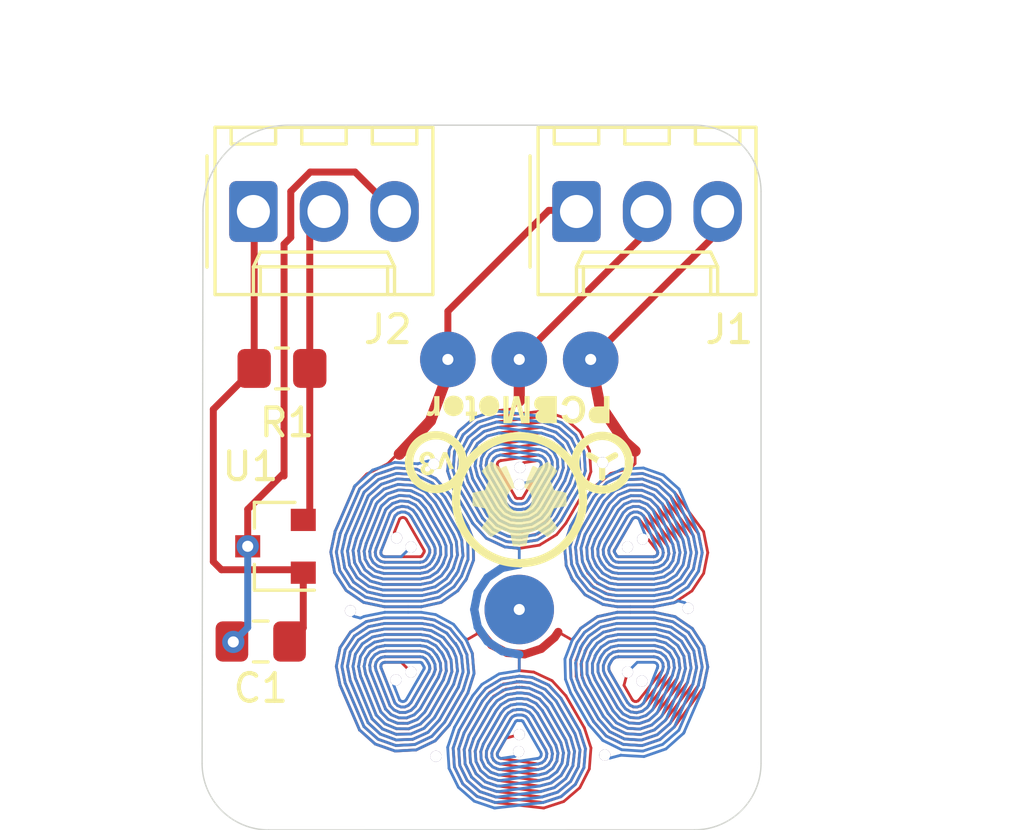
<source format=kicad_pcb>
(kicad_pcb (version 20171130) (host pcbnew 5.1.10)
  (layers (0 F.Cu signal) (1 In1.Cu signal) (2 In2.Cu signal) (31 B.Cu signal) (34 B.Paste user) (35 F.Paste user) (36 B.SilkS user) (37 F.SilkS user) (38 B.Mask user) (39 F.Mask user) (44 Edge.Cuts user))
  (net 0 "")
  (net 1 PH1)
  (net 2 GND)
  (net 3 HALL)
  (net 4 +3V3)
  (module Capacitor_SMD:C_0805_2012Metric_Pad1.18x1.45mm_HandSolder (layer F.Cu) (at 116.23802 105.28554 180)
    (fp_text reference C1 (at 0 -1.68) (layer F.SilkS))
    (fp_text value 10nF)
    (pad 2 smd roundrect (at 1.0375 0 180) (size 1.175 1.45) (layers F.Cu F.Paste F.Mask) (roundrect_rratio 0.2127659574468085) (net 2 GND))
    (pad 1 smd roundrect (at -1.0375 0 180) (size 1.175 1.45) (layers F.Cu F.Paste F.Mask) (roundrect_rratio 0.2127659574468085) (net 4 +3V3))
  )
  (module Package_TO_SOT_SMD:SOT-23 (layer F.Cu) (at 116.76888 101.85908 180)
    (fp_text reference U1 (at 0.90424 2.87274) (layer F.SilkS))
    (fp_text value DRV5015A3QDBZR)
    (pad 3 smd rect (at 1 0 180) (size 0.9 0.8) (layers F.Cu F.Paste F.Mask) (net 2 GND))
    (pad 2 smd rect (at -1 0.95 180) (size 0.9 0.8) (layers F.Cu F.Paste F.Mask) (net 3 HALL))
    (pad 1 smd rect (at -1 -0.95 180) (size 0.9 0.8) (layers F.Cu F.Paste F.Mask) (net 4 +3V3))
  )
  (module Resistor_SMD:R_0805_2012Metric_Pad1.20x1.40mm_HandSolder (layer F.Cu) (at 117.00256 95.45828)
    (fp_text reference R1 (at 0.1778 1.94818) (layer F.SilkS))
    (fp_text value 10K)
    (pad 2 smd roundrect (at 1 0) (size 1.2 1.4) (layers F.Cu F.Paste F.Mask) (roundrect_rratio 0.2083325) (net 3 HALL))
    (pad 1 smd roundrect (at -1 0) (size 1.2 1.4) (layers F.Cu F.Paste F.Mask) (roundrect_rratio 0.2083325) (net 4 +3V3))
  )
  (module Connector_Molex:Molex_KK-254_AE-6410-03A_1x03_P2.54mm_Vertical (layer F.Cu) (at 115.97386 89.80932)
    (fp_text reference J2 (at 4.84124 4.24434) (layer F.SilkS))
    (fp_text value Conn_01x03)
    (pad 3 thru_hole oval (at 5.08 0) (size 1.74 2.19) (drill 1.19) (layers *.Cu *.Mask) (net 2 GND))
    (pad 2 thru_hole oval (at 2.54 0) (size 1.74 2.19) (drill 1.19) (layers *.Cu *.Mask) (net 3 HALL))
    (pad 1 thru_hole roundrect (at 0 0) (size 1.74 2.19) (drill 1.19) (layers *.Cu *.Mask) (roundrect_rratio 0.1436775862068966) (net 4 +3V3))
  )
  (module Connector_Molex:Molex_KK-254_AE-6410-03A_1x03_P2.54mm_Vertical (layer F.Cu) (at 127.60198 89.80932)
    (fp_text reference J1 (at 5.50164 4.24434) (layer F.SilkS))
    (fp_text value Conn_01x03)
    (pad 3 thru_hole oval (at 5.08 0) (size 1.74 2.19) (drill 1.19) (layers *.Cu *.Mask) (net 1 PH1))
    (pad 2 thru_hole oval (at 2.54 0) (size 1.74 2.19) (drill 1.19) (layers *.Cu *.Mask) (net 1 PH1))
    (pad 1 thru_hole roundrect (at 0 0) (size 1.74 2.19) (drill 1.19) (layers *.Cu *.Mask) (roundrect_rratio 0.1436775862068966) (net 1 PH1))
  )
  (gr_line (start 131.852471 112.063729) (end 116.518889 112.066269) (layer Edge.Cuts) (width 0.05))
  (gr_arc (start 116.518889 109.67466) (end 114.12728 109.67466) (angle -90) (layer Edge.Cuts) (width 0.05))
  (gr_arc (start 131.852471 109.67212) (end 131.852471 112.063729) (angle -90) (layer Edge.Cuts) (width 0.05))
  (gr_line (start 114.159292 89.795088) (end 114.12728 109.67466) (layer Edge.Cuts) (width 0.05))
  (gr_line (start 134.24408 89.09304) (end 134.24408 109.67212) (layer Edge.Cuts) (width 0.05))
  (gr_line (start 131.852471 86.701431) (end 117.25148 86.7029) (layer Edge.Cuts) (width 0.05))
  (gr_arc (start 117.25148 89.795088) (end 117.25148 86.7029) (angle -90) (layer Edge.Cuts) (width 0.05))
  (gr_arc (start 131.852471 89.09304) (end 134.24408 89.09304) (angle -90) (layer Edge.Cuts) (width 0.05))
  (gr_poly (pts (xy 122.35119 97.17456) (xy 122.3661 97.17306) (xy 122.37949 97.16856) (xy 122.3913 97.16567) (xy 122.40169 97.16117) (xy 122.4092 97.15678) (xy 122.4136 97.15528) (xy 122.4151 97.15376) (xy 122.42848 97.14337) (xy 122.44339 97.12996) (xy 122.4567 97.11517) (xy 122.46859 97.09876) (xy 122.479 97.08396) (xy 122.48789 97.07207) (xy 122.49389 97.06308) (xy 122.49539 97.06166) (xy 122.49539 97.16117) (xy 122.6692 97.16117) (xy 122.6692 96.45386) (xy 122.482 96.45386) (xy 122.482 96.73326) (xy 122.4805 96.75998) (xy 122.479 96.78378) (xy 122.479 96.80605) (xy 122.4775 96.82536) (xy 122.47598 96.84177) (xy 122.47458 96.85658) (xy 122.47308 96.86846) (xy 122.47159 96.88038) (xy 122.47009 96.88927) (xy 122.47009 96.89516) (xy 122.46859 96.90118) (xy 122.46709 96.90407) (xy 122.46709 96.90707) (xy 122.4612 96.92637) (xy 122.45378 96.94276) (xy 122.44629 96.95757) (xy 122.4389 96.96798) (xy 122.433 96.97547) (xy 122.42848 96.98137) (xy 122.42399 96.98586) (xy 122.4136 96.99328) (xy 122.40169 96.99917) (xy 122.3899 97.00217) (xy 122.37949 97.00517) (xy 122.3706 97.00666) (xy 122.3631 97.00816) (xy 122.35718 97.00816) (xy 122.3408 97.00666) (xy 122.32599 97.00367) (xy 122.31108 96.99777) (xy 122.2962 96.99328) (xy 122.28579 96.98736) (xy 122.2754 96.98137) (xy 122.2695 96.97847) (xy 122.26798 96.97697) (xy 122.21009 97.14037) (xy 122.23239 97.15226) (xy 122.2547 97.16117) (xy 122.2769 97.16717) (xy 122.2948 97.17156) (xy 122.31108 97.17456) (xy 122.32449 97.17606) (xy 122.33488 97.17606)) (layer F.SilkS) (width 0))
  (gr_poly (pts (xy 124.49688 97.17456) (xy 124.53099 97.16856) (xy 124.56368 97.16117) (xy 124.592 97.15376) (xy 124.6143 97.14487) (xy 124.62469 97.14037) (xy 124.63208 97.13737) (xy 124.638 97.13448) (xy 124.6425 97.13148) (xy 124.6455 97.12996) (xy 124.64689 97.12996) (xy 124.67669 97.11068) (xy 124.70188 97.08987) (xy 124.72419 97.06757) (xy 124.74199 97.04527) (xy 124.7569 97.02597) (xy 124.76729 97.01106) (xy 124.77178 97.00517) (xy 124.77468 97.00067) (xy 124.7762 96.99777) (xy 124.7762 96.99628) (xy 124.79109 96.96356) (xy 124.8015 96.93087) (xy 124.81039 96.90118) (xy 124.81489 96.87296) (xy 124.81778 96.84916) (xy 124.81928 96.83877) (xy 124.81928 96.83128) (xy 124.82078 96.82386) (xy 124.82078 96.81497) (xy 124.81928 96.77187) (xy 124.81339 96.73176) (xy 124.8059 96.69607) (xy 124.79848 96.66635) (xy 124.79409 96.65297) (xy 124.78959 96.64116) (xy 124.78659 96.63217) (xy 124.7837 96.62328) (xy 124.7807 96.61736) (xy 124.7777 96.61286) (xy 124.7762 96.60997) (xy 124.7762 96.60847) (xy 124.7569 96.57867) (xy 124.7361 96.55198) (xy 124.7138 96.52968) (xy 124.6915 96.51187) (xy 124.67219 96.49846) (xy 124.65728 96.48807) (xy 124.65139 96.48358) (xy 124.64689 96.48066) (xy 124.644 96.47916) (xy 124.6425 96.47916) (xy 124.60978 96.46427) (xy 124.57709 96.45386) (xy 124.5459 96.44647) (xy 124.51768 96.44197) (xy 124.49388 96.43908) (xy 124.48349 96.43758) (xy 124.4746 96.43608) (xy 124.4582 96.43608) (xy 124.43 96.43758) (xy 124.40178 96.44047) (xy 124.37499 96.44647) (xy 124.35119 96.45236) (xy 124.32749 96.45988) (xy 124.30669 96.46877) (xy 124.28738 96.47916) (xy 124.2695 96.48957) (xy 124.25319 96.49846) (xy 124.23828 96.50887) (xy 124.2264 96.51776) (xy 124.21598 96.52516) (xy 124.20859 96.53118) (xy 124.1997 96.54007) (xy 124.1982 96.54156) (xy 124.1804 96.56237) (xy 124.16399 96.58317) (xy 124.1507 96.60547) (xy 124.13729 96.62777) (xy 124.1284 96.65007) (xy 124.11949 96.67227) (xy 124.11199 96.69318) (xy 124.1076 96.71398) (xy 124.1031 96.73326) (xy 124.10008 96.75106) (xy 124.09719 96.76737) (xy 124.09569 96.78076) (xy 124.09419 96.79267) (xy 124.09419 96.80758) (xy 124.09569 96.83727) (xy 124.09868 96.86397) (xy 124.1031 96.89076) (xy 124.1105 96.91596) (xy 124.11799 96.93826) (xy 124.1269 96.96056) (xy 124.13579 96.97987) (xy 124.14468 96.99917) (xy 124.1551 97.01558) (xy 124.16399 97.02897) (xy 124.1729 97.04227) (xy 124.1804 97.05127) (xy 124.18779 97.06016) (xy 124.19228 97.06607) (xy 124.1952 97.06907) (xy 124.1967 97.07057) (xy 124.21598 97.08987) (xy 124.23678 97.10466) (xy 124.25909 97.11957) (xy 124.28139 97.13148) (xy 124.30219 97.14187) (xy 124.32449 97.15076) (xy 124.34529 97.15678) (xy 124.3661 97.16267) (xy 124.3854 97.16717) (xy 124.40178 97.17006) (xy 124.41809 97.17306) (xy 124.4315 97.17456) (xy 124.44339 97.17606) (xy 124.4582 97.17606)) (layer F.SilkS) (width 0))
  (gr_poly (pts (xy 123.21159 97.17456) (xy 123.2457 97.16856) (xy 123.27839 97.16117) (xy 123.30669 97.15376) (xy 123.32899 97.14487) (xy 123.3394 97.14037) (xy 123.34679 97.13737) (xy 123.35269 97.13448) (xy 123.35718 97.13148) (xy 123.36018 97.12996) (xy 123.3616 97.12996) (xy 123.3914 97.11068) (xy 123.41659 97.08987) (xy 123.43889 97.06757) (xy 123.4567 97.04527) (xy 123.47158 97.02597) (xy 123.482 97.01106) (xy 123.48649 97.00517) (xy 123.48939 97.00067) (xy 123.49089 96.99777) (xy 123.49089 96.99628) (xy 123.5058 96.96356) (xy 123.51619 96.93087) (xy 123.5251 96.90118) (xy 123.5295 96.87296) (xy 123.53249 96.84916) (xy 123.53399 96.83877) (xy 123.53399 96.83128) (xy 123.53549 96.82386) (xy 123.53549 96.81497) (xy 123.53399 96.77187) (xy 123.5281 96.73176) (xy 123.52058 96.69607) (xy 123.51319 96.66635) (xy 123.50869 96.65297) (xy 123.5043 96.64116) (xy 123.5013 96.63217) (xy 123.49838 96.62328) (xy 123.49538 96.61736) (xy 123.49239 96.61286) (xy 123.49089 96.60997) (xy 123.49089 96.60847) (xy 123.47158 96.57867) (xy 123.45078 96.55198) (xy 123.42848 96.52968) (xy 123.4062 96.51187) (xy 123.3869 96.49846) (xy 123.37209 96.48807) (xy 123.3661 96.48358) (xy 123.3616 96.48066) (xy 123.35868 96.47916) (xy 123.35718 96.47916) (xy 123.32449 96.46427) (xy 123.2918 96.45386) (xy 123.26059 96.44647) (xy 123.23239 96.44197) (xy 123.20859 96.43908) (xy 123.1982 96.43758) (xy 123.18929 96.43608) (xy 123.17288 96.43608) (xy 123.14469 96.43758) (xy 123.11649 96.44047) (xy 123.0897 96.44647) (xy 123.0659 96.45236) (xy 123.0422 96.45988) (xy 123.02139 96.46877) (xy 123.00209 96.47916) (xy 122.98418 96.48957) (xy 122.9679 96.49846) (xy 122.95299 96.50887) (xy 122.94108 96.51776) (xy 122.93069 96.52516) (xy 122.9233 96.53118) (xy 122.91738 96.53707) (xy 122.91289 96.54156) (xy 122.89508 96.56237) (xy 122.8787 96.58317) (xy 122.86529 96.60547) (xy 122.852 96.62777) (xy 122.84309 96.65007) (xy 122.8342 96.67227) (xy 122.8267 96.69318) (xy 122.82228 96.71398) (xy 122.81779 96.73326) (xy 122.81479 96.75106) (xy 122.8119 96.76737) (xy 122.8104 96.78076) (xy 122.8089 96.79267) (xy 122.8089 96.80758) (xy 122.8104 96.83727) (xy 122.81339 96.86397) (xy 122.81779 96.89076) (xy 122.82521 96.91596) (xy 122.8327 96.93826) (xy 122.84159 96.96056) (xy 122.8505 96.97987) (xy 122.85939 96.99917) (xy 122.86978 97.01558) (xy 122.8787 97.02897) (xy 122.88759 97.04227) (xy 122.89508 97.05127) (xy 122.9025 97.06016) (xy 122.90699 97.06607) (xy 122.90989 97.06907) (xy 122.93069 97.08987) (xy 122.95149 97.10466) (xy 122.9738 97.11957) (xy 122.9961 97.13148) (xy 123.0169 97.14187) (xy 123.0392 97.15076) (xy 123.06 97.15678) (xy 123.08078 97.16267) (xy 123.10008 97.16717) (xy 123.11649 97.17006) (xy 123.1328 97.17306) (xy 123.14618 97.17456) (xy 123.1581 97.17606) (xy 123.17288 97.17606)) (layer F.SilkS) (width 0))
  (gr_poly (pts (xy 125.44339 96.76298) (xy 125.6202 97.43016) (xy 125.9144 97.43016) (xy 125.9144 96.45386) (xy 125.7317 96.45386) (xy 125.7317 97.22206) (xy 125.53848 96.45386) (xy 125.34979 96.45386) (xy 125.15659 97.22206) (xy 125.1551 96.45386) (xy 124.97239 96.45386) (xy 124.97239 97.43016) (xy 125.2695 97.43016)) (layer F.SilkS) (width 0))
  (gr_poly (pts (xy 127.4954 97.44497) (xy 127.53109 97.44057) (xy 127.5653 97.43458) (xy 127.59649 97.42566) (xy 127.62619 97.41527) (xy 127.65288 97.40336) (xy 127.67818 97.39147) (xy 127.70048 97.37956) (xy 127.72128 97.36628) (xy 127.73909 97.35436) (xy 127.754 97.34248) (xy 127.76728 97.33206) (xy 127.7763 97.32317) (xy 127.78369 97.31718) (xy 127.78809 97.31276) (xy 127.78958 97.31126) (xy 127.81189 97.28446) (xy 127.83119 97.25627) (xy 127.8476 97.22658) (xy 127.86238 97.19536) (xy 127.87429 97.16417) (xy 127.88318 97.13148) (xy 127.8921 97.10176) (xy 127.89809 97.07057) (xy 127.90399 97.04227) (xy 127.90848 97.01708) (xy 127.90998 96.99328) (xy 127.913 96.97248) (xy 127.913 96.95617) (xy 127.9144 96.94276) (xy 127.9144 96.93237) (xy 127.913 96.89076) (xy 127.90848 96.85066) (xy 127.90259 96.81347) (xy 127.8951 96.77926) (xy 127.88468 96.74667) (xy 127.87429 96.71688) (xy 127.8639 96.68866) (xy 127.85199 96.66486) (xy 127.8401 96.64256) (xy 127.82969 96.62328) (xy 127.81788 96.60697) (xy 127.80889 96.59356) (xy 127.8015 96.58317) (xy 127.7956 96.57578) (xy 127.78958 96.56976) (xy 127.76589 96.54606) (xy 127.74059 96.52665) (xy 127.71379 96.50887) (xy 127.6871 96.49397) (xy 127.6604 96.48066) (xy 127.6336 96.47027) (xy 127.60838 96.46138) (xy 127.58308 96.45386) (xy 127.55928 96.44797) (xy 127.53848 96.44497) (xy 127.5192 96.44197) (xy 127.50289 96.43908) (xy 127.48948 96.43908) (xy 127.47909 96.43758) (xy 127.4702 96.43758) (xy 127.44188 96.43908) (xy 127.41369 96.44047) (xy 127.38839 96.44497) (xy 127.36319 96.44946) (xy 127.34089 96.45536) (xy 127.32009 96.46138) (xy 127.30079 96.46877) (xy 127.28291 96.47616) (xy 127.2666 96.48358) (xy 127.25169 96.49107) (xy 127.2398 96.49696) (xy 127.22939 96.50296) (xy 127.222 96.50738) (xy 127.2161 96.51187) (xy 127.21308 96.51337) (xy 127.21158 96.51487) (xy 127.1923 96.52968) (xy 127.17589 96.54746) (xy 127.14478 96.58467) (xy 127.11948 96.62478) (xy 127.1002 96.66336) (xy 127.09129 96.68126) (xy 127.08379 96.69907) (xy 127.0779 96.71398) (xy 127.07338 96.72726) (xy 127.06899 96.73918) (xy 127.06599 96.74667) (xy 127.06449 96.75256) (xy 127.06449 96.75406) (xy 127.25618 96.81347) (xy 127.2666 96.77486) (xy 127.27998 96.74367) (xy 127.29329 96.71548) (xy 127.3067 96.69318) (xy 127.31859 96.67677) (xy 127.32898 96.66336) (xy 127.3349 96.65746) (xy 127.3379 96.65447) (xy 127.3602 96.63816) (xy 127.3825 96.62627) (xy 127.4048 96.61736) (xy 127.4271 96.61136) (xy 127.44488 96.60847) (xy 127.45979 96.60697) (xy 127.46568 96.60547) (xy 127.4731 96.60547) (xy 127.49248 96.60697) (xy 127.51029 96.60847) (xy 127.5444 96.61736) (xy 127.57419 96.62927) (xy 127.59939 96.64408) (xy 127.61869 96.65896) (xy 127.6336 96.67088) (xy 127.64249 96.67977) (xy 127.64399 96.68126) (xy 127.64549 96.68276) (xy 127.6574 96.69907) (xy 127.66629 96.71688) (xy 127.67518 96.73618) (xy 127.6826 96.75696) (xy 127.69449 96.80156) (xy 127.70201 96.84466) (xy 127.7049 96.86547) (xy 127.7079 96.88477) (xy 127.7094 96.90118) (xy 127.7094 96.91746) (xy 127.7109 96.92937) (xy 127.7109 96.94728) (xy 127.7094 96.97847) (xy 127.7079 97.00816) (xy 127.7049 97.03636) (xy 127.70048 97.06016) (xy 127.69599 97.08396) (xy 127.69009 97.10466) (xy 127.6841 97.12256) (xy 127.67668 97.13887) (xy 127.67079 97.15376) (xy 127.66479 97.16567) (xy 127.6589 97.17606) (xy 127.65438 97.18497) (xy 127.64999 97.19086) (xy 127.64699 97.19686) (xy 127.64399 97.19836) (xy 127.64399 97.19975) (xy 127.63058 97.21317) (xy 127.6173 97.22658) (xy 127.60239 97.23697) (xy 127.589 97.24586) (xy 127.55928 97.25927) (xy 127.53109 97.26816) (xy 127.50579 97.27408) (xy 127.4954 97.27557) (xy 127.48649 97.27707) (xy 127.47909 97.27857) (xy 127.46868 97.27857) (xy 127.44039 97.27707) (xy 127.41519 97.27118) (xy 127.39139 97.26516) (xy 127.37208 97.25627) (xy 127.3557 97.24888) (xy 127.34529 97.24146) (xy 127.3379 97.23547) (xy 127.3349 97.23397) (xy 127.31559 97.21616) (xy 127.30079 97.19686) (xy 127.2874 97.17756) (xy 127.27849 97.15818) (xy 127.27099 97.14037) (xy 127.2651 97.12696) (xy 127.2636 97.11807) (xy 127.2621 97.11657) (xy 127.2621 97.11517) (xy 127.06749 97.16117) (xy 127.0808 97.20278) (xy 127.09718 97.23846) (xy 127.11499 97.26816) (xy 127.13139 97.29346) (xy 127.1462 97.31426) (xy 127.15809 97.32757) (xy 127.16548 97.33646) (xy 127.167 97.33945) (xy 127.1685 97.33945) (xy 127.1908 97.35876) (xy 127.21308 97.37517) (xy 127.23688 97.38858) (xy 127.2606 97.40186) (xy 127.2844 97.41228) (xy 127.3097 97.41977) (xy 127.332 97.42716) (xy 127.3557 97.43308) (xy 127.3765 97.43758) (xy 127.39588 97.44057) (xy 127.41369 97.44347) (xy 127.4285 97.44497) (xy 127.44039 97.44647) (xy 127.45829 97.44647)) (layer F.SilkS) (width 0))
  (gr_poly (pts (xy 123.93668 97.30087) (xy 123.93668 97.16117) (xy 124.02289 97.16117) (xy 124.02289 97.01256) (xy 123.93668 97.01256) (xy 123.93668 96.66788) (xy 123.93519 96.63966) (xy 123.93519 96.61586) (xy 123.93369 96.59808) (xy 123.93219 96.58617) (xy 123.93219 96.57728) (xy 123.93069 96.57126) (xy 123.93069 96.56976) (xy 123.92779 96.55348) (xy 123.9248 96.53857) (xy 123.9203 96.52665) (xy 123.91588 96.51487) (xy 123.91139 96.50738) (xy 123.90849 96.49996) (xy 123.90699 96.49696) (xy 123.90549 96.49546) (xy 123.8981 96.48657) (xy 123.88759 96.47766) (xy 123.86828 96.46427) (xy 123.85939 96.45838) (xy 123.852 96.45536) (xy 123.8475 96.45386) (xy 123.84608 96.45236) (xy 123.8312 96.44647) (xy 123.81479 96.44347) (xy 123.79998 96.44047) (xy 123.7851 96.43758) (xy 123.77318 96.43758) (xy 123.76429 96.43608) (xy 123.7554 96.43608) (xy 123.72569 96.43758) (xy 123.69749 96.44047) (xy 123.67219 96.44497) (xy 123.64989 96.44946) (xy 123.63209 96.45386) (xy 123.6187 96.45838) (xy 123.60979 96.46138) (xy 123.60679 96.46277) (xy 123.6232 96.60847) (xy 123.641 96.60247) (xy 123.65589 96.59808) (xy 123.6692 96.59506) (xy 123.67958 96.59356) (xy 123.6885 96.59206) (xy 123.69449 96.59056) (xy 123.69889 96.59056) (xy 123.7108 96.59206) (xy 123.72119 96.59506) (xy 123.72718 96.59808) (xy 123.73008 96.59948) (xy 123.7376 96.60697) (xy 123.74349 96.61436) (xy 123.74649 96.62036) (xy 123.74649 96.62627) (xy 123.74799 96.63217) (xy 123.74799 96.66186) (xy 123.74949 96.67977) (xy 123.74949 97.01256) (xy 123.6217 97.01256) (xy 123.6217 97.16117) (xy 123.74949 97.16117) (xy 123.74949 97.41088)) (layer F.SilkS) (width 0))
  (gr_poly (pts (xy 128.78819 96.45386) (xy 128.5905 96.45386) (xy 128.5905 96.82236) (xy 128.41519 96.82236) (xy 128.39438 96.82386) (xy 128.37511 96.82386) (xy 128.3558 96.82536) (xy 128.33939 96.82686) (xy 128.32458 96.82836) (xy 128.3112 96.82988) (xy 128.29929 96.82988) (xy 128.2889 96.83128) (xy 128.27998 96.83278) (xy 128.27249 96.83427) (xy 128.2666 96.83427) (xy 128.2621 96.83577) (xy 128.2592 96.83577) (xy 128.2399 96.84177) (xy 128.2205 96.84766) (xy 128.20419 96.85508) (xy 128.18778 96.86397) (xy 128.17599 96.86996) (xy 128.16558 96.87588) (xy 128.15809 96.88038) (xy 128.15659 96.88187) (xy 128.13878 96.89666) (xy 128.1225 96.91157) (xy 128.10759 96.92787) (xy 128.09571 96.94426) (xy 128.08679 96.95757) (xy 128.0794 96.96798) (xy 128.0749 96.97547) (xy 128.0734 96.97847) (xy 128.06299 97.00217) (xy 128.0541 97.02747) (xy 128.04818 97.05266) (xy 128.04518 97.07646) (xy 128.04219 97.09727) (xy 128.04069 97.11367) (xy 128.04069 97.12846) (xy 128.04369 97.17006) (xy 128.04968 97.20727) (xy 128.0586 97.23996) (xy 128.06898 97.26816) (xy 128.0809 97.28896) (xy 128.08529 97.29788) (xy 128.08979 97.30537) (xy 128.09268 97.31126) (xy 128.09571 97.31576) (xy 128.0987 97.31718) (xy 128.0987 97.31868) (xy 128.121 97.34398) (xy 128.1448 97.36478) (xy 128.1671 97.38256) (xy 128.1893 97.39447) (xy 128.20858 97.40486) (xy 128.22499 97.41088) (xy 128.23088 97.41228) (xy 128.23388 97.41378) (xy 128.2369 97.41527) (xy 128.2384 97.41527) (xy 128.25029 97.41827) (xy 128.2636 97.41977) (xy 128.27998 97.42267) (xy 128.29779 97.42416) (xy 128.3364 97.42716) (xy 128.3766 97.42866) (xy 128.39588 97.42866) (xy 128.41369 97.43016) (xy 128.78819 97.43016)) (layer F.SilkS) (width 0))
  (gr_poly (pts (xy 126.8951 96.45386) (xy 126.4716 96.45386) (xy 126.44638 96.45536) (xy 126.4062 96.45536) (xy 126.38839 96.45686) (xy 126.3617 96.45686) (xy 126.35128 96.45838) (xy 126.3364 96.45838) (xy 126.33198 96.45988) (xy 126.32599 96.45988) (xy 126.29779 96.46427) (xy 126.27249 96.47027) (xy 126.25019 96.47766) (xy 126.23089 96.48657) (xy 126.21458 96.49397) (xy 126.20269 96.49996) (xy 126.1967 96.50438) (xy 126.1938 96.50588) (xy 126.1745 96.52076) (xy 126.15809 96.53857) (xy 126.14318 96.55498) (xy 126.1314 96.57126) (xy 126.1224 96.58467) (xy 126.11499 96.59656) (xy 126.11059 96.60397) (xy 126.10909 96.60697) (xy 126.09868 96.63067) (xy 126.09119 96.65297) (xy 126.0853 96.67527) (xy 126.0823 96.69457) (xy 126.0794 96.71246) (xy 126.0779 96.72437) (xy 126.0779 96.73618) (xy 126.0794 96.76737) (xy 126.0853 96.79567) (xy 126.09269 96.81947) (xy 126.1016 96.84177) (xy 126.11209 96.85957) (xy 126.11948 96.87296) (xy 126.1254 96.88038) (xy 126.1269 96.88337) (xy 126.1462 96.90557) (xy 126.16848 96.92498) (xy 126.19078 96.93976) (xy 126.21308 96.95167) (xy 126.23239 96.96056) (xy 126.24869 96.96798) (xy 126.25469 96.96948) (xy 126.25918 96.97098) (xy 126.2621 96.97248) (xy 126.2636 96.97248) (xy 126.2413 96.98436) (xy 126.2205 96.99777) (xy 126.20419 97.01106) (xy 126.18928 97.02597) (xy 126.1774 97.03786) (xy 126.17 97.04827) (xy 126.16409 97.05416) (xy 126.16259 97.05716) (xy 126.1507 97.07946) (xy 126.14178 97.10176) (xy 126.13429 97.12256) (xy 126.1299 97.14187) (xy 126.1269 97.15818) (xy 126.1254 97.17156) (xy 126.1254 97.18347) (xy 126.1269 97.20727) (xy 126.1299 97.22808) (xy 126.13579 97.24738) (xy 126.14029 97.26516) (xy 126.1462 97.27857) (xy 126.1522 97.28896) (xy 126.15509 97.29488) (xy 126.15659 97.29788) (xy 126.16848 97.31576) (xy 126.18039 97.33206) (xy 126.1938 97.34547) (xy 126.20419 97.35726) (xy 126.21458 97.36778) (xy 126.2235 97.37367) (xy 126.22939 97.37816) (xy 126.23089 97.37956) (xy 126.24869 97.38998) (xy 126.2651 97.39897) (xy 126.28288 97.40636) (xy 126.29929 97.41088) (xy 126.3126 97.41527) (xy 126.32299 97.41827) (xy 126.33048 97.41977) (xy 126.3334 97.41977) (xy 126.3572 97.42267) (xy 126.384 97.42566) (xy 126.41219 97.42716) (xy 126.44039 97.42866) (xy 126.46569 97.43016) (xy 126.8951 97.43016)) (layer F.SilkS) (width 0))
  (gr_poly (pts (xy 122.26059 99.30387) (xy 122.28469 99.30127) (xy 122.30499 99.29627) (xy 122.32399 99.29246) (xy 122.3392 99.28736) (xy 122.35058 99.28228) (xy 122.3582 99.27976) (xy 122.3595 99.27847) (xy 122.36079 99.27847) (xy 122.37979 99.26836) (xy 122.39749 99.25698) (xy 122.41149 99.24557) (xy 122.42409 99.23407) (xy 122.4343 99.22266) (xy 122.4406 99.21507) (xy 122.4457 99.21006) (xy 122.447 99.20747) (xy 122.45708 99.18977) (xy 122.46719 99.16947) (xy 122.47479 99.14918) (xy 122.48119 99.13015) (xy 122.48619 99.11248) (xy 122.49 99.09846) (xy 122.4913 99.09348) (xy 122.4913 99.08967) (xy 122.49259 99.08708) (xy 122.49259 99.08586) (xy 122.3456 99.06178) (xy 122.34299 99.08078) (xy 122.33788 99.09726) (xy 122.3329 99.11116) (xy 122.3266 99.12386) (xy 122.3202 99.13277) (xy 122.31639 99.13907) (xy 122.31258 99.14285) (xy 122.31129 99.14418) (xy 122.29988 99.15426) (xy 122.28728 99.16056) (xy 122.2758 99.16566) (xy 122.2644 99.16947) (xy 122.25429 99.17206) (xy 122.24669 99.17326) (xy 122.2404 99.17326) (xy 122.2251 99.17206) (xy 122.21119 99.16947) (xy 122.19978 99.16566) (xy 122.1897 99.16056) (xy 122.1821 99.15555) (xy 122.177 99.15177) (xy 122.17319 99.14918) (xy 122.17189 99.14796) (xy 122.163 99.13777) (xy 122.1567 99.12637) (xy 122.15289 99.11497) (xy 122.14908 99.10486) (xy 122.14779 99.09597) (xy 122.14659 99.08837) (xy 122.14659 99.08078) (xy 122.14779 99.06297) (xy 122.1516 99.04776) (xy 122.158 99.03386) (xy 122.1643 99.02246) (xy 122.1707 99.01357) (xy 122.177 99.00597) (xy 122.18078 99.00216) (xy 122.1821 99.00087) (xy 122.196 98.99206) (xy 122.21248 98.98446) (xy 122.22889 98.97936) (xy 122.24418 98.97687) (xy 122.2581 98.97557) (xy 122.2708 98.97428) (xy 122.28088 98.97428) (xy 122.29869 98.84496) (xy 122.2835 98.84877) (xy 122.2695 98.85256) (xy 122.2568 98.85517) (xy 122.24669 98.85647) (xy 122.2378 98.85766) (xy 122.2264 98.85766) (xy 122.20989 98.85647) (xy 122.1947 98.85256) (xy 122.18078 98.84626) (xy 122.1694 98.83996) (xy 122.15919 98.83356) (xy 122.15289 98.82726) (xy 122.14779 98.82348) (xy 122.14659 98.82218) (xy 122.13519 98.80826) (xy 122.12759 98.79178) (xy 122.12119 98.77656) (xy 122.11738 98.76137) (xy 122.11489 98.74748) (xy 122.1136 98.73597) (xy 122.1136 98.72586) (xy 122.11489 98.70308) (xy 122.1187 98.68276) (xy 122.125 98.66506) (xy 122.13008 98.64976) (xy 122.13638 98.63846) (xy 122.14278 98.63077) (xy 122.14659 98.62447) (xy 122.14779 98.62317) (xy 122.16178 98.61057) (xy 122.1757 98.60166) (xy 122.1897 98.59536) (xy 122.2023 98.59157) (xy 122.2137 98.58896) (xy 122.22259 98.58647) (xy 122.23148 98.58647) (xy 122.24799 98.58776) (xy 122.2632 98.59157) (xy 122.2758 98.59658) (xy 122.28728 98.60166) (xy 122.29739 98.60676) (xy 122.30369 98.61177) (xy 122.3088 98.61558) (xy 122.31009 98.61687) (xy 122.3215 98.62957) (xy 122.33039 98.64476) (xy 122.33669 98.65998) (xy 122.34179 98.67387) (xy 122.3456 98.68786) (xy 122.34809 98.69797) (xy 122.34939 98.70557) (xy 122.34939 98.70816) (xy 122.504 98.68906) (xy 122.50148 98.67006) (xy 122.4976 98.65106) (xy 122.48619 98.61817) (xy 122.4723 98.58896) (xy 122.45708 98.56488) (xy 122.44949 98.55477) (xy 122.44319 98.54588) (xy 122.43679 98.53696) (xy 122.43049 98.53066) (xy 122.42538 98.52556) (xy 122.4216 98.52177) (xy 122.4203 98.52055) (xy 122.41908 98.51926) (xy 122.40509 98.50785) (xy 122.3899 98.49777) (xy 122.37339 98.48886) (xy 122.3582 98.48256) (xy 122.3266 98.46986) (xy 122.2961 98.46226) (xy 122.2835 98.45967) (xy 122.2708 98.45848) (xy 122.25939 98.45716) (xy 122.24918 98.45586) (xy 122.24159 98.45467) (xy 122.23018 98.45467) (xy 122.2087 98.45586) (xy 122.18708 98.45848) (xy 122.16808 98.46226) (xy 122.14908 98.46727) (xy 122.1314 98.47237) (xy 122.11489 98.47877) (xy 122.0997 98.48637) (xy 122.08568 98.49396) (xy 122.07309 98.50026) (xy 122.0629 98.50785) (xy 122.05279 98.51418) (xy 122.0452 98.52055) (xy 122.0388 98.52436) (xy 122.0312 98.53196) (xy 122.01728 98.54717) (xy 122.00458 98.56236) (xy 121.9932 98.57758) (xy 121.98429 98.59406) (xy 121.97669 98.60928) (xy 121.97039 98.62447) (xy 121.96018 98.65368) (xy 121.9564 98.66757) (xy 121.95388 98.68027) (xy 121.95259 98.69038) (xy 121.95139 98.70046) (xy 121.9501 98.70816) (xy 121.9501 98.71827) (xy 121.95139 98.74616) (xy 121.9564 98.77026) (xy 121.96399 98.79307) (xy 121.97169 98.81207) (xy 121.97928 98.82726) (xy 121.9869 98.83866) (xy 121.99188 98.84496) (xy 121.9932 98.84758) (xy 122.01098 98.86526) (xy 122.02869 98.88047) (xy 122.04769 98.89317) (xy 122.06668 98.90206) (xy 122.0819 98.90836) (xy 122.09589 98.91347) (xy 122.1009 98.91466) (xy 122.10349 98.91466) (xy 122.106 98.91596) (xy 122.1073 98.91596) (xy 122.08568 98.92866) (xy 122.06798 98.94258) (xy 122.0515 98.95657) (xy 122.0376 98.97176) (xy 122.0262 98.98568) (xy 122.01599 99.00087) (xy 122.00839 99.01486) (xy 122.00209 99.02876) (xy 121.99699 99.04146) (xy 121.9932 99.05286) (xy 121.99069 99.06297) (xy 121.9881 99.07316) (xy 121.9881 99.08078) (xy 121.9869 99.08586) (xy 121.9869 99.10486) (xy 121.98939 99.11878) (xy 121.99569 99.14537) (xy 122.0059 99.16818) (xy 122.01599 99.18847) (xy 122.02739 99.20628) (xy 122.0376 99.21888) (xy 122.04139 99.22266) (xy 122.0439 99.22647) (xy 122.0452 99.22777) (xy 122.04639 99.22906) (xy 122.06039 99.24296) (xy 122.0743 99.25436) (xy 122.09079 99.26457) (xy 122.106 99.27336) (xy 122.12119 99.28106) (xy 122.1377 99.28606) (xy 122.16689 99.29627) (xy 122.18078 99.29876) (xy 122.1947 99.30127) (xy 122.20608 99.30257) (xy 122.21629 99.30387) (xy 122.22389 99.30506) (xy 122.23529 99.30506)) (layer F.SilkS) (width 0))
  (gr_poly (pts (xy 122.83989 98.76516) (xy 122.84619 98.74616) (xy 122.85129 98.72967) (xy 122.85378 98.72208) (xy 122.8551 98.71697) (xy 122.8564 98.71446) (xy 122.8564 98.71316) (xy 122.85759 98.70686) (xy 122.86018 98.69927) (xy 122.86648 98.68276) (xy 122.86899 98.67387) (xy 122.87029 98.66757) (xy 122.8728 98.66246) (xy 122.8728 98.66127) (xy 122.9058 98.76516) (xy 123.01979 99.07316) (xy 123.1871 99.07316) (xy 122.9438 98.46986) (xy 122.80059 98.46986) (xy 122.56099 99.07316) (xy 122.72449 99.07316)) (layer F.SilkS) (width 0))
  (gr_poly (pts (xy 124.47008 97.02147) (xy 124.48349 97.02008) (xy 124.5013 97.01558) (xy 124.52068 97.00966) (xy 124.53998 96.99917) (xy 124.56079 96.98586) (xy 124.58009 96.96656) (xy 124.58159 96.96356) (xy 124.58748 96.95617) (xy 124.5949 96.94276) (xy 124.60389 96.92498) (xy 124.6143 96.90268) (xy 124.6217 96.87436) (xy 124.62759 96.84316) (xy 124.62909 96.80605) (xy 124.62909 96.79567) (xy 124.62759 96.78827) (xy 124.62759 96.77926) (xy 124.62619 96.77037) (xy 124.62319 96.74667) (xy 124.6172 96.71987) (xy 124.60829 96.69318) (xy 124.5964 96.66788) (xy 124.58009 96.64408) (xy 124.57709 96.64116) (xy 124.5712 96.63516) (xy 124.56079 96.62627) (xy 124.5459 96.61736) (xy 124.5281 96.60697) (xy 124.50729 96.59808) (xy 124.48499 96.59206) (xy 124.4582 96.58906) (xy 124.4553 96.58906) (xy 124.44628 96.59056) (xy 124.433 96.59206) (xy 124.41519 96.59656) (xy 124.39579 96.60247) (xy 124.37648 96.61286) (xy 124.35568 96.62627) (xy 124.3364 96.64408) (xy 124.3349 96.64708) (xy 124.32899 96.65447) (xy 124.3201 96.66788) (xy 124.31111 96.68566) (xy 124.30219 96.70796) (xy 124.2933 96.73618) (xy 124.28738 96.76887) (xy 124.28588 96.80605) (xy 124.28588 96.82386) (xy 124.28738 96.83128) (xy 124.2888 96.84177) (xy 124.2918 96.86547) (xy 124.2978 96.89076) (xy 124.30669 96.91746) (xy 124.3201 96.94276) (xy 124.3364 96.96656) (xy 124.3379 96.96948) (xy 124.34529 96.97547) (xy 124.35568 96.98436) (xy 124.37059 96.99478) (xy 124.3869 97.00517) (xy 124.4077 97.01406) (xy 124.4315 97.02008) (xy 124.4582 97.02297) (xy 124.46119 97.02297)) (layer F.SilkS) (width 0))
  (gr_poly (pts (xy 123.18479 97.02147) (xy 123.1982 97.02008) (xy 123.21598 97.01558) (xy 123.23529 97.00966) (xy 123.25469 96.99917) (xy 123.2755 96.98586) (xy 123.2948 96.96656) (xy 123.2963 96.96356) (xy 123.30219 96.95617) (xy 123.30958 96.94276) (xy 123.3185 96.92498) (xy 123.32899 96.90268) (xy 123.33638 96.87436) (xy 123.3423 96.84316) (xy 123.3438 96.80605) (xy 123.3438 96.79567) (xy 123.3423 96.78827) (xy 123.3423 96.77926) (xy 123.3408 96.77037) (xy 123.3379 96.74667) (xy 123.33188 96.71987) (xy 123.32299 96.69318) (xy 123.31108 96.66788) (xy 123.2948 96.64408) (xy 123.2918 96.64116) (xy 123.28588 96.63516) (xy 123.2755 96.62627) (xy 123.26059 96.61736) (xy 123.24278 96.60697) (xy 123.222 96.59808) (xy 123.1997 96.59206) (xy 123.17288 96.58906) (xy 123.16998 96.58906) (xy 123.16099 96.59056) (xy 123.14768 96.59206) (xy 123.1298 96.59656) (xy 123.1105 96.60247) (xy 123.09119 96.61286) (xy 123.07039 96.62627) (xy 123.05109 96.64408) (xy 123.04959 96.64708) (xy 123.0437 96.65447) (xy 123.0347 96.66788) (xy 123.02579 96.68566) (xy 123.0169 96.70796) (xy 123.00798 96.73618) (xy 123.00209 96.76887) (xy 123.00059 96.80605) (xy 123.00059 96.82386) (xy 123.00209 96.83128) (xy 123.00349 96.84177) (xy 123.00648 96.86547) (xy 123.0125 96.89076) (xy 123.02139 96.91746) (xy 123.0347 96.94276) (xy 123.05109 96.96656) (xy 123.05259 96.96948) (xy 123.06 96.97547) (xy 123.07039 96.98436) (xy 123.0853 96.99478) (xy 123.10158 97.00517) (xy 123.12239 97.01406) (xy 123.14618 97.02008) (xy 123.17288 97.02297) (xy 123.1759 97.02297)) (layer F.SilkS) (width 0))
  (gr_poly (pts (xy 128.5905 96.98736) (xy 128.45529 96.98736) (xy 128.4449 96.98876) (xy 128.4211 96.98876) (xy 128.39438 96.99026) (xy 128.36909 96.99328) (xy 128.34678 96.99777) (xy 128.3364 96.99917) (xy 128.329 97.00217) (xy 128.32748 97.00367) (xy 128.32309 97.00517) (xy 128.31559 97.00816) (xy 128.3067 97.01406) (xy 128.29629 97.02008) (xy 128.2859 97.02897) (xy 128.27549 97.03786) (xy 128.2666 97.04977) (xy 128.2651 97.05127) (xy 128.2636 97.05566) (xy 128.2592 97.06308) (xy 128.25468 97.07207) (xy 128.25169 97.08246) (xy 128.24729 97.09577) (xy 128.24579 97.11068) (xy 128.2443 97.12546) (xy 128.2443 97.13448) (xy 128.24579 97.14487) (xy 128.24879 97.15678) (xy 128.25169 97.17006) (xy 128.25768 97.18497) (xy 128.2651 97.19975) (xy 128.27549 97.21317) (xy 128.2874 97.22508) (xy 128.29779 97.23247) (xy 128.3082 97.23996) (xy 128.32309 97.24738) (xy 128.33789 97.25327) (xy 128.3558 97.25777) (xy 128.3572 97.25777) (xy 128.36319 97.25927) (xy 128.37208 97.26077) (xy 128.38549 97.26226) (xy 128.4048 97.26226) (xy 128.4301 97.26366) (xy 128.44338 97.26516) (xy 128.5905 97.26516)) (layer F.SilkS) (width 0))
  (gr_poly (pts (xy 126.69749 96.61886) (xy 126.4806 96.61886) (xy 126.45979 96.62036) (xy 126.43599 96.62036) (xy 126.41369 96.62178) (xy 126.39439 96.62328) (xy 126.38689 96.62328) (xy 126.381 96.62478) (xy 126.3795 96.62478) (xy 126.37359 96.62627) (xy 126.36609 96.62927) (xy 126.3557 96.63217) (xy 126.34529 96.63816) (xy 126.33198 96.64408) (xy 126.32009 96.65297) (xy 126.3097 96.66336) (xy 126.30818 96.66486) (xy 126.30518 96.66938) (xy 126.30079 96.67677) (xy 126.29479 96.68566) (xy 126.2903 96.69757) (xy 126.2859 96.71246) (xy 126.28288 96.72876) (xy 126.28138 96.74667) (xy 126.28138 96.75406) (xy 126.28288 96.76148) (xy 126.28438 96.77187) (xy 126.2874 96.78378) (xy 126.2903 96.79567) (xy 126.29629 96.80908) (xy 126.30368 96.82086) (xy 126.30818 96.82536) (xy 126.3126 96.83128) (xy 126.31859 96.83877) (xy 126.32748 96.84616) (xy 126.3379 96.85358) (xy 126.34979 96.85957) (xy 126.3647 96.86547) (xy 126.36609 96.86547) (xy 126.37359 96.86846) (xy 126.384 96.86996) (xy 126.39289 96.87146) (xy 126.4018 96.87296) (xy 126.41219 96.87436) (xy 126.4256 96.87588) (xy 126.43889 96.87738) (xy 126.4553 96.87738) (xy 126.4731 96.87888) (xy 126.4939 96.88038) (xy 126.69749 96.88038)) (layer F.SilkS) (width 0))
  (gr_poly (pts (xy 126.69749 97.04227) (xy 126.50879 97.04227) (xy 126.48349 97.04377) (xy 126.44039 97.04377) (xy 126.4315 97.04527) (xy 126.42258 97.04527) (xy 126.41669 97.04677) (xy 126.4077 97.04827) (xy 126.39728 97.05127) (xy 126.384 97.05566) (xy 126.37059 97.06166) (xy 126.3587 97.07057) (xy 126.34679 97.07946) (xy 126.34529 97.08096) (xy 126.34239 97.08538) (xy 126.3379 97.09137) (xy 126.33198 97.10026) (xy 126.32599 97.11218) (xy 126.32159 97.12406) (xy 126.31859 97.14037) (xy 126.3171 97.15678) (xy 126.3171 97.16417) (xy 126.31859 97.17306) (xy 126.32009 97.18197) (xy 126.32299 97.19386) (xy 126.32748 97.20577) (xy 126.3334 97.21766) (xy 126.34239 97.22957) (xy 126.34679 97.23397) (xy 126.35278 97.23846) (xy 126.3617 97.24436) (xy 126.37209 97.25038) (xy 126.384 97.25627) (xy 126.39878 97.26077) (xy 126.41669 97.26366) (xy 126.41809 97.26366) (xy 126.42408 97.26516) (xy 126.44039 97.26516) (xy 126.4493 97.26666) (xy 126.48499 97.26666) (xy 126.4999 97.26816) (xy 126.69749 97.26816)) (layer F.SilkS) (width 0))
  (gr_line (start 123.51258 98.82977) (end 123.51258 98.82977) (layer F.SilkS) (width 0.3))
  (gr_line (start 123.51258 98.82977) (end 123.51258 98.82977) (layer F.SilkS) (width 0.3))
  (gr_arc (start 122.54538 98.82977) (end 121.57819 98.82977) (angle 180) (layer F.SilkS) (width 0.3))
  (gr_line (start 121.57819 98.82977) (end 121.57819 98.82977) (layer F.SilkS) (width 0.3))
  (gr_arc (start 122.54539 98.82977) (end 123.51258 98.82977) (angle 180) (layer F.SilkS) (width 0.3))
  (gr_line (start 129.4941 98.85228) (end 129.4941 98.85228) (layer F.SilkS) (width 0.3))
  (gr_line (start 129.4941 98.85228) (end 129.4941 98.85228) (layer F.SilkS) (width 0.3))
  (gr_arc (start 128.5269 98.85228) (end 127.55969 98.85228) (angle 180) (layer F.SilkS) (width 0.3))
  (gr_line (start 127.55969 98.85228) (end 127.55969 98.85228) (layer F.SilkS) (width 0.3))
  (gr_arc (start 128.52689 98.85228) (end 129.4941 98.85228) (angle 180) (layer F.SilkS) (width 0.3))
  (gr_line (start 125.57369 102.46606) (end 125.57369 102.46606) (layer F.SilkS) (width 0.3))
  (gr_line (start 125.57369 102.46606) (end 125.57369 102.46606) (layer F.SilkS) (width 0.3))
  (gr_arc (start 125.55231 100.18315) (end 125.55149 102.46617) (angle 359.4428478) (layer F.SilkS) (width 0.3))
  (gr_line (start 128.5269 99.39106) (end 128.5269 98.85228) (layer F.SilkS) (width 0.22))
  (gr_line (start 128.5269 98.85228) (end 128.99349 98.58286) (layer F.SilkS) (width 0.22))
  (gr_line (start 128.0603 98.58286) (end 128.5269 98.85228) (layer F.SilkS) (width 0.22))
  (gr_line (start 124.5124 98.82378) (end 124.5568 98.82378) (layer F.SilkS) (width 0.0089))
  (gr_line (start 126.54818 98.82378) (end 126.59258 98.82378) (layer F.SilkS) (width 0.0089))
  (gr_line (start 124.50348 98.83267) (end 124.56569 98.83267) (layer F.SilkS) (width 0.0089))
  (gr_line (start 126.53929 98.83267) (end 126.6015 98.83267) (layer F.SilkS) (width 0.0089))
  (gr_line (start 124.49459 98.84156) (end 124.58349 98.84156) (layer F.SilkS) (width 0.0089))
  (gr_line (start 126.52149 98.84156) (end 126.61039 98.84156) (layer F.SilkS) (width 0.0089))
  (gr_line (start 124.4857 98.85048) (end 124.6013 98.85048) (layer F.SilkS) (width 0.0089))
  (gr_line (start 126.50368 98.85048) (end 126.6193 98.85048) (layer F.SilkS) (width 0.0089))
  (gr_line (start 124.47679 98.85937) (end 124.61019 98.85937) (layer F.SilkS) (width 0.0089))
  (gr_line (start 126.49479 98.85937) (end 126.62819 98.85937) (layer F.SilkS) (width 0.0089))
  (gr_line (start 124.4679 98.86826) (end 124.619 98.86826) (layer F.SilkS) (width 0.0089))
  (gr_line (start 126.4859 98.86826) (end 126.63708 98.86826) (layer F.SilkS) (width 0.0089))
  (gr_line (start 124.45898 98.87717) (end 124.62789 98.87717) (layer F.SilkS) (width 0.0089))
  (gr_line (start 126.4682 98.87717) (end 126.646 98.87717) (layer F.SilkS) (width 0.0089))
  (gr_line (start 124.45009 98.88596) (end 124.6457 98.88596) (layer F.SilkS) (width 0.0089))
  (gr_line (start 126.45928 98.88596) (end 126.65489 98.88596) (layer F.SilkS) (width 0.0089))
  (gr_line (start 124.4412 98.89487) (end 124.6635 98.89487) (layer F.SilkS) (width 0.0089))
  (gr_line (start 126.4415 98.89487) (end 126.6637 98.89487) (layer F.SilkS) (width 0.0089))
  (gr_line (start 124.43229 98.90376) (end 124.67239 98.90376) (layer F.SilkS) (width 0.0089))
  (gr_line (start 126.43259 98.90376) (end 126.67259 98.90376) (layer F.SilkS) (width 0.0089))
  (gr_line (start 124.4235 98.91268) (end 124.6902 98.91268) (layer F.SilkS) (width 0.0089))
  (gr_line (start 126.41478 98.91268) (end 126.68148 98.91268) (layer F.SilkS) (width 0.0089))
  (gr_line (start 124.41458 98.92157) (end 124.69899 98.92157) (layer F.SilkS) (width 0.0089))
  (gr_line (start 126.40589 98.92157) (end 126.6904 98.92157) (layer F.SilkS) (width 0.0089))
  (gr_line (start 124.40569 98.93046) (end 124.71679 98.93046) (layer F.SilkS) (width 0.0089))
  (gr_line (start 126.38819 98.93046) (end 126.69929 98.93046) (layer F.SilkS) (width 0.0089))
  (gr_line (start 124.3968 98.93938) (end 124.71679 98.93938) (layer F.SilkS) (width 0.0089))
  (gr_line (start 126.3793 98.93938) (end 126.7082 98.93938) (layer F.SilkS) (width 0.0089))
  (gr_line (start 124.38789 98.94827) (end 124.7346 98.94827) (layer F.SilkS) (width 0.0089))
  (gr_line (start 126.37038 98.94827) (end 126.71709 98.94827) (layer F.SilkS) (width 0.0089))
  (gr_line (start 124.379 98.95716) (end 124.74349 98.95716) (layer F.SilkS) (width 0.0089))
  (gr_line (start 126.3526 98.95716) (end 126.72598 98.95716) (layer F.SilkS) (width 0.0089))
  (gr_line (start 124.37008 98.96607) (end 124.76129 98.96607) (layer F.SilkS) (width 0.0089))
  (gr_line (start 126.34369 98.96607) (end 126.7349 98.96607) (layer F.SilkS) (width 0.0089))
  (gr_line (start 124.36119 98.97496) (end 124.7791 98.97496) (layer F.SilkS) (width 0.0089))
  (gr_line (start 125.02799 98.97496) (end 125.08128 98.97496) (layer F.SilkS) (width 0.0089))
  (gr_line (start 126.0237 98.97496) (end 126.0681 98.97496) (layer F.SilkS) (width 0.0089))
  (gr_line (start 126.32588 98.97496) (end 126.74369 98.97496) (layer F.SilkS) (width 0.0089))
  (gr_line (start 124.3523 98.98377) (end 124.78789 98.98377) (layer F.SilkS) (width 0.0089))
  (gr_line (start 125.01019 98.98377) (end 125.08128 98.98377) (layer F.SilkS) (width 0.0089))
  (gr_line (start 126.0237 98.98377) (end 126.09479 98.98377) (layer F.SilkS) (width 0.0089))
  (gr_line (start 126.3081 98.98377) (end 126.7526 98.98377) (layer F.SilkS) (width 0.0089))
  (gr_line (start 124.34349 98.99266) (end 124.80569 98.99266) (layer F.SilkS) (width 0.0089))
  (gr_line (start 124.99238 98.99266) (end 125.0902 98.99266) (layer F.SilkS) (width 0.0089))
  (gr_line (start 126.0237 98.99266) (end 126.1126 98.99266) (layer F.SilkS) (width 0.0089))
  (gr_line (start 126.29929 98.99266) (end 126.76149 98.99266) (layer F.SilkS) (width 0.0089))
  (gr_line (start 124.3346 99.00158) (end 124.8235 99.00158) (layer F.SilkS) (width 0.0089))
  (gr_line (start 124.96569 99.00158) (end 125.0902 99.00158) (layer F.SilkS) (width 0.0089))
  (gr_line (start 126.01478 99.00158) (end 126.1303 99.00158) (layer F.SilkS) (width 0.0089))
  (gr_line (start 126.28148 99.00158) (end 126.77038 99.00158) (layer F.SilkS) (width 0.0089))
  (gr_line (start 124.32568 99.01047) (end 124.83239 99.01047) (layer F.SilkS) (width 0.0089))
  (gr_line (start 124.9569 99.01047) (end 125.09909 99.01047) (layer F.SilkS) (width 0.0089))
  (gr_line (start 126.00589 99.01047) (end 126.13919 99.01047) (layer F.SilkS) (width 0.0089))
  (gr_line (start 126.27259 99.01047) (end 126.7793 99.01047) (layer F.SilkS) (width 0.0089))
  (gr_line (start 124.31679 99.01936) (end 124.8413 99.01936) (layer F.SilkS) (width 0.0089))
  (gr_line (start 124.93909 99.01936) (end 125.09909 99.01936) (layer F.SilkS) (width 0.0089))
  (gr_line (start 126.00589 99.01936) (end 126.157 99.01936) (layer F.SilkS) (width 0.0089))
  (gr_line (start 126.2637 99.01936) (end 126.78819 99.01936) (layer F.SilkS) (width 0.0089))
  (gr_line (start 124.3079 99.02828) (end 124.85908 99.02828) (layer F.SilkS) (width 0.0089))
  (gr_line (start 124.9302 99.02828) (end 125.09909 99.02828) (layer F.SilkS) (width 0.0089))
  (gr_line (start 125.997 99.02828) (end 126.1748 99.02828) (layer F.SilkS) (width 0.0089))
  (gr_line (start 126.2459 99.02828) (end 126.7971 99.02828) (layer F.SilkS) (width 0.0089))
  (gr_line (start 124.29899 99.03717) (end 124.868 99.03717) (layer F.SilkS) (width 0.0089))
  (gr_line (start 124.9124 99.03717) (end 125.108 99.03717) (layer F.SilkS) (width 0.0089))
  (gr_line (start 125.997 99.03717) (end 126.18369 99.03717) (layer F.SilkS) (width 0.0089))
  (gr_line (start 126.23698 99.03717) (end 126.80599 99.03717) (layer F.SilkS) (width 0.0089))
  (gr_line (start 124.2901 99.04606) (end 124.87689 99.04606) (layer F.SilkS) (width 0.0089))
  (gr_line (start 124.90348 99.04606) (end 125.108 99.04606) (layer F.SilkS) (width 0.0089))
  (gr_line (start 125.98809 99.04606) (end 126.2015 99.04606) (layer F.SilkS) (width 0.0089))
  (gr_line (start 126.22809 99.04606) (end 126.81488 99.04606) (layer F.SilkS) (width 0.0089))
  (gr_line (start 124.28118 99.05497) (end 125.108 99.05497) (layer F.SilkS) (width 0.0089))
  (gr_line (start 125.98809 99.05497) (end 126.8238 99.05497) (layer F.SilkS) (width 0.0089))
  (gr_line (start 124.27229 99.06386) (end 125.11689 99.06386) (layer F.SilkS) (width 0.0089))
  (gr_line (start 125.98809 99.06386) (end 126.83259 99.06386) (layer F.SilkS) (width 0.0089))
  (gr_line (start 124.2634 99.07267) (end 125.11689 99.07267) (layer F.SilkS) (width 0.0089))
  (gr_line (start 125.9792 99.07267) (end 126.8415 99.07267) (layer F.SilkS) (width 0.0089))
  (gr_line (start 124.25459 99.08156) (end 125.11689 99.08156) (layer F.SilkS) (width 0.0089))
  (gr_line (start 125.9792 99.08156) (end 126.85039 99.08156) (layer F.SilkS) (width 0.0089))
  (gr_line (start 124.2457 99.09048) (end 125.1347 99.09048) (layer F.SilkS) (width 0.0089))
  (gr_line (start 125.97028 99.09048) (end 126.85928 99.09048) (layer F.SilkS) (width 0.0089))
  (gr_line (start 124.23678 99.09937) (end 125.1347 99.09937) (layer F.SilkS) (width 0.0089))
  (gr_line (start 125.97028 99.09937) (end 126.8682 99.09937) (layer F.SilkS) (width 0.0089))
  (gr_line (start 124.22789 99.10826) (end 125.1347 99.10826) (layer F.SilkS) (width 0.0089))
  (gr_line (start 125.97028 99.10826) (end 126.87709 99.10826) (layer F.SilkS) (width 0.0089))
  (gr_line (start 124.219 99.11718) (end 125.14359 99.11718) (layer F.SilkS) (width 0.0089))
  (gr_line (start 125.96139 99.11718) (end 126.886 99.11718) (layer F.SilkS) (width 0.0089))
  (gr_line (start 124.21009 99.12607) (end 125.14359 99.12607) (layer F.SilkS) (width 0.0089))
  (gr_line (start 125.96139 99.12607) (end 126.89489 99.12607) (layer F.SilkS) (width 0.0089))
  (gr_line (start 124.2012 99.13496) (end 125.14359 99.13496) (layer F.SilkS) (width 0.0089))
  (gr_line (start 125.96139 99.13496) (end 126.90378 99.13496) (layer F.SilkS) (width 0.0089))
  (gr_line (start 124.2012 99.14387) (end 125.1524 99.14387) (layer F.SilkS) (width 0.0089))
  (gr_line (start 125.9525 99.14387) (end 126.90378 99.14387) (layer F.SilkS) (width 0.0089))
  (gr_line (start 124.2012 99.15266) (end 125.1524 99.15266) (layer F.SilkS) (width 0.0089))
  (gr_line (start 125.9525 99.15266) (end 126.90378 99.15266) (layer F.SilkS) (width 0.0089))
  (gr_line (start 124.2012 99.16157) (end 125.1524 99.16157) (layer F.SilkS) (width 0.0089))
  (gr_line (start 125.94359 99.16157) (end 126.90378 99.16157) (layer F.SilkS) (width 0.0089))
  (gr_line (start 124.2012 99.17046) (end 125.16129 99.17046) (layer F.SilkS) (width 0.0089))
  (gr_line (start 125.94359 99.17046) (end 126.90378 99.17046) (layer F.SilkS) (width 0.0089))
  (gr_line (start 124.21009 99.17938) (end 125.16129 99.17938) (layer F.SilkS) (width 0.0089))
  (gr_line (start 125.94359 99.17938) (end 126.89489 99.17938) (layer F.SilkS) (width 0.0089))
  (gr_line (start 124.219 99.18827) (end 125.17018 99.18827) (layer F.SilkS) (width 0.0089))
  (gr_line (start 125.9348 99.18827) (end 126.886 99.18827) (layer F.SilkS) (width 0.0089))
  (gr_line (start 124.219 99.19716) (end 125.17018 99.19716) (layer F.SilkS) (width 0.0089))
  (gr_line (start 125.92588 99.19716) (end 126.87709 99.19716) (layer F.SilkS) (width 0.0089))
  (gr_line (start 124.22789 99.20608) (end 125.1791 99.20608) (layer F.SilkS) (width 0.0089))
  (gr_line (start 125.92588 99.20608) (end 126.8682 99.20608) (layer F.SilkS) (width 0.0089))
  (gr_line (start 124.23678 99.21497) (end 125.1791 99.21497) (layer F.SilkS) (width 0.0089))
  (gr_line (start 125.92588 99.21497) (end 126.8682 99.21497) (layer F.SilkS) (width 0.0089))
  (gr_line (start 124.2457 99.22386) (end 125.1791 99.22386) (layer F.SilkS) (width 0.0089))
  (gr_line (start 125.91699 99.22386) (end 126.85928 99.22386) (layer F.SilkS) (width 0.0089))
  (gr_line (start 124.2457 99.23277) (end 125.18799 99.23277) (layer F.SilkS) (width 0.0089))
  (gr_line (start 125.91699 99.23277) (end 126.85928 99.23277) (layer F.SilkS) (width 0.0089))
  (gr_line (start 124.25459 99.24166) (end 125.18799 99.24166) (layer F.SilkS) (width 0.0089))
  (gr_line (start 125.91699 99.24166) (end 126.85039 99.24166) (layer F.SilkS) (width 0.0089))
  (gr_line (start 124.2634 99.25047) (end 125.1969 99.25047) (layer F.SilkS) (width 0.0089))
  (gr_line (start 125.9081 99.25047) (end 126.8415 99.25047) (layer F.SilkS) (width 0.0089))
  (gr_line (start 124.27229 99.25936) (end 125.20579 99.25936) (layer F.SilkS) (width 0.0089))
  (gr_line (start 125.9081 99.25936) (end 126.8415 99.25936) (layer F.SilkS) (width 0.0089))
  (gr_line (start 124.27229 99.26828) (end 125.1969 99.26828) (layer F.SilkS) (width 0.0089))
  (gr_line (start 125.9081 99.26828) (end 126.83259 99.26828) (layer F.SilkS) (width 0.0089))
  (gr_line (start 124.28118 99.27717) (end 125.20579 99.27717) (layer F.SilkS) (width 0.0089))
  (gr_line (start 125.89919 99.27717) (end 126.8238 99.27717) (layer F.SilkS) (width 0.0089))
  (gr_line (start 124.2901 99.28606) (end 125.21468 99.28606) (layer F.SilkS) (width 0.0089))
  (gr_line (start 125.89919 99.28606) (end 126.81488 99.28606) (layer F.SilkS) (width 0.0089))
  (gr_line (start 124.2901 99.29498) (end 125.21468 99.29498) (layer F.SilkS) (width 0.0089))
  (gr_line (start 125.8903 99.29498) (end 126.81488 99.29498) (layer F.SilkS) (width 0.0089))
  (gr_line (start 124.29899 99.30387) (end 125.21468 99.30387) (layer F.SilkS) (width 0.0089))
  (gr_line (start 125.8903 99.30387) (end 126.80599 99.30387) (layer F.SilkS) (width 0.0089))
  (gr_line (start 124.29899 99.31276) (end 125.2236 99.31276) (layer F.SilkS) (width 0.0089))
  (gr_line (start 125.8903 99.31276) (end 126.7971 99.31276) (layer F.SilkS) (width 0.0089))
  (gr_line (start 124.3079 99.32167) (end 125.2236 99.32167) (layer F.SilkS) (width 0.0089))
  (gr_line (start 125.88138 99.32167) (end 126.7971 99.32167) (layer F.SilkS) (width 0.0089))
  (gr_line (start 124.31679 99.33056) (end 125.2236 99.33056) (layer F.SilkS) (width 0.0089))
  (gr_line (start 125.87249 99.33056) (end 126.78819 99.33056) (layer F.SilkS) (width 0.0089))
  (gr_line (start 124.32568 99.33937) (end 125.23249 99.33937) (layer F.SilkS) (width 0.0089))
  (gr_line (start 125.87249 99.33937) (end 126.7793 99.33937) (layer F.SilkS) (width 0.0089))
  (gr_line (start 124.32568 99.34826) (end 125.23249 99.34826) (layer F.SilkS) (width 0.0089))
  (gr_line (start 125.87249 99.34826) (end 126.7793 99.34826) (layer F.SilkS) (width 0.0089))
  (gr_line (start 124.3346 99.35718) (end 125.23249 99.35718) (layer F.SilkS) (width 0.0089))
  (gr_line (start 125.8636 99.35718) (end 126.77038 99.35718) (layer F.SilkS) (width 0.0089))
  (gr_line (start 124.3346 99.36607) (end 125.2413 99.36607) (layer F.SilkS) (width 0.0089))
  (gr_line (start 125.8636 99.36607) (end 126.76149 99.36607) (layer F.SilkS) (width 0.0089))
  (gr_line (start 124.34349 99.37496) (end 125.2413 99.37496) (layer F.SilkS) (width 0.0089))
  (gr_line (start 125.85469 99.37496) (end 126.76149 99.37496) (layer F.SilkS) (width 0.0089))
  (gr_line (start 124.3523 99.38388) (end 125.25019 99.38388) (layer F.SilkS) (width 0.0089))
  (gr_line (start 125.8459 99.38388) (end 126.7526 99.38388) (layer F.SilkS) (width 0.0089))
  (gr_line (start 124.3523 99.39277) (end 125.25019 99.39277) (layer F.SilkS) (width 0.0089))
  (gr_line (start 125.8459 99.39277) (end 126.74369 99.39277) (layer F.SilkS) (width 0.0089))
  (gr_line (start 124.36119 99.40166) (end 125.25019 99.40166) (layer F.SilkS) (width 0.0089))
  (gr_line (start 125.8459 99.40166) (end 126.7349 99.40166) (layer F.SilkS) (width 0.0089))
  (gr_line (start 124.37008 99.41057) (end 125.25908 99.41057) (layer F.SilkS) (width 0.0089))
  (gr_line (start 125.83698 99.41057) (end 126.7349 99.41057) (layer F.SilkS) (width 0.0089))
  (gr_line (start 124.379 99.41936) (end 125.25908 99.41936) (layer F.SilkS) (width 0.0089))
  (gr_line (start 125.83698 99.41936) (end 126.72598 99.41936) (layer F.SilkS) (width 0.0089))
  (gr_line (start 124.379 99.42827) (end 125.268 99.42827) (layer F.SilkS) (width 0.0089))
  (gr_line (start 125.83698 99.42827) (end 126.71709 99.42827) (layer F.SilkS) (width 0.0089))
  (gr_line (start 124.38789 99.43716) (end 125.27689 99.43716) (layer F.SilkS) (width 0.0089))
  (gr_line (start 125.82809 99.43716) (end 126.71709 99.43716) (layer F.SilkS) (width 0.0089))
  (gr_line (start 124.3968 99.44608) (end 125.27689 99.44608) (layer F.SilkS) (width 0.0089))
  (gr_line (start 125.82809 99.44608) (end 126.7082 99.44608) (layer F.SilkS) (width 0.0089))
  (gr_line (start 124.40569 99.45497) (end 125.2858 99.45497) (layer F.SilkS) (width 0.0089))
  (gr_line (start 125.82809 99.45497) (end 126.7082 99.45497) (layer F.SilkS) (width 0.0089))
  (gr_line (start 124.40569 99.46386) (end 125.2858 99.46386) (layer F.SilkS) (width 0.0089))
  (gr_line (start 125.8192 99.46386) (end 126.69929 99.46386) (layer F.SilkS) (width 0.0089))
  (gr_line (start 124.41458 99.47278) (end 125.2858 99.47278) (layer F.SilkS) (width 0.0089))
  (gr_line (start 125.8192 99.47278) (end 126.6904 99.47278) (layer F.SilkS) (width 0.0089))
  (gr_line (start 124.4235 99.48167) (end 125.29469 99.48167) (layer F.SilkS) (width 0.0089))
  (gr_line (start 125.8192 99.48167) (end 126.6904 99.48167) (layer F.SilkS) (width 0.0089))
  (gr_line (start 124.4235 99.49056) (end 125.29469 99.49056) (layer F.SilkS) (width 0.0089))
  (gr_line (start 125.81029 99.49056) (end 126.68148 99.49056) (layer F.SilkS) (width 0.0089))
  (gr_line (start 124.43229 99.49947) (end 125.30358 99.49947) (layer F.SilkS) (width 0.0089))
  (gr_line (start 125.81029 99.49947) (end 126.6637 99.49947) (layer F.SilkS) (width 0.0089))
  (gr_line (start 124.43229 99.50826) (end 125.30358 99.50826) (layer F.SilkS) (width 0.0089))
  (gr_line (start 125.81029 99.50826) (end 126.6637 99.50826) (layer F.SilkS) (width 0.0089))
  (gr_line (start 124.43229 99.51717) (end 125.30358 99.51717) (layer F.SilkS) (width 0.0089))
  (gr_line (start 125.8014 99.51717) (end 126.6637 99.51717) (layer F.SilkS) (width 0.0089))
  (gr_line (start 124.43229 99.52606) (end 125.3125 99.52606) (layer F.SilkS) (width 0.0089))
  (gr_line (start 125.8014 99.52606) (end 126.6637 99.52606) (layer F.SilkS) (width 0.0089))
  (gr_line (start 124.4235 99.53498) (end 125.3125 99.53498) (layer F.SilkS) (width 0.0089))
  (gr_line (start 125.78359 99.53498) (end 126.67259 99.53498) (layer F.SilkS) (width 0.0089))
  (gr_line (start 124.4235 99.54387) (end 125.3125 99.54387) (layer F.SilkS) (width 0.0089))
  (gr_line (start 125.78359 99.54387) (end 126.68148 99.54387) (layer F.SilkS) (width 0.0089))
  (gr_line (start 124.4235 99.55276) (end 125.32129 99.55276) (layer F.SilkS) (width 0.0089))
  (gr_line (start 125.78359 99.55276) (end 126.68148 99.55276) (layer F.SilkS) (width 0.0089))
  (gr_line (start 124.41458 99.56168) (end 125.32129 99.56168) (layer F.SilkS) (width 0.0089))
  (gr_line (start 125.7747 99.56168) (end 126.68148 99.56168) (layer F.SilkS) (width 0.0089))
  (gr_line (start 124.41458 99.57057) (end 125.32129 99.57057) (layer F.SilkS) (width 0.0089))
  (gr_line (start 125.7747 99.57057) (end 126.6904 99.57057) (layer F.SilkS) (width 0.0089))
  (gr_line (start 124.41458 99.57946) (end 125.3302 99.57946) (layer F.SilkS) (width 0.0089))
  (gr_line (start 125.7747 99.57946) (end 126.69929 99.57946) (layer F.SilkS) (width 0.0089))
  (gr_line (start 124.40569 99.58837) (end 125.3302 99.58837) (layer F.SilkS) (width 0.0089))
  (gr_line (start 125.76589 99.58837) (end 126.69929 99.58837) (layer F.SilkS) (width 0.0089))
  (gr_line (start 124.40569 99.59726) (end 125.3302 99.59726) (layer F.SilkS) (width 0.0089))
  (gr_line (start 125.76589 99.59726) (end 126.69929 99.59726) (layer F.SilkS) (width 0.0089))
  (gr_line (start 124.40569 99.60607) (end 125.33909 99.60607) (layer F.SilkS) (width 0.0089))
  (gr_line (start 125.757 99.60607) (end 126.7082 99.60607) (layer F.SilkS) (width 0.0089))
  (gr_line (start 124.3968 99.61496) (end 125.33909 99.61496) (layer F.SilkS) (width 0.0089))
  (gr_line (start 125.757 99.61496) (end 126.7082 99.61496) (layer F.SilkS) (width 0.0089))
  (gr_line (start 124.3968 99.62388) (end 125.34798 99.62388) (layer F.SilkS) (width 0.0089))
  (gr_line (start 125.757 99.62388) (end 126.7082 99.62388) (layer F.SilkS) (width 0.0089))
  (gr_line (start 124.3968 99.63277) (end 125.3569 99.63277) (layer F.SilkS) (width 0.0089))
  (gr_line (start 125.74808 99.63277) (end 126.71709 99.63277) (layer F.SilkS) (width 0.0089))
  (gr_line (start 124.379 99.64166) (end 125.3569 99.64166) (layer F.SilkS) (width 0.0089))
  (gr_line (start 125.74808 99.64166) (end 126.71709 99.64166) (layer F.SilkS) (width 0.0089))
  (gr_line (start 124.379 99.65058) (end 125.3569 99.65058) (layer F.SilkS) (width 0.0089))
  (gr_line (start 125.73919 99.65058) (end 126.71709 99.65058) (layer F.SilkS) (width 0.0089))
  (gr_line (start 124.379 99.65947) (end 125.36579 99.65947) (layer F.SilkS) (width 0.0089))
  (gr_line (start 125.73919 99.65947) (end 126.72598 99.65947) (layer F.SilkS) (width 0.0089))
  (gr_line (start 124.37008 99.66836) (end 125.36579 99.66836) (layer F.SilkS) (width 0.0089))
  (gr_line (start 125.73919 99.66836) (end 126.72598 99.66836) (layer F.SilkS) (width 0.0089))
  (gr_line (start 124.37008 99.67727) (end 125.3747 99.67727) (layer F.SilkS) (width 0.0089))
  (gr_line (start 125.7303 99.67727) (end 126.72598 99.67727) (layer F.SilkS) (width 0.0089))
  (gr_line (start 124.37008 99.68606) (end 125.3747 99.68606) (layer F.SilkS) (width 0.0089))
  (gr_line (start 125.7303 99.68606) (end 126.7349 99.68606) (layer F.SilkS) (width 0.0089))
  (gr_line (start 124.36119 99.69497) (end 125.3747 99.69497) (layer F.SilkS) (width 0.0089))
  (gr_line (start 125.7303 99.69497) (end 126.7349 99.69497) (layer F.SilkS) (width 0.0089))
  (gr_line (start 124.36119 99.70386) (end 125.38359 99.70386) (layer F.SilkS) (width 0.0089))
  (gr_line (start 125.72139 99.70386) (end 126.74369 99.70386) (layer F.SilkS) (width 0.0089))
  (gr_line (start 124.36119 99.71278) (end 125.38359 99.71278) (layer F.SilkS) (width 0.0089))
  (gr_line (start 125.72139 99.71278) (end 126.7526 99.71278) (layer F.SilkS) (width 0.0089))
  (gr_line (start 124.3523 99.72167) (end 125.38359 99.72167) (layer F.SilkS) (width 0.0089))
  (gr_line (start 125.72139 99.72167) (end 126.7526 99.72167) (layer F.SilkS) (width 0.0089))
  (gr_line (start 124.3523 99.73056) (end 125.3747 99.73056) (layer F.SilkS) (width 0.0089))
  (gr_line (start 125.7303 99.73056) (end 126.7526 99.73056) (layer F.SilkS) (width 0.0089))
  (gr_line (start 124.34349 99.73948) (end 125.3747 99.73948) (layer F.SilkS) (width 0.0089))
  (gr_line (start 125.7303 99.73948) (end 126.76149 99.73948) (layer F.SilkS) (width 0.0089))
  (gr_line (start 124.34349 99.74837) (end 125.36579 99.74837) (layer F.SilkS) (width 0.0089))
  (gr_line (start 125.73919 99.74837) (end 126.76149 99.74837) (layer F.SilkS) (width 0.0089))
  (gr_line (start 124.34349 99.75726) (end 125.34798 99.75726) (layer F.SilkS) (width 0.0089))
  (gr_line (start 125.757 99.75726) (end 126.76149 99.75726) (layer F.SilkS) (width 0.0089))
  (gr_line (start 124.3346 99.76617) (end 125.33909 99.76617) (layer F.SilkS) (width 0.0089))
  (gr_line (start 125.76589 99.76617) (end 126.77038 99.76617) (layer F.SilkS) (width 0.0089))
  (gr_line (start 124.3346 99.77496) (end 125.32129 99.77496) (layer F.SilkS) (width 0.0089))
  (gr_line (start 125.78359 99.77496) (end 126.77038 99.77496) (layer F.SilkS) (width 0.0089))
  (gr_line (start 124.3346 99.78387) (end 125.30358 99.78387) (layer F.SilkS) (width 0.0089))
  (gr_line (start 125.79248 99.78387) (end 126.77038 99.78387) (layer F.SilkS) (width 0.0089))
  (gr_line (start 124.32568 99.79276) (end 125.29469 99.79276) (layer F.SilkS) (width 0.0089))
  (gr_line (start 125.81029 99.79276) (end 126.7793 99.79276) (layer F.SilkS) (width 0.0089))
  (gr_line (start 124.32568 99.80168) (end 125.27689 99.80168) (layer F.SilkS) (width 0.0089))
  (gr_line (start 125.8192 99.80168) (end 126.7793 99.80168) (layer F.SilkS) (width 0.0089))
  (gr_line (start 124.32568 99.81057) (end 125.268 99.81057) (layer F.SilkS) (width 0.0089))
  (gr_line (start 125.83698 99.81057) (end 126.7793 99.81057) (layer F.SilkS) (width 0.0089))
  (gr_line (start 124.3079 99.81946) (end 125.25019 99.81946) (layer F.SilkS) (width 0.0089))
  (gr_line (start 125.8459 99.81946) (end 126.78819 99.81946) (layer F.SilkS) (width 0.0089))
  (gr_line (start 124.3079 99.82838) (end 125.2413 99.82838) (layer F.SilkS) (width 0.0089))
  (gr_line (start 125.85469 99.82838) (end 126.78819 99.82838) (layer F.SilkS) (width 0.0089))
  (gr_line (start 124.3079 99.83727) (end 125.2413 99.83727) (layer F.SilkS) (width 0.0089))
  (gr_line (start 125.8636 99.83727) (end 126.7971 99.83727) (layer F.SilkS) (width 0.0089))
  (gr_line (start 124.29899 99.84616) (end 125.23249 99.84616) (layer F.SilkS) (width 0.0089))
  (gr_line (start 125.87249 99.84616) (end 126.80599 99.84616) (layer F.SilkS) (width 0.0089))
  (gr_line (start 124.25459 99.85507) (end 125.2236 99.85507) (layer F.SilkS) (width 0.0089))
  (gr_line (start 125.88138 99.85507) (end 126.85039 99.85507) (layer F.SilkS) (width 0.0089))
  (gr_line (start 124.2012 99.86396) (end 125.21468 99.86396) (layer F.SilkS) (width 0.0089))
  (gr_line (start 125.8903 99.86396) (end 126.90378 99.86396) (layer F.SilkS) (width 0.0089))
  (gr_line (start 124.13899 99.87277) (end 125.20579 99.87277) (layer F.SilkS) (width 0.0089))
  (gr_line (start 125.89919 99.87277) (end 126.96599 99.87277) (layer F.SilkS) (width 0.0089))
  (gr_line (start 124.0856 99.88166) (end 125.1969 99.88166) (layer F.SilkS) (width 0.0089))
  (gr_line (start 125.9081 99.88166) (end 127.0193 99.88166) (layer F.SilkS) (width 0.0089))
  (gr_line (start 124.03229 99.89058) (end 125.18799 99.89058) (layer F.SilkS) (width 0.0089))
  (gr_line (start 125.9081 99.89058) (end 127.07269 99.89058) (layer F.SilkS) (width 0.0089))
  (gr_line (start 124.00559 99.89947) (end 125.18799 99.89947) (layer F.SilkS) (width 0.0089))
  (gr_line (start 125.91699 99.89947) (end 127.1082 99.89947) (layer F.SilkS) (width 0.0089))
  (gr_line (start 123.9523 99.90836) (end 125.1791 99.90836) (layer F.SilkS) (width 0.0089))
  (gr_line (start 125.92588 99.90836) (end 127.14379 99.90836) (layer F.SilkS) (width 0.0089))
  (gr_line (start 123.9345 99.91728) (end 125.17018 99.91728) (layer F.SilkS) (width 0.0089))
  (gr_line (start 125.9348 99.91728) (end 127.17048 99.91728) (layer F.SilkS) (width 0.0089))
  (gr_line (start 123.8901 99.92617) (end 125.17018 99.92617) (layer F.SilkS) (width 0.0089))
  (gr_line (start 125.9348 99.92617) (end 127.21488 99.92617) (layer F.SilkS) (width 0.0089))
  (gr_line (start 123.87229 99.93506) (end 125.16129 99.93506) (layer F.SilkS) (width 0.0089))
  (gr_line (start 125.94359 99.93506) (end 127.23269 99.93506) (layer F.SilkS) (width 0.0089))
  (gr_line (start 123.8634 99.94397) (end 125.1524 99.94397) (layer F.SilkS) (width 0.0089))
  (gr_line (start 125.9525 99.94397) (end 127.23269 99.94397) (layer F.SilkS) (width 0.0089))
  (gr_line (start 123.8634 99.95286) (end 125.1524 99.95286) (layer F.SilkS) (width 0.0089))
  (gr_line (start 125.9525 99.95286) (end 127.2416 99.95286) (layer F.SilkS) (width 0.0089))
  (gr_line (start 123.8634 99.96167) (end 125.14359 99.96167) (layer F.SilkS) (width 0.0089))
  (gr_line (start 125.9525 99.96167) (end 127.2416 99.96167) (layer F.SilkS) (width 0.0089))
  (gr_line (start 123.8634 99.97056) (end 125.14359 99.97056) (layer F.SilkS) (width 0.0089))
  (gr_line (start 125.96139 99.97056) (end 127.2416 99.97056) (layer F.SilkS) (width 0.0089))
  (gr_line (start 123.8634 99.97948) (end 125.14359 99.97948) (layer F.SilkS) (width 0.0089))
  (gr_line (start 125.96139 99.97948) (end 127.2416 99.97948) (layer F.SilkS) (width 0.0089))
  (gr_line (start 123.8634 99.98837) (end 125.1347 99.98837) (layer F.SilkS) (width 0.0089))
  (gr_line (start 125.97028 99.98837) (end 127.2416 99.98837) (layer F.SilkS) (width 0.0089))
  (gr_line (start 123.8634 99.99726) (end 125.1347 99.99726) (layer F.SilkS) (width 0.0089))
  (gr_line (start 125.97028 99.99726) (end 127.2416 99.99726) (layer F.SilkS) (width 0.0089))
  (gr_line (start 123.8634 100.00618) (end 125.12578 100.00618) (layer F.SilkS) (width 0.0089))
  (gr_line (start 125.97028 100.00618) (end 127.2416 100.00618) (layer F.SilkS) (width 0.0089))
  (gr_line (start 123.8634 100.01507) (end 125.11689 100.01507) (layer F.SilkS) (width 0.0089))
  (gr_line (start 125.9792 100.01507) (end 127.2416 100.01507) (layer F.SilkS) (width 0.0089))
  (gr_line (start 123.8634 100.02396) (end 125.11689 100.02396) (layer F.SilkS) (width 0.0089))
  (gr_line (start 125.9792 100.02396) (end 127.2416 100.02396) (layer F.SilkS) (width 0.0089))
  (gr_line (start 123.8634 100.03287) (end 125.11689 100.03287) (layer F.SilkS) (width 0.0089))
  (gr_line (start 125.9792 100.03287) (end 127.2416 100.03287) (layer F.SilkS) (width 0.0089))
  (gr_line (start 123.8634 100.04166) (end 125.108 100.04166) (layer F.SilkS) (width 0.0089))
  (gr_line (start 125.98809 100.04166) (end 127.2416 100.04166) (layer F.SilkS) (width 0.0089))
  (gr_line (start 123.8634 100.05057) (end 125.108 100.05057) (layer F.SilkS) (width 0.0089))
  (gr_line (start 125.98809 100.05057) (end 127.2416 100.05057) (layer F.SilkS) (width 0.0089))
  (gr_line (start 123.8634 100.05946) (end 125.108 100.05946) (layer F.SilkS) (width 0.0089))
  (gr_line (start 125.98809 100.05946) (end 127.2416 100.05946) (layer F.SilkS) (width 0.0089))
  (gr_line (start 123.8634 100.06838) (end 125.108 100.06838) (layer F.SilkS) (width 0.0089))
  (gr_line (start 125.98809 100.06838) (end 127.2416 100.06838) (layer F.SilkS) (width 0.0089))
  (gr_line (start 123.8634 100.07727) (end 125.108 100.07727) (layer F.SilkS) (width 0.0089))
  (gr_line (start 125.997 100.07727) (end 127.2416 100.07727) (layer F.SilkS) (width 0.0089))
  (gr_line (start 123.8634 100.08616) (end 125.108 100.08616) (layer F.SilkS) (width 0.0089))
  (gr_line (start 125.997 100.08616) (end 127.2416 100.08616) (layer F.SilkS) (width 0.0089))
  (gr_line (start 123.8634 100.09508) (end 125.09909 100.09508) (layer F.SilkS) (width 0.0089))
  (gr_line (start 125.997 100.09508) (end 127.2416 100.09508) (layer F.SilkS) (width 0.0089))
  (gr_line (start 123.8634 100.10397) (end 125.09909 100.10397) (layer F.SilkS) (width 0.0089))
  (gr_line (start 125.997 100.10397) (end 127.2416 100.10397) (layer F.SilkS) (width 0.0089))
  (gr_line (start 123.8634 100.11286) (end 125.09909 100.11286) (layer F.SilkS) (width 0.0089))
  (gr_line (start 125.997 100.11286) (end 127.2416 100.11286) (layer F.SilkS) (width 0.0089))
  (gr_line (start 123.8634 100.12177) (end 125.09909 100.12177) (layer F.SilkS) (width 0.0089))
  (gr_line (start 125.997 100.12177) (end 127.2416 100.12177) (layer F.SilkS) (width 0.0089))
  (gr_line (start 123.8634 100.13066) (end 125.09909 100.13066) (layer F.SilkS) (width 0.0089))
  (gr_line (start 125.997 100.13066) (end 127.2416 100.13066) (layer F.SilkS) (width 0.0089))
  (gr_line (start 123.8634 100.13947) (end 125.09909 100.13947) (layer F.SilkS) (width 0.0089))
  (gr_line (start 125.997 100.13947) (end 127.2416 100.13947) (layer F.SilkS) (width 0.0089))
  (gr_line (start 123.8634 100.14836) (end 125.09909 100.14836) (layer F.SilkS) (width 0.0089))
  (gr_line (start 125.997 100.14836) (end 127.2416 100.14836) (layer F.SilkS) (width 0.0089))
  (gr_line (start 123.8634 100.15728) (end 125.09909 100.15728) (layer F.SilkS) (width 0.0089))
  (gr_line (start 126.00589 100.15728) (end 127.2416 100.15728) (layer F.SilkS) (width 0.0089))
  (gr_line (start 123.8634 100.16617) (end 125.09909 100.16617) (layer F.SilkS) (width 0.0089))
  (gr_line (start 126.00589 100.16617) (end 127.2416 100.16617) (layer F.SilkS) (width 0.0089))
  (gr_line (start 123.8634 100.17506) (end 125.09909 100.17506) (layer F.SilkS) (width 0.0089))
  (gr_line (start 126.00589 100.17506) (end 127.2416 100.17506) (layer F.SilkS) (width 0.0089))
  (gr_line (start 123.8634 100.18398) (end 125.09909 100.18398) (layer F.SilkS) (width 0.0089))
  (gr_line (start 125.997 100.18398) (end 127.2416 100.18398) (layer F.SilkS) (width 0.0089))
  (gr_line (start 123.8634 100.19287) (end 125.09909 100.19287) (layer F.SilkS) (width 0.0089))
  (gr_line (start 125.997 100.19287) (end 127.2416 100.19287) (layer F.SilkS) (width 0.0089))
  (gr_line (start 123.8634 100.20176) (end 125.09909 100.20176) (layer F.SilkS) (width 0.0089))
  (gr_line (start 125.997 100.20176) (end 127.2416 100.20176) (layer F.SilkS) (width 0.0089))
  (gr_line (start 123.8634 100.21067) (end 125.09909 100.21067) (layer F.SilkS) (width 0.0089))
  (gr_line (start 125.997 100.21067) (end 127.2416 100.21067) (layer F.SilkS) (width 0.0089))
  (gr_line (start 123.8634 100.21956) (end 125.09909 100.21956) (layer F.SilkS) (width 0.0089))
  (gr_line (start 125.997 100.21956) (end 127.2416 100.21956) (layer F.SilkS) (width 0.0089))
  (gr_line (start 123.8634 100.22837) (end 125.09909 100.22837) (layer F.SilkS) (width 0.0089))
  (gr_line (start 125.997 100.22837) (end 127.2416 100.22837) (layer F.SilkS) (width 0.0089))
  (gr_line (start 123.8634 100.23726) (end 125.09909 100.23726) (layer F.SilkS) (width 0.0089))
  (gr_line (start 125.997 100.23726) (end 127.2416 100.23726) (layer F.SilkS) (width 0.0089))
  (gr_line (start 123.8634 100.24618) (end 125.108 100.24618) (layer F.SilkS) (width 0.0089))
  (gr_line (start 125.997 100.24618) (end 127.2416 100.24618) (layer F.SilkS) (width 0.0089))
  (gr_line (start 123.8634 100.25507) (end 125.108 100.25507) (layer F.SilkS) (width 0.0089))
  (gr_line (start 125.997 100.25507) (end 127.2416 100.25507) (layer F.SilkS) (width 0.0089))
  (gr_line (start 123.8634 100.26396) (end 125.108 100.26396) (layer F.SilkS) (width 0.0089))
  (gr_line (start 125.98809 100.26396) (end 127.2416 100.26396) (layer F.SilkS) (width 0.0089))
  (gr_line (start 123.8634 100.27288) (end 125.108 100.27288) (layer F.SilkS) (width 0.0089))
  (gr_line (start 125.98809 100.27288) (end 127.2416 100.27288) (layer F.SilkS) (width 0.0089))
  (gr_line (start 123.8634 100.28177) (end 125.108 100.28177) (layer F.SilkS) (width 0.0089))
  (gr_line (start 125.98809 100.28177) (end 127.2416 100.28177) (layer F.SilkS) (width 0.0089))
  (gr_line (start 123.8634 100.29066) (end 125.11689 100.29066) (layer F.SilkS) (width 0.0089))
  (gr_line (start 125.98809 100.29066) (end 127.2416 100.29066) (layer F.SilkS) (width 0.0089))
  (gr_line (start 123.8634 100.29957) (end 125.11689 100.29957) (layer F.SilkS) (width 0.0089))
  (gr_line (start 125.9792 100.29957) (end 127.2416 100.29957) (layer F.SilkS) (width 0.0089))
  (gr_line (start 123.8634 100.30836) (end 125.11689 100.30836) (layer F.SilkS) (width 0.0089))
  (gr_line (start 125.9792 100.30836) (end 127.2416 100.30836) (layer F.SilkS) (width 0.0089))
  (gr_line (start 123.8634 100.31727) (end 125.11689 100.31727) (layer F.SilkS) (width 0.0089))
  (gr_line (start 125.9792 100.31727) (end 127.2416 100.31727) (layer F.SilkS) (width 0.0089))
  (gr_line (start 123.8634 100.32616) (end 125.12578 100.32616) (layer F.SilkS) (width 0.0089))
  (gr_line (start 125.97028 100.32616) (end 127.2416 100.32616) (layer F.SilkS) (width 0.0089))
  (gr_line (start 123.8634 100.33508) (end 125.1347 100.33508) (layer F.SilkS) (width 0.0089))
  (gr_line (start 125.97028 100.33508) (end 127.2416 100.33508) (layer F.SilkS) (width 0.0089))
  (gr_line (start 123.8634 100.34397) (end 125.1347 100.34397) (layer F.SilkS) (width 0.0089))
  (gr_line (start 125.97028 100.34397) (end 127.2416 100.34397) (layer F.SilkS) (width 0.0089))
  (gr_line (start 123.8634 100.35286) (end 125.14359 100.35286) (layer F.SilkS) (width 0.0089))
  (gr_line (start 125.96139 100.35286) (end 127.2416 100.35286) (layer F.SilkS) (width 0.0089))
  (gr_line (start 123.8634 100.36178) (end 125.14359 100.36178) (layer F.SilkS) (width 0.0089))
  (gr_line (start 125.96139 100.36178) (end 127.2416 100.36178) (layer F.SilkS) (width 0.0089))
  (gr_line (start 123.8634 100.37067) (end 125.14359 100.37067) (layer F.SilkS) (width 0.0089))
  (gr_line (start 125.9525 100.37067) (end 127.2416 100.37067) (layer F.SilkS) (width 0.0089))
  (gr_line (start 123.8634 100.37956) (end 125.1524 100.37956) (layer F.SilkS) (width 0.0089))
  (gr_line (start 125.9525 100.37956) (end 127.2416 100.37956) (layer F.SilkS) (width 0.0089))
  (gr_line (start 123.8634 100.38847) (end 125.1524 100.38847) (layer F.SilkS) (width 0.0089))
  (gr_line (start 125.9525 100.38847) (end 127.2416 100.38847) (layer F.SilkS) (width 0.0089))
  (gr_line (start 123.87229 100.39726) (end 125.16129 100.39726) (layer F.SilkS) (width 0.0089))
  (gr_line (start 125.94359 100.39726) (end 127.23269 100.39726) (layer F.SilkS) (width 0.0089))
  (gr_line (start 123.88118 100.40617) (end 125.17018 100.40617) (layer F.SilkS) (width 0.0089))
  (gr_line (start 125.9348 100.40617) (end 127.2238 100.40617) (layer F.SilkS) (width 0.0089))
  (gr_line (start 123.89889 100.41506) (end 125.17018 100.41506) (layer F.SilkS) (width 0.0089))
  (gr_line (start 125.92588 100.41506) (end 127.20599 100.41506) (layer F.SilkS) (width 0.0089))
  (gr_line (start 123.91669 100.42398) (end 125.1791 100.42398) (layer F.SilkS) (width 0.0089))
  (gr_line (start 125.92588 100.42398) (end 127.18829 100.42398) (layer F.SilkS) (width 0.0089))
  (gr_line (start 123.979 100.43287) (end 125.18799 100.43287) (layer F.SilkS) (width 0.0089))
  (gr_line (start 125.91699 100.43287) (end 127.12598 100.43287) (layer F.SilkS) (width 0.0089))
  (gr_line (start 124.0412 100.44176) (end 125.18799 100.44176) (layer F.SilkS) (width 0.0089))
  (gr_line (start 125.9081 100.44176) (end 127.0638 100.44176) (layer F.SilkS) (width 0.0089))
  (gr_line (start 124.09449 100.45068) (end 125.1969 100.45068) (layer F.SilkS) (width 0.0089))
  (gr_line (start 125.9081 100.45068) (end 127.01049 100.45068) (layer F.SilkS) (width 0.0089))
  (gr_line (start 124.14788 100.45957) (end 125.20579 100.45957) (layer F.SilkS) (width 0.0089))
  (gr_line (start 125.89919 100.45957) (end 126.9571 100.45957) (layer F.SilkS) (width 0.0089))
  (gr_line (start 124.2012 100.46846) (end 125.21468 100.46846) (layer F.SilkS) (width 0.0089))
  (gr_line (start 125.8903 100.46846) (end 126.89489 100.46846) (layer F.SilkS) (width 0.0089))
  (gr_line (start 124.22789 100.47737) (end 125.2236 100.47737) (layer F.SilkS) (width 0.0089))
  (gr_line (start 125.88138 100.47737) (end 126.8682 100.47737) (layer F.SilkS) (width 0.0089))
  (gr_line (start 124.2634 100.48626) (end 125.23249 100.48626) (layer F.SilkS) (width 0.0089))
  (gr_line (start 125.87249 100.48626) (end 126.83259 100.48626) (layer F.SilkS) (width 0.0089))
  (gr_line (start 124.3079 100.49507) (end 125.2413 100.49507) (layer F.SilkS) (width 0.0089))
  (gr_line (start 125.8636 100.49507) (end 126.7971 100.49507) (layer F.SilkS) (width 0.0089))
  (gr_line (start 124.31679 100.50396) (end 125.25019 100.50396) (layer F.SilkS) (width 0.0089))
  (gr_line (start 125.85469 100.50396) (end 126.7793 100.50396) (layer F.SilkS) (width 0.0089))
  (gr_line (start 124.32568 100.51288) (end 125.25908 100.51288) (layer F.SilkS) (width 0.0089))
  (gr_line (start 125.8459 100.51288) (end 126.7793 100.51288) (layer F.SilkS) (width 0.0089))
  (gr_line (start 124.32568 100.52177) (end 125.268 100.52177) (layer F.SilkS) (width 0.0089))
  (gr_line (start 125.82809 100.52177) (end 126.7793 100.52177) (layer F.SilkS) (width 0.0089))
  (gr_line (start 124.3346 100.53066) (end 125.2858 100.53066) (layer F.SilkS) (width 0.0089))
  (gr_line (start 125.8192 100.53066) (end 126.77038 100.53066) (layer F.SilkS) (width 0.0089))
  (gr_line (start 124.3346 100.53958) (end 125.29469 100.53958) (layer F.SilkS) (width 0.0089))
  (gr_line (start 125.81029 100.53958) (end 126.77038 100.53958) (layer F.SilkS) (width 0.0089))
  (gr_line (start 124.3346 100.54847) (end 125.3125 100.54847) (layer F.SilkS) (width 0.0089))
  (gr_line (start 125.79248 100.54847) (end 126.76149 100.54847) (layer F.SilkS) (width 0.0089))
  (gr_line (start 124.34349 100.55736) (end 125.3302 100.55736) (layer F.SilkS) (width 0.0089))
  (gr_line (start 125.7747 100.55736) (end 126.76149 100.55736) (layer F.SilkS) (width 0.0089))
  (gr_line (start 124.34349 100.56627) (end 125.3302 100.56627) (layer F.SilkS) (width 0.0089))
  (gr_line (start 125.76589 100.56627) (end 126.76149 100.56627) (layer F.SilkS) (width 0.0089))
  (gr_line (start 124.3523 100.57506) (end 125.34798 100.57506) (layer F.SilkS) (width 0.0089))
  (gr_line (start 125.74808 100.57506) (end 126.7526 100.57506) (layer F.SilkS) (width 0.0089))
  (gr_line (start 124.3523 100.58397) (end 125.36579 100.58397) (layer F.SilkS) (width 0.0089))
  (gr_line (start 125.7303 100.58397) (end 126.7526 100.58397) (layer F.SilkS) (width 0.0089))
  (gr_line (start 124.36119 100.59286) (end 125.39248 100.59286) (layer F.SilkS) (width 0.0089))
  (gr_line (start 125.7125 100.59286) (end 126.74369 100.59286) (layer F.SilkS) (width 0.0089))
  (gr_line (start 124.36119 100.60178) (end 125.42799 100.60178) (layer F.SilkS) (width 0.0089))
  (gr_line (start 125.67689 100.60178) (end 126.74369 100.60178) (layer F.SilkS) (width 0.0089))
  (gr_line (start 124.36119 100.61067) (end 125.47249 100.61067) (layer F.SilkS) (width 0.0089))
  (gr_line (start 125.63249 100.61067) (end 126.7349 100.61067) (layer F.SilkS) (width 0.0089))
  (gr_line (start 124.37008 100.61956) (end 126.7349 100.61956) (layer F.SilkS) (width 0.0089))
  (gr_line (start 124.37008 100.62848) (end 126.72598 100.62848) (layer F.SilkS) (width 0.0089))
  (gr_line (start 124.379 100.63737) (end 126.72598 100.63737) (layer F.SilkS) (width 0.0089))
  (gr_line (start 124.379 100.64626) (end 126.72598 100.64626) (layer F.SilkS) (width 0.0089))
  (gr_line (start 124.379 100.65517) (end 126.71709 100.65517) (layer F.SilkS) (width 0.0089))
  (gr_line (start 124.38789 100.66396) (end 126.71709 100.66396) (layer F.SilkS) (width 0.0089))
  (gr_line (start 124.3968 100.67287) (end 126.7082 100.67287) (layer F.SilkS) (width 0.0089))
  (gr_line (start 124.3968 100.68176) (end 126.7082 100.68176) (layer F.SilkS) (width 0.0089))
  (gr_line (start 124.40569 100.69068) (end 126.7082 100.69068) (layer F.SilkS) (width 0.0089))
  (gr_line (start 124.40569 100.69957) (end 126.69929 100.69957) (layer F.SilkS) (width 0.0089))
  (gr_line (start 124.40569 100.70846) (end 126.69929 100.70846) (layer F.SilkS) (width 0.0089))
  (gr_line (start 124.41458 100.71738) (end 126.69929 100.71738) (layer F.SilkS) (width 0.0089))
  (gr_line (start 124.41458 100.72627) (end 126.6904 100.72627) (layer F.SilkS) (width 0.0089))
  (gr_line (start 124.4235 100.73516) (end 126.6904 100.73516) (layer F.SilkS) (width 0.0089))
  (gr_line (start 124.4235 100.74407) (end 126.68148 100.74407) (layer F.SilkS) (width 0.0089))
  (gr_line (start 124.4235 100.75296) (end 126.68148 100.75296) (layer F.SilkS) (width 0.0089))
  (gr_line (start 124.43229 100.76177) (end 126.67259 100.76177) (layer F.SilkS) (width 0.0089))
  (gr_line (start 124.43229 100.77066) (end 126.6637 100.77066) (layer F.SilkS) (width 0.0089))
  (gr_line (start 124.43229 100.77958) (end 126.6637 100.77958) (layer F.SilkS) (width 0.0089))
  (gr_line (start 124.4412 100.78847) (end 126.65489 100.78847) (layer F.SilkS) (width 0.0089))
  (gr_line (start 124.4412 100.79736) (end 126.65489 100.79736) (layer F.SilkS) (width 0.0089))
  (gr_line (start 124.4412 100.80628) (end 126.65489 100.80628) (layer F.SilkS) (width 0.0089))
  (gr_line (start 124.4412 100.81517) (end 126.65489 100.81517) (layer F.SilkS) (width 0.0089))
  (gr_line (start 124.4412 100.82406) (end 126.6637 100.82406) (layer F.SilkS) (width 0.0089))
  (gr_line (start 124.43229 100.83297) (end 126.6637 100.83297) (layer F.SilkS) (width 0.0089))
  (gr_line (start 124.4235 100.84186) (end 126.67259 100.84186) (layer F.SilkS) (width 0.0089))
  (gr_line (start 124.4235 100.85067) (end 126.68148 100.85067) (layer F.SilkS) (width 0.0089))
  (gr_line (start 124.41458 100.85956) (end 126.6904 100.85956) (layer F.SilkS) (width 0.0089))
  (gr_line (start 124.41458 100.86848) (end 126.69929 100.86848) (layer F.SilkS) (width 0.0089))
  (gr_line (start 124.40569 100.87737) (end 126.69929 100.87737) (layer F.SilkS) (width 0.0089))
  (gr_line (start 124.3968 100.88626) (end 126.7082 100.88626) (layer F.SilkS) (width 0.0089))
  (gr_line (start 124.3968 100.89518) (end 126.71709 100.89518) (layer F.SilkS) (width 0.0089))
  (gr_line (start 124.38789 100.90407) (end 126.71709 100.90407) (layer F.SilkS) (width 0.0089))
  (gr_line (start 124.379 100.91296) (end 126.72598 100.91296) (layer F.SilkS) (width 0.0089))
  (gr_line (start 124.37008 100.92187) (end 126.72598 100.92187) (layer F.SilkS) (width 0.0089))
  (gr_line (start 124.37008 100.93066) (end 126.7349 100.93066) (layer F.SilkS) (width 0.0089))
  (gr_line (start 124.36119 100.93957) (end 126.74369 100.93957) (layer F.SilkS) (width 0.0089))
  (gr_line (start 124.3523 100.94846) (end 126.74369 100.94846) (layer F.SilkS) (width 0.0089))
  (gr_line (start 124.3523 100.95738) (end 126.7526 100.95738) (layer F.SilkS) (width 0.0089))
  (gr_line (start 124.34349 100.96627) (end 126.76149 100.96627) (layer F.SilkS) (width 0.0089))
  (gr_line (start 124.3346 100.97516) (end 126.77038 100.97516) (layer F.SilkS) (width 0.0089))
  (gr_line (start 124.3346 100.98408) (end 126.77038 100.98408) (layer F.SilkS) (width 0.0089))
  (gr_line (start 124.32568 100.99297) (end 126.7793 100.99297) (layer F.SilkS) (width 0.0089))
  (gr_line (start 124.32568 101.00186) (end 126.7793 101.00186) (layer F.SilkS) (width 0.0089))
  (gr_line (start 124.31679 101.01077) (end 126.78819 101.01077) (layer F.SilkS) (width 0.0089))
  (gr_line (start 124.29899 101.01966) (end 126.7971 101.01966) (layer F.SilkS) (width 0.0089))
  (gr_line (start 124.29899 101.02847) (end 126.7971 101.02847) (layer F.SilkS) (width 0.0089))
  (gr_line (start 124.2901 101.03736) (end 126.80599 101.03736) (layer F.SilkS) (width 0.0089))
  (gr_line (start 124.2901 101.04628) (end 126.81488 101.04628) (layer F.SilkS) (width 0.0089))
  (gr_line (start 124.28118 101.05517) (end 126.8238 101.05517) (layer F.SilkS) (width 0.0089))
  (gr_line (start 124.27229 101.06406) (end 126.83259 101.06406) (layer F.SilkS) (width 0.0089))
  (gr_line (start 124.27229 101.07298) (end 126.83259 101.07298) (layer F.SilkS) (width 0.0089))
  (gr_line (start 124.2634 101.08187) (end 126.8415 101.08187) (layer F.SilkS) (width 0.0089))
  (gr_line (start 124.25459 101.09076) (end 126.85039 101.09076) (layer F.SilkS) (width 0.0089))
  (gr_line (start 124.2457 101.09967) (end 126.85039 101.09967) (layer F.SilkS) (width 0.0089))
  (gr_line (start 124.2457 101.10856) (end 126.85928 101.10856) (layer F.SilkS) (width 0.0089))
  (gr_line (start 124.23678 101.11737) (end 126.85928 101.11737) (layer F.SilkS) (width 0.0089))
  (gr_line (start 124.22789 101.12626) (end 126.8682 101.12626) (layer F.SilkS) (width 0.0089))
  (gr_line (start 124.219 101.13518) (end 126.8682 101.13518) (layer F.SilkS) (width 0.0089))
  (gr_line (start 124.219 101.14407) (end 126.87709 101.14407) (layer F.SilkS) (width 0.0089))
  (gr_line (start 124.21009 101.15296) (end 126.886 101.15296) (layer F.SilkS) (width 0.0089))
  (gr_line (start 124.21009 101.16188) (end 126.89489 101.16188) (layer F.SilkS) (width 0.0089))
  (gr_line (start 124.2012 101.17077) (end 126.90378 101.17077) (layer F.SilkS) (width 0.0089))
  (gr_line (start 124.2012 101.17966) (end 126.90378 101.17966) (layer F.SilkS) (width 0.0089))
  (gr_line (start 124.2012 101.18857) (end 126.90378 101.18857) (layer F.SilkS) (width 0.0089))
  (gr_line (start 124.2012 101.19736) (end 126.90378 101.19736) (layer F.SilkS) (width 0.0089))
  (gr_line (start 124.2012 101.20627) (end 126.89489 101.20627) (layer F.SilkS) (width 0.0089))
  (gr_line (start 124.21009 101.21516) (end 126.886 101.21516) (layer F.SilkS) (width 0.0089))
  (gr_line (start 124.219 101.22408) (end 126.87709 101.22408) (layer F.SilkS) (width 0.0089))
  (gr_line (start 124.22789 101.23297) (end 126.8682 101.23297) (layer F.SilkS) (width 0.0089))
  (gr_line (start 124.23678 101.24186) (end 126.85928 101.24186) (layer F.SilkS) (width 0.0089))
  (gr_line (start 124.2457 101.25078) (end 126.85039 101.25078) (layer F.SilkS) (width 0.0089))
  (gr_line (start 124.25459 101.25967) (end 126.8415 101.25967) (layer F.SilkS) (width 0.0089))
  (gr_line (start 124.2634 101.26856) (end 126.83259 101.26856) (layer F.SilkS) (width 0.0089))
  (gr_line (start 124.27229 101.27747) (end 124.89459 101.27747) (layer F.SilkS) (width 0.0089))
  (gr_line (start 124.94798 101.27747) (end 126.157 101.27747) (layer F.SilkS) (width 0.0089))
  (gr_line (start 126.2015 101.27747) (end 126.8238 101.27747) (layer F.SilkS) (width 0.0089))
  (gr_line (start 124.28118 101.28626) (end 124.8857 101.28626) (layer F.SilkS) (width 0.0089))
  (gr_line (start 124.9746 101.28626) (end 126.1303 101.28626) (layer F.SilkS) (width 0.0089))
  (gr_line (start 126.2192 101.28626) (end 126.81488 101.28626) (layer F.SilkS) (width 0.0089))
  (gr_line (start 124.2901 101.29517) (end 124.868 101.29517) (layer F.SilkS) (width 0.0089))
  (gr_line (start 124.99238 101.29517) (end 126.1126 101.29517) (layer F.SilkS) (width 0.0089))
  (gr_line (start 126.23698 101.29517) (end 126.80599 101.29517) (layer F.SilkS) (width 0.0089))
  (gr_line (start 124.29899 101.30406) (end 124.85908 101.30406) (layer F.SilkS) (width 0.0089))
  (gr_line (start 125.0013 101.30406) (end 126.10368 101.30406) (layer F.SilkS) (width 0.0089))
  (gr_line (start 126.23698 101.30406) (end 126.7971 101.30406) (layer F.SilkS) (width 0.0089))
  (gr_line (start 124.3079 101.31298) (end 124.85019 101.31298) (layer F.SilkS) (width 0.0089))
  (gr_line (start 125.02799 101.31298) (end 126.07699 101.31298) (layer F.SilkS) (width 0.0089))
  (gr_line (start 126.25479 101.31298) (end 126.78819 101.31298) (layer F.SilkS) (width 0.0089))
  (gr_line (start 124.31679 101.32187) (end 124.83239 101.32187) (layer F.SilkS) (width 0.0089))
  (gr_line (start 125.05459 101.32187) (end 126.05029 101.32187) (layer F.SilkS) (width 0.0089))
  (gr_line (start 126.27259 101.32187) (end 126.7793 101.32187) (layer F.SilkS) (width 0.0089))
  (gr_line (start 124.32568 101.33076) (end 124.8235 101.33076) (layer F.SilkS) (width 0.0089))
  (gr_line (start 125.08128 101.33076) (end 126.0237 101.33076) (layer F.SilkS) (width 0.0089))
  (gr_line (start 126.28148 101.33076) (end 126.77038 101.33076) (layer F.SilkS) (width 0.0089))
  (gr_line (start 124.34349 101.33968) (end 124.80569 101.33968) (layer F.SilkS) (width 0.0089))
  (gr_line (start 125.108 101.33968) (end 125.997 101.33968) (layer F.SilkS) (width 0.0089))
  (gr_line (start 126.29929 101.33968) (end 126.76149 101.33968) (layer F.SilkS) (width 0.0089))
  (gr_line (start 124.3523 101.34857) (end 124.7968 101.34857) (layer F.SilkS) (width 0.0089))
  (gr_line (start 125.12578 101.34857) (end 125.9792 101.34857) (layer F.SilkS) (width 0.0089))
  (gr_line (start 126.3081 101.34857) (end 126.7526 101.34857) (layer F.SilkS) (width 0.0089))
  (gr_line (start 124.3523 101.35746) (end 124.7791 101.35746) (layer F.SilkS) (width 0.0089))
  (gr_line (start 125.1347 101.35746) (end 125.96139 101.35746) (layer F.SilkS) (width 0.0089))
  (gr_line (start 126.31699 101.35746) (end 126.74369 101.35746) (layer F.SilkS) (width 0.0089))
  (gr_line (start 124.36119 101.36637) (end 124.77018 101.36637) (layer F.SilkS) (width 0.0089))
  (gr_line (start 125.16129 101.36637) (end 125.94359 101.36637) (layer F.SilkS) (width 0.0089))
  (gr_line (start 126.3348 101.36637) (end 126.7349 101.36637) (layer F.SilkS) (width 0.0089))
  (gr_line (start 124.37008 101.37526) (end 124.76129 101.37526) (layer F.SilkS) (width 0.0089))
  (gr_line (start 125.1791 101.37526) (end 125.91699 101.37526) (layer F.SilkS) (width 0.0089))
  (gr_line (start 126.34369 101.37526) (end 126.72598 101.37526) (layer F.SilkS) (width 0.0089))
  (gr_line (start 124.379 101.38407) (end 124.7524 101.38407) (layer F.SilkS) (width 0.0089))
  (gr_line (start 125.1969 101.38407) (end 125.9081 101.38407) (layer F.SilkS) (width 0.0089))
  (gr_line (start 126.3526 101.38407) (end 126.71709 101.38407) (layer F.SilkS) (width 0.0089))
  (gr_line (start 124.38789 101.39296) (end 124.7346 101.39296) (layer F.SilkS) (width 0.0089))
  (gr_line (start 125.2236 101.39296) (end 125.88138 101.39296) (layer F.SilkS) (width 0.0089))
  (gr_line (start 126.37038 101.39296) (end 126.7082 101.39296) (layer F.SilkS) (width 0.0089))
  (gr_line (start 124.3968 101.40188) (end 124.71679 101.40188) (layer F.SilkS) (width 0.0089))
  (gr_line (start 125.2236 101.40188) (end 125.88138 101.40188) (layer F.SilkS) (width 0.0089))
  (gr_line (start 126.38819 101.40188) (end 126.69929 101.40188) (layer F.SilkS) (width 0.0089))
  (gr_line (start 124.40569 101.41077) (end 124.69899 101.41077) (layer F.SilkS) (width 0.0089))
  (gr_line (start 125.2236 101.41077) (end 125.88138 101.41077) (layer F.SilkS) (width 0.0089))
  (gr_line (start 126.397 101.41077) (end 126.6904 101.41077) (layer F.SilkS) (width 0.0089))
  (gr_line (start 124.4235 101.41966) (end 124.6902 101.41966) (layer F.SilkS) (width 0.0089))
  (gr_line (start 125.23249 101.41966) (end 125.87249 101.41966) (layer F.SilkS) (width 0.0089))
  (gr_line (start 126.41478 101.41966) (end 126.68148 101.41966) (layer F.SilkS) (width 0.0089))
  (gr_line (start 124.4235 101.42858) (end 124.67239 101.42858) (layer F.SilkS) (width 0.0089))
  (gr_line (start 125.23249 101.42858) (end 125.87249 101.42858) (layer F.SilkS) (width 0.0089))
  (gr_line (start 126.43259 101.42858) (end 126.67259 101.42858) (layer F.SilkS) (width 0.0089))
  (gr_line (start 124.43229 101.43747) (end 124.6635 101.43747) (layer F.SilkS) (width 0.0089))
  (gr_line (start 125.23249 101.43747) (end 125.87249 101.43747) (layer F.SilkS) (width 0.0089))
  (gr_line (start 126.4415 101.43747) (end 126.6637 101.43747) (layer F.SilkS) (width 0.0089))
  (gr_line (start 124.4412 101.44636) (end 124.65459 101.44636) (layer F.SilkS) (width 0.0089))
  (gr_line (start 125.23249 101.44636) (end 125.87249 101.44636) (layer F.SilkS) (width 0.0089))
  (gr_line (start 126.45039 101.44636) (end 126.65489 101.44636) (layer F.SilkS) (width 0.0089))
  (gr_line (start 124.45009 101.45527) (end 124.6457 101.45527) (layer F.SilkS) (width 0.0089))
  (gr_line (start 125.23249 101.45527) (end 125.87249 101.45527) (layer F.SilkS) (width 0.0089))
  (gr_line (start 126.45928 101.45527) (end 126.646 101.45527) (layer F.SilkS) (width 0.0089))
  (gr_line (start 124.45898 101.46406) (end 124.62789 101.46406) (layer F.SilkS) (width 0.0089))
  (gr_line (start 125.2413 101.46406) (end 125.87249 101.46406) (layer F.SilkS) (width 0.0089))
  (gr_line (start 126.47699 101.46406) (end 126.63708 101.46406) (layer F.SilkS) (width 0.0089))
  (gr_line (start 124.4679 101.47297) (end 124.619 101.47297) (layer F.SilkS) (width 0.0089))
  (gr_line (start 125.2413 101.47297) (end 125.87249 101.47297) (layer F.SilkS) (width 0.0089))
  (gr_line (start 126.4859 101.47297) (end 126.62819 101.47297) (layer F.SilkS) (width 0.0089))
  (gr_line (start 124.47679 101.48186) (end 124.6013 101.48186) (layer F.SilkS) (width 0.0089))
  (gr_line (start 125.2413 101.48186) (end 125.8636 101.48186) (layer F.SilkS) (width 0.0089))
  (gr_line (start 126.50368 101.48186) (end 126.6193 101.48186) (layer F.SilkS) (width 0.0089))
  (gr_line (start 124.4857 101.49078) (end 124.59238 101.49078) (layer F.SilkS) (width 0.0089))
  (gr_line (start 125.2413 101.49078) (end 125.85469 101.49078) (layer F.SilkS) (width 0.0089))
  (gr_line (start 126.5126 101.49078) (end 126.61039 101.49078) (layer F.SilkS) (width 0.0089))
  (gr_line (start 124.49459 101.49967) (end 124.5746 101.49967) (layer F.SilkS) (width 0.0089))
  (gr_line (start 125.2413 101.49967) (end 125.85469 101.49967) (layer F.SilkS) (width 0.0089))
  (gr_line (start 126.5304 101.49967) (end 126.6015 101.49967) (layer F.SilkS) (width 0.0089))
  (gr_line (start 124.50348 101.50856) (end 124.56569 101.50856) (layer F.SilkS) (width 0.0089))
  (gr_line (start 125.25019 101.50856) (end 125.85469 101.50856) (layer F.SilkS) (width 0.0089))
  (gr_line (start 126.53929 101.50856) (end 126.59258 101.50856) (layer F.SilkS) (width 0.0089))
  (gr_line (start 125.25019 101.51748) (end 125.85469 101.51748) (layer F.SilkS) (width 0.0089))
  (gr_line (start 126.56589 101.51748) (end 126.5748 101.51748) (layer F.SilkS) (width 0.0089))
  (gr_line (start 125.25019 101.52637) (end 125.85469 101.52637) (layer F.SilkS) (width 0.0089))
  (gr_line (start 125.25019 101.53526) (end 125.85469 101.53526) (layer F.SilkS) (width 0.0089))
  (gr_line (start 125.25019 101.54417) (end 125.8459 101.54417) (layer F.SilkS) (width 0.0089))
  (gr_line (start 125.25019 101.55296) (end 125.8459 101.55296) (layer F.SilkS) (width 0.0089))
  (gr_line (start 125.25908 101.56187) (end 125.8459 101.56187) (layer F.SilkS) (width 0.0089))
  (gr_line (start 125.25908 101.57076) (end 125.8459 101.57076) (layer F.SilkS) (width 0.0089))
  (gr_line (start 125.25908 101.57968) (end 125.8459 101.57968) (layer F.SilkS) (width 0.0089))
  (gr_line (start 125.25908 101.58857) (end 125.8459 101.58857) (layer F.SilkS) (width 0.0089))
  (gr_line (start 125.25908 101.59746) (end 125.83698 101.59746) (layer F.SilkS) (width 0.0089))
  (gr_line (start 125.25908 101.60638) (end 125.83698 101.60638) (layer F.SilkS) (width 0.0089))
  (gr_line (start 125.25908 101.61527) (end 125.83698 101.61527) (layer F.SilkS) (width 0.0089))
  (gr_line (start 125.268 101.62416) (end 125.83698 101.62416) (layer F.SilkS) (width 0.0089))
  (gr_line (start 125.27689 101.63307) (end 125.83698 101.63307) (layer F.SilkS) (width 0.0089))
  (gr_line (start 125.27689 101.64196) (end 125.83698 101.64196) (layer F.SilkS) (width 0.0089))
  (gr_line (start 125.27689 101.65077) (end 125.83698 101.65077) (layer F.SilkS) (width 0.0089))
  (gr_line (start 125.27689 101.65966) (end 125.82809 101.65966) (layer F.SilkS) (width 0.0089))
  (gr_line (start 125.27689 101.66858) (end 125.82809 101.66858) (layer F.SilkS) (width 0.0089))
  (gr_line (start 125.27689 101.67747) (end 125.82809 101.67747) (layer F.SilkS) (width 0.0089))
  (gr_line (start 125.2858 101.68636) (end 125.82809 101.68636) (layer F.SilkS) (width 0.0089))
  (gr_line (start 125.2858 101.69528) (end 125.82809 101.69528) (layer F.SilkS) (width 0.0089))
  (gr_line (start 125.2858 101.70417) (end 125.8192 101.70417) (layer F.SilkS) (width 0.0089))
  (gr_line (start 125.2858 101.71306) (end 125.8192 101.71306) (layer F.SilkS) (width 0.0089))
  (gr_line (start 125.2858 101.72197) (end 125.8192 101.72197) (layer F.SilkS) (width 0.0089))
  (gr_line (start 125.2858 101.73086) (end 125.8192 101.73086) (layer F.SilkS) (width 0.0089))
  (gr_line (start 125.29469 101.73967) (end 125.8192 101.73967) (layer F.SilkS) (width 0.0089))
  (gr_line (start 125.29469 101.74856) (end 125.81029 101.74856) (layer F.SilkS) (width 0.0089))
  (gr_line (start 125.29469 101.75748) (end 125.81029 101.75748) (layer F.SilkS) (width 0.0089))
  (gr_line (start 125.29469 101.76637) (end 125.81029 101.76637) (layer F.SilkS) (width 0.0089))
  (gr_line (start 125.29469 101.77526) (end 125.81029 101.77526) (layer F.SilkS) (width 0.0089))
  (gr_line (start 125.29469 101.78418) (end 125.81029 101.78418) (layer F.SilkS) (width 0.0089))
  (gr_line (start 125.30358 101.79307) (end 125.81029 101.79307) (layer F.SilkS) (width 0.0089))
  (gr_line (start 125.30358 101.80196) (end 125.8014 101.80196) (layer F.SilkS) (width 0.0089))
  (gr_line (start 125.30358 101.81087) (end 125.8014 101.81087) (layer F.SilkS) (width 0.0089))
  (gr_line (start 125.30358 101.81966) (end 125.8014 101.81966) (layer F.SilkS) (width 0.0089))
  (gr_line (start 125.30358 101.82857) (end 125.8014 101.82857) (layer F.SilkS) (width 0.0089))
  (gr_line (start 125.3125 101.83746) (end 125.79248 101.83746) (layer F.SilkS) (width 0.0089))
  (gr_line (start 125.32129 101.84638) (end 125.78359 101.84638) (layer F.SilkS) (width 0.0089))
  (via (at 125.5428 104.13416) (size 2.5) (layers F.Cu B.Cu) (net 0))
  (segment (start 126.59279 104.13416) (end 126.59279 104.13416) (width 0.1) (layer F.Cu) (net 0))
  (segment (start 126.59279 104.13416) (end 126.59279 104.13416) (width 0.1) (layer F.Cu) (net 0))
  (segment (start 126.59279 104.13416) (end 126.51286 103.73234) (width 0.1) (layer F.Cu) (net 0))
  (segment (start 126.51286 103.73234) (end 126.28525 103.3917) (width 0.1) (layer F.Cu) (net 0))
  (segment (start 126.28525 103.3917) (end 125.94461 103.16409) (width 0.1) (layer F.Cu) (net 0))
  (segment (start 125.94461 103.16409) (end 125.54279 103.08416) (width 0.1) (layer F.Cu) (net 0))
  (segment (start 125.54279 103.08416) (end 125.14097 103.16409) (width 0.1) (layer F.Cu) (net 0))
  (segment (start 125.14097 103.16409) (end 124.80033 103.3917) (width 0.1) (layer F.Cu) (net 0))
  (segment (start 124.80033 103.3917) (end 124.57272 103.73234) (width 0.1) (layer F.Cu) (net 0))
  (segment (start 124.57272 103.73234) (end 124.49279 104.13416) (width 0.1) (layer F.Cu) (net 0))
  (segment (start 124.49279 104.13416) (end 124.49279 104.13416) (width 0.1) (layer F.Cu) (net 0))
  (segment (start 124.49279 104.13416) (end 124.57272 104.53598) (width 0.1) (layer F.Cu) (net 0))
  (segment (start 124.57272 104.53598) (end 124.80033 104.87662) (width 0.1) (layer F.Cu) (net 0))
  (segment (start 124.80033 104.87662) (end 125.14097 105.10423) (width 0.1) (layer F.Cu) (net 0))
  (segment (start 125.14097 105.10423) (end 125.54279 105.18416) (width 0.1) (layer F.Cu) (net 0))
  (segment (start 125.54279 105.18416) (end 125.94461 105.10423) (width 0.1) (layer F.Cu) (net 0))
  (segment (start 125.94461 105.10423) (end 126.28525 104.87662) (width 0.1) (layer F.Cu) (net 0))
  (segment (start 126.28525 104.87662) (end 126.51286 104.53598) (width 0.1) (layer F.Cu) (net 0))
  (segment (start 126.51286 104.53598) (end 126.59279 104.13416) (width 0.1) (layer F.Cu) (net 0))
  (via (at 121.104 106.66816) (size 0.4) (layers F.Cu B.Cu) (net 1))
  (via (at 129.95669 106.71127) (size 0.4) (layers F.Cu B.Cu) (net 1))
  (via (at 122.5438 109.41916) (size 0.4) (layers F.Cu B.Cu) (net 1))
  (via (at 128.62019 109.37387) (size 0.4) (layers F.Cu B.Cu) (net 1))
  (via (at 125.51799 109.24527) (size 0.4) (layers F.Cu B.Cu) (net 1))
  (via (at 125.56759 99.02307) (size 0.4) (layers F.Cu B.Cu) (net 1))
  (via (at 122.46539 98.89447) (size 0.4) (layers F.Cu B.Cu) (net 1))
  (via (at 128.54178 98.84918) (size 0.4) (layers F.Cu B.Cu) (net 1))
  (via (at 129.4399 101.88418) (size 0.4) (layers F.Cu B.Cu) (net 1))
  (via (at 119.46639 104.17947) (size 0.4) (layers F.Cu B.Cu) (net 1))
  (via (at 121.64568 106.38417) (size 0.4) (layers F.Cu B.Cu) (net 1))
  (via (at 125.5428 108.63417) (size 0.4) (layers F.Cu B.Cu) (net 1))
  (via (at 125.5428 99.63417) (size 0.4) (layers F.Cu B.Cu) (net 1))
  (via (at 131.61919 104.08887) (size 0.4) (layers F.Cu B.Cu) (net 1))
  (via (at 121.64568 101.88418) (size 0.4) (layers F.Cu B.Cu) (net 1))
  (segment (start 125.5428 102.51397) (end 125.5428 102.51397) (width 0.3) (layer B.Cu) (net 1))
  (segment (start 125.5428 102.51397) (end 125.5428 102.51397) (width 0.3) (layer B.Cu) (net 1))
  (segment (start 125.5428 102.51397) (end 124.92278 102.6373) (width 0.3) (layer B.Cu) (net 1))
  (segment (start 124.92278 102.6373) (end 124.39715 102.98852) (width 0.3) (layer B.Cu) (net 1))
  (segment (start 124.39715 102.98852) (end 124.04593 103.51415) (width 0.3) (layer B.Cu) (net 1))
  (segment (start 124.04593 103.51415) (end 123.9226 104.13417) (width 0.3) (layer B.Cu) (net 1))
  (segment (start 123.9226 104.13417) (end 124.04593 104.75419) (width 0.3) (layer B.Cu) (net 1))
  (segment (start 124.04593 104.75419) (end 124.39715 105.27982) (width 0.3) (layer B.Cu) (net 1))
  (segment (start 124.39715 105.27982) (end 124.92278 105.63104) (width 0.3) (layer B.Cu) (net 1))
  (segment (start 124.92278 105.63104) (end 125.5428 105.75437) (width 0.3) (layer B.Cu) (net 1))
  (segment (start 123.86688 101.03147) (end 123.86688 101.03147) (width 0.1) (layer B.Cu) (net 1))
  (segment (start 123.86688 101.03147) (end 123.86688 101.03147) (width 0.1) (layer B.Cu) (net 1))
  (segment (start 123.86688 101.03147) (end 124.35982 101.57118) (width 0.1) (layer B.Cu) (net 1))
  (segment (start 124.35982 101.57118) (end 125.02178 101.88117) (width 0.1) (layer B.Cu) (net 1))
  (segment (start 125.02178 101.88117) (end 125.5428 101.93416) (width 0.1) (layer B.Cu) (net 1))
  (segment (start 125.5428 106.33418) (end 125.5428 106.33418) (width 0.1) (layer B.Cu) (net 1))
  (segment (start 125.5428 106.33418) (end 125.5428 106.33418) (width 0.1) (layer B.Cu) (net 1))
  (segment (start 125.5428 106.33418) (end 124.8209 106.44883) (width 0.1) (layer B.Cu) (net 1))
  (segment (start 124.8209 106.44883) (end 124.19782 106.83101) (width 0.1) (layer B.Cu) (net 1))
  (segment (start 124.19782 106.83101) (end 123.86688 107.23687) (width 0.1) (layer B.Cu) (net 1))
  (segment (start 126.34989 110.88558) (end 126.34989 110.88558) (width 0.1) (layer B.Cu) (net 1))
  (segment (start 126.34989 110.88558) (end 126.34989 110.88558) (width 0.1) (layer B.Cu) (net 1))
  (segment (start 126.34989 110.88558) (end 126.92621 110.70751) (width 0.1) (layer B.Cu) (net 1))
  (segment (start 126.92621 110.70751) (end 127.39052 110.32245) (width 0.1) (layer B.Cu) (net 1))
  (segment (start 127.39052 110.32245) (end 127.67213 109.78902) (width 0.1) (layer B.Cu) (net 1))
  (segment (start 127.67213 109.78902) (end 127.72817 109.18842) (width 0.1) (layer B.Cu) (net 1))
  (segment (start 127.72817 109.18842) (end 127.5501 108.6121) (width 0.1) (layer B.Cu) (net 1))
  (segment (start 127.5501 108.6121) (end 127.52929 108.57487) (width 0.1) (layer B.Cu) (net 1))
  (segment (start 126.39609 111.08167) (end 126.39609 111.08167) (width 0.1) (layer B.Cu) (net 1))
  (segment (start 126.39609 111.08167) (end 126.39609 111.08167) (width 0.1) (layer B.Cu) (net 1))
  (segment (start 126.39609 111.08167) (end 127.04395 110.87095) (width 0.1) (layer B.Cu) (net 1))
  (segment (start 127.04395 110.87095) (end 127.56185 110.42835) (width 0.1) (layer B.Cu) (net 1))
  (segment (start 127.56185 110.42835) (end 127.87096 109.82125) (width 0.1) (layer B.Cu) (net 1))
  (segment (start 127.87096 109.82125) (end 127.92421 109.14207) (width 0.1) (layer B.Cu) (net 1))
  (segment (start 127.92421 109.14207) (end 127.71349 108.49421) (width 0.1) (layer B.Cu) (net 1))
  (segment (start 127.71349 108.49421) (end 127.70249 108.47487) (width 0.1) (layer B.Cu) (net 1))
  (segment (start 126.6921 107.52478) (end 126.6921 107.52478) (width 0.1) (layer B.Cu) (net 1))
  (segment (start 126.6921 107.52478) (end 126.6921 107.52478) (width 0.1) (layer B.Cu) (net 1))
  (segment (start 126.6921 107.52478) (end 126.34953 107.16471) (width 0.1) (layer B.Cu) (net 1))
  (segment (start 126.34953 107.16471) (end 125.89524 106.96314) (width 0.1) (layer B.Cu) (net 1))
  (segment (start 125.89524 106.96314) (end 125.5428 106.93418) (width 0.1) (layer B.Cu) (net 1))
  (segment (start 126.86739 107.42846) (end 126.86739 107.42846) (width 0.1) (layer B.Cu) (net 1))
  (segment (start 126.86739 107.42846) (end 126.86739 107.42846) (width 0.1) (layer B.Cu) (net 1))
  (segment (start 126.86739 107.42846) (end 126.47457 107.0086) (width 0.1) (layer B.Cu) (net 1))
  (segment (start 126.47457 107.0086) (end 125.95098 106.77103) (width 0.1) (layer B.Cu) (net 1))
  (segment (start 125.95098 106.77103) (end 125.5428 106.73418) (width 0.1) (layer B.Cu) (net 1))
  (segment (start 127.0429 107.33237) (end 127.0429 107.33237) (width 0.1) (layer B.Cu) (net 1))
  (segment (start 127.0429 107.33237) (end 127.0429 107.33237) (width 0.1) (layer B.Cu) (net 1))
  (segment (start 127.0429 107.33237) (end 126.6 106.8527) (width 0.1) (layer B.Cu) (net 1))
  (segment (start 126.6 106.8527) (end 126.00724 106.57903) (width 0.1) (layer B.Cu) (net 1))
  (segment (start 126.00724 106.57903) (end 125.5428 106.53418) (width 0.1) (layer B.Cu) (net 1))
  (segment (start 123.20989 108.37487) (end 123.20989 108.37487) (width 0.1) (layer B.Cu) (net 1))
  (segment (start 123.20989 108.37487) (end 123.20989 108.37487) (width 0.1) (layer B.Cu) (net 1))
  (segment (start 123.20989 108.37487) (end 122.96582 109.09385) (width 0.1) (layer B.Cu) (net 1))
  (segment (start 122.96582 109.09385) (end 123.01547 109.8515) (width 0.1) (layer B.Cu) (net 1))
  (segment (start 123.01547 109.8515) (end 123.35128 110.53248) (width 0.1) (layer B.Cu) (net 1))
  (segment (start 123.35128 110.53248) (end 123.92213 111.03311) (width 0.1) (layer B.Cu) (net 1))
  (segment (start 123.92213 111.03311) (end 124.64111 111.27718) (width 0.1) (layer B.Cu) (net 1))
  (segment (start 124.64111 111.27718) (end 124.6633 111.27997) (width 0.1) (layer B.Cu) (net 1))
  (segment (start 123.38309 108.47487) (end 123.38309 108.47487) (width 0.1) (layer B.Cu) (net 1))
  (segment (start 123.38309 108.47487) (end 123.38309 108.47487) (width 0.1) (layer B.Cu) (net 1))
  (segment (start 123.38309 108.47487) (end 123.1641 109.11995) (width 0.1) (layer B.Cu) (net 1))
  (segment (start 123.1641 109.11995) (end 123.20865 109.79973) (width 0.1) (layer B.Cu) (net 1))
  (segment (start 123.20865 109.79973) (end 123.50994 110.41072) (width 0.1) (layer B.Cu) (net 1))
  (segment (start 123.50994 110.41072) (end 124.02212 110.8599) (width 0.1) (layer B.Cu) (net 1))
  (segment (start 124.02212 110.8599) (end 124.6672 111.07889) (width 0.1) (layer B.Cu) (net 1))
  (segment (start 124.6672 111.07889) (end 124.68949 111.08167) (width 0.1) (layer B.Cu) (net 1))
  (segment (start 123.55629 108.57487) (end 123.55629 108.57487) (width 0.1) (layer B.Cu) (net 1))
  (segment (start 123.55629 108.57487) (end 123.55629 108.57487) (width 0.1) (layer B.Cu) (net 1))
  (segment (start 123.55629 108.57487) (end 123.36239 109.14605) (width 0.1) (layer B.Cu) (net 1))
  (segment (start 123.36239 109.14605) (end 123.40182 109.74796) (width 0.1) (layer B.Cu) (net 1))
  (segment (start 123.40182 109.74796) (end 123.6686 110.28895) (width 0.1) (layer B.Cu) (net 1))
  (segment (start 123.6686 110.28895) (end 124.1221 110.68668) (width 0.1) (layer B.Cu) (net 1))
  (segment (start 124.1221 110.68668) (end 124.69328 110.88058) (width 0.1) (layer B.Cu) (net 1))
  (segment (start 124.69328 110.88058) (end 124.73569 110.88558) (width 0.1) (layer B.Cu) (net 1))
  (segment (start 123.7295 108.67487) (end 123.7295 108.67487) (width 0.1) (layer B.Cu) (net 1))
  (segment (start 123.7295 108.67487) (end 123.7295 108.67487) (width 0.1) (layer B.Cu) (net 1))
  (segment (start 123.7295 108.67487) (end 123.56069 109.1722) (width 0.1) (layer B.Cu) (net 1))
  (segment (start 123.56069 109.1722) (end 123.59505 109.69627) (width 0.1) (layer B.Cu) (net 1))
  (segment (start 123.59505 109.69627) (end 123.82734 110.1673) (width 0.1) (layer B.Cu) (net 1))
  (segment (start 123.82734 110.1673) (end 124.22221 110.51358) (width 0.1) (layer B.Cu) (net 1))
  (segment (start 124.22221 110.51358) (end 124.71954 110.68239) (width 0.1) (layer B.Cu) (net 1))
  (segment (start 124.71954 110.68239) (end 124.78479 110.68936) (width 0.1) (layer B.Cu) (net 1))
  (segment (start 125.67869 108.16956) (end 125.67869 108.16956) (width 0.1) (layer B.Cu) (net 1))
  (segment (start 125.67869 108.16956) (end 125.67869 108.16956) (width 0.1) (layer B.Cu) (net 1))
  (segment (start 125.67869 108.16956) (end 125.65998 108.1482) (width 0.1) (layer B.Cu) (net 1))
  (segment (start 125.65998 108.1482) (end 125.63453 108.13562) (width 0.1) (layer B.Cu) (net 1))
  (segment (start 125.63453 108.13562) (end 125.60689 108.13367) (width 0.1) (layer B.Cu) (net 1))
  (segment (start 125.5428 107.73418) (end 125.5428 107.73418) (width 0.1) (layer B.Cu) (net 1))
  (segment (start 125.5428 107.73418) (end 125.5428 107.73418) (width 0.1) (layer B.Cu) (net 1))
  (segment (start 125.5428 107.73418) (end 125.6251 107.73326) (width 0.1) (layer B.Cu) (net 1))
  (segment (start 125.5428 107.13418) (end 125.5428 107.13418) (width 0.1) (layer B.Cu) (net 1))
  (segment (start 125.5428 107.13418) (end 125.5428 107.13418) (width 0.1) (layer B.Cu) (net 1))
  (segment (start 125.5428 107.13418) (end 125.62108 107.13316) (width 0.1) (layer B.Cu) (net 1))
  (segment (start 125.5428 107.93418) (end 125.5428 107.93418) (width 0.1) (layer B.Cu) (net 1))
  (segment (start 125.5428 107.93418) (end 125.5428 107.93418) (width 0.1) (layer B.Cu) (net 1))
  (segment (start 125.5428 107.93418) (end 125.62469 107.93326) (width 0.1) (layer B.Cu) (net 1))
  (segment (start 125.5428 107.53418) (end 125.5428 107.53418) (width 0.1) (layer B.Cu) (net 1))
  (segment (start 125.5428 107.53418) (end 125.5428 107.53418) (width 0.1) (layer B.Cu) (net 1))
  (segment (start 125.5428 107.53418) (end 125.62439 107.53316) (width 0.1) (layer B.Cu) (net 1))
  (segment (start 125.5428 106.73418) (end 125.5428 106.73418) (width 0.1) (layer B.Cu) (net 1))
  (segment (start 125.5428 106.73418) (end 125.5428 106.73418) (width 0.1) (layer B.Cu) (net 1))
  (segment (start 125.5428 106.73418) (end 125.63579 106.73248) (width 0.1) (layer B.Cu) (net 1))
  (segment (start 125.5428 107.33418) (end 125.5428 107.33418) (width 0.1) (layer B.Cu) (net 1))
  (segment (start 125.5428 107.33418) (end 125.5428 107.33418) (width 0.1) (layer B.Cu) (net 1))
  (segment (start 125.5428 107.33418) (end 125.62299 107.33316) (width 0.1) (layer B.Cu) (net 1))
  (segment (start 126.5447 107.66956) (end 126.5447 107.66956) (width 0.1) (layer B.Cu) (net 1))
  (segment (start 126.5447 107.66956) (end 126.5447 107.66956) (width 0.1) (layer B.Cu) (net 1))
  (segment (start 126.5447 107.66956) (end 126.26874 107.35486) (width 0.1) (layer B.Cu) (net 1))
  (segment (start 126.26874 107.35486) (end 125.89336 107.16972) (width 0.1) (layer B.Cu) (net 1))
  (segment (start 125.89336 107.16972) (end 125.57178 107.13408) (width 0.1) (layer B.Cu) (net 1))
  (segment (start 125.85189 108.06956) (end 125.85189 108.06956) (width 0.1) (layer B.Cu) (net 1))
  (segment (start 125.85189 108.06956) (end 125.85189 108.06956) (width 0.1) (layer B.Cu) (net 1))
  (segment (start 125.85189 108.06956) (end 125.7817 107.98951) (width 0.1) (layer B.Cu) (net 1))
  (segment (start 125.7817 107.98951) (end 125.68621 107.94241) (width 0.1) (layer B.Cu) (net 1))
  (segment (start 125.68621 107.94241) (end 125.5968 107.93377) (width 0.1) (layer B.Cu) (net 1))
  (segment (start 126.3715 107.76956) (end 126.3715 107.76956) (width 0.1) (layer B.Cu) (net 1))
  (segment (start 126.3715 107.76956) (end 126.3715 107.76956) (width 0.1) (layer B.Cu) (net 1))
  (segment (start 126.3715 107.76956) (end 126.14693 107.51349) (width 0.1) (layer B.Cu) (net 1))
  (segment (start 126.14693 107.51349) (end 125.84147 107.36286) (width 0.1) (layer B.Cu) (net 1))
  (segment (start 125.84147 107.36286) (end 125.57709 107.33397) (width 0.1) (layer B.Cu) (net 1))
  (segment (start 126.0251 107.96956) (end 126.0251 107.96956) (width 0.1) (layer B.Cu) (net 1))
  (segment (start 126.0251 107.96956) (end 126.0251 107.96956) (width 0.1) (layer B.Cu) (net 1))
  (segment (start 126.0251 107.96956) (end 125.90347 107.83085) (width 0.1) (layer B.Cu) (net 1))
  (segment (start 125.90347 107.83085) (end 125.73801 107.74924) (width 0.1) (layer B.Cu) (net 1))
  (segment (start 125.73801 107.74924) (end 125.58928 107.73387) (width 0.1) (layer B.Cu) (net 1))
  (segment (start 126.1983 107.86956) (end 126.1983 107.86956) (width 0.1) (layer B.Cu) (net 1))
  (segment (start 126.1983 107.86956) (end 126.1983 107.86956) (width 0.1) (layer B.Cu) (net 1))
  (segment (start 126.1983 107.86956) (end 126.02525 107.6722) (width 0.1) (layer B.Cu) (net 1))
  (segment (start 126.02525 107.6722) (end 125.78984 107.55609) (width 0.1) (layer B.Cu) (net 1))
  (segment (start 125.78984 107.55609) (end 125.58278 107.53397) (width 0.1) (layer B.Cu) (net 1))
  (segment (start 126.30079 110.68936) (end 126.30079 110.68936) (width 0.1) (layer B.Cu) (net 1))
  (segment (start 126.30079 110.68936) (end 126.30079 110.68936) (width 0.1) (layer B.Cu) (net 1))
  (segment (start 126.30079 110.68936) (end 126.80575 110.545) (width 0.1) (layer B.Cu) (net 1))
  (segment (start 126.80575 110.545) (end 127.21703 110.21839) (width 0.1) (layer B.Cu) (net 1))
  (segment (start 127.21703 110.21839) (end 127.47202 109.75925) (width 0.1) (layer B.Cu) (net 1))
  (segment (start 127.47202 109.75925) (end 127.53189 109.23748) (width 0.1) (layer B.Cu) (net 1))
  (segment (start 127.53189 109.23748) (end 127.38753 108.73252) (width 0.1) (layer B.Cu) (net 1))
  (segment (start 127.38753 108.73252) (end 127.35608 108.67487) (width 0.1) (layer B.Cu) (net 1))
  (segment (start 126.24669 110.29216) (end 126.24669 110.29216) (width 0.1) (layer B.Cu) (net 1))
  (segment (start 126.24669 110.29216) (end 126.24669 110.29216) (width 0.1) (layer B.Cu) (net 1))
  (segment (start 126.24669 110.29216) (end 126.60379 110.19875) (width 0.1) (layer B.Cu) (net 1))
  (segment (start 126.60379 110.19875) (end 126.89796 109.9758) (width 0.1) (layer B.Cu) (net 1))
  (segment (start 126.89796 109.9758) (end 127.08441 109.65724) (width 0.1) (layer B.Cu) (net 1))
  (segment (start 127.08441 109.65724) (end 127.13477 109.29158) (width 0.1) (layer B.Cu) (net 1))
  (segment (start 127.13477 109.29158) (end 127.04136 108.93448) (width 0.1) (layer B.Cu) (net 1))
  (segment (start 127.04136 108.93448) (end 127.01308 108.88076) (width 0.1) (layer B.Cu) (net 1))
  (segment (start 126.25809 110.49188) (end 126.25809 110.49188) (width 0.1) (layer B.Cu) (net 1))
  (segment (start 126.25809 110.49188) (end 126.25809 110.49188) (width 0.1) (layer B.Cu) (net 1))
  (segment (start 126.25809 110.49188) (end 126.69074 110.37888) (width 0.1) (layer B.Cu) (net 1))
  (segment (start 126.69074 110.37888) (end 127.04721 110.10892) (width 0.1) (layer B.Cu) (net 1))
  (segment (start 127.04721 110.10892) (end 127.27323 109.72309) (width 0.1) (layer B.Cu) (net 1))
  (segment (start 127.27323 109.72309) (end 127.3344 109.28013) (width 0.1) (layer B.Cu) (net 1))
  (segment (start 127.3344 109.28013) (end 127.2214 108.84748) (width 0.1) (layer B.Cu) (net 1))
  (segment (start 127.2214 108.84748) (end 127.18288 108.77487) (width 0.1) (layer B.Cu) (net 1))
  (segment (start 125.47869 108.13367) (end 125.47869 108.13367) (width 0.1) (layer B.Cu) (net 1))
  (segment (start 125.47869 108.13367) (end 125.47869 108.13367) (width 0.1) (layer B.Cu) (net 1))
  (segment (start 125.47869 108.13367) (end 125.45033 108.13585) (width 0.1) (layer B.Cu) (net 1))
  (segment (start 125.45033 108.13585) (end 125.42496 108.14872) (width 0.1) (layer B.Cu) (net 1))
  (segment (start 125.42496 108.14872) (end 125.40689 108.16956) (width 0.1) (layer B.Cu) (net 1))
  (segment (start 123.9027 108.77487) (end 123.9027 108.77487) (width 0.1) (layer B.Cu) (net 1))
  (segment (start 123.9027 108.77487) (end 123.9027 108.77487) (width 0.1) (layer B.Cu) (net 1))
  (segment (start 123.9027 108.77487) (end 123.75897 109.19829) (width 0.1) (layer B.Cu) (net 1))
  (segment (start 123.75897 109.19829) (end 123.78822 109.64448) (width 0.1) (layer B.Cu) (net 1))
  (segment (start 123.78822 109.64448) (end 123.98599 110.04552) (width 0.1) (layer B.Cu) (net 1))
  (segment (start 123.98599 110.04552) (end 124.32217 110.34034) (width 0.1) (layer B.Cu) (net 1))
  (segment (start 124.32217 110.34034) (end 124.74559 110.48407) (width 0.1) (layer B.Cu) (net 1))
  (segment (start 124.74559 110.48407) (end 124.82749 110.49188) (width 0.1) (layer B.Cu) (net 1))
  (segment (start 124.0725 108.88076) (end 124.0725 108.88076) (width 0.1) (layer B.Cu) (net 1))
  (segment (start 124.0725 108.88076) (end 124.0725 108.88076) (width 0.1) (layer B.Cu) (net 1))
  (segment (start 124.0725 108.88076) (end 123.95637 109.23112) (width 0.1) (layer B.Cu) (net 1))
  (segment (start 123.95637 109.23112) (end 123.98315 109.59924) (width 0.1) (layer B.Cu) (net 1))
  (segment (start 123.98315 109.59924) (end 124.14877 109.9291) (width 0.1) (layer B.Cu) (net 1))
  (segment (start 124.14877 109.9291) (end 124.42801 110.17047) (width 0.1) (layer B.Cu) (net 1))
  (segment (start 124.42801 110.17047) (end 124.77837 110.2866) (width 0.1) (layer B.Cu) (net 1))
  (segment (start 124.77837 110.2866) (end 124.83889 110.29216) (width 0.1) (layer B.Cu) (net 1))
  (segment (start 122.28919 106.36956) (end 122.28919 106.36956) (width 0.1) (layer B.Cu) (net 1))
  (segment (start 122.28919 106.36956) (end 122.28919 106.36956) (width 0.1) (layer B.Cu) (net 1))
  (segment (start 122.28919 106.36956) (end 122.3234 106.26876) (width 0.1) (layer B.Cu) (net 1))
  (segment (start 122.3234 106.26876) (end 122.31643 106.16254) (width 0.1) (layer B.Cu) (net 1))
  (segment (start 122.31643 106.16254) (end 122.27918 106.08076) (width 0.1) (layer B.Cu) (net 1))
  (segment (start 126.2158 109.89498) (end 126.2158 109.89498) (width 0.1) (layer B.Cu) (net 1))
  (segment (start 126.2158 109.89498) (end 126.2158 109.89498) (width 0.1) (layer B.Cu) (net 1))
  (segment (start 126.2158 109.89498) (end 126.42326 109.84359) (width 0.1) (layer B.Cu) (net 1))
  (segment (start 126.42326 109.84359) (end 126.59526 109.71672) (width 0.1) (layer B.Cu) (net 1))
  (segment (start 126.59526 109.71672) (end 126.70562 109.53368) (width 0.1) (layer B.Cu) (net 1))
  (segment (start 126.70562 109.53368) (end 126.73753 109.32235) (width 0.1) (layer B.Cu) (net 1))
  (segment (start 126.73753 109.32235) (end 126.68614 109.11489) (width 0.1) (layer B.Cu) (net 1))
  (segment (start 126.68614 109.11489) (end 126.64158 109.03727) (width 0.1) (layer B.Cu) (net 1))
  (segment (start 126.21958 109.69267) (end 126.21958 109.69267) (width 0.1) (layer B.Cu) (net 1))
  (segment (start 126.21958 109.69267) (end 126.21958 109.69267) (width 0.1) (layer B.Cu) (net 1))
  (segment (start 126.21958 109.69267) (end 126.34928 109.65527) (width 0.1) (layer B.Cu) (net 1))
  (segment (start 126.34928 109.65527) (end 126.4548 109.57109) (width 0.1) (layer B.Cu) (net 1))
  (segment (start 126.4548 109.57109) (end 126.52007 109.45293) (width 0.1) (layer B.Cu) (net 1))
  (segment (start 126.52007 109.45293) (end 126.53516 109.31879) (width 0.1) (layer B.Cu) (net 1))
  (segment (start 126.53516 109.31879) (end 126.49776 109.18909) (width 0.1) (layer B.Cu) (net 1))
  (segment (start 126.49776 109.18909) (end 126.48999 109.17486) (width 0.1) (layer B.Cu) (net 1))
  (segment (start 126.2112 109.49236) (end 126.2112 109.49236) (width 0.1) (layer B.Cu) (net 1))
  (segment (start 126.2112 109.49236) (end 126.2112 109.49236) (width 0.1) (layer B.Cu) (net 1))
  (segment (start 126.2112 109.49236) (end 126.26491 109.47341) (width 0.1) (layer B.Cu) (net 1))
  (segment (start 126.26491 109.47341) (end 126.30728 109.43535) (width 0.1) (layer B.Cu) (net 1))
  (segment (start 126.30728 109.43535) (end 126.33185 109.38397) (width 0.1) (layer B.Cu) (net 1))
  (segment (start 126.33185 109.38397) (end 126.3349 109.3271) (width 0.1) (layer B.Cu) (net 1))
  (segment (start 126.3349 109.3271) (end 126.31679 109.27486) (width 0.1) (layer B.Cu) (net 1))
  (segment (start 126.23518 110.09257) (end 126.23518 110.09257) (width 0.1) (layer B.Cu) (net 1))
  (segment (start 126.23518 110.09257) (end 126.23518 110.09257) (width 0.1) (layer B.Cu) (net 1))
  (segment (start 126.23518 110.09257) (end 126.51675 110.01874) (width 0.1) (layer B.Cu) (net 1))
  (segment (start 126.51675 110.01874) (end 126.74863 109.84278) (width 0.1) (layer B.Cu) (net 1))
  (segment (start 126.74863 109.84278) (end 126.89553 109.59147) (width 0.1) (layer B.Cu) (net 1))
  (segment (start 126.89553 109.59147) (end 126.93507 109.30308) (width 0.1) (layer B.Cu) (net 1))
  (segment (start 126.93507 109.30308) (end 126.86124 109.02151) (width 0.1) (layer B.Cu) (net 1))
  (segment (start 126.86124 109.02151) (end 126.8365 108.97486) (width 0.1) (layer B.Cu) (net 1))
  (segment (start 125.4427 106.93237) (end 125.4427 106.93237) (width 0.1) (layer B.Cu) (net 1))
  (segment (start 125.4427 106.93237) (end 125.4427 106.93237) (width 0.1) (layer B.Cu) (net 1))
  (segment (start 125.4427 106.93237) (end 124.95734 107.03979) (width 0.1) (layer B.Cu) (net 1))
  (segment (start 124.95734 107.03979) (end 124.55004 107.32477) (width 0.1) (layer B.Cu) (net 1))
  (segment (start 124.55004 107.32477) (end 124.3935 107.52478) (width 0.1) (layer B.Cu) (net 1))
  (segment (start 125.5428 106.53418) (end 125.5428 106.53418) (width 0.1) (layer B.Cu) (net 1))
  (segment (start 125.5428 106.53418) (end 125.5428 106.53418) (width 0.1) (layer B.Cu) (net 1))
  (segment (start 125.5428 106.53418) (end 124.89743 106.63361) (width 0.1) (layer B.Cu) (net 1))
  (segment (start 124.89743 106.63361) (end 124.33923 106.97244) (width 0.1) (layer B.Cu) (net 1))
  (segment (start 124.33923 106.97244) (end 124.0427 107.33237) (width 0.1) (layer B.Cu) (net 1))
  (segment (start 125.44979 106.73248) (end 125.44979 106.73248) (width 0.1) (layer B.Cu) (net 1))
  (segment (start 125.44979 106.73248) (end 125.44979 106.73248) (width 0.1) (layer B.Cu) (net 1))
  (segment (start 125.44979 106.73248) (end 124.88746 106.85237) (width 0.1) (layer B.Cu) (net 1))
  (segment (start 124.88746 106.85237) (end 124.41382 107.17833) (width 0.1) (layer B.Cu) (net 1))
  (segment (start 124.41382 107.17833) (end 124.21819 107.42846) (width 0.1) (layer B.Cu) (net 1))
  (segment (start 125.4888 107.93377) (end 125.4888 107.93377) (width 0.1) (layer B.Cu) (net 1))
  (segment (start 125.4888 107.93377) (end 125.4888 107.93377) (width 0.1) (layer B.Cu) (net 1))
  (segment (start 125.4888 107.93377) (end 125.38332 107.9472) (width 0.1) (layer B.Cu) (net 1))
  (segment (start 125.38332 107.9472) (end 125.29101 107.99998) (width 0.1) (layer B.Cu) (net 1))
  (segment (start 125.29101 107.99998) (end 125.23368 108.06956) (width 0.1) (layer B.Cu) (net 1))
  (segment (start 125.5028 107.53397) (end 125.5028 107.53397) (width 0.1) (layer B.Cu) (net 1))
  (segment (start 125.5028 107.53397) (end 125.5028 107.53397) (width 0.1) (layer B.Cu) (net 1))
  (segment (start 125.5028 107.53397) (end 125.2431 107.57259) (width 0.1) (layer B.Cu) (net 1))
  (segment (start 125.2431 107.57259) (end 125.01795 107.70765) (width 0.1) (layer B.Cu) (net 1))
  (segment (start 125.01795 107.70765) (end 124.8873 107.86956) (width 0.1) (layer B.Cu) (net 1))
  (segment (start 125.46089 107.93326) (end 125.46089 107.93326) (width 0.1) (layer B.Cu) (net 1))
  (segment (start 125.46089 107.93326) (end 125.46089 107.93326) (width 0.1) (layer B.Cu) (net 1))
  (segment (start 125.46089 107.93326) (end 125.5428 107.93418) (width 0.1) (layer B.Cu) (net 1))
  (segment (start 125.44979 106.73248) (end 125.44979 106.73248) (width 0.1) (layer B.Cu) (net 1))
  (segment (start 125.44979 106.73248) (end 125.44979 106.73248) (width 0.1) (layer B.Cu) (net 1))
  (segment (start 125.44979 106.73248) (end 125.5428 106.73418) (width 0.1) (layer B.Cu) (net 1))
  (segment (start 125.46259 107.33316) (end 125.46259 107.33316) (width 0.1) (layer B.Cu) (net 1))
  (segment (start 125.46259 107.33316) (end 125.46259 107.33316) (width 0.1) (layer B.Cu) (net 1))
  (segment (start 125.46259 107.33316) (end 125.5428 107.33418) (width 0.1) (layer B.Cu) (net 1))
  (segment (start 125.46449 107.13316) (end 125.46449 107.13316) (width 0.1) (layer B.Cu) (net 1))
  (segment (start 125.46449 107.13316) (end 125.46449 107.13316) (width 0.1) (layer B.Cu) (net 1))
  (segment (start 125.46449 107.13316) (end 125.5428 107.13418) (width 0.1) (layer B.Cu) (net 1))
  (segment (start 125.4427 106.93237) (end 125.4427 106.93237) (width 0.1) (layer B.Cu) (net 1))
  (segment (start 125.4427 106.93237) (end 125.4427 106.93237) (width 0.1) (layer B.Cu) (net 1))
  (segment (start 125.4427 106.93237) (end 125.5428 106.93418) (width 0.1) (layer B.Cu) (net 1))
  (segment (start 125.46119 107.53316) (end 125.46119 107.53316) (width 0.1) (layer B.Cu) (net 1))
  (segment (start 125.46119 107.53316) (end 125.46119 107.53316) (width 0.1) (layer B.Cu) (net 1))
  (segment (start 125.46119 107.53316) (end 125.5428 107.53418) (width 0.1) (layer B.Cu) (net 1))
  (segment (start 125.50849 107.33397) (end 125.50849 107.33397) (width 0.1) (layer B.Cu) (net 1))
  (segment (start 125.50849 107.33397) (end 125.50849 107.33397) (width 0.1) (layer B.Cu) (net 1))
  (segment (start 125.50849 107.33397) (end 125.17199 107.38551) (width 0.1) (layer B.Cu) (net 1))
  (segment (start 125.17199 107.38551) (end 124.88084 107.5619) (width 0.1) (layer B.Cu) (net 1))
  (segment (start 124.88084 107.5619) (end 124.7141 107.76956) (width 0.1) (layer B.Cu) (net 1))
  (segment (start 125.49629 107.73387) (end 125.49629 107.73387) (width 0.1) (layer B.Cu) (net 1))
  (segment (start 125.49629 107.73387) (end 125.49629 107.73387) (width 0.1) (layer B.Cu) (net 1))
  (segment (start 125.49629 107.73387) (end 125.31373 107.75965) (width 0.1) (layer B.Cu) (net 1))
  (segment (start 125.31373 107.75965) (end 125.15492 107.85334) (width 0.1) (layer B.Cu) (net 1))
  (segment (start 125.15492 107.85334) (end 125.06048 107.96956) (width 0.1) (layer B.Cu) (net 1))
  (segment (start 125.5138 107.13408) (end 125.5138 107.13408) (width 0.1) (layer B.Cu) (net 1))
  (segment (start 125.5138 107.13408) (end 125.5138 107.13408) (width 0.1) (layer B.Cu) (net 1))
  (segment (start 125.5138 107.13408) (end 125.10023 107.19893) (width 0.1) (layer B.Cu) (net 1))
  (segment (start 125.10023 107.19893) (end 124.74296 107.4171) (width 0.1) (layer B.Cu) (net 1))
  (segment (start 124.74296 107.4171) (end 124.5409 107.66956) (width 0.1) (layer B.Cu) (net 1))
  (segment (start 125.46048 107.73326) (end 125.46048 107.73326) (width 0.1) (layer B.Cu) (net 1))
  (segment (start 125.46048 107.73326) (end 125.46048 107.73326) (width 0.1) (layer B.Cu) (net 1))
  (segment (start 125.46048 107.73326) (end 125.5428 107.73418) (width 0.1) (layer B.Cu) (net 1))
  (segment (start 124.444 109.03727) (end 124.444 109.03727) (width 0.1) (layer B.Cu) (net 1))
  (segment (start 124.444 109.03727) (end 124.444 109.03727) (width 0.1) (layer B.Cu) (net 1))
  (segment (start 124.444 109.03727) (end 124.35948 109.23354) (width 0.1) (layer B.Cu) (net 1))
  (segment (start 124.35948 109.23354) (end 124.35651 109.44722) (width 0.1) (layer B.Cu) (net 1))
  (segment (start 124.35651 109.44722) (end 124.43553 109.64577) (width 0.1) (layer B.Cu) (net 1))
  (segment (start 124.43553 109.64577) (end 124.58452 109.79897) (width 0.1) (layer B.Cu) (net 1))
  (segment (start 124.58452 109.79897) (end 124.78079 109.88349) (width 0.1) (layer B.Cu) (net 1))
  (segment (start 124.78079 109.88349) (end 124.8698 109.89498) (width 0.1) (layer B.Cu) (net 1))
  (segment (start 124.59548 109.17486) (end 124.59548 109.17486) (width 0.1) (layer B.Cu) (net 1))
  (segment (start 124.59548 109.17486) (end 124.59548 109.17486) (width 0.1) (layer B.Cu) (net 1))
  (segment (start 124.59548 109.17486) (end 124.55209 109.30271) (width 0.1) (layer B.Cu) (net 1))
  (segment (start 124.55209 109.30271) (end 124.56092 109.43744) (width 0.1) (layer B.Cu) (net 1))
  (segment (start 124.56092 109.43744) (end 124.62065 109.55852) (width 0.1) (layer B.Cu) (net 1))
  (segment (start 124.62065 109.55852) (end 124.72216 109.64754) (width 0.1) (layer B.Cu) (net 1))
  (segment (start 124.72216 109.64754) (end 124.85001 109.69093) (width 0.1) (layer B.Cu) (net 1))
  (segment (start 124.85001 109.69093) (end 124.86599 109.69267) (width 0.1) (layer B.Cu) (net 1))
  (segment (start 124.2491 108.97486) (end 124.2491 108.97486) (width 0.1) (layer B.Cu) (net 1))
  (segment (start 124.2491 108.97486) (end 124.2491 108.97486) (width 0.1) (layer B.Cu) (net 1))
  (segment (start 124.2491 108.97486) (end 124.15554 109.25051) (width 0.1) (layer B.Cu) (net 1))
  (segment (start 124.15554 109.25051) (end 124.17459 109.54098) (width 0.1) (layer B.Cu) (net 1))
  (segment (start 124.17459 109.54098) (end 124.30335 109.80205) (width 0.1) (layer B.Cu) (net 1))
  (segment (start 124.30335 109.80205) (end 124.52221 109.99397) (width 0.1) (layer B.Cu) (net 1))
  (segment (start 124.52221 109.99397) (end 124.79786 110.08753) (width 0.1) (layer B.Cu) (net 1))
  (segment (start 124.79786 110.08753) (end 124.8504 110.09257) (width 0.1) (layer B.Cu) (net 1))
  (segment (start 124.76879 109.27486) (end 124.76879 109.27486) (width 0.1) (layer B.Cu) (net 1))
  (segment (start 124.76879 109.27486) (end 124.76879 109.27486) (width 0.1) (layer B.Cu) (net 1))
  (segment (start 124.76879 109.27486) (end 124.75048 109.3288) (width 0.1) (layer B.Cu) (net 1))
  (segment (start 124.75048 109.3288) (end 124.7542 109.38564) (width 0.1) (layer B.Cu) (net 1))
  (segment (start 124.7542 109.38564) (end 124.77939 109.43673) (width 0.1) (layer B.Cu) (net 1))
  (segment (start 124.77939 109.43673) (end 124.82222 109.47429) (width 0.1) (layer B.Cu) (net 1))
  (segment (start 124.82222 109.47429) (end 124.8744 109.49236) (width 0.1) (layer B.Cu) (net 1))
  (segment (start 129.05379 104.83416) (end 129.05379 104.83416) (width 0.1) (layer B.Cu) (net 1))
  (segment (start 129.05379 104.83416) (end 129.05379 104.83416) (width 0.1) (layer B.Cu) (net 1))
  (segment (start 129.05379 104.83416) (end 128.57065 104.95083) (width 0.1) (layer B.Cu) (net 1))
  (segment (start 128.57065 104.95083) (end 128.16893 105.24351) (width 0.1) (layer B.Cu) (net 1))
  (segment (start 128.16893 105.24351) (end 127.96769 105.53416) (width 0.1) (layer B.Cu) (net 1))
  (segment (start 128.6605 105.93418) (end 128.6605 105.93418) (width 0.1) (layer B.Cu) (net 1))
  (segment (start 128.6605 105.93418) (end 128.6605 105.93418) (width 0.1) (layer B.Cu) (net 1))
  (segment (start 128.6605 105.93418) (end 128.70078 105.86248) (width 0.1) (layer B.Cu) (net 1))
  (segment (start 128.14089 105.63416) (end 128.14089 105.63416) (width 0.1) (layer B.Cu) (net 1))
  (segment (start 128.14089 105.63416) (end 128.14089 105.63416) (width 0.1) (layer B.Cu) (net 1))
  (segment (start 128.14089 105.63416) (end 128.17909 105.56588) (width 0.1) (layer B.Cu) (net 1))
  (segment (start 128.8337 106.03418) (end 128.8337 106.03418) (width 0.1) (layer B.Cu) (net 1))
  (segment (start 128.8337 106.03418) (end 128.8337 106.03418) (width 0.1) (layer B.Cu) (net 1))
  (segment (start 128.8337 106.03418) (end 128.87388 105.96275) (width 0.1) (layer B.Cu) (net 1))
  (segment (start 129.05798 104.63416) (end 129.05798 104.63416) (width 0.1) (layer B.Cu) (net 1))
  (segment (start 129.05798 104.63416) (end 129.05798 104.63416) (width 0.1) (layer B.Cu) (net 1))
  (segment (start 129.05798 104.63416) (end 128.49799 104.76444) (width 0.1) (layer B.Cu) (net 1))
  (segment (start 128.49799 104.76444) (end 128.03048 105.09911) (width 0.1) (layer B.Cu) (net 1))
  (segment (start 128.03048 105.09911) (end 127.79449 105.43416) (width 0.1) (layer B.Cu) (net 1))
  (segment (start 128.4873 105.83418) (end 128.4873 105.83418) (width 0.1) (layer B.Cu) (net 1))
  (segment (start 128.4873 105.83418) (end 128.4873 105.83418) (width 0.1) (layer B.Cu) (net 1))
  (segment (start 128.4873 105.83418) (end 128.5272 105.76306) (width 0.1) (layer B.Cu) (net 1))
  (segment (start 127.79449 105.43416) (end 127.79449 105.43416) (width 0.1) (layer B.Cu) (net 1))
  (segment (start 127.79449 105.43416) (end 127.79449 105.43416) (width 0.1) (layer B.Cu) (net 1))
  (segment (start 127.79449 105.43416) (end 127.8395 105.35288) (width 0.1) (layer B.Cu) (net 1))
  (segment (start 128.31409 105.73415) (end 128.31409 105.73415) (width 0.1) (layer B.Cu) (net 1))
  (segment (start 128.31409 105.73415) (end 128.31409 105.73415) (width 0.1) (layer B.Cu) (net 1))
  (segment (start 128.31409 105.73415) (end 128.35329 105.66428) (width 0.1) (layer B.Cu) (net 1))
  (segment (start 129.10548 105.03416) (end 129.10548 105.03416) (width 0.1) (layer B.Cu) (net 1))
  (segment (start 129.10548 105.03416) (end 129.10548 105.03416) (width 0.1) (layer B.Cu) (net 1))
  (segment (start 129.10548 105.03416) (end 128.69495 105.11582) (width 0.1) (layer B.Cu) (net 1))
  (segment (start 128.69495 105.11582) (end 128.34691 105.34836) (width 0.1) (layer B.Cu) (net 1))
  (segment (start 128.34691 105.34836) (end 128.15529 105.60896) (width 0.1) (layer B.Cu) (net 1))
  (segment (start 129.10548 105.83418) (end 129.10548 105.83418) (width 0.1) (layer B.Cu) (net 1))
  (segment (start 129.10548 105.83418) (end 129.10548 105.83418) (width 0.1) (layer B.Cu) (net 1))
  (segment (start 129.10548 105.83418) (end 129.00102 105.85498) (width 0.1) (layer B.Cu) (net 1))
  (segment (start 129.00102 105.85498) (end 128.91246 105.91417) (width 0.1) (layer B.Cu) (net 1))
  (segment (start 128.91246 105.91417) (end 128.8603 105.98727) (width 0.1) (layer B.Cu) (net 1))
  (segment (start 129.10548 105.23416) (end 129.10548 105.23416) (width 0.1) (layer B.Cu) (net 1))
  (segment (start 129.10548 105.23416) (end 129.10548 105.23416) (width 0.1) (layer B.Cu) (net 1))
  (segment (start 129.10548 105.23416) (end 128.77147 105.3006) (width 0.1) (layer B.Cu) (net 1))
  (segment (start 128.77147 105.3006) (end 128.48832 105.4898) (width 0.1) (layer B.Cu) (net 1))
  (segment (start 128.48832 105.4898) (end 128.33109 105.70436) (width 0.1) (layer B.Cu) (net 1))
  (segment (start 129.10548 105.63416) (end 129.10548 105.63416) (width 0.1) (layer B.Cu) (net 1))
  (segment (start 129.10548 105.63416) (end 129.10548 105.63416) (width 0.1) (layer B.Cu) (net 1))
  (segment (start 129.10548 105.63416) (end 128.92455 105.67015) (width 0.1) (layer B.Cu) (net 1))
  (segment (start 128.92455 105.67015) (end 128.77117 105.77264) (width 0.1) (layer B.Cu) (net 1))
  (segment (start 128.77117 105.77264) (end 128.68349 105.89377) (width 0.1) (layer B.Cu) (net 1))
  (segment (start 129.10548 105.43416) (end 129.10548 105.43416) (width 0.1) (layer B.Cu) (net 1))
  (segment (start 129.10548 105.43416) (end 129.10548 105.43416) (width 0.1) (layer B.Cu) (net 1))
  (segment (start 129.10548 105.43416) (end 128.84797 105.48539) (width 0.1) (layer B.Cu) (net 1))
  (segment (start 128.84797 105.48539) (end 128.62968 105.63127) (width 0.1) (layer B.Cu) (net 1))
  (segment (start 128.62968 105.63127) (end 128.50708 105.79936) (width 0.1) (layer B.Cu) (net 1))
  (segment (start 129.06258 104.43416) (end 129.06258 104.43416) (width 0.1) (layer B.Cu) (net 1))
  (segment (start 129.06258 104.43416) (end 129.06258 104.43416) (width 0.1) (layer B.Cu) (net 1))
  (segment (start 129.06258 104.43416) (end 128.4257 104.57791) (width 0.1) (layer B.Cu) (net 1))
  (segment (start 128.4257 104.57791) (end 127.89232 104.95443) (width 0.1) (layer B.Cu) (net 1))
  (segment (start 127.89232 104.95443) (end 127.62128 105.33416) (width 0.1) (layer B.Cu) (net 1))
  (segment (start 128.792 106.10466) (end 128.792 106.10466) (width 0.1) (layer B.Cu) (net 1))
  (segment (start 128.792 106.10466) (end 128.792 106.10466) (width 0.1) (layer B.Cu) (net 1))
  (segment (start 128.792 106.10466) (end 128.8337 106.03418) (width 0.1) (layer B.Cu) (net 1))
  (segment (start 127.74648 105.51386) (end 127.74648 105.51386) (width 0.1) (layer B.Cu) (net 1))
  (segment (start 127.74648 105.51386) (end 127.74648 105.51386) (width 0.1) (layer B.Cu) (net 1))
  (segment (start 127.74648 105.51386) (end 127.79449 105.43416) (width 0.1) (layer B.Cu) (net 1))
  (segment (start 128.2731 105.80307) (end 128.2731 105.80307) (width 0.1) (layer B.Cu) (net 1))
  (segment (start 128.2731 105.80307) (end 128.2731 105.80307) (width 0.1) (layer B.Cu) (net 1))
  (segment (start 128.2731 105.80307) (end 128.31409 105.73415) (width 0.1) (layer B.Cu) (net 1))
  (segment (start 128.10089 105.70147) (end 128.10089 105.70147) (width 0.1) (layer B.Cu) (net 1))
  (segment (start 128.10089 105.70147) (end 128.10089 105.70147) (width 0.1) (layer B.Cu) (net 1))
  (segment (start 128.10089 105.70147) (end 128.14089 105.63416) (width 0.1) (layer B.Cu) (net 1))
  (segment (start 127.9161 105.61996) (end 127.9161 105.61996) (width 0.1) (layer B.Cu) (net 1))
  (segment (start 127.9161 105.61996) (end 127.9161 105.61996) (width 0.1) (layer B.Cu) (net 1))
  (segment (start 127.9161 105.61996) (end 127.96769 105.53416) (width 0.1) (layer B.Cu) (net 1))
  (segment (start 128.44569 105.90436) (end 128.44569 105.90436) (width 0.1) (layer B.Cu) (net 1))
  (segment (start 128.44569 105.90436) (end 128.44569 105.90436) (width 0.1) (layer B.Cu) (net 1))
  (segment (start 128.44569 105.90436) (end 128.4873 105.83418) (width 0.1) (layer B.Cu) (net 1))
  (segment (start 128.61849 106.00497) (end 128.61849 106.00497) (width 0.1) (layer B.Cu) (net 1))
  (segment (start 128.61849 106.00497) (end 128.61849 106.00497) (width 0.1) (layer B.Cu) (net 1))
  (segment (start 128.61849 106.00497) (end 128.6605 105.93418) (width 0.1) (layer B.Cu) (net 1))
  (segment (start 130.86829 106.43177) (end 130.86829 106.43177) (width 0.1) (layer B.Cu) (net 1))
  (segment (start 130.86829 106.43177) (end 130.86829 106.43177) (width 0.1) (layer B.Cu) (net 1))
  (segment (start 130.86829 106.43177) (end 130.92754 106.22643) (width 0.1) (layer B.Cu) (net 1))
  (segment (start 130.92754 106.22643) (end 130.9037 106.01406) (width 0.1) (layer B.Cu) (net 1))
  (segment (start 130.9037 106.01406) (end 130.8004 105.82697) (width 0.1) (layer B.Cu) (net 1))
  (segment (start 130.8004 105.82697) (end 130.63337 105.69365) (width 0.1) (layer B.Cu) (net 1))
  (segment (start 130.63337 105.69365) (end 130.42803 105.6344) (width 0.1) (layer B.Cu) (net 1))
  (segment (start 130.42803 105.6344) (end 130.3384 105.63416) (width 0.1) (layer B.Cu) (net 1))
  (segment (start 130.69499 106.32727) (end 130.69499 106.32727) (width 0.1) (layer B.Cu) (net 1))
  (segment (start 130.69499 106.32727) (end 130.69499 106.32727) (width 0.1) (layer B.Cu) (net 1))
  (segment (start 130.69499 106.32727) (end 130.72744 106.19623) (width 0.1) (layer B.Cu) (net 1))
  (segment (start 130.72744 106.19623) (end 130.70728 106.06274) (width 0.1) (layer B.Cu) (net 1))
  (segment (start 130.70728 106.06274) (end 130.63757 105.94713) (width 0.1) (layer B.Cu) (net 1))
  (segment (start 130.63757 105.94713) (end 130.52892 105.867) (width 0.1) (layer B.Cu) (net 1))
  (segment (start 130.52892 105.867) (end 130.39788 105.83455) (width 0.1) (layer B.Cu) (net 1))
  (segment (start 130.39788 105.83455) (end 130.38178 105.83418) (width 0.1) (layer B.Cu) (net 1))
  (segment (start 130.51729 106.23446) (end 130.51729 106.23446) (width 0.1) (layer B.Cu) (net 1))
  (segment (start 130.51729 106.23446) (end 130.51729 106.23446) (width 0.1) (layer B.Cu) (net 1))
  (segment (start 130.51729 106.23446) (end 130.52775 106.17846) (width 0.1) (layer B.Cu) (net 1))
  (segment (start 130.52775 106.17846) (end 130.51599 106.12272) (width 0.1) (layer B.Cu) (net 1))
  (segment (start 130.51599 106.12272) (end 130.48379 106.07573) (width 0.1) (layer B.Cu) (net 1))
  (segment (start 130.48379 106.07573) (end 130.43606 106.04463) (width 0.1) (layer B.Cu) (net 1))
  (segment (start 130.43606 106.04463) (end 130.38178 106.03418) (width 0.1) (layer B.Cu) (net 1))
  (segment (start 131.04909 106.51366) (end 131.04909 106.51366) (width 0.1) (layer B.Cu) (net 1))
  (segment (start 131.04909 106.51366) (end 131.04909 106.51366) (width 0.1) (layer B.Cu) (net 1))
  (segment (start 131.04909 106.51366) (end 131.12592 106.23291) (width 0.1) (layer B.Cu) (net 1))
  (segment (start 131.12592 106.23291) (end 131.08946 105.94413) (width 0.1) (layer B.Cu) (net 1))
  (segment (start 131.08946 105.94413) (end 130.94527 105.69128) (width 0.1) (layer B.Cu) (net 1))
  (segment (start 130.94527 105.69128) (end 130.71529 105.51286) (width 0.1) (layer B.Cu) (net 1))
  (segment (start 130.71529 105.51286) (end 130.43454 105.43603) (width 0.1) (layer B.Cu) (net 1))
  (segment (start 130.43454 105.43603) (end 130.38178 105.43416) (width 0.1) (layer B.Cu) (net 1))
  (segment (start 128.8064 106.08076) (end 128.8064 106.08076) (width 0.1) (layer B.Cu) (net 1))
  (segment (start 128.8064 106.08076) (end 128.8064 106.08076) (width 0.1) (layer B.Cu) (net 1))
  (segment (start 128.8064 106.08076) (end 128.7653 106.17897) (width 0.1) (layer B.Cu) (net 1))
  (segment (start 128.7653 106.17897) (end 128.76492 106.28544) (width 0.1) (layer B.Cu) (net 1))
  (segment (start 128.76492 106.28544) (end 128.79639 106.36956) (width 0.1) (layer B.Cu) (net 1))
  (segment (start 128.4671 105.86877) (end 128.4671 105.86877) (width 0.1) (layer B.Cu) (net 1))
  (segment (start 128.4671 105.86877) (end 128.4671 105.86877) (width 0.1) (layer B.Cu) (net 1))
  (segment (start 128.4671 105.86877) (end 128.3707 106.11297) (width 0.1) (layer B.Cu) (net 1))
  (segment (start 128.3707 106.11297) (end 128.37509 106.37546) (width 0.1) (layer B.Cu) (net 1))
  (segment (start 128.37509 106.37546) (end 128.44998 106.56956) (width 0.1) (layer B.Cu) (net 1))
  (segment (start 128.2968 105.76377) (end 128.2968 105.76377) (width 0.1) (layer B.Cu) (net 1))
  (segment (start 128.2968 105.76377) (end 128.2968 105.76377) (width 0.1) (layer B.Cu) (net 1))
  (segment (start 128.2968 105.76377) (end 128.17319 106.08107) (width 0.1) (layer B.Cu) (net 1))
  (segment (start 128.17319 106.08107) (end 128.18041 106.42153) (width 0.1) (layer B.Cu) (net 1))
  (segment (start 128.18041 106.42153) (end 128.27678 106.66956) (width 0.1) (layer B.Cu) (net 1))
  (segment (start 128.637 105.97426) (end 128.637 105.97426) (width 0.1) (layer B.Cu) (net 1))
  (segment (start 128.637 105.97426) (end 128.637 105.97426) (width 0.1) (layer B.Cu) (net 1))
  (segment (start 128.637 105.97426) (end 128.56805 106.14535) (width 0.1) (layer B.Cu) (net 1))
  (segment (start 128.56805 106.14535) (end 128.56982 106.3298) (width 0.1) (layer B.Cu) (net 1))
  (segment (start 128.56982 106.3298) (end 128.62319 106.46956) (width 0.1) (layer B.Cu) (net 1))
  (segment (start 128.12619 105.65928) (end 128.12619 105.65928) (width 0.1) (layer B.Cu) (net 1))
  (segment (start 128.12619 105.65928) (end 128.12619 105.65928) (width 0.1) (layer B.Cu) (net 1))
  (segment (start 128.12619 105.65928) (end 127.97558 106.04973) (width 0.1) (layer B.Cu) (net 1))
  (segment (start 127.97558 106.04973) (end 127.98584 106.46809) (width 0.1) (layer B.Cu) (net 1))
  (segment (start 127.98584 106.46809) (end 128.1036 106.76956) (width 0.1) (layer B.Cu) (net 1))
  (segment (start 127.9161 105.61996) (end 127.9161 105.61996) (width 0.1) (layer B.Cu) (net 1))
  (segment (start 127.9161 105.61996) (end 127.9161 105.61996) (width 0.1) (layer B.Cu) (net 1))
  (segment (start 127.9161 105.61996) (end 127.76643 106.09395) (width 0.1) (layer B.Cu) (net 1))
  (segment (start 127.76643 106.09395) (end 127.80955 106.58914) (width 0.1) (layer B.Cu) (net 1))
  (segment (start 127.80955 106.58914) (end 127.90449 106.82478) (width 0.1) (layer B.Cu) (net 1))
  (segment (start 127.74648 105.51386) (end 127.74648 105.51386) (width 0.1) (layer B.Cu) (net 1))
  (segment (start 127.74648 105.51386) (end 127.74648 105.51386) (width 0.1) (layer B.Cu) (net 1))
  (segment (start 127.74648 105.51386) (end 127.56912 106.06074) (width 0.1) (layer B.Cu) (net 1))
  (segment (start 127.56912 106.06074) (end 127.61454 106.63386) (width 0.1) (layer B.Cu) (net 1))
  (segment (start 127.61454 106.63386) (end 127.7334 106.92846) (width 0.1) (layer B.Cu) (net 1))
  (segment (start 131.2278 106.60357) (end 131.2278 106.60357) (width 0.1) (layer B.Cu) (net 1))
  (segment (start 131.2278 106.60357) (end 131.2278 106.60357) (width 0.1) (layer B.Cu) (net 1))
  (segment (start 131.2278 106.60357) (end 131.32543 106.24759) (width 0.1) (layer B.Cu) (net 1))
  (segment (start 131.32543 106.24759) (end 131.2794 105.88135) (width 0.1) (layer B.Cu) (net 1))
  (segment (start 131.2794 105.88135) (end 131.09673 105.56061) (width 0.1) (layer B.Cu) (net 1))
  (segment (start 131.09673 105.56061) (end 130.80521 105.33418) (width 0.1) (layer B.Cu) (net 1))
  (segment (start 130.80521 105.33418) (end 130.44923 105.23655) (width 0.1) (layer B.Cu) (net 1))
  (segment (start 130.44923 105.23655) (end 130.38859 105.23416) (width 0.1) (layer B.Cu) (net 1))
  (segment (start 127.44808 105.23416) (end 127.44808 105.23416) (width 0.1) (layer B.Cu) (net 1))
  (segment (start 127.44808 105.23416) (end 127.44808 105.23416) (width 0.1) (layer B.Cu) (net 1))
  (segment (start 127.44808 105.23416) (end 127.48618 105.16537) (width 0.1) (layer B.Cu) (net 1))
  (segment (start 129.23959 107.53728) (end 129.23959 107.53728) (width 0.1) (layer B.Cu) (net 1))
  (segment (start 129.23959 107.53728) (end 129.23959 107.53728) (width 0.1) (layer B.Cu) (net 1))
  (segment (start 129.23959 107.53728) (end 129.36737 107.70862) (width 0.1) (layer B.Cu) (net 1))
  (segment (start 129.36737 107.70862) (end 129.55099 107.81802) (width 0.1) (layer B.Cu) (net 1))
  (segment (start 129.55099 107.81802) (end 129.76249 107.84882) (width 0.1) (layer B.Cu) (net 1))
  (segment (start 129.76249 107.84882) (end 129.96969 107.79634) (width 0.1) (layer B.Cu) (net 1))
  (segment (start 129.96969 107.79634) (end 130.14103 107.66856) (width 0.1) (layer B.Cu) (net 1))
  (segment (start 130.14103 107.66856) (end 130.19529 107.59747) (width 0.1) (layer B.Cu) (net 1))
  (segment (start 129.43449 107.47487) (end 129.43449 107.47487) (width 0.1) (layer B.Cu) (net 1))
  (segment (start 129.43449 107.47487) (end 129.43449 107.47487) (width 0.1) (layer B.Cu) (net 1))
  (segment (start 129.43449 107.47487) (end 129.52355 107.57637) (width 0.1) (layer B.Cu) (net 1))
  (segment (start 129.52355 107.57637) (end 129.64467 107.63606) (width 0.1) (layer B.Cu) (net 1))
  (segment (start 129.64467 107.63606) (end 129.77941 107.64486) (width 0.1) (layer B.Cu) (net 1))
  (segment (start 129.77941 107.64486) (end 129.90726 107.60142) (width 0.1) (layer B.Cu) (net 1))
  (segment (start 129.90726 107.60142) (end 130.00876 107.51236) (width 0.1) (layer B.Cu) (net 1))
  (segment (start 130.00876 107.51236) (end 130.01818 107.49945) (width 0.1) (layer B.Cu) (net 1))
  (segment (start 129.08808 107.67487) (end 129.08808 107.67487) (width 0.1) (layer B.Cu) (net 1))
  (segment (start 129.08808 107.67487) (end 129.08808 107.67487) (width 0.1) (layer B.Cu) (net 1))
  (segment (start 129.08808 107.67487) (end 129.27998 107.89372) (width 0.1) (layer B.Cu) (net 1))
  (segment (start 129.27998 107.89372) (end 129.54103 108.02247) (width 0.1) (layer B.Cu) (net 1))
  (segment (start 129.54103 108.02247) (end 129.83148 108.04153) (width 0.1) (layer B.Cu) (net 1))
  (segment (start 129.83148 108.04153) (end 130.10711 107.94798) (width 0.1) (layer B.Cu) (net 1))
  (segment (start 130.10711 107.94798) (end 130.32596 107.75608) (width 0.1) (layer B.Cu) (net 1))
  (segment (start 130.32596 107.75608) (end 130.35669 107.71297) (width 0.1) (layer B.Cu) (net 1))
  (segment (start 129.19469 109.37898) (end 129.19469 109.37898) (width 0.1) (layer B.Cu) (net 1))
  (segment (start 129.19469 109.37898) (end 129.19469 109.37898) (width 0.1) (layer B.Cu) (net 1))
  (segment (start 129.19469 109.37898) (end 130.03056 109.42734) (width 0.1) (layer B.Cu) (net 1))
  (segment (start 130.03056 109.42734) (end 130.82132 109.15215) (width 0.1) (layer B.Cu) (net 1))
  (segment (start 130.82132 109.15215) (end 131.44657 108.5953) (width 0.1) (layer B.Cu) (net 1))
  (segment (start 131.44657 108.5953) (end 131.48719 108.53966) (width 0.1) (layer B.Cu) (net 1))
  (segment (start 128.7417 107.87487) (end 128.7417 107.87487) (width 0.1) (layer B.Cu) (net 1))
  (segment (start 128.7417 107.87487) (end 128.7417 107.87487) (width 0.1) (layer B.Cu) (net 1))
  (segment (start 128.7417 107.87487) (end 129.03651 108.21106) (width 0.1) (layer B.Cu) (net 1))
  (segment (start 129.03651 108.21106) (end 129.43754 108.40884) (width 0.1) (layer B.Cu) (net 1))
  (segment (start 129.43754 108.40884) (end 129.88373 108.4381) (width 0.1) (layer B.Cu) (net 1))
  (segment (start 129.88373 108.4381) (end 130.30715 108.29438) (width 0.1) (layer B.Cu) (net 1))
  (segment (start 130.30715 108.29438) (end 130.64334 107.99957) (width 0.1) (layer B.Cu) (net 1))
  (segment (start 130.64334 107.99957) (end 130.6911 107.93247) (width 0.1) (layer B.Cu) (net 1))
  (segment (start 128.91828 107.78076) (end 128.91828 107.78076) (width 0.1) (layer B.Cu) (net 1))
  (segment (start 128.91828 107.78076) (end 128.91828 107.78076) (width 0.1) (layer B.Cu) (net 1))
  (segment (start 128.91828 107.78076) (end 129.16364 108.05653) (width 0.1) (layer B.Cu) (net 1))
  (segment (start 129.16364 108.05653) (end 129.49585 108.21742) (width 0.1) (layer B.Cu) (net 1))
  (segment (start 129.49585 108.21742) (end 129.86435 108.23893) (width 0.1) (layer B.Cu) (net 1))
  (segment (start 129.86435 108.23893) (end 130.21302 108.11778) (width 0.1) (layer B.Cu) (net 1))
  (segment (start 130.21302 108.11778) (end 130.48879 107.87242) (width 0.1) (layer B.Cu) (net 1))
  (segment (start 130.48879 107.87242) (end 130.52389 107.82277) (width 0.1) (layer B.Cu) (net 1))
  (segment (start 128.5685 107.97487) (end 128.5685 107.97487) (width 0.1) (layer B.Cu) (net 1))
  (segment (start 128.5685 107.97487) (end 128.5685 107.97487) (width 0.1) (layer B.Cu) (net 1))
  (segment (start 128.5685 107.97487) (end 128.91474 108.36972) (width 0.1) (layer B.Cu) (net 1))
  (segment (start 128.91474 108.36972) (end 129.38573 108.60202) (width 0.1) (layer B.Cu) (net 1))
  (segment (start 129.38573 108.60202) (end 129.90976 108.63639) (width 0.1) (layer B.Cu) (net 1))
  (segment (start 129.90976 108.63639) (end 130.40706 108.46761) (width 0.1) (layer B.Cu) (net 1))
  (segment (start 130.40706 108.46761) (end 130.80191 108.12137) (width 0.1) (layer B.Cu) (net 1))
  (segment (start 130.80191 108.12137) (end 130.84068 108.06816) (width 0.1) (layer B.Cu) (net 1))
  (segment (start 127.62128 105.33416) (end 127.62128 105.33416) (width 0.1) (layer B.Cu) (net 1))
  (segment (start 127.62128 105.33416) (end 127.62128 105.33416) (width 0.1) (layer B.Cu) (net 1))
  (segment (start 127.62128 105.33416) (end 127.38468 105.94269) (width 0.1) (layer B.Cu) (net 1))
  (segment (start 127.38468 105.94269) (end 127.39897 106.59544) (width 0.1) (layer B.Cu) (net 1))
  (segment (start 127.39897 106.59544) (end 127.56248 107.03237) (width 0.1) (layer B.Cu) (net 1))
  (segment (start 128.2221 108.17487) (end 128.2221 108.17487) (width 0.1) (layer B.Cu) (net 1))
  (segment (start 128.2221 108.17487) (end 128.2221 108.17487) (width 0.1) (layer B.Cu) (net 1))
  (segment (start 128.2221 108.17487) (end 128.67129 108.68707) (width 0.1) (layer B.Cu) (net 1))
  (segment (start 128.67129 108.68707) (end 129.2823 108.98839) (width 0.1) (layer B.Cu) (net 1))
  (segment (start 129.2823 108.98839) (end 129.9621 109.03294) (width 0.1) (layer B.Cu) (net 1))
  (segment (start 129.9621 109.03294) (end 130.60721 108.81396) (width 0.1) (layer B.Cu) (net 1))
  (segment (start 130.60721 108.81396) (end 131.11941 108.36477) (width 0.1) (layer B.Cu) (net 1))
  (segment (start 131.11941 108.36477) (end 131.13288 108.34698) (width 0.1) (layer B.Cu) (net 1))
  (segment (start 128.3953 108.07487) (end 128.3953 108.07487) (width 0.1) (layer B.Cu) (net 1))
  (segment (start 128.3953 108.07487) (end 128.3953 108.07487) (width 0.1) (layer B.Cu) (net 1))
  (segment (start 128.3953 108.07487) (end 128.79303 108.5284) (width 0.1) (layer B.Cu) (net 1))
  (segment (start 128.79303 108.5284) (end 129.33404 108.7952) (width 0.1) (layer B.Cu) (net 1))
  (segment (start 129.33404 108.7952) (end 129.93597 108.83466) (width 0.1) (layer B.Cu) (net 1))
  (segment (start 129.93597 108.83466) (end 130.50718 108.64077) (width 0.1) (layer B.Cu) (net 1))
  (segment (start 130.50718 108.64077) (end 130.96071 108.24304) (width 0.1) (layer B.Cu) (net 1))
  (segment (start 130.96071 108.24304) (end 130.9862 108.20888) (width 0.1) (layer B.Cu) (net 1))
  (segment (start 128.04889 108.27487) (end 128.04889 108.27487) (width 0.1) (layer B.Cu) (net 1))
  (segment (start 128.04889 108.27487) (end 128.04889 108.27487) (width 0.1) (layer B.Cu) (net 1))
  (segment (start 128.04889 108.27487) (end 128.54951 108.84574) (width 0.1) (layer B.Cu) (net 1))
  (segment (start 128.54951 108.84574) (end 129.23049 109.18157) (width 0.1) (layer B.Cu) (net 1))
  (segment (start 129.23049 109.18157) (end 129.98815 109.23124) (width 0.1) (layer B.Cu) (net 1))
  (segment (start 129.98815 109.23124) (end 130.70714 108.98718) (width 0.1) (layer B.Cu) (net 1))
  (segment (start 130.70714 108.98718) (end 131.27801 108.48656) (width 0.1) (layer B.Cu) (net 1))
  (segment (start 131.27801 108.48656) (end 131.29148 108.46877) (width 0.1) (layer B.Cu) (net 1))
  (segment (start 129.06769 104.23416) (end 129.06769 104.23416) (width 0.1) (layer B.Cu) (net 1))
  (segment (start 129.06769 104.23416) (end 129.06769 104.23416) (width 0.1) (layer B.Cu) (net 1))
  (segment (start 129.06769 104.23416) (end 128.3539 104.39117) (width 0.1) (layer B.Cu) (net 1))
  (segment (start 128.3539 104.39117) (end 127.75452 104.80939) (width 0.1) (layer B.Cu) (net 1))
  (segment (start 127.75452 104.80939) (end 127.44808 105.23416) (width 0.1) (layer B.Cu) (net 1))
  (segment (start 131.40639 106.69356) (end 131.40639 106.69356) (width 0.1) (layer B.Cu) (net 1))
  (segment (start 131.40639 106.69356) (end 131.40639 106.69356) (width 0.1) (layer B.Cu) (net 1))
  (segment (start 131.40639 106.69356) (end 131.52487 106.2624) (width 0.1) (layer B.Cu) (net 1))
  (segment (start 131.52487 106.2624) (end 131.46933 105.81872) (width 0.1) (layer B.Cu) (net 1))
  (segment (start 131.46933 105.81872) (end 131.24823 105.43006) (width 0.1) (layer B.Cu) (net 1))
  (segment (start 131.24823 105.43006) (end 130.89523 105.1556) (width 0.1) (layer B.Cu) (net 1))
  (segment (start 130.89523 105.1556) (end 130.46407 105.03712) (width 0.1) (layer B.Cu) (net 1))
  (segment (start 130.46407 105.03712) (end 130.38178 105.03416) (width 0.1) (layer B.Cu) (net 1))
  (segment (start 132.17098 106.94538) (end 132.17098 106.94538) (width 0.1) (layer B.Cu) (net 1))
  (segment (start 132.17098 106.94538) (end 132.17098 106.94538) (width 0.1) (layer B.Cu) (net 1))
  (segment (start 132.17098 106.94538) (end 132.32761 106.20242) (width 0.1) (layer B.Cu) (net 1))
  (segment (start 132.32761 106.20242) (end 132.188 105.45607) (width 0.1) (layer B.Cu) (net 1))
  (segment (start 132.188 105.45607) (end 131.7734 104.81996) (width 0.1) (layer B.Cu) (net 1))
  (segment (start 131.7734 104.81996) (end 131.14693 104.39093) (width 0.1) (layer B.Cu) (net 1))
  (segment (start 131.14693 104.39093) (end 130.40397 104.2343) (width 0.1) (layer B.Cu) (net 1))
  (segment (start 130.40397 104.2343) (end 130.38178 104.23416) (width 0.1) (layer B.Cu) (net 1))
  (segment (start 131.79328 106.81096) (end 131.79328 106.81096) (width 0.1) (layer B.Cu) (net 1))
  (segment (start 131.79328 106.81096) (end 131.79328 106.81096) (width 0.1) (layer B.Cu) (net 1))
  (segment (start 131.79328 106.81096) (end 131.92724 106.2228) (width 0.1) (layer B.Cu) (net 1))
  (segment (start 131.92724 106.2228) (end 131.82592 105.62816) (width 0.1) (layer B.Cu) (net 1))
  (segment (start 131.82592 105.62816) (end 131.50475 105.11755) (width 0.1) (layer B.Cu) (net 1))
  (segment (start 131.50475 105.11755) (end 131.01263 104.76871) (width 0.1) (layer B.Cu) (net 1))
  (segment (start 131.01263 104.76871) (end 130.42447 104.63475) (width 0.1) (layer B.Cu) (net 1))
  (segment (start 130.42447 104.63475) (end 130.38178 104.63416) (width 0.1) (layer B.Cu) (net 1))
  (segment (start 131.9862 106.86898) (end 131.9862 106.86898) (width 0.1) (layer B.Cu) (net 1))
  (segment (start 131.9862 106.86898) (end 131.9862 106.86898) (width 0.1) (layer B.Cu) (net 1))
  (segment (start 131.9862 106.86898) (end 132.12767 106.20257) (width 0.1) (layer B.Cu) (net 1))
  (segment (start 132.12767 106.20257) (end 132.00334 105.53276) (width 0.1) (layer B.Cu) (net 1))
  (segment (start 132.00334 105.53276) (end 131.63215 104.96151) (width 0.1) (layer B.Cu) (net 1))
  (segment (start 131.63215 104.96151) (end 131.07061 104.57579) (width 0.1) (layer B.Cu) (net 1))
  (segment (start 131.07061 104.57579) (end 130.4042 104.43432) (width 0.1) (layer B.Cu) (net 1))
  (segment (start 130.4042 104.43432) (end 130.38178 104.43416) (width 0.1) (layer B.Cu) (net 1))
  (segment (start 131.5987 106.75536) (end 131.5987 106.75536) (width 0.1) (layer B.Cu) (net 1))
  (segment (start 131.5987 106.75536) (end 131.5987 106.75536) (width 0.1) (layer B.Cu) (net 1))
  (segment (start 131.5987 106.75536) (end 131.72619 106.24588) (width 0.1) (layer B.Cu) (net 1))
  (segment (start 131.72619 106.24588) (end 131.649 105.7264) (width 0.1) (layer B.Cu) (net 1))
  (segment (start 131.649 105.7264) (end 131.3789 105.276) (width 0.1) (layer B.Cu) (net 1))
  (segment (start 131.3789 105.276) (end 130.95699 104.96325) (width 0.1) (layer B.Cu) (net 1))
  (segment (start 130.95699 104.96325) (end 130.44751 104.83576) (width 0.1) (layer B.Cu) (net 1))
  (segment (start 130.44751 104.83576) (end 130.38178 104.83416) (width 0.1) (layer B.Cu) (net 1))
  (segment (start 127.44808 105.23416) (end 127.44808 105.23416) (width 0.1) (layer B.Cu) (net 1))
  (segment (start 127.44808 105.23416) (end 127.44808 105.23416) (width 0.1) (layer B.Cu) (net 1))
  (segment (start 127.44808 105.23416) (end 127.1864 105.91658) (width 0.1) (layer B.Cu) (net 1))
  (segment (start 127.1864 105.91658) (end 127.2058 106.64719) (width 0.1) (layer B.Cu) (net 1))
  (segment (start 127.2058 106.64719) (end 127.3919 107.13687) (width 0.1) (layer B.Cu) (net 1))
  (segment (start 123.5994 105.16537) (end 123.5994 105.16537) (width 0.1) (layer B.Cu) (net 1))
  (segment (start 123.5994 105.16537) (end 123.5994 105.16537) (width 0.1) (layer B.Cu) (net 1))
  (segment (start 123.5994 105.16537) (end 123.6375 105.23416) (width 0.1) (layer B.Cu) (net 1))
  (segment (start 122.2519 106.03418) (end 122.2519 106.03418) (width 0.1) (layer B.Cu) (net 1))
  (segment (start 122.2519 106.03418) (end 122.2519 106.03418) (width 0.1) (layer B.Cu) (net 1))
  (segment (start 122.2519 106.03418) (end 122.29358 106.10466) (width 0.1) (layer B.Cu) (net 1))
  (segment (start 123.29109 105.43416) (end 123.29109 105.43416) (width 0.1) (layer B.Cu) (net 1))
  (segment (start 123.29109 105.43416) (end 123.29109 105.43416) (width 0.1) (layer B.Cu) (net 1))
  (segment (start 123.29109 105.43416) (end 123.3391 105.51386) (width 0.1) (layer B.Cu) (net 1))
  (segment (start 122.77148 105.73415) (end 122.77148 105.73415) (width 0.1) (layer B.Cu) (net 1))
  (segment (start 122.77148 105.73415) (end 122.77148 105.73415) (width 0.1) (layer B.Cu) (net 1))
  (segment (start 122.77148 105.73415) (end 122.81251 105.80307) (width 0.1) (layer B.Cu) (net 1))
  (segment (start 122.94469 105.63416) (end 122.94469 105.63416) (width 0.1) (layer B.Cu) (net 1))
  (segment (start 122.94469 105.63416) (end 122.94469 105.63416) (width 0.1) (layer B.Cu) (net 1))
  (segment (start 122.94469 105.63416) (end 122.98469 105.70147) (width 0.1) (layer B.Cu) (net 1))
  (segment (start 123.11789 105.53416) (end 123.11789 105.53416) (width 0.1) (layer B.Cu) (net 1))
  (segment (start 123.11789 105.53416) (end 123.11789 105.53416) (width 0.1) (layer B.Cu) (net 1))
  (segment (start 123.11789 105.53416) (end 123.1695 105.61996) (width 0.1) (layer B.Cu) (net 1))
  (segment (start 122.59828 105.83418) (end 122.59828 105.83418) (width 0.1) (layer B.Cu) (net 1))
  (segment (start 122.59828 105.83418) (end 122.59828 105.83418) (width 0.1) (layer B.Cu) (net 1))
  (segment (start 122.59828 105.83418) (end 122.63989 105.90436) (width 0.1) (layer B.Cu) (net 1))
  (segment (start 122.4251 105.93418) (end 122.4251 105.93418) (width 0.1) (layer B.Cu) (net 1))
  (segment (start 122.4251 105.93418) (end 122.4251 105.93418) (width 0.1) (layer B.Cu) (net 1))
  (segment (start 122.4251 105.93418) (end 122.46709 106.00497) (width 0.1) (layer B.Cu) (net 1))
  (segment (start 122.38479 105.86248) (end 122.38479 105.86248) (width 0.1) (layer B.Cu) (net 1))
  (segment (start 122.38479 105.86248) (end 122.38479 105.86248) (width 0.1) (layer B.Cu) (net 1))
  (segment (start 122.38479 105.86248) (end 122.4251 105.93418) (width 0.1) (layer B.Cu) (net 1))
  (segment (start 122.90649 105.56588) (end 122.90649 105.56588) (width 0.1) (layer B.Cu) (net 1))
  (segment (start 122.90649 105.56588) (end 122.90649 105.56588) (width 0.1) (layer B.Cu) (net 1))
  (segment (start 122.90649 105.56588) (end 122.94469 105.63416) (width 0.1) (layer B.Cu) (net 1))
  (segment (start 122.21169 105.96275) (end 122.21169 105.96275) (width 0.1) (layer B.Cu) (net 1))
  (segment (start 122.21169 105.96275) (end 122.21169 105.96275) (width 0.1) (layer B.Cu) (net 1))
  (segment (start 122.21169 105.96275) (end 122.2519 106.03418) (width 0.1) (layer B.Cu) (net 1))
  (segment (start 122.0471 106.07838) (end 122.0471 106.07838) (width 0.1) (layer B.Cu) (net 1))
  (segment (start 122.0471 106.07838) (end 122.0471 106.07838) (width 0.1) (layer B.Cu) (net 1))
  (segment (start 122.0471 106.07838) (end 122.0311 106.05496) (width 0.1) (layer B.Cu) (net 1))
  (segment (start 122.0311 106.05496) (end 122.00736 106.03944) (width 0.1) (layer B.Cu) (net 1))
  (segment (start 122.00736 106.03944) (end 121.9801 106.03418) (width 0.1) (layer B.Cu) (net 1))
  (segment (start 122.5584 105.76306) (end 122.5584 105.76306) (width 0.1) (layer B.Cu) (net 1))
  (segment (start 122.5584 105.76306) (end 122.5584 105.76306) (width 0.1) (layer B.Cu) (net 1))
  (segment (start 122.5584 105.76306) (end 122.59828 105.83418) (width 0.1) (layer B.Cu) (net 1))
  (segment (start 123.24608 105.35288) (end 123.24608 105.35288) (width 0.1) (layer B.Cu) (net 1))
  (segment (start 123.24608 105.35288) (end 123.24608 105.35288) (width 0.1) (layer B.Cu) (net 1))
  (segment (start 123.24608 105.35288) (end 123.29109 105.43416) (width 0.1) (layer B.Cu) (net 1))
  (segment (start 122.73229 105.66428) (end 122.73229 105.66428) (width 0.1) (layer B.Cu) (net 1))
  (segment (start 122.73229 105.66428) (end 122.73229 105.66428) (width 0.1) (layer B.Cu) (net 1))
  (segment (start 122.73229 105.66428) (end 122.77148 105.73415) (width 0.1) (layer B.Cu) (net 1))
  (segment (start 122.93028 105.60896) (end 122.93028 105.60896) (width 0.1) (layer B.Cu) (net 1))
  (segment (start 122.93028 105.60896) (end 122.93028 105.60896) (width 0.1) (layer B.Cu) (net 1))
  (segment (start 122.93028 105.60896) (end 122.66736 105.28324) (width 0.1) (layer B.Cu) (net 1))
  (segment (start 122.66736 105.28324) (end 122.29981 105.08292) (width 0.1) (layer B.Cu) (net 1))
  (segment (start 122.29981 105.08292) (end 121.9801 105.03416) (width 0.1) (layer B.Cu) (net 1))
  (segment (start 122.22518 105.98727) (end 122.22518 105.98727) (width 0.1) (layer B.Cu) (net 1))
  (segment (start 122.22518 105.98727) (end 122.22518 105.98727) (width 0.1) (layer B.Cu) (net 1))
  (segment (start 122.22518 105.98727) (end 122.16058 105.90252) (width 0.1) (layer B.Cu) (net 1))
  (segment (start 122.16058 105.90252) (end 122.06847 105.84894) (width 0.1) (layer B.Cu) (net 1))
  (segment (start 122.06847 105.84894) (end 121.9801 105.83418) (width 0.1) (layer B.Cu) (net 1))
  (segment (start 122.75449 105.70436) (end 122.75449 105.70436) (width 0.1) (layer B.Cu) (net 1))
  (segment (start 122.75449 105.70436) (end 122.75449 105.70436) (width 0.1) (layer B.Cu) (net 1))
  (segment (start 122.75449 105.70436) (end 122.54147 105.43866) (width 0.1) (layer B.Cu) (net 1))
  (segment (start 122.54147 105.43866) (end 122.24299 105.2747) (width 0.1) (layer B.Cu) (net 1))
  (segment (start 122.24299 105.2747) (end 121.9801 105.23416) (width 0.1) (layer B.Cu) (net 1))
  (segment (start 122.40209 105.89377) (end 122.40209 105.89377) (width 0.1) (layer B.Cu) (net 1))
  (segment (start 122.40209 105.89377) (end 122.40209 105.89377) (width 0.1) (layer B.Cu) (net 1))
  (segment (start 122.40209 105.89377) (end 122.28838 105.74851) (width 0.1) (layer B.Cu) (net 1))
  (segment (start 122.28838 105.74851) (end 122.12773 105.65782) (width 0.1) (layer B.Cu) (net 1))
  (segment (start 122.12773 105.65782) (end 121.9801 105.63416) (width 0.1) (layer B.Cu) (net 1))
  (segment (start 122.57849 105.79936) (end 122.57849 105.79936) (width 0.1) (layer B.Cu) (net 1))
  (segment (start 122.57849 105.79936) (end 122.57849 105.79936) (width 0.1) (layer B.Cu) (net 1))
  (segment (start 122.57849 105.79936) (end 122.41526 105.5938) (width 0.1) (layer B.Cu) (net 1))
  (segment (start 122.41526 105.5938) (end 122.18579 105.46636) (width 0.1) (layer B.Cu) (net 1))
  (segment (start 122.18579 105.46636) (end 121.9801 105.43416) (width 0.1) (layer B.Cu) (net 1))
  (segment (start 123.11789 105.53416) (end 123.11789 105.53416) (width 0.1) (layer B.Cu) (net 1))
  (segment (start 123.11789 105.53416) (end 123.11789 105.53416) (width 0.1) (layer B.Cu) (net 1))
  (segment (start 123.11789 105.53416) (end 122.81208 105.14234) (width 0.1) (layer B.Cu) (net 1))
  (segment (start 122.81208 105.14234) (end 122.37961 104.89738) (width 0.1) (layer B.Cu) (net 1))
  (segment (start 122.37961 104.89738) (end 122.03179 104.83416) (width 0.1) (layer B.Cu) (net 1))
  (segment (start 123.29109 105.43416) (end 123.29109 105.43416) (width 0.1) (layer B.Cu) (net 1))
  (segment (start 123.29109 105.43416) (end 123.29109 105.43416) (width 0.1) (layer B.Cu) (net 1))
  (segment (start 123.29109 105.43416) (end 122.93382 104.98367) (width 0.1) (layer B.Cu) (net 1))
  (segment (start 122.93382 104.98367) (end 122.43136 104.7042) (width 0.1) (layer B.Cu) (net 1))
  (segment (start 122.43136 104.7042) (end 122.02759 104.63416) (width 0.1) (layer B.Cu) (net 1))
  (segment (start 123.18108 106.82478) (end 123.18108 106.82478) (width 0.1) (layer B.Cu) (net 1))
  (segment (start 123.18108 106.82478) (end 123.18108 106.82478) (width 0.1) (layer B.Cu) (net 1))
  (segment (start 123.18108 106.82478) (end 123.32164 106.3482) (width 0.1) (layer B.Cu) (net 1))
  (segment (start 123.32164 106.3482) (end 123.26911 105.85411) (width 0.1) (layer B.Cu) (net 1))
  (segment (start 123.26911 105.85411) (end 123.1695 105.61996) (width 0.1) (layer B.Cu) (net 1))
  (segment (start 122.28919 106.36956) (end 122.28919 106.36956) (width 0.1) (layer B.Cu) (net 1))
  (segment (start 122.28919 106.36956) (end 122.28919 106.36956) (width 0.1) (layer B.Cu) (net 1))
  (segment (start 122.28919 106.36956) (end 122.3234 106.26876) (width 0.1) (layer B.Cu) (net 1))
  (segment (start 122.3234 106.26876) (end 122.31643 106.16254) (width 0.1) (layer B.Cu) (net 1))
  (segment (start 122.31643 106.16254) (end 122.27918 106.08076) (width 0.1) (layer B.Cu) (net 1))
  (segment (start 122.63559 106.56956) (end 122.63559 106.56956) (width 0.1) (layer B.Cu) (net 1))
  (segment (start 122.63559 106.56956) (end 122.63559 106.56956) (width 0.1) (layer B.Cu) (net 1))
  (segment (start 122.63559 106.56956) (end 122.71997 106.32098) (width 0.1) (layer B.Cu) (net 1))
  (segment (start 122.71997 106.32098) (end 122.70279 106.05902) (width 0.1) (layer B.Cu) (net 1))
  (segment (start 122.70279 106.05902) (end 122.6185 105.86877) (width 0.1) (layer B.Cu) (net 1))
  (segment (start 122.11599 106.26956) (end 122.11599 106.26956) (width 0.1) (layer B.Cu) (net 1))
  (segment (start 122.11599 106.26956) (end 122.11599 106.26956) (width 0.1) (layer B.Cu) (net 1))
  (segment (start 122.11599 106.26956) (end 122.12512 106.24263) (width 0.1) (layer B.Cu) (net 1))
  (segment (start 122.12512 106.24263) (end 122.12324 106.21425) (width 0.1) (layer B.Cu) (net 1))
  (segment (start 122.12324 106.21425) (end 122.11119 106.18948) (width 0.1) (layer B.Cu) (net 1))
  (segment (start 122.8088 106.66956) (end 122.8088 106.66956) (width 0.1) (layer B.Cu) (net 1))
  (segment (start 122.8088 106.66956) (end 122.8088 106.66956) (width 0.1) (layer B.Cu) (net 1))
  (segment (start 122.8088 106.66956) (end 122.91827 106.34703) (width 0.1) (layer B.Cu) (net 1))
  (segment (start 122.91827 106.34703) (end 122.89597 106.00715) (width 0.1) (layer B.Cu) (net 1))
  (segment (start 122.89597 106.00715) (end 122.78878 105.76377) (width 0.1) (layer B.Cu) (net 1))
  (segment (start 122.46239 106.46956) (end 122.46239 106.46956) (width 0.1) (layer B.Cu) (net 1))
  (segment (start 122.46239 106.46956) (end 122.46239 106.46956) (width 0.1) (layer B.Cu) (net 1))
  (segment (start 122.46239 106.46956) (end 122.52169 106.29481) (width 0.1) (layer B.Cu) (net 1))
  (segment (start 122.52169 106.29481) (end 122.5096 106.11067) (width 0.1) (layer B.Cu) (net 1))
  (segment (start 122.5096 106.11067) (end 122.4486 105.97426) (width 0.1) (layer B.Cu) (net 1))
  (segment (start 122.982 106.76956) (end 122.982 106.76956) (width 0.1) (layer B.Cu) (net 1))
  (segment (start 122.982 106.76956) (end 122.982 106.76956) (width 0.1) (layer B.Cu) (net 1))
  (segment (start 122.982 106.76956) (end 123.11655 106.3732) (width 0.1) (layer B.Cu) (net 1))
  (segment (start 123.11655 106.3732) (end 123.08917 105.95552) (width 0.1) (layer B.Cu) (net 1))
  (segment (start 123.08917 105.95552) (end 122.95929 105.65928) (width 0.1) (layer B.Cu) (net 1))
  (segment (start 120.7038 104.23416) (end 120.7038 104.23416) (width 0.1) (layer B.Cu) (net 1))
  (segment (start 120.7038 104.23416) (end 120.7038 104.23416) (width 0.1) (layer B.Cu) (net 1))
  (segment (start 120.7038 104.23416) (end 119.95921 104.38225) (width 0.1) (layer B.Cu) (net 1))
  (segment (start 119.95921 104.38225) (end 119.82508 104.44386) (width 0.1) (layer B.Cu) (net 1))
  (segment (start 120.74718 105.63416) (end 120.74718 105.63416) (width 0.1) (layer B.Cu) (net 1))
  (segment (start 120.74718 105.63416) (end 120.74718 105.63416) (width 0.1) (layer B.Cu) (net 1))
  (segment (start 120.74718 105.63416) (end 120.53493 105.65911) (width 0.1) (layer B.Cu) (net 1))
  (segment (start 120.53493 105.65911) (end 120.34839 105.76338) (width 0.1) (layer B.Cu) (net 1))
  (segment (start 120.34839 105.76338) (end 120.21595 105.9311) (width 0.1) (layer B.Cu) (net 1))
  (segment (start 120.21595 105.9311) (end 120.15778 106.13674) (width 0.1) (layer B.Cu) (net 1))
  (segment (start 120.15778 106.13674) (end 120.18273 106.34899) (width 0.1) (layer B.Cu) (net 1))
  (segment (start 120.18273 106.34899) (end 120.21729 106.43177) (width 0.1) (layer B.Cu) (net 1))
  (segment (start 120.7038 105.83418) (end 120.7038 105.83418) (width 0.1) (layer B.Cu) (net 1))
  (segment (start 120.7038 105.83418) (end 120.7038 105.83418) (width 0.1) (layer B.Cu) (net 1))
  (segment (start 120.7038 105.83418) (end 120.57142 105.8605) (width 0.1) (layer B.Cu) (net 1))
  (segment (start 120.57142 105.8605) (end 120.45918 105.93547) (width 0.1) (layer B.Cu) (net 1))
  (segment (start 120.45918 105.93547) (end 120.38418 106.04769) (width 0.1) (layer B.Cu) (net 1))
  (segment (start 120.38418 106.04769) (end 120.35783 106.18007) (width 0.1) (layer B.Cu) (net 1))
  (segment (start 120.35783 106.18007) (end 120.38415 106.31245) (width 0.1) (layer B.Cu) (net 1))
  (segment (start 120.38415 106.31245) (end 120.39069 106.32727) (width 0.1) (layer B.Cu) (net 1))
  (segment (start 120.7038 106.03418) (end 120.7038 106.03418) (width 0.1) (layer B.Cu) (net 1))
  (segment (start 120.7038 106.03418) (end 120.7038 106.03418) (width 0.1) (layer B.Cu) (net 1))
  (segment (start 120.7038 106.03418) (end 120.64794 106.04528) (width 0.1) (layer B.Cu) (net 1))
  (segment (start 120.64794 106.04528) (end 120.60058 106.07692) (width 0.1) (layer B.Cu) (net 1))
  (segment (start 120.60058 106.07692) (end 120.56893 106.12427) (width 0.1) (layer B.Cu) (net 1))
  (segment (start 120.56893 106.12427) (end 120.55781 106.18013) (width 0.1) (layer B.Cu) (net 1))
  (segment (start 120.55781 106.18013) (end 120.56829 106.23446) (width 0.1) (layer B.Cu) (net 1))
  (segment (start 120.7038 105.43416) (end 120.7038 105.43416) (width 0.1) (layer B.Cu) (net 1))
  (segment (start 120.7038 105.43416) (end 120.7038 105.43416) (width 0.1) (layer B.Cu) (net 1))
  (segment (start 120.7038 105.43416) (end 120.41832 105.49095) (width 0.1) (layer B.Cu) (net 1))
  (segment (start 120.41832 105.49095) (end 120.1763 105.65266) (width 0.1) (layer B.Cu) (net 1))
  (segment (start 120.1763 105.65266) (end 120.01459 105.89468) (width 0.1) (layer B.Cu) (net 1))
  (segment (start 120.01459 105.89468) (end 119.9578 106.18016) (width 0.1) (layer B.Cu) (net 1))
  (segment (start 119.9578 106.18016) (end 120.01459 106.46564) (width 0.1) (layer B.Cu) (net 1))
  (segment (start 120.01459 106.46564) (end 120.03649 106.51366) (width 0.1) (layer B.Cu) (net 1))
  (segment (start 123.69368 107.13687) (end 123.69368 107.13687) (width 0.1) (layer B.Cu) (net 1))
  (segment (start 123.69368 107.13687) (end 123.69368 107.13687) (width 0.1) (layer B.Cu) (net 1))
  (segment (start 123.69368 107.13687) (end 123.91461 106.44015) (width 0.1) (layer B.Cu) (net 1))
  (segment (start 123.91461 106.44015) (end 123.8521 105.71192) (width 0.1) (layer B.Cu) (net 1))
  (segment (start 123.8521 105.71192) (end 123.6375 105.23416) (width 0.1) (layer B.Cu) (net 1))
  (segment (start 120.69699 105.23416) (end 120.69699 105.23416) (width 0.1) (layer B.Cu) (net 1))
  (segment (start 120.69699 105.23416) (end 120.69699 105.23416) (width 0.1) (layer B.Cu) (net 1))
  (segment (start 120.69699 105.23416) (end 120.33549 105.30878) (width 0.1) (layer B.Cu) (net 1))
  (segment (start 120.33549 105.30878) (end 120.03005 105.51606) (width 0.1) (layer B.Cu) (net 1))
  (segment (start 120.03005 105.51606) (end 119.82719 105.82444) (width 0.1) (layer B.Cu) (net 1))
  (segment (start 119.82719 105.82444) (end 119.75779 106.18698) (width 0.1) (layer B.Cu) (net 1))
  (segment (start 119.75779 106.18698) (end 119.83241 106.54848) (width 0.1) (layer B.Cu) (net 1))
  (segment (start 119.83241 106.54848) (end 119.8578 106.60357) (width 0.1) (layer B.Cu) (net 1))
  (segment (start 120.7038 105.03416) (end 120.7038 105.03416) (width 0.1) (layer B.Cu) (net 1))
  (segment (start 120.7038 105.03416) (end 120.7038 105.03416) (width 0.1) (layer B.Cu) (net 1))
  (segment (start 120.7038 105.03416) (end 120.26523 105.1214) (width 0.1) (layer B.Cu) (net 1))
  (segment (start 120.26523 105.1214) (end 119.89344 105.36984) (width 0.1) (layer B.Cu) (net 1))
  (segment (start 119.89344 105.36984) (end 119.64502 105.74164) (width 0.1) (layer B.Cu) (net 1))
  (segment (start 119.64502 105.74164) (end 119.55779 106.18021) (width 0.1) (layer B.Cu) (net 1))
  (segment (start 119.55779 106.18021) (end 119.64503 106.61878) (width 0.1) (layer B.Cu) (net 1))
  (segment (start 119.64503 106.61878) (end 119.67919 106.69356) (width 0.1) (layer B.Cu) (net 1))
  (segment (start 123.46429 105.33416) (end 123.46429 105.33416) (width 0.1) (layer B.Cu) (net 1))
  (segment (start 123.46429 105.33416) (end 123.46429 105.33416) (width 0.1) (layer B.Cu) (net 1))
  (segment (start 123.46429 105.33416) (end 123.05556 104.825) (width 0.1) (layer B.Cu) (net 1))
  (segment (start 123.05556 104.825) (end 122.4831 104.511) (width 0.1) (layer B.Cu) (net 1))
  (segment (start 122.4831 104.511) (end 122.023 104.43416) (width 0.1) (layer B.Cu) (net 1))
  (segment (start 120.89028 107.59747) (end 120.89028 107.59747) (width 0.1) (layer B.Cu) (net 1))
  (segment (start 120.89028 107.59747) (end 120.89028 107.59747) (width 0.1) (layer B.Cu) (net 1))
  (segment (start 120.89028 107.59747) (end 121.03852 107.75143) (width 0.1) (layer B.Cu) (net 1))
  (segment (start 121.03852 107.75143) (end 121.2344 107.83694) (width 0.1) (layer B.Cu) (net 1))
  (segment (start 121.2344 107.83694) (end 121.44808 107.84098) (width 0.1) (layer B.Cu) (net 1))
  (segment (start 121.44808 107.84098) (end 121.64705 107.76294) (width 0.1) (layer B.Cu) (net 1))
  (segment (start 121.64705 107.76294) (end 121.80101 107.6147) (width 0.1) (layer B.Cu) (net 1))
  (segment (start 121.80101 107.6147) (end 121.84598 107.53728) (width 0.1) (layer B.Cu) (net 1))
  (segment (start 121.0674 107.49945) (end 121.0674 107.49945) (width 0.1) (layer B.Cu) (net 1))
  (segment (start 121.0674 107.49945) (end 121.0674 107.49945) (width 0.1) (layer B.Cu) (net 1))
  (segment (start 121.0674 107.49945) (end 121.16467 107.5931) (width 0.1) (layer B.Cu) (net 1))
  (segment (start 121.16467 107.5931) (end 121.29037 107.6424) (width 0.1) (layer B.Cu) (net 1))
  (segment (start 121.29037 107.6424) (end 121.42538 107.63984) (width 0.1) (layer B.Cu) (net 1))
  (segment (start 121.42538 107.63984) (end 121.54912 107.58581) (width 0.1) (layer B.Cu) (net 1))
  (segment (start 121.54912 107.58581) (end 121.64277 107.48854) (width 0.1) (layer B.Cu) (net 1))
  (segment (start 121.64277 107.48854) (end 121.65109 107.47487) (width 0.1) (layer B.Cu) (net 1))
  (segment (start 120.72889 107.71297) (end 120.72889 107.71297) (width 0.1) (layer B.Cu) (net 1))
  (segment (start 120.72889 107.71297) (end 120.72889 107.71297) (width 0.1) (layer B.Cu) (net 1))
  (segment (start 120.72889 107.71297) (end 120.93362 107.9199) (width 0.1) (layer B.Cu) (net 1))
  (segment (start 120.93362 107.9199) (end 121.20195 108.03274) (width 0.1) (layer B.Cu) (net 1))
  (segment (start 121.20195 108.03274) (end 121.49303 108.03429) (width 0.1) (layer B.Cu) (net 1))
  (segment (start 121.49303 108.03429) (end 121.76256 107.92434) (width 0.1) (layer B.Cu) (net 1))
  (segment (start 121.76256 107.92434) (end 121.96949 107.71961) (width 0.1) (layer B.Cu) (net 1))
  (segment (start 121.96949 107.71961) (end 121.9975 107.67487) (width 0.1) (layer B.Cu) (net 1))
  (segment (start 121.23669 107.39206) (end 121.23669 107.39206) (width 0.1) (layer B.Cu) (net 1))
  (segment (start 121.23669 107.39206) (end 121.23669 107.39206) (width 0.1) (layer B.Cu) (net 1))
  (segment (start 121.23669 107.39206) (end 121.27992 107.4291) (width 0.1) (layer B.Cu) (net 1))
  (segment (start 121.27992 107.4291) (end 121.33404 107.44678) (width 0.1) (layer B.Cu) (net 1))
  (segment (start 121.33404 107.44678) (end 121.3908 107.44241) (width 0.1) (layer B.Cu) (net 1))
  (segment (start 121.3908 107.44241) (end 121.44157 107.41664) (width 0.1) (layer B.Cu) (net 1))
  (segment (start 121.44157 107.41664) (end 121.47779 107.37487) (width 0.1) (layer B.Cu) (net 1))
  (segment (start 123.5231 107.03237) (end 123.5231 107.03237) (width 0.1) (layer B.Cu) (net 1))
  (segment (start 123.5231 107.03237) (end 123.5231 107.03237) (width 0.1) (layer B.Cu) (net 1))
  (segment (start 123.5231 107.03237) (end 123.71706 106.40903) (width 0.1) (layer B.Cu) (net 1))
  (segment (start 123.71706 106.40903) (end 123.65772 105.75892) (width 0.1) (layer B.Cu) (net 1))
  (segment (start 123.65772 105.75892) (end 123.46429 105.33416) (width 0.1) (layer B.Cu) (net 1))
  (segment (start 123.3522 106.92846) (end 123.3522 106.92846) (width 0.1) (layer B.Cu) (net 1))
  (segment (start 123.3522 106.92846) (end 123.3522 106.92846) (width 0.1) (layer B.Cu) (net 1))
  (segment (start 123.3522 106.92846) (end 123.51938 106.37827) (width 0.1) (layer B.Cu) (net 1))
  (segment (start 123.51938 106.37827) (end 123.46328 105.80598) (width 0.1) (layer B.Cu) (net 1))
  (segment (start 123.46328 105.80598) (end 123.3391 105.51386) (width 0.1) (layer B.Cu) (net 1))
  (segment (start 120.3945 107.93247) (end 120.3945 107.93247) (width 0.1) (layer B.Cu) (net 1))
  (segment (start 120.3945 107.93247) (end 120.3945 107.93247) (width 0.1) (layer B.Cu) (net 1))
  (segment (start 120.3945 107.93247) (end 120.70867 108.25066) (width 0.1) (layer B.Cu) (net 1))
  (segment (start 120.70867 108.25066) (end 121.1207 108.42441) (width 0.1) (layer B.Cu) (net 1))
  (segment (start 121.1207 108.42441) (end 121.56785 108.42725) (width 0.1) (layer B.Cu) (net 1))
  (segment (start 121.56785 108.42725) (end 121.98205 108.25876) (width 0.1) (layer B.Cu) (net 1))
  (segment (start 121.98205 108.25876) (end 122.30024 107.94459) (width 0.1) (layer B.Cu) (net 1))
  (segment (start 122.30024 107.94459) (end 122.3439 107.87487) (width 0.1) (layer B.Cu) (net 1))
  (segment (start 120.56168 107.82277) (end 120.56168 107.82277) (width 0.1) (layer B.Cu) (net 1))
  (segment (start 120.56168 107.82277) (end 120.56168 107.82277) (width 0.1) (layer B.Cu) (net 1))
  (segment (start 120.56168 107.82277) (end 120.82115 108.08533) (width 0.1) (layer B.Cu) (net 1))
  (segment (start 120.82115 108.08533) (end 121.16134 108.22861) (width 0.1) (layer B.Cu) (net 1))
  (segment (start 121.16134 108.22861) (end 121.53047 108.23079) (width 0.1) (layer B.Cu) (net 1))
  (segment (start 121.53047 108.23079) (end 121.87234 108.09155) (width 0.1) (layer B.Cu) (net 1))
  (segment (start 121.87234 108.09155) (end 122.1349 107.83208) (width 0.1) (layer B.Cu) (net 1))
  (segment (start 122.1349 107.83208) (end 122.16729 107.78076) (width 0.1) (layer B.Cu) (net 1))
  (segment (start 119.7941 108.46877) (end 119.7941 108.46877) (width 0.1) (layer B.Cu) (net 1))
  (segment (start 119.7941 108.46877) (end 119.7941 108.46877) (width 0.1) (layer B.Cu) (net 1))
  (segment (start 119.7941 108.46877) (end 120.35921 108.9759) (width 0.1) (layer B.Cu) (net 1))
  (segment (start 120.35921 108.9759) (end 121.07538 109.22817) (width 0.1) (layer B.Cu) (net 1))
  (segment (start 121.07538 109.22817) (end 121.83357 109.18717) (width 0.1) (layer B.Cu) (net 1))
  (segment (start 121.83357 109.18717) (end 122.51836 108.85915) (width 0.1) (layer B.Cu) (net 1))
  (segment (start 122.51836 108.85915) (end 123.02549 108.29404) (width 0.1) (layer B.Cu) (net 1))
  (segment (start 123.02549 108.29404) (end 123.03669 108.27487) (width 0.1) (layer B.Cu) (net 1))
  (segment (start 119.95269 108.34698) (end 119.95269 108.34698) (width 0.1) (layer B.Cu) (net 1))
  (segment (start 119.95269 108.34698) (end 119.95269 108.34698) (width 0.1) (layer B.Cu) (net 1))
  (segment (start 119.95269 108.34698) (end 120.4591 108.80269) (width 0.1) (layer B.Cu) (net 1))
  (segment (start 120.4591 108.80269) (end 121.10135 109.02991) (width 0.1) (layer B.Cu) (net 1))
  (segment (start 121.10135 109.02991) (end 121.78167 108.99406) (width 0.1) (layer B.Cu) (net 1))
  (segment (start 121.78167 108.99406) (end 122.39648 108.70059) (width 0.1) (layer B.Cu) (net 1))
  (segment (start 122.39648 108.70059) (end 122.85219 108.19418) (width 0.1) (layer B.Cu) (net 1))
  (segment (start 122.85219 108.19418) (end 122.86348 108.17487) (width 0.1) (layer B.Cu) (net 1))
  (segment (start 120.0994 108.20888) (end 120.0994 108.20888) (width 0.1) (layer B.Cu) (net 1))
  (segment (start 120.0994 108.20888) (end 120.0994 108.20888) (width 0.1) (layer B.Cu) (net 1))
  (segment (start 120.0994 108.20888) (end 120.5418 108.61896) (width 0.1) (layer B.Cu) (net 1))
  (segment (start 120.5418 108.61896) (end 121.10746 108.82853) (width 0.1) (layer B.Cu) (net 1))
  (segment (start 121.10746 108.82853) (end 121.71025 108.80567) (width 0.1) (layer B.Cu) (net 1))
  (segment (start 121.71025 108.80567) (end 122.25842 108.55388) (width 0.1) (layer B.Cu) (net 1))
  (segment (start 122.25842 108.55388) (end 122.6685 108.11148) (width 0.1) (layer B.Cu) (net 1))
  (segment (start 122.6685 108.11148) (end 122.69028 108.07487) (width 0.1) (layer B.Cu) (net 1))
  (segment (start 120.24479 108.06816) (end 120.24479 108.06816) (width 0.1) (layer B.Cu) (net 1))
  (segment (start 120.24479 108.06816) (end 120.24479 108.06816) (width 0.1) (layer B.Cu) (net 1))
  (segment (start 120.24479 108.06816) (end 120.62228 108.43331) (width 0.1) (layer B.Cu) (net 1))
  (segment (start 120.62228 108.43331) (end 121.11076 108.6262) (width 0.1) (layer B.Cu) (net 1))
  (segment (start 121.11076 108.6262) (end 121.63588 108.61748) (width 0.1) (layer B.Cu) (net 1))
  (segment (start 121.63588 108.61748) (end 122.11769 108.40846) (width 0.1) (layer B.Cu) (net 1))
  (segment (start 122.11769 108.40846) (end 122.48284 108.03097) (width 0.1) (layer B.Cu) (net 1))
  (segment (start 122.48284 108.03097) (end 122.5171 107.97487) (width 0.1) (layer B.Cu) (net 1))
  (segment (start 120.7038 104.83416) (end 120.7038 104.83416) (width 0.1) (layer B.Cu) (net 1))
  (segment (start 120.7038 104.83416) (end 120.7038 104.83416) (width 0.1) (layer B.Cu) (net 1))
  (segment (start 120.7038 104.83416) (end 120.18871 104.93662) (width 0.1) (layer B.Cu) (net 1))
  (segment (start 120.18871 104.93662) (end 119.75204 105.22839) (width 0.1) (layer B.Cu) (net 1))
  (segment (start 119.75204 105.22839) (end 119.46027 105.66506) (width 0.1) (layer B.Cu) (net 1))
  (segment (start 119.46027 105.66506) (end 119.35781 106.18015) (width 0.1) (layer B.Cu) (net 1))
  (segment (start 119.35781 106.18015) (end 119.46027 106.69524) (width 0.1) (layer B.Cu) (net 1))
  (segment (start 119.46027 106.69524) (end 119.48688 106.75536) (width 0.1) (layer B.Cu) (net 1))
  (segment (start 123.6375 105.23416) (end 123.6375 105.23416) (width 0.1) (layer B.Cu) (net 1))
  (segment (start 123.6375 105.23416) (end 123.6375 105.23416) (width 0.1) (layer B.Cu) (net 1))
  (segment (start 123.6375 105.23416) (end 123.17731 104.66633) (width 0.1) (layer B.Cu) (net 1))
  (segment (start 123.17731 104.66633) (end 122.53486 104.31782) (width 0.1) (layer B.Cu) (net 1))
  (segment (start 122.53486 104.31782) (end 122.01789 104.23416) (width 0.1) (layer B.Cu) (net 1))
  (segment (start 120.7038 104.63416) (end 120.7038 104.63416) (width 0.1) (layer B.Cu) (net 1))
  (segment (start 120.7038 104.63416) (end 120.7038 104.63416) (width 0.1) (layer B.Cu) (net 1))
  (segment (start 120.7038 104.63416) (end 120.11216 104.75185) (width 0.1) (layer B.Cu) (net 1))
  (segment (start 120.11216 104.75185) (end 119.61059 105.087) (width 0.1) (layer B.Cu) (net 1))
  (segment (start 119.61059 105.087) (end 119.27546 105.58857) (width 0.1) (layer B.Cu) (net 1))
  (segment (start 119.27546 105.58857) (end 119.15778 106.18022) (width 0.1) (layer B.Cu) (net 1))
  (segment (start 119.15778 106.18022) (end 119.27547 106.77186) (width 0.1) (layer B.Cu) (net 1))
  (segment (start 119.27547 106.77186) (end 119.29229 106.81096) (width 0.1) (layer B.Cu) (net 1))
  (segment (start 120.7038 104.43416) (end 120.7038 104.43416) (width 0.1) (layer B.Cu) (net 1))
  (segment (start 120.7038 104.43416) (end 120.7038 104.43416) (width 0.1) (layer B.Cu) (net 1))
  (segment (start 120.7038 104.43416) (end 120.03563 104.56707) (width 0.1) (layer B.Cu) (net 1))
  (segment (start 120.03563 104.56707) (end 119.46918 104.94555) (width 0.1) (layer B.Cu) (net 1))
  (segment (start 119.46918 104.94555) (end 119.0907 105.512) (width 0.1) (layer B.Cu) (net 1))
  (segment (start 119.0907 105.512) (end 118.95779 106.18017) (width 0.1) (layer B.Cu) (net 1))
  (segment (start 118.95779 106.18017) (end 119.0907 106.84834) (width 0.1) (layer B.Cu) (net 1))
  (segment (start 119.0907 106.84834) (end 119.09938 106.86898) (width 0.1) (layer B.Cu) (net 1))
  (segment (start 130.38178 103.83416) (end 130.38178 103.83416) (width 0.1) (layer B.Cu) (net 1))
  (segment (start 130.38178 103.83416) (end 130.38178 103.83416) (width 0.1) (layer B.Cu) (net 1))
  (segment (start 130.38178 103.83416) (end 131.04995 103.70125) (width 0.1) (layer B.Cu) (net 1))
  (segment (start 131.04995 103.70125) (end 131.6164 103.32277) (width 0.1) (layer B.Cu) (net 1))
  (segment (start 131.6164 103.32277) (end 131.99488 102.75632) (width 0.1) (layer B.Cu) (net 1))
  (segment (start 131.99488 102.75632) (end 132.12779 102.08815) (width 0.1) (layer B.Cu) (net 1))
  (segment (start 132.12779 102.08815) (end 131.99488 101.41998) (width 0.1) (layer B.Cu) (net 1))
  (segment (start 131.99488 101.41998) (end 131.9862 101.39937) (width 0.1) (layer B.Cu) (net 1))
  (segment (start 130.38178 103.63416) (end 130.38178 103.63416) (width 0.1) (layer B.Cu) (net 1))
  (segment (start 130.38178 103.63416) (end 130.38178 103.63416) (width 0.1) (layer B.Cu) (net 1))
  (segment (start 130.38178 103.63416) (end 130.97342 103.51647) (width 0.1) (layer B.Cu) (net 1))
  (segment (start 130.97342 103.51647) (end 131.47499 103.18132) (width 0.1) (layer B.Cu) (net 1))
  (segment (start 131.47499 103.18132) (end 131.81012 102.67975) (width 0.1) (layer B.Cu) (net 1))
  (segment (start 131.81012 102.67975) (end 131.9278 102.0881) (width 0.1) (layer B.Cu) (net 1))
  (segment (start 131.9278 102.0881) (end 131.81011 101.49646) (width 0.1) (layer B.Cu) (net 1))
  (segment (start 131.81011 101.49646) (end 131.79328 101.45738) (width 0.1) (layer B.Cu) (net 1))
  (segment (start 127.44808 103.03416) (end 127.44808 103.03416) (width 0.1) (layer B.Cu) (net 1))
  (segment (start 127.44808 103.03416) (end 127.44808 103.03416) (width 0.1) (layer B.Cu) (net 1))
  (segment (start 127.44808 103.03416) (end 127.90827 103.60199) (width 0.1) (layer B.Cu) (net 1))
  (segment (start 127.90827 103.60199) (end 128.55072 103.9505) (width 0.1) (layer B.Cu) (net 1))
  (segment (start 128.55072 103.9505) (end 129.06769 104.03416) (width 0.1) (layer B.Cu) (net 1))
  (segment (start 130.38178 103.43416) (end 130.38178 103.43416) (width 0.1) (layer B.Cu) (net 1))
  (segment (start 130.38178 103.43416) (end 130.38178 103.43416) (width 0.1) (layer B.Cu) (net 1))
  (segment (start 130.38178 103.43416) (end 130.89687 103.3317) (width 0.1) (layer B.Cu) (net 1))
  (segment (start 130.89687 103.3317) (end 131.33354 103.03993) (width 0.1) (layer B.Cu) (net 1))
  (segment (start 131.33354 103.03993) (end 131.62531 102.60326) (width 0.1) (layer B.Cu) (net 1))
  (segment (start 131.62531 102.60326) (end 131.72777 102.08817) (width 0.1) (layer B.Cu) (net 1))
  (segment (start 131.72777 102.08817) (end 131.62531 101.57308) (width 0.1) (layer B.Cu) (net 1))
  (segment (start 131.62531 101.57308) (end 131.5987 101.51298) (width 0.1) (layer B.Cu) (net 1))
  (segment (start 130.84068 100.20016) (end 130.84068 100.20016) (width 0.1) (layer B.Cu) (net 1))
  (segment (start 130.84068 100.20016) (end 130.84068 100.20016) (width 0.1) (layer B.Cu) (net 1))
  (segment (start 130.84068 100.20016) (end 130.46323 99.83503) (width 0.1) (layer B.Cu) (net 1))
  (segment (start 130.46323 99.83503) (end 129.97479 99.64213) (width 0.1) (layer B.Cu) (net 1))
  (segment (start 129.97479 99.64213) (end 129.4497 99.65084) (width 0.1) (layer B.Cu) (net 1))
  (segment (start 129.4497 99.65084) (end 128.96792 99.85982) (width 0.1) (layer B.Cu) (net 1))
  (segment (start 128.96792 99.85982) (end 128.60279 100.23727) (width 0.1) (layer B.Cu) (net 1))
  (segment (start 128.60279 100.23727) (end 128.5685 100.29347) (width 0.1) (layer B.Cu) (net 1))
  (segment (start 130.9862 100.05946) (end 130.9862 100.05946) (width 0.1) (layer B.Cu) (net 1))
  (segment (start 130.9862 100.05946) (end 130.9862 100.05946) (width 0.1) (layer B.Cu) (net 1))
  (segment (start 130.9862 100.05946) (end 130.5438 99.64938) (width 0.1) (layer B.Cu) (net 1))
  (segment (start 130.5438 99.64938) (end 129.97814 99.43981) (width 0.1) (layer B.Cu) (net 1))
  (segment (start 129.97814 99.43981) (end 129.37535 99.46267) (width 0.1) (layer B.Cu) (net 1))
  (segment (start 129.37535 99.46267) (end 128.82718 99.71446) (width 0.1) (layer B.Cu) (net 1))
  (segment (start 128.82718 99.71446) (end 128.4171 100.15686) (width 0.1) (layer B.Cu) (net 1))
  (segment (start 128.4171 100.15686) (end 128.3953 100.19348) (width 0.1) (layer B.Cu) (net 1))
  (segment (start 131.13288 99.92136) (end 131.13288 99.92136) (width 0.1) (layer B.Cu) (net 1))
  (segment (start 131.13288 99.92136) (end 131.13288 99.92136) (width 0.1) (layer B.Cu) (net 1))
  (segment (start 131.13288 99.92136) (end 130.62647 99.46565) (width 0.1) (layer B.Cu) (net 1))
  (segment (start 130.62647 99.46565) (end 129.98422 99.23843) (width 0.1) (layer B.Cu) (net 1))
  (segment (start 129.98422 99.23843) (end 129.3039 99.27428) (width 0.1) (layer B.Cu) (net 1))
  (segment (start 129.3039 99.27428) (end 128.68909 99.56775) (width 0.1) (layer B.Cu) (net 1))
  (segment (start 128.68909 99.56775) (end 128.23338 100.07416) (width 0.1) (layer B.Cu) (net 1))
  (segment (start 128.23338 100.07416) (end 128.2221 100.09348) (width 0.1) (layer B.Cu) (net 1))
  (segment (start 131.29148 99.79957) (end 131.29148 99.79957) (width 0.1) (layer B.Cu) (net 1))
  (segment (start 131.29148 99.79957) (end 131.29148 99.79957) (width 0.1) (layer B.Cu) (net 1))
  (segment (start 131.29148 99.79957) (end 130.72637 99.29244) (width 0.1) (layer B.Cu) (net 1))
  (segment (start 130.72637 99.29244) (end 130.0102 99.04017) (width 0.1) (layer B.Cu) (net 1))
  (segment (start 130.0102 99.04017) (end 129.25201 99.08117) (width 0.1) (layer B.Cu) (net 1))
  (segment (start 129.25201 99.08117) (end 128.56722 99.40919) (width 0.1) (layer B.Cu) (net 1))
  (segment (start 128.56722 99.40919) (end 128.06009 99.9743) (width 0.1) (layer B.Cu) (net 1))
  (segment (start 128.06009 99.9743) (end 128.04889 99.99348) (width 0.1) (layer B.Cu) (net 1))
  (segment (start 130.52389 100.44557) (end 130.52389 100.44557) (width 0.1) (layer B.Cu) (net 1))
  (segment (start 130.52389 100.44557) (end 130.52389 100.44557) (width 0.1) (layer B.Cu) (net 1))
  (segment (start 130.52389 100.44557) (end 130.26442 100.18301) (width 0.1) (layer B.Cu) (net 1))
  (segment (start 130.26442 100.18301) (end 129.92423 100.03973) (width 0.1) (layer B.Cu) (net 1))
  (segment (start 129.92423 100.03973) (end 129.5551 100.03755) (width 0.1) (layer B.Cu) (net 1))
  (segment (start 129.5551 100.03755) (end 129.21323 100.17679) (width 0.1) (layer B.Cu) (net 1))
  (segment (start 129.21323 100.17679) (end 128.95067 100.43626) (width 0.1) (layer B.Cu) (net 1))
  (segment (start 128.95067 100.43626) (end 128.91828 100.48756) (width 0.1) (layer B.Cu) (net 1))
  (segment (start 130.6911 100.33587) (end 130.6911 100.33587) (width 0.1) (layer B.Cu) (net 1))
  (segment (start 130.6911 100.33587) (end 130.6911 100.33587) (width 0.1) (layer B.Cu) (net 1))
  (segment (start 130.6911 100.33587) (end 130.37693 100.01768) (width 0.1) (layer B.Cu) (net 1))
  (segment (start 130.37693 100.01768) (end 129.9649 99.84393) (width 0.1) (layer B.Cu) (net 1))
  (segment (start 129.9649 99.84393) (end 129.51775 99.84109) (width 0.1) (layer B.Cu) (net 1))
  (segment (start 129.51775 99.84109) (end 129.10355 100.00958) (width 0.1) (layer B.Cu) (net 1))
  (segment (start 129.10355 100.00958) (end 128.78536 100.32375) (width 0.1) (layer B.Cu) (net 1))
  (segment (start 128.78536 100.32375) (end 128.7417 100.39347) (width 0.1) (layer B.Cu) (net 1))
  (segment (start 127.7334 101.33995) (end 127.7334 101.33995) (width 0.1) (layer B.Cu) (net 1))
  (segment (start 127.7334 101.33995) (end 127.7334 101.33995) (width 0.1) (layer B.Cu) (net 1))
  (segment (start 127.7334 101.33995) (end 127.56622 101.89006) (width 0.1) (layer B.Cu) (net 1))
  (segment (start 127.56622 101.89006) (end 127.62229 102.46227) (width 0.1) (layer B.Cu) (net 1))
  (segment (start 127.62229 102.46227) (end 127.74648 102.75446) (width 0.1) (layer B.Cu) (net 1))
  (segment (start 127.56248 101.23597) (end 127.56248 101.23597) (width 0.1) (layer B.Cu) (net 1))
  (segment (start 127.56248 101.23597) (end 127.56248 101.23597) (width 0.1) (layer B.Cu) (net 1))
  (segment (start 127.56248 101.23597) (end 127.36852 101.85931) (width 0.1) (layer B.Cu) (net 1))
  (segment (start 127.36852 101.85931) (end 127.42786 102.50942) (width 0.1) (layer B.Cu) (net 1))
  (segment (start 127.42786 102.50942) (end 127.62128 102.93416) (width 0.1) (layer B.Cu) (net 1))
  (segment (start 129.84889 100.87628) (end 129.84889 100.87628) (width 0.1) (layer B.Cu) (net 1))
  (segment (start 129.84889 100.87628) (end 129.84889 100.87628) (width 0.1) (layer B.Cu) (net 1))
  (segment (start 129.84889 100.87628) (end 129.80562 100.83923) (width 0.1) (layer B.Cu) (net 1))
  (segment (start 129.80562 100.83923) (end 129.75146 100.82155) (width 0.1) (layer B.Cu) (net 1))
  (segment (start 129.75146 100.82155) (end 129.69465 100.82595) (width 0.1) (layer B.Cu) (net 1))
  (segment (start 129.69465 100.82595) (end 129.64386 100.85175) (width 0.1) (layer B.Cu) (net 1))
  (segment (start 129.64386 100.85175) (end 129.60769 100.89347) (width 0.1) (layer B.Cu) (net 1))
  (segment (start 130.35669 100.55537) (end 130.35669 100.55537) (width 0.1) (layer B.Cu) (net 1))
  (segment (start 130.35669 100.55537) (end 130.35669 100.55537) (width 0.1) (layer B.Cu) (net 1))
  (segment (start 130.35669 100.55537) (end 130.15196 100.34844) (width 0.1) (layer B.Cu) (net 1))
  (segment (start 130.15196 100.34844) (end 129.88363 100.2356) (width 0.1) (layer B.Cu) (net 1))
  (segment (start 129.88363 100.2356) (end 129.59255 100.23405) (width 0.1) (layer B.Cu) (net 1))
  (segment (start 129.59255 100.23405) (end 129.32302 100.344) (width 0.1) (layer B.Cu) (net 1))
  (segment (start 129.32302 100.344) (end 129.11609 100.54873) (width 0.1) (layer B.Cu) (net 1))
  (segment (start 129.11609 100.54873) (end 129.08808 100.59347) (width 0.1) (layer B.Cu) (net 1))
  (segment (start 130.01818 100.76886) (end 130.01818 100.76886) (width 0.1) (layer B.Cu) (net 1))
  (segment (start 130.01818 100.76886) (end 130.01818 100.76886) (width 0.1) (layer B.Cu) (net 1))
  (segment (start 130.01818 100.76886) (end 129.92091 100.67521) (width 0.1) (layer B.Cu) (net 1))
  (segment (start 129.92091 100.67521) (end 129.79521 100.62591) (width 0.1) (layer B.Cu) (net 1))
  (segment (start 129.79521 100.62591) (end 129.6602 100.62847) (width 0.1) (layer B.Cu) (net 1))
  (segment (start 129.6602 100.62847) (end 129.53646 100.6825) (width 0.1) (layer B.Cu) (net 1))
  (segment (start 129.53646 100.6825) (end 129.44281 100.77977) (width 0.1) (layer B.Cu) (net 1))
  (segment (start 129.44281 100.77977) (end 129.43449 100.79347) (width 0.1) (layer B.Cu) (net 1))
  (segment (start 130.19529 100.67097) (end 130.19529 100.67097) (width 0.1) (layer B.Cu) (net 1))
  (segment (start 130.19529 100.67097) (end 130.19529 100.67097) (width 0.1) (layer B.Cu) (net 1))
  (segment (start 130.19529 100.67097) (end 130.04703 100.517) (width 0.1) (layer B.Cu) (net 1))
  (segment (start 130.04703 100.517) (end 129.85114 100.43149) (width 0.1) (layer B.Cu) (net 1))
  (segment (start 129.85114 100.43149) (end 129.63743 100.42746) (width 0.1) (layer B.Cu) (net 1))
  (segment (start 129.63743 100.42746) (end 129.43845 100.50551) (width 0.1) (layer B.Cu) (net 1))
  (segment (start 129.43845 100.50551) (end 129.28448 100.65377) (width 0.1) (layer B.Cu) (net 1))
  (segment (start 129.28448 100.65377) (end 129.23959 100.73107) (width 0.1) (layer B.Cu) (net 1))
  (segment (start 127.62128 102.93416) (end 127.62128 102.93416) (width 0.1) (layer B.Cu) (net 1))
  (segment (start 127.62128 102.93416) (end 127.62128 102.93416) (width 0.1) (layer B.Cu) (net 1))
  (segment (start 127.62128 102.93416) (end 128.03001 103.44332) (width 0.1) (layer B.Cu) (net 1))
  (segment (start 128.03001 103.44332) (end 128.60247 103.75732) (width 0.1) (layer B.Cu) (net 1))
  (segment (start 128.60247 103.75732) (end 129.06258 103.83416) (width 0.1) (layer B.Cu) (net 1))
  (segment (start 130.38178 103.23416) (end 130.38178 103.23416) (width 0.1) (layer B.Cu) (net 1))
  (segment (start 130.38178 103.23416) (end 130.38178 103.23416) (width 0.1) (layer B.Cu) (net 1))
  (segment (start 130.38178 103.23416) (end 130.82035 103.14692) (width 0.1) (layer B.Cu) (net 1))
  (segment (start 130.82035 103.14692) (end 131.19214 102.89848) (width 0.1) (layer B.Cu) (net 1))
  (segment (start 131.19214 102.89848) (end 131.44056 102.52668) (width 0.1) (layer B.Cu) (net 1))
  (segment (start 131.44056 102.52668) (end 131.52779 102.08811) (width 0.1) (layer B.Cu) (net 1))
  (segment (start 131.52779 102.08811) (end 131.44055 101.64954) (width 0.1) (layer B.Cu) (net 1))
  (segment (start 131.44055 101.64954) (end 131.40639 101.57478) (width 0.1) (layer B.Cu) (net 1))
  (segment (start 130.38859 103.03416) (end 130.38859 103.03416) (width 0.1) (layer B.Cu) (net 1))
  (segment (start 130.38859 103.03416) (end 130.38859 103.03416) (width 0.1) (layer B.Cu) (net 1))
  (segment (start 130.38859 103.03416) (end 130.75009 102.95954) (width 0.1) (layer B.Cu) (net 1))
  (segment (start 130.75009 102.95954) (end 131.05553 102.75226) (width 0.1) (layer B.Cu) (net 1))
  (segment (start 131.05553 102.75226) (end 131.25839 102.44388) (width 0.1) (layer B.Cu) (net 1))
  (segment (start 131.25839 102.44388) (end 131.32779 102.08134) (width 0.1) (layer B.Cu) (net 1))
  (segment (start 131.32779 102.08134) (end 131.25317 101.71984) (width 0.1) (layer B.Cu) (net 1))
  (segment (start 131.25317 101.71984) (end 131.2278 101.66477) (width 0.1) (layer B.Cu) (net 1))
  (segment (start 127.3919 101.13147) (end 127.3919 101.13147) (width 0.1) (layer B.Cu) (net 1))
  (segment (start 127.3919 101.13147) (end 127.3919 101.13147) (width 0.1) (layer B.Cu) (net 1))
  (segment (start 127.3919 101.13147) (end 127.17097 101.82819) (width 0.1) (layer B.Cu) (net 1))
  (segment (start 127.17097 101.82819) (end 127.23348 102.55642) (width 0.1) (layer B.Cu) (net 1))
  (segment (start 127.23348 102.55642) (end 127.44808 103.03416) (width 0.1) (layer B.Cu) (net 1))
  (segment (start 130.38178 102.83416) (end 130.38178 102.83416) (width 0.1) (layer B.Cu) (net 1))
  (segment (start 130.38178 102.83416) (end 130.38178 102.83416) (width 0.1) (layer B.Cu) (net 1))
  (segment (start 130.38178 102.83416) (end 130.66726 102.77737) (width 0.1) (layer B.Cu) (net 1))
  (segment (start 130.66726 102.77737) (end 130.90928 102.61566) (width 0.1) (layer B.Cu) (net 1))
  (segment (start 130.90928 102.61566) (end 131.07099 102.37364) (width 0.1) (layer B.Cu) (net 1))
  (segment (start 131.07099 102.37364) (end 131.12778 102.08816) (width 0.1) (layer B.Cu) (net 1))
  (segment (start 131.12778 102.08816) (end 131.07099 101.80268) (width 0.1) (layer B.Cu) (net 1))
  (segment (start 131.07099 101.80268) (end 131.04909 101.75466) (width 0.1) (layer B.Cu) (net 1))
  (segment (start 130.38178 102.23416) (end 130.38178 102.23416) (width 0.1) (layer B.Cu) (net 1))
  (segment (start 130.38178 102.23416) (end 130.38178 102.23416) (width 0.1) (layer B.Cu) (net 1))
  (segment (start 130.38178 102.23416) (end 130.43764 102.22306) (width 0.1) (layer B.Cu) (net 1))
  (segment (start 130.43764 102.22306) (end 130.485 102.19142) (width 0.1) (layer B.Cu) (net 1))
  (segment (start 130.485 102.19142) (end 130.51665 102.14407) (width 0.1) (layer B.Cu) (net 1))
  (segment (start 130.51665 102.14407) (end 130.52777 102.08821) (width 0.1) (layer B.Cu) (net 1))
  (segment (start 130.52777 102.08821) (end 130.51729 102.03386) (width 0.1) (layer B.Cu) (net 1))
  (segment (start 130.38178 102.43416) (end 130.38178 102.43416) (width 0.1) (layer B.Cu) (net 1))
  (segment (start 130.38178 102.43416) (end 130.38178 102.43416) (width 0.1) (layer B.Cu) (net 1))
  (segment (start 130.38178 102.43416) (end 130.5142 102.40782) (width 0.1) (layer B.Cu) (net 1))
  (segment (start 130.5142 102.40782) (end 130.62646 102.3328) (width 0.1) (layer B.Cu) (net 1))
  (segment (start 130.62646 102.3328) (end 130.70146 102.22054) (width 0.1) (layer B.Cu) (net 1))
  (segment (start 130.70146 102.22054) (end 130.7278 102.08812) (width 0.1) (layer B.Cu) (net 1))
  (segment (start 130.7278 102.08812) (end 130.70146 101.9557) (width 0.1) (layer B.Cu) (net 1))
  (segment (start 130.70146 101.9557) (end 130.69499 101.94107) (width 0.1) (layer B.Cu) (net 1))
  (segment (start 130.3384 102.63416) (end 130.3384 102.63416) (width 0.1) (layer B.Cu) (net 1))
  (segment (start 130.3384 102.63416) (end 130.3384 102.63416) (width 0.1) (layer B.Cu) (net 1))
  (segment (start 130.3384 102.63416) (end 130.55065 102.60921) (width 0.1) (layer B.Cu) (net 1))
  (segment (start 130.55065 102.60921) (end 130.73719 102.50494) (width 0.1) (layer B.Cu) (net 1))
  (segment (start 130.73719 102.50494) (end 130.86963 102.33722) (width 0.1) (layer B.Cu) (net 1))
  (segment (start 130.86963 102.33722) (end 130.9278 102.13158) (width 0.1) (layer B.Cu) (net 1))
  (segment (start 130.9278 102.13158) (end 130.90285 101.91933) (width 0.1) (layer B.Cu) (net 1))
  (segment (start 130.90285 101.91933) (end 130.86829 101.83658) (width 0.1) (layer B.Cu) (net 1))
  (segment (start 130.38178 104.03416) (end 130.38178 104.03416) (width 0.1) (layer B.Cu) (net 1))
  (segment (start 130.38178 104.03416) (end 130.38178 104.03416) (width 0.1) (layer B.Cu) (net 1))
  (segment (start 130.38178 104.03416) (end 131.12637 103.88607) (width 0.1) (layer B.Cu) (net 1))
  (segment (start 131.12637 103.88607) (end 131.26049 103.82446) (width 0.1) (layer B.Cu) (net 1))
  (segment (start 128.1036 101.49876) (end 128.1036 101.49876) (width 0.1) (layer B.Cu) (net 1))
  (segment (start 128.1036 101.49876) (end 128.1036 101.49876) (width 0.1) (layer B.Cu) (net 1))
  (segment (start 128.1036 101.49876) (end 127.96905 101.89524) (width 0.1) (layer B.Cu) (net 1))
  (segment (start 127.96905 101.89524) (end 127.99647 102.31304) (width 0.1) (layer B.Cu) (net 1))
  (segment (start 127.99647 102.31304) (end 128.12619 102.60907) (width 0.1) (layer B.Cu) (net 1))
  (segment (start 128.62319 101.79876) (end 128.62319 101.79876) (width 0.1) (layer B.Cu) (net 1))
  (segment (start 128.62319 101.79876) (end 128.62319 101.79876) (width 0.1) (layer B.Cu) (net 1))
  (segment (start 128.62319 101.79876) (end 128.56389 101.97351) (width 0.1) (layer B.Cu) (net 1))
  (segment (start 128.56389 101.97351) (end 128.57598 102.15765) (width 0.1) (layer B.Cu) (net 1))
  (segment (start 128.57598 102.15765) (end 128.637 102.29406) (width 0.1) (layer B.Cu) (net 1))
  (segment (start 128.27678 101.59876) (end 128.27678 101.59876) (width 0.1) (layer B.Cu) (net 1))
  (segment (start 128.27678 101.59876) (end 128.27678 101.59876) (width 0.1) (layer B.Cu) (net 1))
  (segment (start 128.27678 101.59876) (end 128.16731 101.92129) (width 0.1) (layer B.Cu) (net 1))
  (segment (start 128.16731 101.92129) (end 128.18961 102.26117) (width 0.1) (layer B.Cu) (net 1))
  (segment (start 128.18961 102.26117) (end 128.2968 102.50457) (width 0.1) (layer B.Cu) (net 1))
  (segment (start 128.96959 101.99878) (end 128.96959 101.99878) (width 0.1) (layer B.Cu) (net 1))
  (segment (start 128.96959 101.99878) (end 128.96959 101.99878) (width 0.1) (layer B.Cu) (net 1))
  (segment (start 128.96959 101.99878) (end 128.96046 102.02571) (width 0.1) (layer B.Cu) (net 1))
  (segment (start 128.96046 102.02571) (end 128.96234 102.05409) (width 0.1) (layer B.Cu) (net 1))
  (segment (start 128.96234 102.05409) (end 128.97439 102.07887) (width 0.1) (layer B.Cu) (net 1))
  (segment (start 128.44998 101.69876) (end 128.44998 101.69876) (width 0.1) (layer B.Cu) (net 1))
  (segment (start 128.44998 101.69876) (end 128.44998 101.69876) (width 0.1) (layer B.Cu) (net 1))
  (segment (start 128.44998 101.69876) (end 128.3656 101.94742) (width 0.1) (layer B.Cu) (net 1))
  (segment (start 128.3656 101.94742) (end 128.38279 102.20944) (width 0.1) (layer B.Cu) (net 1))
  (segment (start 128.38279 102.20944) (end 128.4671 102.39967) (width 0.1) (layer B.Cu) (net 1))
  (segment (start 128.79639 101.89875) (end 128.79639 101.89875) (width 0.1) (layer B.Cu) (net 1))
  (segment (start 128.79639 101.89875) (end 128.79639 101.89875) (width 0.1) (layer B.Cu) (net 1))
  (segment (start 128.79639 101.89875) (end 128.76218 101.99962) (width 0.1) (layer B.Cu) (net 1))
  (segment (start 128.76218 101.99962) (end 128.76917 102.10591) (width 0.1) (layer B.Cu) (net 1))
  (segment (start 128.76917 102.10591) (end 128.8064 102.18768) (width 0.1) (layer B.Cu) (net 1))
  (segment (start 127.90449 101.44356) (end 127.90449 101.44356) (width 0.1) (layer B.Cu) (net 1))
  (segment (start 127.90449 101.44356) (end 127.90449 101.44356) (width 0.1) (layer B.Cu) (net 1))
  (segment (start 127.90449 101.44356) (end 127.76393 101.92014) (width 0.1) (layer B.Cu) (net 1))
  (segment (start 127.76393 101.92014) (end 127.81646 102.41423) (width 0.1) (layer B.Cu) (net 1))
  (segment (start 127.81646 102.41423) (end 127.9161 102.64836) (width 0.1) (layer B.Cu) (net 1))
  (segment (start 127.79449 102.83416) (end 127.79449 102.83416) (width 0.1) (layer B.Cu) (net 1))
  (segment (start 127.79449 102.83416) (end 127.79449 102.83416) (width 0.1) (layer B.Cu) (net 1))
  (segment (start 127.79449 102.83416) (end 128.15176 103.28465) (width 0.1) (layer B.Cu) (net 1))
  (segment (start 128.15176 103.28465) (end 128.65422 103.56412) (width 0.1) (layer B.Cu) (net 1))
  (segment (start 128.65422 103.56412) (end 129.05798 103.63416) (width 0.1) (layer B.Cu) (net 1))
  (segment (start 127.96769 102.73416) (end 127.96769 102.73416) (width 0.1) (layer B.Cu) (net 1))
  (segment (start 127.96769 102.73416) (end 127.96769 102.73416) (width 0.1) (layer B.Cu) (net 1))
  (segment (start 127.96769 102.73416) (end 128.2735 103.12598) (width 0.1) (layer B.Cu) (net 1))
  (segment (start 128.2735 103.12598) (end 128.70597 103.37094) (width 0.1) (layer B.Cu) (net 1))
  (segment (start 128.70597 103.37094) (end 129.05379 103.43416) (width 0.1) (layer B.Cu) (net 1))
  (segment (start 128.50708 102.46896) (end 128.50708 102.46896) (width 0.1) (layer B.Cu) (net 1))
  (segment (start 128.50708 102.46896) (end 128.50708 102.46896) (width 0.1) (layer B.Cu) (net 1))
  (segment (start 128.50708 102.46896) (end 128.67031 102.67452) (width 0.1) (layer B.Cu) (net 1))
  (segment (start 128.67031 102.67452) (end 128.89978 102.80196) (width 0.1) (layer B.Cu) (net 1))
  (segment (start 128.89978 102.80196) (end 129.10548 102.83416) (width 0.1) (layer B.Cu) (net 1))
  (segment (start 128.68349 102.37457) (end 128.68349 102.37457) (width 0.1) (layer B.Cu) (net 1))
  (segment (start 128.68349 102.37457) (end 128.68349 102.37457) (width 0.1) (layer B.Cu) (net 1))
  (segment (start 128.68349 102.37457) (end 128.7972 102.51983) (width 0.1) (layer B.Cu) (net 1))
  (segment (start 128.7972 102.51983) (end 128.95785 102.61052) (width 0.1) (layer B.Cu) (net 1))
  (segment (start 128.95785 102.61052) (end 129.10548 102.63416) (width 0.1) (layer B.Cu) (net 1))
  (segment (start 128.33109 102.56396) (end 128.33109 102.56396) (width 0.1) (layer B.Cu) (net 1))
  (segment (start 128.33109 102.56396) (end 128.33109 102.56396) (width 0.1) (layer B.Cu) (net 1))
  (segment (start 128.33109 102.56396) (end 128.54411 102.82966) (width 0.1) (layer B.Cu) (net 1))
  (segment (start 128.54411 102.82966) (end 128.84259 102.99362) (width 0.1) (layer B.Cu) (net 1))
  (segment (start 128.84259 102.99362) (end 129.10548 103.03416) (width 0.1) (layer B.Cu) (net 1))
  (segment (start 128.8603 102.28108) (end 128.8603 102.28108) (width 0.1) (layer B.Cu) (net 1))
  (segment (start 128.8603 102.28108) (end 128.8603 102.28108) (width 0.1) (layer B.Cu) (net 1))
  (segment (start 128.8603 102.28108) (end 128.9249 102.36583) (width 0.1) (layer B.Cu) (net 1))
  (segment (start 128.9249 102.36583) (end 129.01701 102.41941) (width 0.1) (layer B.Cu) (net 1))
  (segment (start 129.01701 102.41941) (end 129.10548 102.43416) (width 0.1) (layer B.Cu) (net 1))
  (segment (start 128.15529 102.65936) (end 128.15529 102.65936) (width 0.1) (layer B.Cu) (net 1))
  (segment (start 128.15529 102.65936) (end 128.15529 102.65936) (width 0.1) (layer B.Cu) (net 1))
  (segment (start 128.15529 102.65936) (end 128.41821 102.98508) (width 0.1) (layer B.Cu) (net 1))
  (segment (start 128.41821 102.98508) (end 128.78576 103.1854) (width 0.1) (layer B.Cu) (net 1))
  (segment (start 128.78576 103.1854) (end 129.10548 103.23416) (width 0.1) (layer B.Cu) (net 1))
  (segment (start 128.35329 102.60406) (end 128.35329 102.60406) (width 0.1) (layer B.Cu) (net 1))
  (segment (start 128.35329 102.60406) (end 128.35329 102.60406) (width 0.1) (layer B.Cu) (net 1))
  (segment (start 128.35329 102.60406) (end 128.31409 102.53416) (width 0.1) (layer B.Cu) (net 1))
  (segment (start 127.8395 102.91557) (end 127.8395 102.91557) (width 0.1) (layer B.Cu) (net 1))
  (segment (start 127.8395 102.91557) (end 127.8395 102.91557) (width 0.1) (layer B.Cu) (net 1))
  (segment (start 127.8395 102.91557) (end 127.79449 102.83416) (width 0.1) (layer B.Cu) (net 1))
  (segment (start 128.5272 102.50526) (end 128.5272 102.50526) (width 0.1) (layer B.Cu) (net 1))
  (segment (start 128.5272 102.50526) (end 128.5272 102.50526) (width 0.1) (layer B.Cu) (net 1))
  (segment (start 128.5272 102.50526) (end 128.4873 102.43416) (width 0.1) (layer B.Cu) (net 1))
  (segment (start 129.0385 102.18997) (end 129.0385 102.18997) (width 0.1) (layer B.Cu) (net 1))
  (segment (start 129.0385 102.18997) (end 129.0385 102.18997) (width 0.1) (layer B.Cu) (net 1))
  (segment (start 129.0385 102.18997) (end 129.0545 102.21339) (width 0.1) (layer B.Cu) (net 1))
  (segment (start 129.0545 102.21339) (end 129.07824 102.22891) (width 0.1) (layer B.Cu) (net 1))
  (segment (start 129.07824 102.22891) (end 129.10548 102.23416) (width 0.1) (layer B.Cu) (net 1))
  (segment (start 128.87388 102.30556) (end 128.87388 102.30556) (width 0.1) (layer B.Cu) (net 1))
  (segment (start 128.87388 102.30556) (end 128.87388 102.30556) (width 0.1) (layer B.Cu) (net 1))
  (segment (start 128.87388 102.30556) (end 128.8337 102.23416) (width 0.1) (layer B.Cu) (net 1))
  (segment (start 128.17909 102.70246) (end 128.17909 102.70246) (width 0.1) (layer B.Cu) (net 1))
  (segment (start 128.17909 102.70246) (end 128.17909 102.70246) (width 0.1) (layer B.Cu) (net 1))
  (segment (start 128.17909 102.70246) (end 128.14089 102.63416) (width 0.1) (layer B.Cu) (net 1))
  (segment (start 128.70078 102.40587) (end 128.70078 102.40587) (width 0.1) (layer B.Cu) (net 1))
  (segment (start 128.70078 102.40587) (end 128.70078 102.40587) (width 0.1) (layer B.Cu) (net 1))
  (segment (start 128.70078 102.40587) (end 128.6605 102.33416) (width 0.1) (layer B.Cu) (net 1))
  (segment (start 128.6605 102.33416) (end 128.6605 102.33416) (width 0.1) (layer B.Cu) (net 1))
  (segment (start 128.6605 102.33416) (end 128.6605 102.33416) (width 0.1) (layer B.Cu) (net 1))
  (segment (start 128.6605 102.33416) (end 128.61849 102.26337) (width 0.1) (layer B.Cu) (net 1))
  (segment (start 128.4873 102.43416) (end 128.4873 102.43416) (width 0.1) (layer B.Cu) (net 1))
  (segment (start 128.4873 102.43416) (end 128.4873 102.43416) (width 0.1) (layer B.Cu) (net 1))
  (segment (start 128.4873 102.43416) (end 128.44569 102.36406) (width 0.1) (layer B.Cu) (net 1))
  (segment (start 127.96769 102.73416) (end 127.96769 102.73416) (width 0.1) (layer B.Cu) (net 1))
  (segment (start 127.96769 102.73416) (end 127.96769 102.73416) (width 0.1) (layer B.Cu) (net 1))
  (segment (start 127.96769 102.73416) (end 127.9161 102.64836) (width 0.1) (layer B.Cu) (net 1))
  (segment (start 128.14089 102.63416) (end 128.14089 102.63416) (width 0.1) (layer B.Cu) (net 1))
  (segment (start 128.14089 102.63416) (end 128.14089 102.63416) (width 0.1) (layer B.Cu) (net 1))
  (segment (start 128.14089 102.63416) (end 128.10089 102.56688) (width 0.1) (layer B.Cu) (net 1))
  (segment (start 128.31409 102.53416) (end 128.31409 102.53416) (width 0.1) (layer B.Cu) (net 1))
  (segment (start 128.31409 102.53416) (end 128.31409 102.53416) (width 0.1) (layer B.Cu) (net 1))
  (segment (start 128.31409 102.53416) (end 128.2731 102.46528) (width 0.1) (layer B.Cu) (net 1))
  (segment (start 127.79449 102.83416) (end 127.79449 102.83416) (width 0.1) (layer B.Cu) (net 1))
  (segment (start 127.79449 102.83416) (end 127.79449 102.83416) (width 0.1) (layer B.Cu) (net 1))
  (segment (start 127.79449 102.83416) (end 127.74648 102.75446) (width 0.1) (layer B.Cu) (net 1))
  (segment (start 128.8337 102.23416) (end 128.8337 102.23416) (width 0.1) (layer B.Cu) (net 1))
  (segment (start 128.8337 102.23416) (end 128.8337 102.23416) (width 0.1) (layer B.Cu) (net 1))
  (segment (start 128.8337 102.23416) (end 128.792 102.16368) (width 0.1) (layer B.Cu) (net 1))
  (segment (start 127.48618 103.10297) (end 127.48618 103.10297) (width 0.1) (layer B.Cu) (net 1))
  (segment (start 127.48618 103.10297) (end 127.48618 103.10297) (width 0.1) (layer B.Cu) (net 1))
  (segment (start 127.48618 103.10297) (end 127.44808 103.03416) (width 0.1) (layer B.Cu) (net 1))
  (segment (start 123.6375 103.03416) (end 123.6375 103.03416) (width 0.1) (layer B.Cu) (net 1))
  (segment (start 123.6375 103.03416) (end 123.6375 103.03416) (width 0.1) (layer B.Cu) (net 1))
  (segment (start 123.6375 103.03416) (end 123.89918 102.35174) (width 0.1) (layer B.Cu) (net 1))
  (segment (start 123.89918 102.35174) (end 123.87978 101.62113) (width 0.1) (layer B.Cu) (net 1))
  (segment (start 123.87978 101.62113) (end 123.69368 101.13147) (width 0.1) (layer B.Cu) (net 1))
  (segment (start 119.48688 101.51298) (end 119.48688 101.51298) (width 0.1) (layer B.Cu) (net 1))
  (segment (start 119.48688 101.51298) (end 119.48688 101.51298) (width 0.1) (layer B.Cu) (net 1))
  (segment (start 119.48688 101.51298) (end 119.35939 102.02246) (width 0.1) (layer B.Cu) (net 1))
  (segment (start 119.35939 102.02246) (end 119.43658 102.54194) (width 0.1) (layer B.Cu) (net 1))
  (segment (start 119.43658 102.54194) (end 119.70668 102.99234) (width 0.1) (layer B.Cu) (net 1))
  (segment (start 119.70668 102.99234) (end 120.12859 103.30509) (width 0.1) (layer B.Cu) (net 1))
  (segment (start 120.12859 103.30509) (end 120.63807 103.43258) (width 0.1) (layer B.Cu) (net 1))
  (segment (start 120.63807 103.43258) (end 120.7038 103.43416) (width 0.1) (layer B.Cu) (net 1))
  (segment (start 119.09938 101.39937) (end 119.09938 101.39937) (width 0.1) (layer B.Cu) (net 1))
  (segment (start 119.09938 101.39937) (end 119.09938 101.39937) (width 0.1) (layer B.Cu) (net 1))
  (segment (start 119.09938 101.39937) (end 118.95791 102.06578) (width 0.1) (layer B.Cu) (net 1))
  (segment (start 118.95791 102.06578) (end 119.08224 102.73559) (width 0.1) (layer B.Cu) (net 1))
  (segment (start 119.08224 102.73559) (end 119.45343 103.30684) (width 0.1) (layer B.Cu) (net 1))
  (segment (start 119.45343 103.30684) (end 120.01497 103.69256) (width 0.1) (layer B.Cu) (net 1))
  (segment (start 120.01497 103.69256) (end 120.68138 103.83403) (width 0.1) (layer B.Cu) (net 1))
  (segment (start 120.68138 103.83403) (end 120.7038 103.83416) (width 0.1) (layer B.Cu) (net 1))
  (segment (start 119.29229 101.45738) (end 119.29229 101.45738) (width 0.1) (layer B.Cu) (net 1))
  (segment (start 119.29229 101.45738) (end 119.29229 101.45738) (width 0.1) (layer B.Cu) (net 1))
  (segment (start 119.29229 101.45738) (end 119.15833 102.04554) (width 0.1) (layer B.Cu) (net 1))
  (segment (start 119.15833 102.04554) (end 119.25965 102.64018) (width 0.1) (layer B.Cu) (net 1))
  (segment (start 119.25965 102.64018) (end 119.58082 103.15079) (width 0.1) (layer B.Cu) (net 1))
  (segment (start 119.58082 103.15079) (end 120.07294 103.49963) (width 0.1) (layer B.Cu) (net 1))
  (segment (start 120.07294 103.49963) (end 120.6611 103.63359) (width 0.1) (layer B.Cu) (net 1))
  (segment (start 120.6611 103.63359) (end 120.7038 103.63416) (width 0.1) (layer B.Cu) (net 1))
  (segment (start 118.9146 101.32296) (end 118.9146 101.32296) (width 0.1) (layer B.Cu) (net 1))
  (segment (start 118.9146 101.32296) (end 118.9146 101.32296) (width 0.1) (layer B.Cu) (net 1))
  (segment (start 118.9146 101.32296) (end 118.75797 102.06592) (width 0.1) (layer B.Cu) (net 1))
  (segment (start 118.75797 102.06592) (end 118.89758 102.81227) (width 0.1) (layer B.Cu) (net 1))
  (segment (start 118.89758 102.81227) (end 119.31218 103.44838) (width 0.1) (layer B.Cu) (net 1))
  (segment (start 119.31218 103.44838) (end 119.93865 103.87741) (width 0.1) (layer B.Cu) (net 1))
  (segment (start 119.93865 103.87741) (end 120.68161 104.03404) (width 0.1) (layer B.Cu) (net 1))
  (segment (start 120.68161 104.03404) (end 120.7038 104.03416) (width 0.1) (layer B.Cu) (net 1))
  (segment (start 119.67919 101.57478) (end 119.67919 101.57478) (width 0.1) (layer B.Cu) (net 1))
  (segment (start 119.67919 101.57478) (end 119.67919 101.57478) (width 0.1) (layer B.Cu) (net 1))
  (segment (start 119.67919 101.57478) (end 119.56071 102.00594) (width 0.1) (layer B.Cu) (net 1))
  (segment (start 119.56071 102.00594) (end 119.61625 102.44962) (width 0.1) (layer B.Cu) (net 1))
  (segment (start 119.61625 102.44962) (end 119.83735 102.83828) (width 0.1) (layer B.Cu) (net 1))
  (segment (start 119.83735 102.83828) (end 120.19035 103.11274) (width 0.1) (layer B.Cu) (net 1))
  (segment (start 120.19035 103.11274) (end 120.62151 103.23122) (width 0.1) (layer B.Cu) (net 1))
  (segment (start 120.62151 103.23122) (end 120.7038 103.23416) (width 0.1) (layer B.Cu) (net 1))
  (segment (start 122.01789 104.03416) (end 122.01789 104.03416) (width 0.1) (layer B.Cu) (net 1))
  (segment (start 122.01789 104.03416) (end 122.01789 104.03416) (width 0.1) (layer B.Cu) (net 1))
  (segment (start 122.01789 104.03416) (end 122.73168 103.87715) (width 0.1) (layer B.Cu) (net 1))
  (segment (start 122.73168 103.87715) (end 123.33106 103.45893) (width 0.1) (layer B.Cu) (net 1))
  (segment (start 123.33106 103.45893) (end 123.6375 103.03416) (width 0.1) (layer B.Cu) (net 1))
  (segment (start 123.03669 99.99348) (end 123.03669 99.99348) (width 0.1) (layer B.Cu) (net 1))
  (segment (start 123.03669 99.99348) (end 123.03669 99.99348) (width 0.1) (layer B.Cu) (net 1))
  (segment (start 123.03669 99.99348) (end 122.53607 99.42261) (width 0.1) (layer B.Cu) (net 1))
  (segment (start 122.53607 99.42261) (end 121.85509 99.08678) (width 0.1) (layer B.Cu) (net 1))
  (segment (start 121.85509 99.08678) (end 121.09743 99.03711) (width 0.1) (layer B.Cu) (net 1))
  (segment (start 121.09743 99.03711) (end 120.37844 99.28117) (width 0.1) (layer B.Cu) (net 1))
  (segment (start 120.37844 99.28117) (end 119.80757 99.78179) (width 0.1) (layer B.Cu) (net 1))
  (segment (start 119.80757 99.78179) (end 119.7941 99.79957) (width 0.1) (layer B.Cu) (net 1))
  (segment (start 122.69028 100.19348) (end 122.69028 100.19348) (width 0.1) (layer B.Cu) (net 1))
  (segment (start 122.69028 100.19348) (end 122.69028 100.19348) (width 0.1) (layer B.Cu) (net 1))
  (segment (start 122.69028 100.19348) (end 122.29255 99.73995) (width 0.1) (layer B.Cu) (net 1))
  (segment (start 122.29255 99.73995) (end 121.75154 99.47315) (width 0.1) (layer B.Cu) (net 1))
  (segment (start 121.75154 99.47315) (end 121.14961 99.43369) (width 0.1) (layer B.Cu) (net 1))
  (segment (start 121.14961 99.43369) (end 120.5784 99.62758) (width 0.1) (layer B.Cu) (net 1))
  (segment (start 120.5784 99.62758) (end 120.12487 100.02531) (width 0.1) (layer B.Cu) (net 1))
  (segment (start 120.12487 100.02531) (end 120.0994 100.05946) (width 0.1) (layer B.Cu) (net 1))
  (segment (start 122.86348 100.09348) (end 122.86348 100.09348) (width 0.1) (layer B.Cu) (net 1))
  (segment (start 122.86348 100.09348) (end 122.86348 100.09348) (width 0.1) (layer B.Cu) (net 1))
  (segment (start 122.86348 100.09348) (end 122.41429 99.58128) (width 0.1) (layer B.Cu) (net 1))
  (segment (start 122.41429 99.58128) (end 121.80328 99.27996) (width 0.1) (layer B.Cu) (net 1))
  (segment (start 121.80328 99.27996) (end 121.12348 99.23541) (width 0.1) (layer B.Cu) (net 1))
  (segment (start 121.12348 99.23541) (end 120.47837 99.45439) (width 0.1) (layer B.Cu) (net 1))
  (segment (start 120.47837 99.45439) (end 119.96617 99.90358) (width 0.1) (layer B.Cu) (net 1))
  (segment (start 119.96617 99.90358) (end 119.95269 99.92136) (width 0.1) (layer B.Cu) (net 1))
  (segment (start 123.46429 102.93416) (end 123.46429 102.93416) (width 0.1) (layer B.Cu) (net 1))
  (segment (start 123.46429 102.93416) (end 123.46429 102.93416) (width 0.1) (layer B.Cu) (net 1))
  (segment (start 123.46429 102.93416) (end 123.70089 102.32563) (width 0.1) (layer B.Cu) (net 1))
  (segment (start 123.70089 102.32563) (end 123.6866 101.67288) (width 0.1) (layer B.Cu) (net 1))
  (segment (start 123.6866 101.67288) (end 123.5231 101.23597) (width 0.1) (layer B.Cu) (net 1))
  (segment (start 122.5171 100.29347) (end 122.5171 100.29347) (width 0.1) (layer B.Cu) (net 1))
  (segment (start 122.5171 100.29347) (end 122.5171 100.29347) (width 0.1) (layer B.Cu) (net 1))
  (segment (start 122.5171 100.29347) (end 122.17082 99.8986) (width 0.1) (layer B.Cu) (net 1))
  (segment (start 122.17082 99.8986) (end 121.69979 99.66631) (width 0.1) (layer B.Cu) (net 1))
  (segment (start 121.69979 99.66631) (end 121.17572 99.63196) (width 0.1) (layer B.Cu) (net 1))
  (segment (start 121.17572 99.63196) (end 120.6784 99.80077) (width 0.1) (layer B.Cu) (net 1))
  (segment (start 120.6784 99.80077) (end 120.28353 100.14705) (width 0.1) (layer B.Cu) (net 1))
  (segment (start 120.28353 100.14705) (end 120.24479 100.20016) (width 0.1) (layer B.Cu) (net 1))
  (segment (start 122.16729 100.48756) (end 122.16729 100.48756) (width 0.1) (layer B.Cu) (net 1))
  (segment (start 122.16729 100.48756) (end 122.16729 100.48756) (width 0.1) (layer B.Cu) (net 1))
  (segment (start 122.16729 100.48756) (end 121.92193 100.21179) (width 0.1) (layer B.Cu) (net 1))
  (segment (start 121.92193 100.21179) (end 121.58972 100.0509) (width 0.1) (layer B.Cu) (net 1))
  (segment (start 121.58972 100.0509) (end 121.22122 100.02939) (width 0.1) (layer B.Cu) (net 1))
  (segment (start 121.22122 100.02939) (end 120.87255 100.15054) (width 0.1) (layer B.Cu) (net 1))
  (segment (start 120.87255 100.15054) (end 120.59678 100.3959) (width 0.1) (layer B.Cu) (net 1))
  (segment (start 120.59678 100.3959) (end 120.56168 100.44557) (width 0.1) (layer B.Cu) (net 1))
  (segment (start 122.3439 100.39347) (end 122.3439 100.39347) (width 0.1) (layer B.Cu) (net 1))
  (segment (start 122.3439 100.39347) (end 122.3439 100.39347) (width 0.1) (layer B.Cu) (net 1))
  (segment (start 122.3439 100.39347) (end 122.04909 100.05728) (width 0.1) (layer B.Cu) (net 1))
  (segment (start 122.04909 100.05728) (end 121.64806 99.8595) (width 0.1) (layer B.Cu) (net 1))
  (segment (start 121.64806 99.8595) (end 121.20187 99.83024) (width 0.1) (layer B.Cu) (net 1))
  (segment (start 121.20187 99.83024) (end 120.77845 99.97396) (width 0.1) (layer B.Cu) (net 1))
  (segment (start 120.77845 99.97396) (end 120.44226 100.26877) (width 0.1) (layer B.Cu) (net 1))
  (segment (start 120.44226 100.26877) (end 120.3945 100.33587) (width 0.1) (layer B.Cu) (net 1))
  (segment (start 121.89089 98.88936) (end 121.89089 98.88936) (width 0.1) (layer B.Cu) (net 1))
  (segment (start 121.89089 98.88936) (end 121.89089 98.88936) (width 0.1) (layer B.Cu) (net 1))
  (segment (start 121.89089 98.88936) (end 121.05502 98.841) (width 0.1) (layer B.Cu) (net 1))
  (segment (start 121.05502 98.841) (end 120.26426 99.11619) (width 0.1) (layer B.Cu) (net 1))
  (segment (start 120.26426 99.11619) (end 119.63901 99.67304) (width 0.1) (layer B.Cu) (net 1))
  (segment (start 119.63901 99.67304) (end 119.59839 99.72866) (width 0.1) (layer B.Cu) (net 1))
  (segment (start 121.9975 100.59347) (end 121.9975 100.59347) (width 0.1) (layer B.Cu) (net 1))
  (segment (start 121.9975 100.59347) (end 121.9975 100.59347) (width 0.1) (layer B.Cu) (net 1))
  (segment (start 121.9975 100.59347) (end 121.8056 100.37462) (width 0.1) (layer B.Cu) (net 1))
  (segment (start 121.8056 100.37462) (end 121.54455 100.24587) (width 0.1) (layer B.Cu) (net 1))
  (segment (start 121.54455 100.24587) (end 121.2541 100.22681) (width 0.1) (layer B.Cu) (net 1))
  (segment (start 121.2541 100.22681) (end 120.97847 100.32036) (width 0.1) (layer B.Cu) (net 1))
  (segment (start 120.97847 100.32036) (end 120.75962 100.51226) (width 0.1) (layer B.Cu) (net 1))
  (segment (start 120.75962 100.51226) (end 120.72889 100.55537) (width 0.1) (layer B.Cu) (net 1))
  (segment (start 121.65109 100.79347) (end 121.65109 100.79347) (width 0.1) (layer B.Cu) (net 1))
  (segment (start 121.65109 100.79347) (end 121.65109 100.79347) (width 0.1) (layer B.Cu) (net 1))
  (segment (start 121.65109 100.79347) (end 121.56203 100.69197) (width 0.1) (layer B.Cu) (net 1))
  (segment (start 121.56203 100.69197) (end 121.44091 100.63228) (width 0.1) (layer B.Cu) (net 1))
  (segment (start 121.44091 100.63228) (end 121.30617 100.62348) (width 0.1) (layer B.Cu) (net 1))
  (segment (start 121.30617 100.62348) (end 121.17832 100.66692) (width 0.1) (layer B.Cu) (net 1))
  (segment (start 121.17832 100.66692) (end 121.07682 100.75598) (width 0.1) (layer B.Cu) (net 1))
  (segment (start 121.07682 100.75598) (end 121.0674 100.76886) (width 0.1) (layer B.Cu) (net 1))
  (segment (start 121.84598 100.73107) (end 121.84598 100.73107) (width 0.1) (layer B.Cu) (net 1))
  (segment (start 121.84598 100.73107) (end 121.84598 100.73107) (width 0.1) (layer B.Cu) (net 1))
  (segment (start 121.84598 100.73107) (end 121.71822 100.55974) (width 0.1) (layer B.Cu) (net 1))
  (segment (start 121.71822 100.55974) (end 121.53463 100.45034) (width 0.1) (layer B.Cu) (net 1))
  (segment (start 121.53463 100.45034) (end 121.32314 100.41952) (width 0.1) (layer B.Cu) (net 1))
  (segment (start 121.32314 100.41952) (end 121.11596 100.47199) (width 0.1) (layer B.Cu) (net 1))
  (segment (start 121.11596 100.47199) (end 120.94463 100.59975) (width 0.1) (layer B.Cu) (net 1))
  (segment (start 120.94463 100.59975) (end 120.89028 100.67097) (width 0.1) (layer B.Cu) (net 1))
  (segment (start 123.6375 103.03416) (end 123.6375 103.03416) (width 0.1) (layer B.Cu) (net 1))
  (segment (start 123.6375 103.03416) (end 123.6375 103.03416) (width 0.1) (layer B.Cu) (net 1))
  (segment (start 123.6375 103.03416) (end 123.5994 103.10297) (width 0.1) (layer B.Cu) (net 1))
  (segment (start 119.8578 101.66477) (end 119.8578 101.66477) (width 0.1) (layer B.Cu) (net 1))
  (segment (start 119.8578 101.66477) (end 119.8578 101.66477) (width 0.1) (layer B.Cu) (net 1))
  (segment (start 119.8578 101.66477) (end 119.76017 102.02075) (width 0.1) (layer B.Cu) (net 1))
  (segment (start 119.76017 102.02075) (end 119.8062 102.38699) (width 0.1) (layer B.Cu) (net 1))
  (segment (start 119.8062 102.38699) (end 119.98887 102.70773) (width 0.1) (layer B.Cu) (net 1))
  (segment (start 119.98887 102.70773) (end 120.28039 102.93416) (width 0.1) (layer B.Cu) (net 1))
  (segment (start 120.28039 102.93416) (end 120.63637 103.03179) (width 0.1) (layer B.Cu) (net 1))
  (segment (start 120.63637 103.03179) (end 120.69699 103.03416) (width 0.1) (layer B.Cu) (net 1))
  (segment (start 123.3391 102.75446) (end 123.3391 102.75446) (width 0.1) (layer B.Cu) (net 1))
  (segment (start 123.3391 102.75446) (end 123.3391 102.75446) (width 0.1) (layer B.Cu) (net 1))
  (segment (start 123.3391 102.75446) (end 123.51646 102.20766) (width 0.1) (layer B.Cu) (net 1))
  (segment (start 123.51646 102.20766) (end 123.47107 101.63461) (width 0.1) (layer B.Cu) (net 1))
  (segment (start 123.47107 101.63461) (end 123.3522 101.33995) (width 0.1) (layer B.Cu) (net 1))
  (segment (start 123.1695 102.64836) (end 123.1695 102.64836) (width 0.1) (layer B.Cu) (net 1))
  (segment (start 123.1695 102.64836) (end 123.1695 102.64836) (width 0.1) (layer B.Cu) (net 1))
  (segment (start 123.1695 102.64836) (end 123.31917 102.17437) (width 0.1) (layer B.Cu) (net 1))
  (segment (start 123.31917 102.17437) (end 123.27605 101.67918) (width 0.1) (layer B.Cu) (net 1))
  (segment (start 123.27605 101.67918) (end 123.18108 101.44356) (width 0.1) (layer B.Cu) (net 1))
  (segment (start 122.95929 102.60907) (end 122.95929 102.60907) (width 0.1) (layer B.Cu) (net 1))
  (segment (start 122.95929 102.60907) (end 122.95929 102.60907) (width 0.1) (layer B.Cu) (net 1))
  (segment (start 122.95929 102.60907) (end 123.10992 102.2185) (width 0.1) (layer B.Cu) (net 1))
  (segment (start 123.10992 102.2185) (end 123.09961 101.80002) (width 0.1) (layer B.Cu) (net 1))
  (segment (start 123.09961 101.80002) (end 122.982 101.49876) (width 0.1) (layer B.Cu) (net 1))
  (segment (start 122.4486 102.29406) (end 122.4486 102.29406) (width 0.1) (layer B.Cu) (net 1))
  (segment (start 122.4486 102.29406) (end 122.4486 102.29406) (width 0.1) (layer B.Cu) (net 1))
  (segment (start 122.4486 102.29406) (end 122.51755 102.12297) (width 0.1) (layer B.Cu) (net 1))
  (segment (start 122.51755 102.12297) (end 122.51578 101.93852) (width 0.1) (layer B.Cu) (net 1))
  (segment (start 122.51578 101.93852) (end 122.46239 101.79876) (width 0.1) (layer B.Cu) (net 1))
  (segment (start 122.78878 102.50457) (end 122.78878 102.50457) (width 0.1) (layer B.Cu) (net 1))
  (segment (start 122.78878 102.50457) (end 122.78878 102.50457) (width 0.1) (layer B.Cu) (net 1))
  (segment (start 122.78878 102.50457) (end 122.91239 102.18727) (width 0.1) (layer B.Cu) (net 1))
  (segment (start 122.91239 102.18727) (end 122.90517 101.84681) (width 0.1) (layer B.Cu) (net 1))
  (segment (start 122.90517 101.84681) (end 122.8088 101.59876) (width 0.1) (layer B.Cu) (net 1))
  (segment (start 122.6185 102.39967) (end 122.6185 102.39967) (width 0.1) (layer B.Cu) (net 1))
  (segment (start 122.6185 102.39967) (end 122.6185 102.39967) (width 0.1) (layer B.Cu) (net 1))
  (segment (start 122.6185 102.39967) (end 122.7149 102.1554) (width 0.1) (layer B.Cu) (net 1))
  (segment (start 122.7149 102.1554) (end 122.71049 101.89284) (width 0.1) (layer B.Cu) (net 1))
  (segment (start 122.71049 101.89284) (end 122.63559 101.69876) (width 0.1) (layer B.Cu) (net 1))
  (segment (start 122.27918 102.18768) (end 122.27918 102.18768) (width 0.1) (layer B.Cu) (net 1))
  (segment (start 122.27918 102.18768) (end 122.27918 102.18768) (width 0.1) (layer B.Cu) (net 1))
  (segment (start 122.27918 102.18768) (end 122.32028 102.0894) (width 0.1) (layer B.Cu) (net 1))
  (segment (start 122.32028 102.0894) (end 122.32065 101.98287) (width 0.1) (layer B.Cu) (net 1))
  (segment (start 122.32065 101.98287) (end 122.28919 101.89875) (width 0.1) (layer B.Cu) (net 1))
  (segment (start 120.03649 101.75466) (end 120.03649 101.75466) (width 0.1) (layer B.Cu) (net 1))
  (segment (start 120.03649 101.75466) (end 120.03649 101.75466) (width 0.1) (layer B.Cu) (net 1))
  (segment (start 120.03649 101.75466) (end 119.95966 102.03541) (width 0.1) (layer B.Cu) (net 1))
  (segment (start 119.95966 102.03541) (end 119.99612 102.32419) (width 0.1) (layer B.Cu) (net 1))
  (segment (start 119.99612 102.32419) (end 120.14031 102.57704) (width 0.1) (layer B.Cu) (net 1))
  (segment (start 120.14031 102.57704) (end 120.37029 102.75546) (width 0.1) (layer B.Cu) (net 1))
  (segment (start 120.37029 102.75546) (end 120.65104 102.83229) (width 0.1) (layer B.Cu) (net 1))
  (segment (start 120.65104 102.83229) (end 120.7038 102.83416) (width 0.1) (layer B.Cu) (net 1))
  (segment (start 120.56829 102.03386) (end 120.56829 102.03386) (width 0.1) (layer B.Cu) (net 1))
  (segment (start 120.56829 102.03386) (end 120.56829 102.03386) (width 0.1) (layer B.Cu) (net 1))
  (segment (start 120.56829 102.03386) (end 120.55783 102.08986) (width 0.1) (layer B.Cu) (net 1))
  (segment (start 120.55783 102.08986) (end 120.56959 102.1456) (width 0.1) (layer B.Cu) (net 1))
  (segment (start 120.56959 102.1456) (end 120.60179 102.19259) (width 0.1) (layer B.Cu) (net 1))
  (segment (start 120.60179 102.19259) (end 120.64952 102.22369) (width 0.1) (layer B.Cu) (net 1))
  (segment (start 120.64952 102.22369) (end 120.7038 102.23416) (width 0.1) (layer B.Cu) (net 1))
  (segment (start 120.39069 101.94107) (end 120.39069 101.94107) (width 0.1) (layer B.Cu) (net 1))
  (segment (start 120.39069 101.94107) (end 120.39069 101.94107) (width 0.1) (layer B.Cu) (net 1))
  (segment (start 120.39069 101.94107) (end 120.35824 102.07211) (width 0.1) (layer B.Cu) (net 1))
  (segment (start 120.35824 102.07211) (end 120.3784 102.2056) (width 0.1) (layer B.Cu) (net 1))
  (segment (start 120.3784 102.2056) (end 120.44811 102.32121) (width 0.1) (layer B.Cu) (net 1))
  (segment (start 120.44811 102.32121) (end 120.55676 102.40134) (width 0.1) (layer B.Cu) (net 1))
  (segment (start 120.55676 102.40134) (end 120.6878 102.43379) (width 0.1) (layer B.Cu) (net 1))
  (segment (start 120.6878 102.43379) (end 120.7038 102.43416) (width 0.1) (layer B.Cu) (net 1))
  (segment (start 120.21729 101.83658) (end 120.21729 101.83658) (width 0.1) (layer B.Cu) (net 1))
  (segment (start 120.21729 101.83658) (end 120.21729 101.83658) (width 0.1) (layer B.Cu) (net 1))
  (segment (start 120.21729 101.83658) (end 120.15804 102.04192) (width 0.1) (layer B.Cu) (net 1))
  (segment (start 120.15804 102.04192) (end 120.18188 102.25429) (width 0.1) (layer B.Cu) (net 1))
  (segment (start 120.18188 102.25429) (end 120.28518 102.44138) (width 0.1) (layer B.Cu) (net 1))
  (segment (start 120.28518 102.44138) (end 120.45221 102.5747) (width 0.1) (layer B.Cu) (net 1))
  (segment (start 120.45221 102.5747) (end 120.65755 102.63395) (width 0.1) (layer B.Cu) (net 1))
  (segment (start 120.65755 102.63395) (end 120.74718 102.63416) (width 0.1) (layer B.Cu) (net 1))
  (segment (start 122.46709 102.26337) (end 122.46709 102.26337) (width 0.1) (layer B.Cu) (net 1))
  (segment (start 122.46709 102.26337) (end 122.46709 102.26337) (width 0.1) (layer B.Cu) (net 1))
  (segment (start 122.46709 102.26337) (end 122.4251 102.33416) (width 0.1) (layer B.Cu) (net 1))
  (segment (start 122.63989 102.36406) (end 122.63989 102.36406) (width 0.1) (layer B.Cu) (net 1))
  (segment (start 122.63989 102.36406) (end 122.63989 102.36406) (width 0.1) (layer B.Cu) (net 1))
  (segment (start 122.63989 102.36406) (end 122.59828 102.43416) (width 0.1) (layer B.Cu) (net 1))
  (segment (start 123.1695 102.64836) (end 123.1695 102.64836) (width 0.1) (layer B.Cu) (net 1))
  (segment (start 123.1695 102.64836) (end 123.1695 102.64836) (width 0.1) (layer B.Cu) (net 1))
  (segment (start 123.1695 102.64836) (end 123.11789 102.73416) (width 0.1) (layer B.Cu) (net 1))
  (segment (start 122.98469 102.56688) (end 122.98469 102.56688) (width 0.1) (layer B.Cu) (net 1))
  (segment (start 122.98469 102.56688) (end 122.98469 102.56688) (width 0.1) (layer B.Cu) (net 1))
  (segment (start 122.98469 102.56688) (end 122.94469 102.63416) (width 0.1) (layer B.Cu) (net 1))
  (segment (start 122.81251 102.46528) (end 122.81251 102.46528) (width 0.1) (layer B.Cu) (net 1))
  (segment (start 122.81251 102.46528) (end 122.81251 102.46528) (width 0.1) (layer B.Cu) (net 1))
  (segment (start 122.81251 102.46528) (end 122.77148 102.53416) (width 0.1) (layer B.Cu) (net 1))
  (segment (start 123.3391 102.75446) (end 123.3391 102.75446) (width 0.1) (layer B.Cu) (net 1))
  (segment (start 123.3391 102.75446) (end 123.3391 102.75446) (width 0.1) (layer B.Cu) (net 1))
  (segment (start 123.3391 102.75446) (end 123.29109 102.83416) (width 0.1) (layer B.Cu) (net 1))
  (segment (start 122.29358 102.16368) (end 122.29358 102.16368) (width 0.1) (layer B.Cu) (net 1))
  (segment (start 122.29358 102.16368) (end 122.29358 102.16368) (width 0.1) (layer B.Cu) (net 1))
  (segment (start 122.29358 102.16368) (end 122.2519 102.23416) (width 0.1) (layer B.Cu) (net 1))
  (segment (start 122.023 103.83416) (end 122.023 103.83416) (width 0.1) (layer B.Cu) (net 1))
  (segment (start 122.023 103.83416) (end 122.023 103.83416) (width 0.1) (layer B.Cu) (net 1))
  (segment (start 122.023 103.83416) (end 122.65988 103.69041) (width 0.1) (layer B.Cu) (net 1))
  (segment (start 122.65988 103.69041) (end 123.19326 103.31389) (width 0.1) (layer B.Cu) (net 1))
  (segment (start 123.19326 103.31389) (end 123.46429 102.93416) (width 0.1) (layer B.Cu) (net 1))
  (segment (start 121.9801 102.83416) (end 121.9801 102.83416) (width 0.1) (layer B.Cu) (net 1))
  (segment (start 121.9801 102.83416) (end 121.9801 102.83416) (width 0.1) (layer B.Cu) (net 1))
  (segment (start 121.9801 102.83416) (end 122.23761 102.78293) (width 0.1) (layer B.Cu) (net 1))
  (segment (start 122.23761 102.78293) (end 122.4559 102.63705) (width 0.1) (layer B.Cu) (net 1))
  (segment (start 122.4559 102.63705) (end 122.57849 102.46896) (width 0.1) (layer B.Cu) (net 1))
  (segment (start 121.9801 102.63416) (end 121.9801 102.63416) (width 0.1) (layer B.Cu) (net 1))
  (segment (start 121.9801 102.63416) (end 121.9801 102.63416) (width 0.1) (layer B.Cu) (net 1))
  (segment (start 121.9801 102.63416) (end 122.16103 102.59817) (width 0.1) (layer B.Cu) (net 1))
  (segment (start 122.16103 102.59817) (end 122.31441 102.49568) (width 0.1) (layer B.Cu) (net 1))
  (segment (start 122.31441 102.49568) (end 122.40209 102.37457) (width 0.1) (layer B.Cu) (net 1))
  (segment (start 121.9801 103.03416) (end 121.9801 103.03416) (width 0.1) (layer B.Cu) (net 1))
  (segment (start 121.9801 103.03416) (end 121.9801 103.03416) (width 0.1) (layer B.Cu) (net 1))
  (segment (start 121.9801 103.03416) (end 122.31411 102.96772) (width 0.1) (layer B.Cu) (net 1))
  (segment (start 122.31411 102.96772) (end 122.59726 102.77852) (width 0.1) (layer B.Cu) (net 1))
  (segment (start 122.59726 102.77852) (end 122.75449 102.56396) (width 0.1) (layer B.Cu) (net 1))
  (segment (start 121.9801 102.43416) (end 121.9801 102.43416) (width 0.1) (layer B.Cu) (net 1))
  (segment (start 121.9801 102.43416) (end 121.9801 102.43416) (width 0.1) (layer B.Cu) (net 1))
  (segment (start 121.9801 102.43416) (end 122.08446 102.41341) (width 0.1) (layer B.Cu) (net 1))
  (segment (start 122.08446 102.41341) (end 122.17293 102.35431) (width 0.1) (layer B.Cu) (net 1))
  (segment (start 122.17293 102.35431) (end 122.22518 102.28108) (width 0.1) (layer B.Cu) (net 1))
  (segment (start 121.9801 103.23416) (end 121.9801 103.23416) (width 0.1) (layer B.Cu) (net 1))
  (segment (start 121.9801 103.23416) (end 121.9801 103.23416) (width 0.1) (layer B.Cu) (net 1))
  (segment (start 121.9801 103.23416) (end 122.39063 103.1525) (width 0.1) (layer B.Cu) (net 1))
  (segment (start 122.39063 103.1525) (end 122.73867 102.91996) (width 0.1) (layer B.Cu) (net 1))
  (segment (start 122.73867 102.91996) (end 122.93028 102.65936) (width 0.1) (layer B.Cu) (net 1))
  (segment (start 122.77148 102.53416) (end 122.77148 102.53416) (width 0.1) (layer B.Cu) (net 1))
  (segment (start 122.77148 102.53416) (end 122.77148 102.53416) (width 0.1) (layer B.Cu) (net 1))
  (segment (start 122.77148 102.53416) (end 122.73229 102.60406) (width 0.1) (layer B.Cu) (net 1))
  (segment (start 123.29109 102.83416) (end 123.29109 102.83416) (width 0.1) (layer B.Cu) (net 1))
  (segment (start 123.29109 102.83416) (end 123.29109 102.83416) (width 0.1) (layer B.Cu) (net 1))
  (segment (start 123.29109 102.83416) (end 123.24608 102.91557) (width 0.1) (layer B.Cu) (net 1))
  (segment (start 122.59828 102.43416) (end 122.59828 102.43416) (width 0.1) (layer B.Cu) (net 1))
  (segment (start 122.59828 102.43416) (end 122.59828 102.43416) (width 0.1) (layer B.Cu) (net 1))
  (segment (start 122.59828 102.43416) (end 122.5584 102.50526) (width 0.1) (layer B.Cu) (net 1))
  (segment (start 122.02759 103.63416) (end 122.02759 103.63416) (width 0.1) (layer B.Cu) (net 1))
  (segment (start 122.02759 103.63416) (end 122.02759 103.63416) (width 0.1) (layer B.Cu) (net 1))
  (segment (start 122.02759 103.63416) (end 122.58758 103.50388) (width 0.1) (layer B.Cu) (net 1))
  (segment (start 122.58758 103.50388) (end 123.05509 103.16921) (width 0.1) (layer B.Cu) (net 1))
  (segment (start 123.05509 103.16921) (end 123.29109 102.83416) (width 0.1) (layer B.Cu) (net 1))
  (segment (start 122.2519 102.23416) (end 122.2519 102.23416) (width 0.1) (layer B.Cu) (net 1))
  (segment (start 122.2519 102.23416) (end 122.2519 102.23416) (width 0.1) (layer B.Cu) (net 1))
  (segment (start 122.2519 102.23416) (end 122.21169 102.30556) (width 0.1) (layer B.Cu) (net 1))
  (segment (start 122.94469 102.63416) (end 122.94469 102.63416) (width 0.1) (layer B.Cu) (net 1))
  (segment (start 122.94469 102.63416) (end 122.94469 102.63416) (width 0.1) (layer B.Cu) (net 1))
  (segment (start 122.94469 102.63416) (end 122.90649 102.70246) (width 0.1) (layer B.Cu) (net 1))
  (segment (start 122.4251 102.33416) (end 122.4251 102.33416) (width 0.1) (layer B.Cu) (net 1))
  (segment (start 122.4251 102.33416) (end 122.4251 102.33416) (width 0.1) (layer B.Cu) (net 1))
  (segment (start 122.4251 102.33416) (end 122.38479 102.40587) (width 0.1) (layer B.Cu) (net 1))
  (segment (start 122.03179 103.43416) (end 122.03179 103.43416) (width 0.1) (layer B.Cu) (net 1))
  (segment (start 122.03179 103.43416) (end 122.03179 103.43416) (width 0.1) (layer B.Cu) (net 1))
  (segment (start 122.03179 103.43416) (end 122.51493 103.31749) (width 0.1) (layer B.Cu) (net 1))
  (segment (start 122.51493 103.31749) (end 122.91665 103.02481) (width 0.1) (layer B.Cu) (net 1))
  (segment (start 122.91665 103.02481) (end 123.11789 102.73416) (width 0.1) (layer B.Cu) (net 1))
  (segment (start 127.70249 99.79348) (end 127.70249 99.79348) (width 0.1) (layer B.Cu) (net 1))
  (segment (start 127.70249 99.79348) (end 127.70249 99.79348) (width 0.1) (layer B.Cu) (net 1))
  (segment (start 127.70249 99.79348) (end 127.92148 99.1484) (width 0.1) (layer B.Cu) (net 1))
  (segment (start 127.92148 99.1484) (end 127.87693 98.46862) (width 0.1) (layer B.Cu) (net 1))
  (segment (start 127.87693 98.46862) (end 127.57564 97.85763) (width 0.1) (layer B.Cu) (net 1))
  (segment (start 127.57564 97.85763) (end 127.06346 97.40845) (width 0.1) (layer B.Cu) (net 1))
  (segment (start 127.06346 97.40845) (end 126.41838 97.18946) (width 0.1) (layer B.Cu) (net 1))
  (segment (start 126.41838 97.18946) (end 126.39609 97.18667) (width 0.1) (layer B.Cu) (net 1))
  (segment (start 127.52929 99.69348) (end 127.52929 99.69348) (width 0.1) (layer B.Cu) (net 1))
  (segment (start 127.52929 99.69348) (end 127.52929 99.69348) (width 0.1) (layer B.Cu) (net 1))
  (segment (start 127.52929 99.69348) (end 127.72319 99.1223) (width 0.1) (layer B.Cu) (net 1))
  (segment (start 127.72319 99.1223) (end 127.68376 98.52039) (width 0.1) (layer B.Cu) (net 1))
  (segment (start 127.68376 98.52039) (end 127.41698 97.9794) (width 0.1) (layer B.Cu) (net 1))
  (segment (start 127.41698 97.9794) (end 126.96348 97.58167) (width 0.1) (layer B.Cu) (net 1))
  (segment (start 126.96348 97.58167) (end 126.3923 97.38777) (width 0.1) (layer B.Cu) (net 1))
  (segment (start 126.3923 97.38777) (end 126.34989 97.38276) (width 0.1) (layer B.Cu) (net 1))
  (segment (start 125.5428 101.73416) (end 125.5428 101.73416) (width 0.1) (layer B.Cu) (net 1))
  (segment (start 125.5428 101.73416) (end 125.5428 101.73416) (width 0.1) (layer B.Cu) (net 1))
  (segment (start 125.5428 101.73416) (end 126.18817 101.63473) (width 0.1) (layer B.Cu) (net 1))
  (segment (start 126.18817 101.63473) (end 126.74637 101.2959) (width 0.1) (layer B.Cu) (net 1))
  (segment (start 126.74637 101.2959) (end 127.0429 100.93597) (width 0.1) (layer B.Cu) (net 1))
  (segment (start 125.5428 101.53416) (end 125.5428 101.53416) (width 0.1) (layer B.Cu) (net 1))
  (segment (start 125.5428 101.53416) (end 125.5428 101.53416) (width 0.1) (layer B.Cu) (net 1))
  (segment (start 125.5428 101.53416) (end 126.11165 101.44995) (width 0.1) (layer B.Cu) (net 1))
  (segment (start 126.11165 101.44995) (end 126.60498 101.15446) (width 0.1) (layer B.Cu) (net 1))
  (segment (start 126.60498 101.15446) (end 126.86739 100.83996) (width 0.1) (layer B.Cu) (net 1))
  (segment (start 125.5428 101.33416) (end 125.5428 101.33416) (width 0.1) (layer B.Cu) (net 1))
  (segment (start 125.5428 101.33416) (end 125.5428 101.33416) (width 0.1) (layer B.Cu) (net 1))
  (segment (start 125.5428 101.33416) (end 126.0351 101.26519) (width 0.1) (layer B.Cu) (net 1))
  (segment (start 126.0351 101.26519) (end 126.46353 101.01307) (width 0.1) (layer B.Cu) (net 1))
  (segment (start 126.46353 101.01307) (end 126.6921 100.74356) (width 0.1) (layer B.Cu) (net 1))
  (segment (start 124.78479 97.57898) (end 124.78479 97.57898) (width 0.1) (layer B.Cu) (net 1))
  (segment (start 124.78479 97.57898) (end 124.78479 97.57898) (width 0.1) (layer B.Cu) (net 1))
  (segment (start 124.78479 97.57898) (end 124.27983 97.72334) (width 0.1) (layer B.Cu) (net 1))
  (segment (start 124.27983 97.72334) (end 123.86855 98.04995) (width 0.1) (layer B.Cu) (net 1))
  (segment (start 123.86855 98.04995) (end 123.61356 98.50909) (width 0.1) (layer B.Cu) (net 1))
  (segment (start 123.61356 98.50909) (end 123.55369 99.03086) (width 0.1) (layer B.Cu) (net 1))
  (segment (start 123.55369 99.03086) (end 123.69805 99.53582) (width 0.1) (layer B.Cu) (net 1))
  (segment (start 123.69805 99.53582) (end 123.7295 99.59348) (width 0.1) (layer B.Cu) (net 1))
  (segment (start 124.73569 97.38276) (end 124.73569 97.38276) (width 0.1) (layer B.Cu) (net 1))
  (segment (start 124.73569 97.38276) (end 124.73569 97.38276) (width 0.1) (layer B.Cu) (net 1))
  (segment (start 124.73569 97.38276) (end 124.15937 97.56083) (width 0.1) (layer B.Cu) (net 1))
  (segment (start 124.15937 97.56083) (end 123.69506 97.94589) (width 0.1) (layer B.Cu) (net 1))
  (segment (start 123.69506 97.94589) (end 123.41345 98.47932) (width 0.1) (layer B.Cu) (net 1))
  (segment (start 123.41345 98.47932) (end 123.35741 99.07992) (width 0.1) (layer B.Cu) (net 1))
  (segment (start 123.35741 99.07992) (end 123.53548 99.65624) (width 0.1) (layer B.Cu) (net 1))
  (segment (start 123.53548 99.65624) (end 123.55629 99.69348) (width 0.1) (layer B.Cu) (net 1))
  (segment (start 124.68949 97.18667) (end 124.68949 97.18667) (width 0.1) (layer B.Cu) (net 1))
  (segment (start 124.68949 97.18667) (end 124.68949 97.18667) (width 0.1) (layer B.Cu) (net 1))
  (segment (start 124.68949 97.18667) (end 124.04163 97.39739) (width 0.1) (layer B.Cu) (net 1))
  (segment (start 124.04163 97.39739) (end 123.52373 97.83999) (width 0.1) (layer B.Cu) (net 1))
  (segment (start 123.52373 97.83999) (end 123.21462 98.44709) (width 0.1) (layer B.Cu) (net 1))
  (segment (start 123.21462 98.44709) (end 123.16137 99.12627) (width 0.1) (layer B.Cu) (net 1))
  (segment (start 123.16137 99.12627) (end 123.37209 99.77413) (width 0.1) (layer B.Cu) (net 1))
  (segment (start 123.37209 99.77413) (end 123.38309 99.79348) (width 0.1) (layer B.Cu) (net 1))
  (segment (start 124.6633 96.98838) (end 124.6633 96.98838) (width 0.1) (layer B.Cu) (net 1))
  (segment (start 124.6633 96.98838) (end 124.6633 96.98838) (width 0.1) (layer B.Cu) (net 1))
  (segment (start 124.6633 96.98838) (end 123.94155 97.22421) (width 0.1) (layer B.Cu) (net 1))
  (segment (start 123.94155 97.22421) (end 123.36499 97.71829) (width 0.1) (layer B.Cu) (net 1))
  (segment (start 123.36499 97.71829) (end 123.0214 98.3954) (width 0.1) (layer B.Cu) (net 1))
  (segment (start 123.0214 98.3954) (end 122.96308 99.15246) (width 0.1) (layer B.Cu) (net 1))
  (segment (start 122.96308 99.15246) (end 123.19891 99.87421) (width 0.1) (layer B.Cu) (net 1))
  (segment (start 123.19891 99.87421) (end 123.20989 99.89348) (width 0.1) (layer B.Cu) (net 1))
  (segment (start 125.58278 100.73437) (end 125.58278 100.73437) (width 0.1) (layer B.Cu) (net 1))
  (segment (start 125.58278 100.73437) (end 125.58278 100.73437) (width 0.1) (layer B.Cu) (net 1))
  (segment (start 125.58278 100.73437) (end 125.84248 100.69575) (width 0.1) (layer B.Cu) (net 1))
  (segment (start 125.84248 100.69575) (end 126.06763 100.56069) (width 0.1) (layer B.Cu) (net 1))
  (segment (start 126.06763 100.56069) (end 126.1983 100.39876) (width 0.1) (layer B.Cu) (net 1))
  (segment (start 125.58928 100.53447) (end 125.58928 100.53447) (width 0.1) (layer B.Cu) (net 1))
  (segment (start 125.58928 100.53447) (end 125.58928 100.53447) (width 0.1) (layer B.Cu) (net 1))
  (segment (start 125.58928 100.53447) (end 125.77184 100.50869) (width 0.1) (layer B.Cu) (net 1))
  (segment (start 125.77184 100.50869) (end 125.93065 100.415) (width 0.1) (layer B.Cu) (net 1))
  (segment (start 125.93065 100.415) (end 126.0251 100.29876) (width 0.1) (layer B.Cu) (net 1))
  (segment (start 125.57709 100.93437) (end 125.57709 100.93437) (width 0.1) (layer B.Cu) (net 1))
  (segment (start 125.57709 100.93437) (end 125.57709 100.93437) (width 0.1) (layer B.Cu) (net 1))
  (segment (start 125.57709 100.93437) (end 125.91359 100.88283) (width 0.1) (layer B.Cu) (net 1))
  (segment (start 125.91359 100.88283) (end 126.20474 100.70644) (width 0.1) (layer B.Cu) (net 1))
  (segment (start 126.20474 100.70644) (end 126.3715 100.49876) (width 0.1) (layer B.Cu) (net 1))
  (segment (start 125.5968 100.33457) (end 125.5968 100.33457) (width 0.1) (layer B.Cu) (net 1))
  (segment (start 125.5968 100.33457) (end 125.5968 100.33457) (width 0.1) (layer B.Cu) (net 1))
  (segment (start 125.5968 100.33457) (end 125.70228 100.32114) (width 0.1) (layer B.Cu) (net 1))
  (segment (start 125.70228 100.32114) (end 125.79459 100.26836) (width 0.1) (layer B.Cu) (net 1))
  (segment (start 125.79459 100.26836) (end 125.85189 100.19876) (width 0.1) (layer B.Cu) (net 1))
  (segment (start 125.57178 101.13427) (end 125.57178 101.13427) (width 0.1) (layer B.Cu) (net 1))
  (segment (start 125.57178 101.13427) (end 125.57178 101.13427) (width 0.1) (layer B.Cu) (net 1))
  (segment (start 125.57178 101.13427) (end 125.98535 101.06942) (width 0.1) (layer B.Cu) (net 1))
  (segment (start 125.98535 101.06942) (end 126.34262 100.85125) (width 0.1) (layer B.Cu) (net 1))
  (segment (start 126.34262 100.85125) (end 126.5447 100.59876) (width 0.1) (layer B.Cu) (net 1))
  (segment (start 125.62299 100.93515) (end 125.62299 100.93515) (width 0.1) (layer B.Cu) (net 1))
  (segment (start 125.62299 100.93515) (end 125.62299 100.93515) (width 0.1) (layer B.Cu) (net 1))
  (segment (start 125.62299 100.93515) (end 125.5428 100.93416) (width 0.1) (layer B.Cu) (net 1))
  (segment (start 125.63579 101.53587) (end 125.63579 101.53587) (width 0.1) (layer B.Cu) (net 1))
  (segment (start 125.63579 101.53587) (end 125.63579 101.53587) (width 0.1) (layer B.Cu) (net 1))
  (segment (start 125.63579 101.53587) (end 125.5428 101.53416) (width 0.1) (layer B.Cu) (net 1))
  (segment (start 125.62439 100.73516) (end 125.62439 100.73516) (width 0.1) (layer B.Cu) (net 1))
  (segment (start 125.62439 100.73516) (end 125.62439 100.73516) (width 0.1) (layer B.Cu) (net 1))
  (segment (start 125.62439 100.73516) (end 125.5428 100.73416) (width 0.1) (layer B.Cu) (net 1))
  (segment (start 125.62469 100.33508) (end 125.62469 100.33508) (width 0.1) (layer B.Cu) (net 1))
  (segment (start 125.62469 100.33508) (end 125.62469 100.33508) (width 0.1) (layer B.Cu) (net 1))
  (segment (start 125.62469 100.33508) (end 125.5428 100.33417) (width 0.1) (layer B.Cu) (net 1))
  (segment (start 125.62108 101.13518) (end 125.62108 101.13518) (width 0.1) (layer B.Cu) (net 1))
  (segment (start 125.62108 101.13518) (end 125.62108 101.13518) (width 0.1) (layer B.Cu) (net 1))
  (segment (start 125.62108 101.13518) (end 125.5428 101.13416) (width 0.1) (layer B.Cu) (net 1))
  (segment (start 125.6251 100.53508) (end 125.6251 100.53508) (width 0.1) (layer B.Cu) (net 1))
  (segment (start 125.6251 100.53508) (end 125.6251 100.53508) (width 0.1) (layer B.Cu) (net 1))
  (segment (start 125.6251 100.53508) (end 125.5428 100.53417) (width 0.1) (layer B.Cu) (net 1))
  (segment (start 127.18288 99.49348) (end 127.18288 99.49348) (width 0.1) (layer B.Cu) (net 1))
  (segment (start 127.18288 99.49348) (end 127.18288 99.49348) (width 0.1) (layer B.Cu) (net 1))
  (segment (start 127.18288 99.49348) (end 127.32661 99.07006) (width 0.1) (layer B.Cu) (net 1))
  (segment (start 127.32661 99.07006) (end 127.29736 98.62387) (width 0.1) (layer B.Cu) (net 1))
  (segment (start 127.29736 98.62387) (end 127.09959 98.22283) (width 0.1) (layer B.Cu) (net 1))
  (segment (start 127.09959 98.22283) (end 126.76341 97.92801) (width 0.1) (layer B.Cu) (net 1))
  (segment (start 126.76341 97.92801) (end 126.33999 97.78428) (width 0.1) (layer B.Cu) (net 1))
  (segment (start 126.33999 97.78428) (end 126.25809 97.77646) (width 0.1) (layer B.Cu) (net 1))
  (segment (start 127.01308 99.38756) (end 127.01308 99.38756) (width 0.1) (layer B.Cu) (net 1))
  (segment (start 127.01308 99.38756) (end 127.01308 99.38756) (width 0.1) (layer B.Cu) (net 1))
  (segment (start 127.01308 99.38756) (end 127.12921 99.0372) (width 0.1) (layer B.Cu) (net 1))
  (segment (start 127.12921 99.0372) (end 127.10243 98.66908) (width 0.1) (layer B.Cu) (net 1))
  (segment (start 127.10243 98.66908) (end 126.93681 98.33922) (width 0.1) (layer B.Cu) (net 1))
  (segment (start 126.93681 98.33922) (end 126.65757 98.09785) (width 0.1) (layer B.Cu) (net 1))
  (segment (start 126.65757 98.09785) (end 126.30721 97.98172) (width 0.1) (layer B.Cu) (net 1))
  (segment (start 126.30721 97.98172) (end 126.24669 97.97616) (width 0.1) (layer B.Cu) (net 1))
  (segment (start 127.35608 99.59348) (end 127.35608 99.59348) (width 0.1) (layer B.Cu) (net 1))
  (segment (start 127.35608 99.59348) (end 127.35608 99.59348) (width 0.1) (layer B.Cu) (net 1))
  (segment (start 127.35608 99.59348) (end 127.52489 99.09615) (width 0.1) (layer B.Cu) (net 1))
  (segment (start 127.52489 99.09615) (end 127.49053 98.57208) (width 0.1) (layer B.Cu) (net 1))
  (segment (start 127.49053 98.57208) (end 127.25824 98.10105) (width 0.1) (layer B.Cu) (net 1))
  (segment (start 127.25824 98.10105) (end 126.86337 97.75477) (width 0.1) (layer B.Cu) (net 1))
  (segment (start 126.86337 97.75477) (end 126.36604 97.58596) (width 0.1) (layer B.Cu) (net 1))
  (segment (start 126.36604 97.58596) (end 126.30079 97.57898) (width 0.1) (layer B.Cu) (net 1))
  (segment (start 124.83889 97.97616) (end 124.83889 97.97616) (width 0.1) (layer B.Cu) (net 1))
  (segment (start 124.83889 97.97616) (end 124.83889 97.97616) (width 0.1) (layer B.Cu) (net 1))
  (segment (start 124.83889 97.97616) (end 124.48179 98.06957) (width 0.1) (layer B.Cu) (net 1))
  (segment (start 124.48179 98.06957) (end 124.18762 98.29252) (width 0.1) (layer B.Cu) (net 1))
  (segment (start 124.18762 98.29252) (end 124.00117 98.61108) (width 0.1) (layer B.Cu) (net 1))
  (segment (start 124.00117 98.61108) (end 123.95081 98.97674) (width 0.1) (layer B.Cu) (net 1))
  (segment (start 123.95081 98.97674) (end 124.04422 99.33384) (width 0.1) (layer B.Cu) (net 1))
  (segment (start 124.04422 99.33384) (end 124.0725 99.38756) (width 0.1) (layer B.Cu) (net 1))
  (segment (start 124.82749 97.77646) (end 124.82749 97.77646) (width 0.1) (layer B.Cu) (net 1))
  (segment (start 124.82749 97.77646) (end 124.82749 97.77646) (width 0.1) (layer B.Cu) (net 1))
  (segment (start 124.82749 97.77646) (end 124.39484 97.88946) (width 0.1) (layer B.Cu) (net 1))
  (segment (start 124.39484 97.88946) (end 124.03837 98.15942) (width 0.1) (layer B.Cu) (net 1))
  (segment (start 124.03837 98.15942) (end 123.81235 98.54525) (width 0.1) (layer B.Cu) (net 1))
  (segment (start 123.81235 98.54525) (end 123.75118 98.98821) (width 0.1) (layer B.Cu) (net 1))
  (segment (start 123.75118 98.98821) (end 123.86418 99.42086) (width 0.1) (layer B.Cu) (net 1))
  (segment (start 123.86418 99.42086) (end 123.9027 99.49348) (width 0.1) (layer B.Cu) (net 1))
  (segment (start 126.8365 99.29348) (end 126.8365 99.29348) (width 0.1) (layer B.Cu) (net 1))
  (segment (start 126.8365 99.29348) (end 126.8365 99.29348) (width 0.1) (layer B.Cu) (net 1))
  (segment (start 126.8365 99.29348) (end 126.93007 99.01788) (width 0.1) (layer B.Cu) (net 1))
  (segment (start 126.93007 99.01788) (end 126.91104 98.72745) (width 0.1) (layer B.Cu) (net 1))
  (segment (start 126.91104 98.72745) (end 126.78233 98.4664) (width 0.1) (layer B.Cu) (net 1))
  (segment (start 126.78233 98.4664) (end 126.56351 98.27449) (width 0.1) (layer B.Cu) (net 1))
  (segment (start 126.56351 98.27449) (end 126.28791 98.18092) (width 0.1) (layer B.Cu) (net 1))
  (segment (start 126.28791 98.18092) (end 126.23518 98.17588) (width 0.1) (layer B.Cu) (net 1))
  (segment (start 126.31679 98.99348) (end 126.31679 98.99348) (width 0.1) (layer B.Cu) (net 1))
  (segment (start 126.31679 98.99348) (end 126.31679 98.99348) (width 0.1) (layer B.Cu) (net 1))
  (segment (start 126.31679 98.99348) (end 126.3351 98.93954) (width 0.1) (layer B.Cu) (net 1))
  (segment (start 126.3351 98.93954) (end 126.33138 98.8827) (width 0.1) (layer B.Cu) (net 1))
  (segment (start 126.33138 98.8827) (end 126.30619 98.83161) (width 0.1) (layer B.Cu) (net 1))
  (segment (start 126.30619 98.83161) (end 126.26336 98.79405) (width 0.1) (layer B.Cu) (net 1))
  (segment (start 126.26336 98.79405) (end 126.2112 98.77598) (width 0.1) (layer B.Cu) (net 1))
  (segment (start 126.48999 99.09348) (end 126.48999 99.09348) (width 0.1) (layer B.Cu) (net 1))
  (segment (start 126.48999 99.09348) (end 126.48999 99.09348) (width 0.1) (layer B.Cu) (net 1))
  (segment (start 126.48999 99.09348) (end 126.53338 98.96562) (width 0.1) (layer B.Cu) (net 1))
  (segment (start 126.53338 98.96562) (end 126.52454 98.8309) (width 0.1) (layer B.Cu) (net 1))
  (segment (start 126.52454 98.8309) (end 126.46482 98.70981) (width 0.1) (layer B.Cu) (net 1))
  (segment (start 126.46482 98.70981) (end 126.3633 98.62079) (width 0.1) (layer B.Cu) (net 1))
  (segment (start 126.3633 98.62079) (end 126.23544 98.5774) (width 0.1) (layer B.Cu) (net 1))
  (segment (start 126.23544 98.5774) (end 126.21958 98.57567) (width 0.1) (layer B.Cu) (net 1))
  (segment (start 126.64158 99.23107) (end 126.64158 99.23107) (width 0.1) (layer B.Cu) (net 1))
  (segment (start 126.64158 99.23107) (end 126.64158 99.23107) (width 0.1) (layer B.Cu) (net 1))
  (segment (start 126.64158 99.23107) (end 126.7261 99.0348) (width 0.1) (layer B.Cu) (net 1))
  (segment (start 126.7261 99.0348) (end 126.72907 98.82112) (width 0.1) (layer B.Cu) (net 1))
  (segment (start 126.72907 98.82112) (end 126.65005 98.62257) (width 0.1) (layer B.Cu) (net 1))
  (segment (start 126.65005 98.62257) (end 126.50106 98.46937) (width 0.1) (layer B.Cu) (net 1))
  (segment (start 126.50106 98.46937) (end 126.30479 98.38485) (width 0.1) (layer B.Cu) (net 1))
  (segment (start 126.30479 98.38485) (end 126.2158 98.37336) (width 0.1) (layer B.Cu) (net 1))
  (segment (start 124.8504 98.17588) (end 124.8504 98.17588) (width 0.1) (layer B.Cu) (net 1))
  (segment (start 124.8504 98.17588) (end 124.8504 98.17588) (width 0.1) (layer B.Cu) (net 1))
  (segment (start 124.8504 98.17588) (end 124.56885 98.24969) (width 0.1) (layer B.Cu) (net 1))
  (segment (start 124.56885 98.24969) (end 124.33697 98.42563) (width 0.1) (layer B.Cu) (net 1))
  (segment (start 124.33697 98.42563) (end 124.19007 98.67691) (width 0.1) (layer B.Cu) (net 1))
  (segment (start 124.19007 98.67691) (end 124.15052 98.96528) (width 0.1) (layer B.Cu) (net 1))
  (segment (start 124.15052 98.96528) (end 124.22433 99.24683) (width 0.1) (layer B.Cu) (net 1))
  (segment (start 124.22433 99.24683) (end 124.2491 99.29348) (width 0.1) (layer B.Cu) (net 1))
  (segment (start 124.86599 98.57567) (end 124.86599 98.57567) (width 0.1) (layer B.Cu) (net 1))
  (segment (start 124.86599 98.57567) (end 124.86599 98.57567) (width 0.1) (layer B.Cu) (net 1))
  (segment (start 124.86599 98.57567) (end 124.73626 98.6131) (width 0.1) (layer B.Cu) (net 1))
  (segment (start 124.73626 98.6131) (end 124.63073 98.69732) (width 0.1) (layer B.Cu) (net 1))
  (segment (start 124.63073 98.69732) (end 124.56546 98.81551) (width 0.1) (layer B.Cu) (net 1))
  (segment (start 124.56546 98.81551) (end 124.55039 98.94969) (width 0.1) (layer B.Cu) (net 1))
  (segment (start 124.55039 98.94969) (end 124.58782 99.07942) (width 0.1) (layer B.Cu) (net 1))
  (segment (start 124.58782 99.07942) (end 124.59548 99.09348) (width 0.1) (layer B.Cu) (net 1))
  (segment (start 124.8698 98.37336) (end 124.8698 98.37336) (width 0.1) (layer B.Cu) (net 1))
  (segment (start 124.8698 98.37336) (end 124.8698 98.37336) (width 0.1) (layer B.Cu) (net 1))
  (segment (start 124.8698 98.37336) (end 124.66234 98.42475) (width 0.1) (layer B.Cu) (net 1))
  (segment (start 124.66234 98.42475) (end 124.49034 98.55162) (width 0.1) (layer B.Cu) (net 1))
  (segment (start 124.49034 98.55162) (end 124.37998 98.73466) (width 0.1) (layer B.Cu) (net 1))
  (segment (start 124.37998 98.73466) (end 124.34807 98.94599) (width 0.1) (layer B.Cu) (net 1))
  (segment (start 124.34807 98.94599) (end 124.39946 99.15345) (width 0.1) (layer B.Cu) (net 1))
  (segment (start 124.39946 99.15345) (end 124.444 99.23107) (width 0.1) (layer B.Cu) (net 1))
  (segment (start 125.5428 100.53417) (end 125.5428 100.53417) (width 0.1) (layer B.Cu) (net 1))
  (segment (start 125.5428 100.53417) (end 125.5428 100.53417) (width 0.1) (layer B.Cu) (net 1))
  (segment (start 125.5428 100.53417) (end 125.46048 100.53508) (width 0.1) (layer B.Cu) (net 1))
  (segment (start 124.5409 100.59876) (end 124.5409 100.59876) (width 0.1) (layer B.Cu) (net 1))
  (segment (start 124.5409 100.59876) (end 124.5409 100.59876) (width 0.1) (layer B.Cu) (net 1))
  (segment (start 124.5409 100.59876) (end 124.81686 100.91346) (width 0.1) (layer B.Cu) (net 1))
  (segment (start 124.81686 100.91346) (end 125.19224 101.0986) (width 0.1) (layer B.Cu) (net 1))
  (segment (start 125.19224 101.0986) (end 125.5138 101.13427) (width 0.1) (layer B.Cu) (net 1))
  (segment (start 125.06048 100.29876) (end 125.06048 100.29876) (width 0.1) (layer B.Cu) (net 1))
  (segment (start 125.06048 100.29876) (end 125.06048 100.29876) (width 0.1) (layer B.Cu) (net 1))
  (segment (start 125.06048 100.29876) (end 125.18211 100.43747) (width 0.1) (layer B.Cu) (net 1))
  (segment (start 125.18211 100.43747) (end 125.34757 100.51908) (width 0.1) (layer B.Cu) (net 1))
  (segment (start 125.34757 100.51908) (end 125.49629 100.53447) (width 0.1) (layer B.Cu) (net 1))
  (segment (start 124.7141 100.49876) (end 124.7141 100.49876) (width 0.1) (layer B.Cu) (net 1))
  (segment (start 124.7141 100.49876) (end 124.7141 100.49876) (width 0.1) (layer B.Cu) (net 1))
  (segment (start 124.7141 100.49876) (end 124.93867 100.75483) (width 0.1) (layer B.Cu) (net 1))
  (segment (start 124.93867 100.75483) (end 125.24413 100.90546) (width 0.1) (layer B.Cu) (net 1))
  (segment (start 125.24413 100.90546) (end 125.50849 100.93437) (width 0.1) (layer B.Cu) (net 1))
  (segment (start 125.5428 100.73416) (end 125.5428 100.73416) (width 0.1) (layer B.Cu) (net 1))
  (segment (start 125.5428 100.73416) (end 125.5428 100.73416) (width 0.1) (layer B.Cu) (net 1))
  (segment (start 125.5428 100.73416) (end 125.46119 100.73516) (width 0.1) (layer B.Cu) (net 1))
  (segment (start 125.5428 101.33416) (end 125.5428 101.33416) (width 0.1) (layer B.Cu) (net 1))
  (segment (start 125.5428 101.33416) (end 125.5428 101.33416) (width 0.1) (layer B.Cu) (net 1))
  (segment (start 125.5428 101.33416) (end 125.4427 101.33597) (width 0.1) (layer B.Cu) (net 1))
  (segment (start 125.5428 101.13416) (end 125.5428 101.13416) (width 0.1) (layer B.Cu) (net 1))
  (segment (start 125.5428 101.13416) (end 125.5428 101.13416) (width 0.1) (layer B.Cu) (net 1))
  (segment (start 125.5428 101.13416) (end 125.46449 101.13518) (width 0.1) (layer B.Cu) (net 1))
  (segment (start 125.5428 100.93416) (end 125.5428 100.93416) (width 0.1) (layer B.Cu) (net 1))
  (segment (start 125.5428 100.93416) (end 125.5428 100.93416) (width 0.1) (layer B.Cu) (net 1))
  (segment (start 125.5428 100.93416) (end 125.46259 100.93515) (width 0.1) (layer B.Cu) (net 1))
  (segment (start 125.5428 101.53416) (end 125.5428 101.53416) (width 0.1) (layer B.Cu) (net 1))
  (segment (start 125.5428 101.53416) (end 125.5428 101.53416) (width 0.1) (layer B.Cu) (net 1))
  (segment (start 125.5428 101.53416) (end 125.44979 101.53587) (width 0.1) (layer B.Cu) (net 1))
  (segment (start 125.5428 100.33417) (end 125.5428 100.33417) (width 0.1) (layer B.Cu) (net 1))
  (segment (start 125.5428 100.33417) (end 125.5428 100.33417) (width 0.1) (layer B.Cu) (net 1))
  (segment (start 125.5428 100.33417) (end 125.46089 100.33508) (width 0.1) (layer B.Cu) (net 1))
  (segment (start 124.8873 100.39876) (end 124.8873 100.39876) (width 0.1) (layer B.Cu) (net 1))
  (segment (start 124.8873 100.39876) (end 124.8873 100.39876) (width 0.1) (layer B.Cu) (net 1))
  (segment (start 124.8873 100.39876) (end 125.06035 100.59612) (width 0.1) (layer B.Cu) (net 1))
  (segment (start 125.06035 100.59612) (end 125.29576 100.71223) (width 0.1) (layer B.Cu) (net 1))
  (segment (start 125.29576 100.71223) (end 125.5028 100.73437) (width 0.1) (layer B.Cu) (net 1))
  (segment (start 125.23368 100.19876) (end 125.23368 100.19876) (width 0.1) (layer B.Cu) (net 1))
  (segment (start 125.23368 100.19876) (end 125.23368 100.19876) (width 0.1) (layer B.Cu) (net 1))
  (segment (start 125.23368 100.19876) (end 125.30387 100.27881) (width 0.1) (layer B.Cu) (net 1))
  (segment (start 125.30387 100.27881) (end 125.39936 100.32591) (width 0.1) (layer B.Cu) (net 1))
  (segment (start 125.39936 100.32591) (end 125.4888 100.33457) (width 0.1) (layer B.Cu) (net 1))
  (segment (start 124.21819 100.83996) (end 124.21819 100.83996) (width 0.1) (layer B.Cu) (net 1))
  (segment (start 124.21819 100.83996) (end 124.21819 100.83996) (width 0.1) (layer B.Cu) (net 1))
  (segment (start 124.21819 100.83996) (end 124.61092 101.25976) (width 0.1) (layer B.Cu) (net 1))
  (segment (start 124.61092 101.25976) (end 125.13441 101.49732) (width 0.1) (layer B.Cu) (net 1))
  (segment (start 125.13441 101.49732) (end 125.44979 101.53587) (width 0.1) (layer B.Cu) (net 1))
  (segment (start 124.0427 100.93597) (end 124.0427 100.93597) (width 0.1) (layer B.Cu) (net 1))
  (segment (start 124.0427 100.93597) (end 124.0427 100.93597) (width 0.1) (layer B.Cu) (net 1))
  (segment (start 124.0427 100.93597) (end 124.4856 101.41564) (width 0.1) (layer B.Cu) (net 1))
  (segment (start 124.4856 101.41564) (end 125.07836 101.68931) (width 0.1) (layer B.Cu) (net 1))
  (segment (start 125.07836 101.68931) (end 125.5428 101.73416) (width 0.1) (layer B.Cu) (net 1))
  (segment (start 124.3935 100.74356) (end 124.3935 100.74356) (width 0.1) (layer B.Cu) (net 1))
  (segment (start 124.3935 100.74356) (end 124.3935 100.74356) (width 0.1) (layer B.Cu) (net 1))
  (segment (start 124.3935 100.74356) (end 124.73608 101.10363) (width 0.1) (layer B.Cu) (net 1))
  (segment (start 124.73608 101.10363) (end 125.19038 101.3052) (width 0.1) (layer B.Cu) (net 1))
  (segment (start 125.19038 101.3052) (end 125.4427 101.33597) (width 0.1) (layer B.Cu) (net 1))
  (segment (start 125.5428 106.33418) (end 125.5428 105.80406) (width 0.1) (layer B.Cu) (net 1))
  (segment (start 125.5428 102.46426) (end 125.5428 101.93416) (width 0.1) (layer B.Cu) (net 1))
  (segment (start 123.63 100.62116) (end 123.86688 101.03147) (width 0.1) (layer B.Cu) (net 1))
  (segment (start 123.63 107.64716) (end 123.86688 107.23687) (width 0.1) (layer B.Cu) (net 1))
  (segment (start 127.0429 107.33237) (end 127.70249 108.47487) (width 0.1) (layer B.Cu) (net 1))
  (segment (start 123.20989 108.37487) (end 123.63 107.64716) (width 0.1) (layer B.Cu) (net 1))
  (segment (start 123.38309 108.47487) (end 124.0427 107.33237) (width 0.1) (layer B.Cu) (net 1))
  (segment (start 124.83889 110.29216) (end 126.23518 110.09257) (width 0.1) (layer B.Cu) (net 1))
  (segment (start 123.55629 108.57487) (end 124.21819 107.42846) (width 0.1) (layer B.Cu) (net 1))
  (segment (start 125.5428 108.13418) (end 125.61458 108.13316) (width 0.1) (layer B.Cu) (net 1))
  (segment (start 124.8698 109.89498) (end 126.21958 109.69267) (width 0.1) (layer B.Cu) (net 1))
  (segment (start 124.86599 109.69267) (end 126.19779 109.49427) (width 0.1) (layer B.Cu) (net 1))
  (segment (start 124.8504 110.09257) (end 126.2158 109.89498) (width 0.1) (layer B.Cu) (net 1))
  (segment (start 124.82749 110.49188) (end 126.24669 110.29216) (width 0.1) (layer B.Cu) (net 1))
  (segment (start 124.78479 110.68936) (end 126.25809 110.49188) (width 0.1) (layer B.Cu) (net 1))
  (segment (start 124.73569 110.88558) (end 126.30079 110.68936) (width 0.1) (layer B.Cu) (net 1))
  (segment (start 124.6633 111.27997) (end 126.39609 111.08167) (width 0.1) (layer B.Cu) (net 1))
  (segment (start 124.68949 111.08167) (end 126.34989 110.88558) (width 0.1) (layer B.Cu) (net 1))
  (segment (start 126.86739 107.42846) (end 127.52929 108.57487) (width 0.1) (layer B.Cu) (net 1))
  (segment (start 126.5447 107.66956) (end 127.18288 108.77487) (width 0.1) (layer B.Cu) (net 1))
  (segment (start 126.3715 107.76956) (end 127.01308 108.88076) (width 0.1) (layer B.Cu) (net 1))
  (segment (start 125.67869 108.16956) (end 126.31679 109.27486) (width 0.1) (layer B.Cu) (net 1))
  (segment (start 126.6921 107.52478) (end 127.35608 108.67487) (width 0.1) (layer B.Cu) (net 1))
  (segment (start 126.0251 107.96956) (end 126.64158 109.03727) (width 0.1) (layer B.Cu) (net 1))
  (segment (start 125.85189 108.06956) (end 126.48999 109.17486) (width 0.1) (layer B.Cu) (net 1))
  (segment (start 126.1983 107.86956) (end 126.8365 108.97486) (width 0.1) (layer B.Cu) (net 1))
  (segment (start 125.471 108.13316) (end 125.5428 108.13418) (width 0.1) (layer B.Cu) (net 1))
  (segment (start 124.76879 109.27486) (end 125.40689 108.16956) (width 0.1) (layer B.Cu) (net 1))
  (segment (start 124.59548 109.17486) (end 125.23368 108.06956) (width 0.1) (layer B.Cu) (net 1))
  (segment (start 123.7295 108.67487) (end 124.3935 107.52478) (width 0.1) (layer B.Cu) (net 1))
  (segment (start 124.444 109.03727) (end 125.06048 107.96956) (width 0.1) (layer B.Cu) (net 1))
  (segment (start 124.2491 108.97486) (end 124.8873 107.86956) (width 0.1) (layer B.Cu) (net 1))
  (segment (start 123.9027 108.77487) (end 124.5409 107.66956) (width 0.1) (layer B.Cu) (net 1))
  (segment (start 124.0725 108.88076) (end 124.7141 107.76956) (width 0.1) (layer B.Cu) (net 1))
  (segment (start 126.19779 109.49427) (end 126.2112 109.49236) (width 0.1) (layer B.Cu) (net 1))
  (segment (start 125.3887 109.41967) (end 125.51799 109.24527) (width 0.1) (layer B.Cu) (net 1))
  (segment (start 124.88779 109.49427) (end 125.3887 109.41967) (width 0.1) (layer B.Cu) (net 1))
  (segment (start 129.78989 106.03418) (end 130.38178 106.03418) (width 0.1) (layer B.Cu) (net 1))
  (segment (start 130.19529 107.59747) (end 130.69499 106.32727) (width 0.1) (layer B.Cu) (net 1))
  (segment (start 130.35669 107.71297) (end 130.86829 106.43177) (width 0.1) (layer B.Cu) (net 1))
  (segment (start 130.84068 108.06816) (end 131.40639 106.69356) (width 0.1) (layer B.Cu) (net 1))
  (segment (start 130.52389 107.82277) (end 131.04909 106.51366) (width 0.1) (layer B.Cu) (net 1))
  (segment (start 130.6911 107.93247) (end 131.2278 106.60357) (width 0.1) (layer B.Cu) (net 1))
  (segment (start 128.79639 106.36956) (end 129.43449 107.47487) (width 0.1) (layer B.Cu) (net 1))
  (segment (start 127.90449 106.82478) (end 128.5685 107.97487) (width 0.1) (layer B.Cu) (net 1))
  (segment (start 128.62319 106.46956) (end 129.2397 107.53728) (width 0.1) (layer B.Cu) (net 1))
  (segment (start 127.7334 106.92846) (end 128.3953 108.07487) (width 0.1) (layer B.Cu) (net 1))
  (segment (start 128.44998 106.56956) (end 129.08808 107.67487) (width 0.1) (layer B.Cu) (net 1))
  (segment (start 128.1036 106.76956) (end 128.7417 107.87487) (width 0.1) (layer B.Cu) (net 1))
  (segment (start 128.27678 106.66956) (end 128.91828 107.78076) (width 0.1) (layer B.Cu) (net 1))
  (segment (start 127.56248 107.03237) (end 128.2221 108.17487) (width 0.1) (layer B.Cu) (net 1))
  (segment (start 128.8083 109.48246) (end 129.19469 109.37898) (width 0.1) (layer B.Cu) (net 1))
  (segment (start 128.62019 109.37387) (end 128.8083 109.48246) (width 0.1) (layer B.Cu) (net 1))
  (segment (start 130.51229 106.24696) (end 130.51729 106.23446) (width 0.1) (layer B.Cu) (net 1))
  (segment (start 130.01818 107.49945) (end 130.51229 106.24696) (width 0.1) (layer B.Cu) (net 1))
  (segment (start 127.6288 107.54716) (end 128.04889 108.27487) (width 0.1) (layer B.Cu) (net 1))
  (segment (start 129.10548 105.03416) (end 130.38178 105.03416) (width 0.1) (layer B.Cu) (net 1))
  (segment (start 129.10548 105.23416) (end 130.38859 105.23416) (width 0.1) (layer B.Cu) (net 1))
  (segment (start 129.05379 104.83416) (end 130.38178 104.83416) (width 0.1) (layer B.Cu) (net 1))
  (segment (start 129.10548 105.63416) (end 130.3384 105.63416) (width 0.1) (layer B.Cu) (net 1))
  (segment (start 129.10548 105.83418) (end 130.38178 105.83418) (width 0.1) (layer B.Cu) (net 1))
  (segment (start 129.10548 105.43416) (end 130.38178 105.43416) (width 0.1) (layer B.Cu) (net 1))
  (segment (start 129.06258 104.43416) (end 130.38178 104.43416) (width 0.1) (layer B.Cu) (net 1))
  (segment (start 129.05798 104.63416) (end 130.38178 104.63416) (width 0.1) (layer B.Cu) (net 1))
  (segment (start 127.3919 107.13687) (end 127.6288 107.54716) (width 0.1) (layer B.Cu) (net 1))
  (segment (start 130.9862 108.20888) (end 131.5987 106.75536) (width 0.1) (layer B.Cu) (net 1))
  (segment (start 129.06769 104.23416) (end 129.5415 104.23416) (width 0.1) (layer B.Cu) (net 1))
  (segment (start 129.5415 104.23416) (end 130.38178 104.23416) (width 0.1) (layer B.Cu) (net 1))
  (segment (start 129.4399 106.38417) (end 129.78989 106.03418) (width 0.1) (layer B.Cu) (net 1))
  (segment (start 131.29148 108.46877) (end 131.9862 106.86898) (width 0.1) (layer B.Cu) (net 1))
  (segment (start 131.13288 108.34698) (end 131.79328 106.81096) (width 0.1) (layer B.Cu) (net 1))
  (segment (start 131.45648 108.59087) (end 132.17098 106.94538) (width 0.1) (layer B.Cu) (net 1))
  (segment (start 122.0437 106.07147) (end 122.0787 106.13418) (width 0.1) (layer B.Cu) (net 1))
  (segment (start 121.65109 107.47487) (end 122.28919 106.36956) (width 0.1) (layer B.Cu) (net 1))
  (segment (start 122.5171 107.97487) (end 123.18108 106.82478) (width 0.1) (layer B.Cu) (net 1))
  (segment (start 121.84598 107.53728) (end 122.46239 106.46956) (width 0.1) (layer B.Cu) (net 1))
  (segment (start 121.9975 107.67487) (end 122.63559 106.56956) (width 0.1) (layer B.Cu) (net 1))
  (segment (start 122.3439 107.87487) (end 122.982 106.76956) (width 0.1) (layer B.Cu) (net 1))
  (segment (start 122.16729 107.78076) (end 122.8088 106.66956) (width 0.1) (layer B.Cu) (net 1))
  (segment (start 122.69028 108.07487) (end 123.3522 106.92846) (width 0.1) (layer B.Cu) (net 1))
  (segment (start 119.58129 104.37856) (end 119.82508 104.44386) (width 0.1) (layer B.Cu) (net 1))
  (segment (start 121.02389 106.85277) (end 121.104 106.66816) (width 0.1) (layer B.Cu) (net 1))
  (segment (start 121.02389 106.85277) (end 121.23659 107.39206) (width 0.1) (layer B.Cu) (net 1))
  (segment (start 120.39059 106.32727) (end 120.89028 107.59747) (width 0.1) (layer B.Cu) (net 1))
  (segment (start 120.21729 106.43177) (end 120.72889 107.71297) (width 0.1) (layer B.Cu) (net 1))
  (segment (start 119.67919 106.69356) (end 120.24479 108.06816) (width 0.1) (layer B.Cu) (net 1))
  (segment (start 119.48688 106.75536) (end 120.0994 108.20888) (width 0.1) (layer B.Cu) (net 1))
  (segment (start 120.03649 106.51366) (end 120.56168 107.82277) (width 0.1) (layer B.Cu) (net 1))
  (segment (start 119.8578 106.60357) (end 120.3945 107.93247) (width 0.1) (layer B.Cu) (net 1))
  (segment (start 121.54408 104.23416) (end 122.01789 104.23416) (width 0.1) (layer B.Cu) (net 1))
  (segment (start 122.0787 106.13418) (end 122.1155 106.19577) (width 0.1) (layer B.Cu) (net 1))
  (segment (start 121.47779 107.37487) (end 122.11599 106.26956) (width 0.1) (layer B.Cu) (net 1))
  (segment (start 119.46639 104.17947) (end 119.58129 104.37856) (width 0.1) (layer B.Cu) (net 1))
  (segment (start 120.56829 106.23446) (end 120.57329 106.24696) (width 0.1) (layer B.Cu) (net 1))
  (segment (start 120.57329 106.24696) (end 121.0674 107.49945) (width 0.1) (layer B.Cu) (net 1))
  (segment (start 120.7038 104.63416) (end 122.02759 104.63416) (width 0.1) (layer B.Cu) (net 1))
  (segment (start 120.7038 105.03416) (end 121.9801 105.03416) (width 0.1) (layer B.Cu) (net 1))
  (segment (start 120.69699 105.23416) (end 121.9801 105.23416) (width 0.1) (layer B.Cu) (net 1))
  (segment (start 120.7038 106.03418) (end 121.9801 106.03418) (width 0.1) (layer B.Cu) (net 1))
  (segment (start 120.7038 104.83416) (end 122.03179 104.83416) (width 0.1) (layer B.Cu) (net 1))
  (segment (start 120.74718 105.63416) (end 121.9801 105.63416) (width 0.1) (layer B.Cu) (net 1))
  (segment (start 120.7038 105.83418) (end 121.9801 105.83418) (width 0.1) (layer B.Cu) (net 1))
  (segment (start 120.7038 105.43416) (end 121.9801 105.43416) (width 0.1) (layer B.Cu) (net 1))
  (segment (start 120.7038 104.43416) (end 122.023 104.43416) (width 0.1) (layer B.Cu) (net 1))
  (segment (start 123.4568 107.54716) (end 123.69368 107.13687) (width 0.1) (layer B.Cu) (net 1))
  (segment (start 122.86348 108.17487) (end 123.5231 107.03237) (width 0.1) (layer B.Cu) (net 1))
  (segment (start 120.7038 104.23416) (end 121.54408 104.23416) (width 0.1) (layer B.Cu) (net 1))
  (segment (start 119.09938 106.86898) (end 119.7941 108.46877) (width 0.1) (layer B.Cu) (net 1))
  (segment (start 119.29229 106.81096) (end 119.95269 108.34698) (width 0.1) (layer B.Cu) (net 1))
  (segment (start 123.03669 108.27487) (end 123.4568 107.54716) (width 0.1) (layer B.Cu) (net 1))
  (segment (start 127.6288 100.72116) (end 128.04889 99.99348) (width 0.1) (layer B.Cu) (net 1))
  (segment (start 131.13288 99.92136) (end 131.79328 101.45738) (width 0.1) (layer B.Cu) (net 1))
  (segment (start 131.29148 99.79957) (end 131.9862 101.39937) (width 0.1) (layer B.Cu) (net 1))
  (segment (start 129.5415 104.03416) (end 130.38178 104.03416) (width 0.1) (layer B.Cu) (net 1))
  (segment (start 127.56248 101.23597) (end 128.2221 100.09348) (width 0.1) (layer B.Cu) (net 1))
  (segment (start 127.3919 101.13147) (end 127.6288 100.72116) (width 0.1) (layer B.Cu) (net 1))
  (segment (start 129.06258 103.83416) (end 130.38178 103.83416) (width 0.1) (layer B.Cu) (net 1))
  (segment (start 129.10548 102.83416) (end 130.38178 102.83416) (width 0.1) (layer B.Cu) (net 1))
  (segment (start 129.10548 102.43416) (end 130.38178 102.43416) (width 0.1) (layer B.Cu) (net 1))
  (segment (start 129.10548 102.63416) (end 130.3384 102.63416) (width 0.1) (layer B.Cu) (net 1))
  (segment (start 129.05379 103.43416) (end 130.38178 103.43416) (width 0.1) (layer B.Cu) (net 1))
  (segment (start 129.10548 102.23416) (end 130.38178 102.23416) (width 0.1) (layer B.Cu) (net 1))
  (segment (start 129.10548 103.03416) (end 130.38859 103.03416) (width 0.1) (layer B.Cu) (net 1))
  (segment (start 129.10548 103.23416) (end 130.38178 103.23416) (width 0.1) (layer B.Cu) (net 1))
  (segment (start 129.05798 103.63416) (end 130.38178 103.63416) (width 0.1) (layer B.Cu) (net 1))
  (segment (start 130.01818 100.76886) (end 130.51229 102.02136) (width 0.1) (layer B.Cu) (net 1))
  (segment (start 130.51229 102.02136) (end 130.51729 102.03386) (width 0.1) (layer B.Cu) (net 1))
  (segment (start 131.50428 103.88976) (end 131.61919 104.08887) (width 0.1) (layer B.Cu) (net 1))
  (segment (start 128.96959 101.99878) (end 129.60769 100.89347) (width 0.1) (layer B.Cu) (net 1))
  (segment (start 128.9701 102.07247) (end 129.0069 102.13416) (width 0.1) (layer B.Cu) (net 1))
  (segment (start 129.06769 104.03416) (end 129.5415 104.03416) (width 0.1) (layer B.Cu) (net 1))
  (segment (start 130.6911 100.33587) (end 131.2278 101.66477) (width 0.1) (layer B.Cu) (net 1))
  (segment (start 130.52389 100.44557) (end 131.04909 101.75466) (width 0.1) (layer B.Cu) (net 1))
  (segment (start 130.9862 100.05946) (end 131.5987 101.51298) (width 0.1) (layer B.Cu) (net 1))
  (segment (start 130.84068 100.20016) (end 131.40639 101.57478) (width 0.1) (layer B.Cu) (net 1))
  (segment (start 130.35669 100.55537) (end 130.86829 101.83658) (width 0.1) (layer B.Cu) (net 1))
  (segment (start 130.19529 100.67097) (end 130.69499 101.94107) (width 0.1) (layer B.Cu) (net 1))
  (segment (start 129.84899 100.87628) (end 130.06169 101.41557) (width 0.1) (layer B.Cu) (net 1))
  (segment (start 129.9816 101.60018) (end 130.06169 101.41557) (width 0.1) (layer B.Cu) (net 1))
  (segment (start 131.26049 103.82446) (end 131.50428 103.88976) (width 0.1) (layer B.Cu) (net 1))
  (segment (start 127.7334 101.33995) (end 128.3953 100.19348) (width 0.1) (layer B.Cu) (net 1))
  (segment (start 128.27678 101.59876) (end 128.91828 100.48756) (width 0.1) (layer B.Cu) (net 1))
  (segment (start 128.1036 101.49876) (end 128.7417 100.39347) (width 0.1) (layer B.Cu) (net 1))
  (segment (start 128.44998 101.69876) (end 129.08808 100.59347) (width 0.1) (layer B.Cu) (net 1))
  (segment (start 128.62319 101.79876) (end 129.2397 100.73107) (width 0.1) (layer B.Cu) (net 1))
  (segment (start 127.90449 101.44356) (end 128.5685 100.29347) (width 0.1) (layer B.Cu) (net 1))
  (segment (start 128.79639 101.89875) (end 129.43449 100.79347) (width 0.1) (layer B.Cu) (net 1))
  (segment (start 129.0069 102.13416) (end 129.04188 102.19687) (width 0.1) (layer B.Cu) (net 1))
  (segment (start 118.9146 101.32296) (end 119.6291 99.67747) (width 0.1) (layer B.Cu) (net 1))
  (segment (start 119.29229 101.45738) (end 119.95269 99.92136) (width 0.1) (layer B.Cu) (net 1))
  (segment (start 119.09938 101.39937) (end 119.7941 99.79957) (width 0.1) (layer B.Cu) (net 1))
  (segment (start 121.29569 102.23416) (end 121.64568 101.88418) (width 0.1) (layer B.Cu) (net 1))
  (segment (start 120.7038 104.03416) (end 121.54408 104.03416) (width 0.1) (layer B.Cu) (net 1))
  (segment (start 121.54408 104.03416) (end 122.01789 104.03416) (width 0.1) (layer B.Cu) (net 1))
  (segment (start 119.48688 101.51298) (end 120.0994 100.05946) (width 0.1) (layer B.Cu) (net 1))
  (segment (start 123.4568 100.72116) (end 123.69368 101.13147) (width 0.1) (layer B.Cu) (net 1))
  (segment (start 120.7038 103.63416) (end 122.02759 103.63416) (width 0.1) (layer B.Cu) (net 1))
  (segment (start 120.7038 103.83416) (end 122.023 103.83416) (width 0.1) (layer B.Cu) (net 1))
  (segment (start 120.7038 102.83416) (end 121.9801 102.83416) (width 0.1) (layer B.Cu) (net 1))
  (segment (start 120.7038 102.43416) (end 121.9801 102.43416) (width 0.1) (layer B.Cu) (net 1))
  (segment (start 120.74718 102.63416) (end 121.9801 102.63416) (width 0.1) (layer B.Cu) (net 1))
  (segment (start 120.7038 103.43416) (end 122.03179 103.43416) (width 0.1) (layer B.Cu) (net 1))
  (segment (start 120.69699 103.03416) (end 121.9801 103.03416) (width 0.1) (layer B.Cu) (net 1))
  (segment (start 120.7038 103.23416) (end 121.9801 103.23416) (width 0.1) (layer B.Cu) (net 1))
  (segment (start 123.03669 99.99348) (end 123.4568 100.72116) (width 0.1) (layer B.Cu) (net 1))
  (segment (start 120.57329 102.02136) (end 121.0674 100.76886) (width 0.1) (layer B.Cu) (net 1))
  (segment (start 120.56829 102.03386) (end 120.57329 102.02136) (width 0.1) (layer B.Cu) (net 1))
  (segment (start 122.2773 98.78586) (end 122.46539 98.89447) (width 0.1) (layer B.Cu) (net 1))
  (segment (start 121.89089 98.88936) (end 122.2773 98.78586) (width 0.1) (layer B.Cu) (net 1))
  (segment (start 122.86348 100.09348) (end 123.5231 101.23597) (width 0.1) (layer B.Cu) (net 1))
  (segment (start 122.16729 100.48756) (end 122.8088 101.59876) (width 0.1) (layer B.Cu) (net 1))
  (segment (start 122.3439 100.39347) (end 122.982 101.49876) (width 0.1) (layer B.Cu) (net 1))
  (segment (start 121.9975 100.59347) (end 122.63559 101.69876) (width 0.1) (layer B.Cu) (net 1))
  (segment (start 122.69028 100.19348) (end 123.3522 101.33995) (width 0.1) (layer B.Cu) (net 1))
  (segment (start 121.84598 100.73107) (end 122.46239 101.79876) (width 0.1) (layer B.Cu) (net 1))
  (segment (start 122.5171 100.29347) (end 123.18108 101.44356) (width 0.1) (layer B.Cu) (net 1))
  (segment (start 121.65109 100.79347) (end 122.28919 101.89875) (width 0.1) (layer B.Cu) (net 1))
  (segment (start 119.8578 101.66477) (end 120.3945 100.33587) (width 0.1) (layer B.Cu) (net 1))
  (segment (start 120.03649 101.75466) (end 120.56168 100.44557) (width 0.1) (layer B.Cu) (net 1))
  (segment (start 119.67919 101.57478) (end 120.24479 100.20016) (width 0.1) (layer B.Cu) (net 1))
  (segment (start 120.21729 101.83658) (end 120.72889 100.55537) (width 0.1) (layer B.Cu) (net 1))
  (segment (start 120.39059 101.94107) (end 120.89028 100.67097) (width 0.1) (layer B.Cu) (net 1))
  (segment (start 120.7038 102.23416) (end 121.29569 102.23416) (width 0.1) (layer B.Cu) (net 1))
  (segment (start 125.5428 99.63417) (end 126.02088 99.50607) (width 0.1) (layer B.Cu) (net 1))
  (segment (start 127.0429 100.93597) (end 127.70249 99.79348) (width 0.1) (layer B.Cu) (net 1))
  (segment (start 123.55629 99.69348) (end 124.21819 100.83996) (width 0.1) (layer B.Cu) (net 1))
  (segment (start 124.82749 97.77646) (end 126.24669 97.97616) (width 0.1) (layer B.Cu) (net 1))
  (segment (start 124.83889 97.97616) (end 126.23518 98.17588) (width 0.1) (layer B.Cu) (net 1))
  (segment (start 123.38309 99.79348) (end 124.0427 100.93597) (width 0.1) (layer B.Cu) (net 1))
  (segment (start 123.20989 99.89348) (end 123.63 100.62116) (width 0.1) (layer B.Cu) (net 1))
  (segment (start 124.68949 97.18667) (end 126.34989 97.38276) (width 0.1) (layer B.Cu) (net 1))
  (segment (start 124.6633 96.98838) (end 126.39609 97.18667) (width 0.1) (layer B.Cu) (net 1))
  (segment (start 124.73569 97.38276) (end 126.30079 97.57898) (width 0.1) (layer B.Cu) (net 1))
  (segment (start 124.78479 97.57898) (end 126.25809 97.77646) (width 0.1) (layer B.Cu) (net 1))
  (segment (start 124.8504 98.17588) (end 126.2158 98.37336) (width 0.1) (layer B.Cu) (net 1))
  (segment (start 124.86599 98.57567) (end 126.19779 98.77407) (width 0.1) (layer B.Cu) (net 1))
  (segment (start 124.8698 98.37336) (end 126.21958 98.57567) (width 0.1) (layer B.Cu) (net 1))
  (segment (start 126.1983 100.39876) (end 126.8365 99.29348) (width 0.1) (layer B.Cu) (net 1))
  (segment (start 125.85189 100.19876) (end 126.48999 99.09348) (width 0.1) (layer B.Cu) (net 1))
  (segment (start 126.0251 100.29876) (end 126.64158 99.23107) (width 0.1) (layer B.Cu) (net 1))
  (segment (start 126.6921 100.74356) (end 127.35608 99.59348) (width 0.1) (layer B.Cu) (net 1))
  (segment (start 126.02088 99.50607) (end 126.31679 98.99348) (width 0.1) (layer B.Cu) (net 1))
  (segment (start 126.3715 100.49876) (end 127.01308 99.38756) (width 0.1) (layer B.Cu) (net 1))
  (segment (start 126.5447 100.59876) (end 127.18288 99.49348) (width 0.1) (layer B.Cu) (net 1))
  (segment (start 126.86739 100.83996) (end 127.52929 99.69348) (width 0.1) (layer B.Cu) (net 1))
  (segment (start 124.0725 99.38756) (end 124.7141 100.49876) (width 0.1) (layer B.Cu) (net 1))
  (segment (start 123.9027 99.49348) (end 124.5409 100.59876) (width 0.1) (layer B.Cu) (net 1))
  (segment (start 124.2491 99.29348) (end 124.8873 100.39876) (width 0.1) (layer B.Cu) (net 1))
  (segment (start 124.444 99.23107) (end 125.06048 100.29876) (width 0.1) (layer B.Cu) (net 1))
  (segment (start 123.7295 99.59348) (end 124.3935 100.74356) (width 0.1) (layer B.Cu) (net 1))
  (segment (start 124.59548 99.09348) (end 125.23368 100.19876) (width 0.1) (layer B.Cu) (net 1))
  (segment (start 126.19779 98.77407) (end 126.2112 98.77598) (width 0.1) (layer B.Cu) (net 1))
  (via (at 122.9728 95.13418) (size 2) (layers F.Cu B.Cu) (net 1))
  (via (at 128.1128 95.13418) (size 2) (layers F.Cu B.Cu) (net 1))
  (via (at 125.5428 95.13418) (size 2) (layers F.Cu B.Cu) (net 1))
  (via (at 129.4399 106.38417) (size 0.4) (layers F.Cu B.Cu) (net 1))
  (via (at 129.9816 101.60018) (size 0.4) (layers F.Cu B.Cu) (net 1))
  (segment (start 124.1297 104.92677) (end 124.1297 104.92677) (width 0.3) (layer F.Cu) (net 1))
  (segment (start 124.1297 104.92677) (end 124.1297 104.92677) (width 0.3) (layer F.Cu) (net 1))
  (segment (start 124.1297 104.92677) (end 124.54057 105.4072) (width 0.3) (layer F.Cu) (net 1))
  (segment (start 124.54057 105.4072) (end 125.10401 105.69383) (width 0.3) (layer F.Cu) (net 1))
  (segment (start 125.10401 105.69383) (end 125.73426 105.74302) (width 0.3) (layer F.Cu) (net 1))
  (segment (start 125.73426 105.74302) (end 126.33535 105.54728) (width 0.3) (layer F.Cu) (net 1))
  (segment (start 126.33535 105.54728) (end 126.81578 105.13641) (width 0.3) (layer F.Cu) (net 1))
  (segment (start 126.81578 105.13641) (end 126.9459 104.94427) (width 0.3) (layer F.Cu) (net 1))
  (segment (start 128.1128 95.13418) (end 128.1128 95.13418) (width 0.4) (layer F.Cu) (net 1))
  (segment (start 128.1128 95.13418) (end 128.1128 95.13418) (width 0.4) (layer F.Cu) (net 1))
  (segment (start 128.1128 95.13418) (end 128.43262 96.74198) (width 0.4) (layer F.Cu) (net 1))
  (segment (start 128.43262 96.74198) (end 129.34337 98.105) (width 0.4) (layer F.Cu) (net 1))
  (segment (start 129.34337 98.105) (end 129.71249 98.43308) (width 0.4) (layer F.Cu) (net 1))
  (segment (start 121.22889 98.54176) (end 121.22889 98.54176) (width 0.4) (layer F.Cu) (net 1))
  (segment (start 121.22889 98.54176) (end 121.22889 98.54176) (width 0.4) (layer F.Cu) (net 1))
  (segment (start 121.22889 98.54176) (end 122.3459 97.34189) (width 0.4) (layer F.Cu) (net 1))
  (segment (start 122.3459 97.34189) (end 122.91872 95.8059) (width 0.4) (layer F.Cu) (net 1))
  (segment (start 122.91872 95.8059) (end 122.9728 95.13418) (width 0.4) (layer F.Cu) (net 1))
  (segment (start 125.5428 96.62846) (end 125.5428 95.13418) (width 0.4) (layer F.Cu) (net 1))
  (segment (start 122.28919 106.36956) (end 122.28919 106.36956) (width 0.1) (layer F.Cu) (net 1))
  (segment (start 122.28919 106.36956) (end 122.28919 106.36956) (width 0.1) (layer F.Cu) (net 1))
  (segment (start 122.28919 106.36956) (end 122.3234 106.26876) (width 0.1) (layer F.Cu) (net 1))
  (segment (start 122.3234 106.26876) (end 122.31643 106.16254) (width 0.1) (layer F.Cu) (net 1))
  (segment (start 122.31643 106.16254) (end 122.27918 106.08076) (width 0.1) (layer F.Cu) (net 1))
  (segment (start 124.59548 109.17486) (end 124.59548 109.17486) (width 0.1) (layer F.Cu) (net 1))
  (segment (start 124.59548 109.17486) (end 124.59548 109.17486) (width 0.1) (layer F.Cu) (net 1))
  (segment (start 124.59548 109.17486) (end 124.55209 109.30271) (width 0.1) (layer F.Cu) (net 1))
  (segment (start 124.55209 109.30271) (end 124.56092 109.43744) (width 0.1) (layer F.Cu) (net 1))
  (segment (start 124.56092 109.43744) (end 124.62065 109.55852) (width 0.1) (layer F.Cu) (net 1))
  (segment (start 124.62065 109.55852) (end 124.72216 109.64754) (width 0.1) (layer F.Cu) (net 1))
  (segment (start 124.72216 109.64754) (end 124.85001 109.69093) (width 0.1) (layer F.Cu) (net 1))
  (segment (start 124.85001 109.69093) (end 124.86599 109.69267) (width 0.1) (layer F.Cu) (net 1))
  (segment (start 124.76879 109.27486) (end 124.76879 109.27486) (width 0.1) (layer F.Cu) (net 1))
  (segment (start 124.76879 109.27486) (end 124.76879 109.27486) (width 0.1) (layer F.Cu) (net 1))
  (segment (start 124.76879 109.27486) (end 124.75048 109.3288) (width 0.1) (layer F.Cu) (net 1))
  (segment (start 124.75048 109.3288) (end 124.7542 109.38564) (width 0.1) (layer F.Cu) (net 1))
  (segment (start 124.7542 109.38564) (end 124.77939 109.43673) (width 0.1) (layer F.Cu) (net 1))
  (segment (start 124.77939 109.43673) (end 124.82222 109.47429) (width 0.1) (layer F.Cu) (net 1))
  (segment (start 124.82222 109.47429) (end 124.8744 109.49236) (width 0.1) (layer F.Cu) (net 1))
  (segment (start 125.85189 108.06956) (end 125.85189 108.06956) (width 0.1) (layer F.Cu) (net 1))
  (segment (start 125.85189 108.06956) (end 125.85189 108.06956) (width 0.1) (layer F.Cu) (net 1))
  (segment (start 125.85189 108.06956) (end 125.7817 107.98951) (width 0.1) (layer F.Cu) (net 1))
  (segment (start 125.7817 107.98951) (end 125.68621 107.94241) (width 0.1) (layer F.Cu) (net 1))
  (segment (start 125.68621 107.94241) (end 125.5968 107.93377) (width 0.1) (layer F.Cu) (net 1))
  (segment (start 126.1983 107.86956) (end 126.1983 107.86956) (width 0.1) (layer F.Cu) (net 1))
  (segment (start 126.1983 107.86956) (end 126.1983 107.86956) (width 0.1) (layer F.Cu) (net 1))
  (segment (start 126.1983 107.86956) (end 126.02525 107.6722) (width 0.1) (layer F.Cu) (net 1))
  (segment (start 126.02525 107.6722) (end 125.78984 107.55609) (width 0.1) (layer F.Cu) (net 1))
  (segment (start 125.78984 107.55609) (end 125.58278 107.53397) (width 0.1) (layer F.Cu) (net 1))
  (segment (start 125.5428 107.93418) (end 125.5428 107.93418) (width 0.1) (layer F.Cu) (net 1))
  (segment (start 125.5428 107.93418) (end 125.5428 107.93418) (width 0.1) (layer F.Cu) (net 1))
  (segment (start 125.5428 107.93418) (end 125.62469 107.93326) (width 0.1) (layer F.Cu) (net 1))
  (segment (start 125.5428 107.33418) (end 125.5428 107.33418) (width 0.1) (layer F.Cu) (net 1))
  (segment (start 125.5428 107.33418) (end 125.5428 107.33418) (width 0.1) (layer F.Cu) (net 1))
  (segment (start 125.5428 107.33418) (end 125.62299 107.33316) (width 0.1) (layer F.Cu) (net 1))
  (segment (start 125.5428 107.13418) (end 125.5428 107.13418) (width 0.1) (layer F.Cu) (net 1))
  (segment (start 125.5428 107.13418) (end 125.5428 107.13418) (width 0.1) (layer F.Cu) (net 1))
  (segment (start 125.5428 107.13418) (end 125.62108 107.13316) (width 0.1) (layer F.Cu) (net 1))
  (segment (start 125.5428 107.53418) (end 125.5428 107.53418) (width 0.1) (layer F.Cu) (net 1))
  (segment (start 125.5428 107.53418) (end 125.5428 107.53418) (width 0.1) (layer F.Cu) (net 1))
  (segment (start 125.5428 107.53418) (end 125.62439 107.53316) (width 0.1) (layer F.Cu) (net 1))
  (segment (start 126.3715 107.76956) (end 126.3715 107.76956) (width 0.1) (layer F.Cu) (net 1))
  (segment (start 126.3715 107.76956) (end 126.3715 107.76956) (width 0.1) (layer F.Cu) (net 1))
  (segment (start 126.3715 107.76956) (end 126.14693 107.51349) (width 0.1) (layer F.Cu) (net 1))
  (segment (start 126.14693 107.51349) (end 125.84147 107.36286) (width 0.1) (layer F.Cu) (net 1))
  (segment (start 125.84147 107.36286) (end 125.57709 107.33397) (width 0.1) (layer F.Cu) (net 1))
  (segment (start 126.0251 107.96956) (end 126.0251 107.96956) (width 0.1) (layer F.Cu) (net 1))
  (segment (start 126.0251 107.96956) (end 126.0251 107.96956) (width 0.1) (layer F.Cu) (net 1))
  (segment (start 126.0251 107.96956) (end 125.90347 107.83085) (width 0.1) (layer F.Cu) (net 1))
  (segment (start 125.90347 107.83085) (end 125.73801 107.74924) (width 0.1) (layer F.Cu) (net 1))
  (segment (start 125.73801 107.74924) (end 125.58928 107.73387) (width 0.1) (layer F.Cu) (net 1))
  (segment (start 125.5428 107.73418) (end 125.5428 107.73418) (width 0.1) (layer F.Cu) (net 1))
  (segment (start 125.5428 107.73418) (end 125.5428 107.73418) (width 0.1) (layer F.Cu) (net 1))
  (segment (start 125.5428 107.73418) (end 125.6251 107.73326) (width 0.1) (layer F.Cu) (net 1))
  (segment (start 125.46048 107.73326) (end 125.46048 107.73326) (width 0.1) (layer F.Cu) (net 1))
  (segment (start 125.46048 107.73326) (end 125.46048 107.73326) (width 0.1) (layer F.Cu) (net 1))
  (segment (start 125.46048 107.73326) (end 125.5428 107.73418) (width 0.1) (layer F.Cu) (net 1))
  (segment (start 125.46449 107.13316) (end 125.46449 107.13316) (width 0.1) (layer F.Cu) (net 1))
  (segment (start 125.46449 107.13316) (end 125.46449 107.13316) (width 0.1) (layer F.Cu) (net 1))
  (segment (start 125.46449 107.13316) (end 125.5428 107.13418) (width 0.1) (layer F.Cu) (net 1))
  (segment (start 125.46089 107.93326) (end 125.46089 107.93326) (width 0.1) (layer F.Cu) (net 1))
  (segment (start 125.46089 107.93326) (end 125.46089 107.93326) (width 0.1) (layer F.Cu) (net 1))
  (segment (start 125.46089 107.93326) (end 125.5428 107.93418) (width 0.1) (layer F.Cu) (net 1))
  (segment (start 125.46119 107.53316) (end 125.46119 107.53316) (width 0.1) (layer F.Cu) (net 1))
  (segment (start 125.46119 107.53316) (end 125.46119 107.53316) (width 0.1) (layer F.Cu) (net 1))
  (segment (start 125.46119 107.53316) (end 125.5428 107.53418) (width 0.1) (layer F.Cu) (net 1))
  (segment (start 125.46259 107.33316) (end 125.46259 107.33316) (width 0.1) (layer F.Cu) (net 1))
  (segment (start 125.46259 107.33316) (end 125.46259 107.33316) (width 0.1) (layer F.Cu) (net 1))
  (segment (start 125.46259 107.33316) (end 125.5428 107.33418) (width 0.1) (layer F.Cu) (net 1))
  (segment (start 125.5138 107.13408) (end 125.5138 107.13408) (width 0.1) (layer F.Cu) (net 1))
  (segment (start 125.5138 107.13408) (end 125.5138 107.13408) (width 0.1) (layer F.Cu) (net 1))
  (segment (start 125.5138 107.13408) (end 125.10023 107.19893) (width 0.1) (layer F.Cu) (net 1))
  (segment (start 125.10023 107.19893) (end 124.74296 107.4171) (width 0.1) (layer F.Cu) (net 1))
  (segment (start 124.74296 107.4171) (end 124.5409 107.66956) (width 0.1) (layer F.Cu) (net 1))
  (segment (start 125.4888 107.93377) (end 125.4888 107.93377) (width 0.1) (layer F.Cu) (net 1))
  (segment (start 125.4888 107.93377) (end 125.4888 107.93377) (width 0.1) (layer F.Cu) (net 1))
  (segment (start 125.4888 107.93377) (end 125.38332 107.9472) (width 0.1) (layer F.Cu) (net 1))
  (segment (start 125.38332 107.9472) (end 125.29101 107.99998) (width 0.1) (layer F.Cu) (net 1))
  (segment (start 125.29101 107.99998) (end 125.23368 108.06956) (width 0.1) (layer F.Cu) (net 1))
  (segment (start 125.50849 107.33397) (end 125.50849 107.33397) (width 0.1) (layer F.Cu) (net 1))
  (segment (start 125.50849 107.33397) (end 125.50849 107.33397) (width 0.1) (layer F.Cu) (net 1))
  (segment (start 125.50849 107.33397) (end 125.17199 107.38551) (width 0.1) (layer F.Cu) (net 1))
  (segment (start 125.17199 107.38551) (end 124.88084 107.5619) (width 0.1) (layer F.Cu) (net 1))
  (segment (start 124.88084 107.5619) (end 124.7141 107.76956) (width 0.1) (layer F.Cu) (net 1))
  (segment (start 125.49629 107.73387) (end 125.49629 107.73387) (width 0.1) (layer F.Cu) (net 1))
  (segment (start 125.49629 107.73387) (end 125.49629 107.73387) (width 0.1) (layer F.Cu) (net 1))
  (segment (start 125.49629 107.73387) (end 125.31373 107.75965) (width 0.1) (layer F.Cu) (net 1))
  (segment (start 125.31373 107.75965) (end 125.15492 107.85334) (width 0.1) (layer F.Cu) (net 1))
  (segment (start 125.15492 107.85334) (end 125.06048 107.96956) (width 0.1) (layer F.Cu) (net 1))
  (segment (start 125.5028 107.53397) (end 125.5028 107.53397) (width 0.1) (layer F.Cu) (net 1))
  (segment (start 125.5028 107.53397) (end 125.5028 107.53397) (width 0.1) (layer F.Cu) (net 1))
  (segment (start 125.5028 107.53397) (end 125.2431 107.57259) (width 0.1) (layer F.Cu) (net 1))
  (segment (start 125.2431 107.57259) (end 125.01795 107.70765) (width 0.1) (layer F.Cu) (net 1))
  (segment (start 125.01795 107.70765) (end 124.8873 107.86956) (width 0.1) (layer F.Cu) (net 1))
  (segment (start 125.5428 106.73418) (end 125.5428 106.73418) (width 0.1) (layer F.Cu) (net 1))
  (segment (start 125.5428 106.73418) (end 125.5428 106.73418) (width 0.1) (layer F.Cu) (net 1))
  (segment (start 125.5428 106.73418) (end 125.63579 106.73248) (width 0.1) (layer F.Cu) (net 1))
  (segment (start 125.44979 106.73248) (end 125.44979 106.73248) (width 0.1) (layer F.Cu) (net 1))
  (segment (start 125.44979 106.73248) (end 125.44979 106.73248) (width 0.1) (layer F.Cu) (net 1))
  (segment (start 125.44979 106.73248) (end 125.5428 106.73418) (width 0.1) (layer F.Cu) (net 1))
  (segment (start 125.5428 106.93418) (end 125.5428 106.93418) (width 0.1) (layer F.Cu) (net 1))
  (segment (start 125.5428 106.93418) (end 125.5428 106.93418) (width 0.1) (layer F.Cu) (net 1))
  (segment (start 125.5428 106.93418) (end 125.6429 106.93237) (width 0.1) (layer F.Cu) (net 1))
  (segment (start 126.21958 109.69267) (end 126.21958 109.69267) (width 0.1) (layer F.Cu) (net 1))
  (segment (start 126.21958 109.69267) (end 126.21958 109.69267) (width 0.1) (layer F.Cu) (net 1))
  (segment (start 126.21958 109.69267) (end 126.34928 109.65527) (width 0.1) (layer F.Cu) (net 1))
  (segment (start 126.34928 109.65527) (end 126.4548 109.57109) (width 0.1) (layer F.Cu) (net 1))
  (segment (start 126.4548 109.57109) (end 126.52007 109.45293) (width 0.1) (layer F.Cu) (net 1))
  (segment (start 126.52007 109.45293) (end 126.53516 109.31879) (width 0.1) (layer F.Cu) (net 1))
  (segment (start 126.53516 109.31879) (end 126.49776 109.18909) (width 0.1) (layer F.Cu) (net 1))
  (segment (start 126.49776 109.18909) (end 126.48999 109.17486) (width 0.1) (layer F.Cu) (net 1))
  (segment (start 126.5447 107.66956) (end 126.5447 107.66956) (width 0.1) (layer F.Cu) (net 1))
  (segment (start 126.5447 107.66956) (end 126.5447 107.66956) (width 0.1) (layer F.Cu) (net 1))
  (segment (start 126.5447 107.66956) (end 126.26874 107.35486) (width 0.1) (layer F.Cu) (net 1))
  (segment (start 126.26874 107.35486) (end 125.89336 107.16972) (width 0.1) (layer F.Cu) (net 1))
  (segment (start 125.89336 107.16972) (end 125.57178 107.13408) (width 0.1) (layer F.Cu) (net 1))
  (segment (start 124.444 109.03727) (end 124.444 109.03727) (width 0.1) (layer F.Cu) (net 1))
  (segment (start 124.444 109.03727) (end 124.444 109.03727) (width 0.1) (layer F.Cu) (net 1))
  (segment (start 124.444 109.03727) (end 124.35948 109.23354) (width 0.1) (layer F.Cu) (net 1))
  (segment (start 124.35948 109.23354) (end 124.35651 109.44722) (width 0.1) (layer F.Cu) (net 1))
  (segment (start 124.35651 109.44722) (end 124.43553 109.64577) (width 0.1) (layer F.Cu) (net 1))
  (segment (start 124.43553 109.64577) (end 124.58452 109.79897) (width 0.1) (layer F.Cu) (net 1))
  (segment (start 124.58452 109.79897) (end 124.78079 109.88349) (width 0.1) (layer F.Cu) (net 1))
  (segment (start 124.78079 109.88349) (end 124.8698 109.89498) (width 0.1) (layer F.Cu) (net 1))
  (segment (start 126.6921 107.52478) (end 126.6921 107.52478) (width 0.1) (layer F.Cu) (net 1))
  (segment (start 126.6921 107.52478) (end 126.6921 107.52478) (width 0.1) (layer F.Cu) (net 1))
  (segment (start 126.6921 107.52478) (end 126.34952 107.16471) (width 0.1) (layer F.Cu) (net 1))
  (segment (start 126.34952 107.16471) (end 125.89522 106.96314) (width 0.1) (layer F.Cu) (net 1))
  (segment (start 125.89522 106.96314) (end 125.6429 106.93237) (width 0.1) (layer F.Cu) (net 1))
  (segment (start 127.0429 107.33237) (end 127.0429 107.33237) (width 0.1) (layer F.Cu) (net 1))
  (segment (start 127.0429 107.33237) (end 127.0429 107.33237) (width 0.1) (layer F.Cu) (net 1))
  (segment (start 127.0429 107.33237) (end 126.6 106.8527) (width 0.1) (layer F.Cu) (net 1))
  (segment (start 126.6 106.8527) (end 126.00724 106.57903) (width 0.1) (layer F.Cu) (net 1))
  (segment (start 126.00724 106.57903) (end 125.5428 106.53418) (width 0.1) (layer F.Cu) (net 1))
  (segment (start 127.21859 107.23687) (end 127.21859 107.23687) (width 0.1) (layer F.Cu) (net 1))
  (segment (start 127.21859 107.23687) (end 127.21859 107.23687) (width 0.1) (layer F.Cu) (net 1))
  (segment (start 127.21859 107.23687) (end 126.72566 106.69716) (width 0.1) (layer F.Cu) (net 1))
  (segment (start 126.72566 106.69716) (end 126.0637 106.38717) (width 0.1) (layer F.Cu) (net 1))
  (segment (start 126.0637 106.38717) (end 125.5428 106.33418) (width 0.1) (layer F.Cu) (net 1))
  (segment (start 126.86739 107.42846) (end 126.86739 107.42846) (width 0.1) (layer F.Cu) (net 1))
  (segment (start 126.86739 107.42846) (end 126.86739 107.42846) (width 0.1) (layer F.Cu) (net 1))
  (segment (start 126.86739 107.42846) (end 126.47452 107.00857) (width 0.1) (layer F.Cu) (net 1))
  (segment (start 126.47452 107.00857) (end 125.95087 106.77099) (width 0.1) (layer F.Cu) (net 1))
  (segment (start 125.95087 106.77099) (end 125.63579 106.73248) (width 0.1) (layer F.Cu) (net 1))
  (segment (start 126.2158 109.89498) (end 126.2158 109.89498) (width 0.1) (layer F.Cu) (net 1))
  (segment (start 126.2158 109.89498) (end 126.2158 109.89498) (width 0.1) (layer F.Cu) (net 1))
  (segment (start 126.2158 109.89498) (end 126.42326 109.84359) (width 0.1) (layer F.Cu) (net 1))
  (segment (start 126.42326 109.84359) (end 126.59526 109.71672) (width 0.1) (layer F.Cu) (net 1))
  (segment (start 126.59526 109.71672) (end 126.70562 109.53368) (width 0.1) (layer F.Cu) (net 1))
  (segment (start 126.70562 109.53368) (end 126.73753 109.32235) (width 0.1) (layer F.Cu) (net 1))
  (segment (start 126.73753 109.32235) (end 126.68614 109.11489) (width 0.1) (layer F.Cu) (net 1))
  (segment (start 126.68614 109.11489) (end 126.64158 109.03727) (width 0.1) (layer F.Cu) (net 1))
  (segment (start 124.2491 108.97486) (end 124.2491 108.97486) (width 0.1) (layer F.Cu) (net 1))
  (segment (start 124.2491 108.97486) (end 124.2491 108.97486) (width 0.1) (layer F.Cu) (net 1))
  (segment (start 124.2491 108.97486) (end 124.15554 109.25051) (width 0.1) (layer F.Cu) (net 1))
  (segment (start 124.15554 109.25051) (end 124.17459 109.54098) (width 0.1) (layer F.Cu) (net 1))
  (segment (start 124.17459 109.54098) (end 124.30335 109.80205) (width 0.1) (layer F.Cu) (net 1))
  (segment (start 124.30335 109.80205) (end 124.52221 109.99397) (width 0.1) (layer F.Cu) (net 1))
  (segment (start 124.52221 109.99397) (end 124.79786 110.08753) (width 0.1) (layer F.Cu) (net 1))
  (segment (start 124.79786 110.08753) (end 124.8504 110.09257) (width 0.1) (layer F.Cu) (net 1))
  (segment (start 123.7295 108.67487) (end 123.7295 108.67487) (width 0.1) (layer F.Cu) (net 1))
  (segment (start 123.7295 108.67487) (end 123.7295 108.67487) (width 0.1) (layer F.Cu) (net 1))
  (segment (start 123.7295 108.67487) (end 123.56069 109.1722) (width 0.1) (layer F.Cu) (net 1))
  (segment (start 123.56069 109.1722) (end 123.59505 109.69627) (width 0.1) (layer F.Cu) (net 1))
  (segment (start 123.59505 109.69627) (end 123.82734 110.1673) (width 0.1) (layer F.Cu) (net 1))
  (segment (start 123.82734 110.1673) (end 124.22221 110.51358) (width 0.1) (layer F.Cu) (net 1))
  (segment (start 124.22221 110.51358) (end 124.71954 110.68239) (width 0.1) (layer F.Cu) (net 1))
  (segment (start 124.71954 110.68239) (end 124.78479 110.68936) (width 0.1) (layer F.Cu) (net 1))
  (segment (start 124.0725 108.88076) (end 124.0725 108.88076) (width 0.1) (layer F.Cu) (net 1))
  (segment (start 124.0725 108.88076) (end 124.0725 108.88076) (width 0.1) (layer F.Cu) (net 1))
  (segment (start 124.0725 108.88076) (end 123.95637 109.23112) (width 0.1) (layer F.Cu) (net 1))
  (segment (start 123.95637 109.23112) (end 123.98315 109.59924) (width 0.1) (layer F.Cu) (net 1))
  (segment (start 123.98315 109.59924) (end 124.14877 109.9291) (width 0.1) (layer F.Cu) (net 1))
  (segment (start 124.14877 109.9291) (end 124.42801 110.17047) (width 0.1) (layer F.Cu) (net 1))
  (segment (start 124.42801 110.17047) (end 124.77837 110.2866) (width 0.1) (layer F.Cu) (net 1))
  (segment (start 124.77837 110.2866) (end 124.83889 110.29216) (width 0.1) (layer F.Cu) (net 1))
  (segment (start 123.9027 108.77487) (end 123.9027 108.77487) (width 0.1) (layer F.Cu) (net 1))
  (segment (start 123.9027 108.77487) (end 123.9027 108.77487) (width 0.1) (layer F.Cu) (net 1))
  (segment (start 123.9027 108.77487) (end 123.75897 109.19829) (width 0.1) (layer F.Cu) (net 1))
  (segment (start 123.75897 109.19829) (end 123.78822 109.64448) (width 0.1) (layer F.Cu) (net 1))
  (segment (start 123.78822 109.64448) (end 123.98599 110.04552) (width 0.1) (layer F.Cu) (net 1))
  (segment (start 123.98599 110.04552) (end 124.32217 110.34034) (width 0.1) (layer F.Cu) (net 1))
  (segment (start 124.32217 110.34034) (end 124.74559 110.48407) (width 0.1) (layer F.Cu) (net 1))
  (segment (start 124.74559 110.48407) (end 124.82749 110.49188) (width 0.1) (layer F.Cu) (net 1))
  (segment (start 123.55629 108.57487) (end 123.55629 108.57487) (width 0.1) (layer F.Cu) (net 1))
  (segment (start 123.55629 108.57487) (end 123.55629 108.57487) (width 0.1) (layer F.Cu) (net 1))
  (segment (start 123.55629 108.57487) (end 123.36239 109.14605) (width 0.1) (layer F.Cu) (net 1))
  (segment (start 123.36239 109.14605) (end 123.40182 109.74796) (width 0.1) (layer F.Cu) (net 1))
  (segment (start 123.40182 109.74796) (end 123.6686 110.28895) (width 0.1) (layer F.Cu) (net 1))
  (segment (start 123.6686 110.28895) (end 124.1221 110.68668) (width 0.1) (layer F.Cu) (net 1))
  (segment (start 124.1221 110.68668) (end 124.69328 110.88058) (width 0.1) (layer F.Cu) (net 1))
  (segment (start 124.69328 110.88058) (end 124.73569 110.88558) (width 0.1) (layer F.Cu) (net 1))
  (segment (start 123.38309 108.47487) (end 123.38309 108.47487) (width 0.1) (layer F.Cu) (net 1))
  (segment (start 123.38309 108.47487) (end 123.38309 108.47487) (width 0.1) (layer F.Cu) (net 1))
  (segment (start 123.38309 108.47487) (end 123.1641 109.11995) (width 0.1) (layer F.Cu) (net 1))
  (segment (start 123.1641 109.11995) (end 123.20865 109.79973) (width 0.1) (layer F.Cu) (net 1))
  (segment (start 123.20865 109.79973) (end 123.50994 110.41072) (width 0.1) (layer F.Cu) (net 1))
  (segment (start 123.50994 110.41072) (end 124.02212 110.8599) (width 0.1) (layer F.Cu) (net 1))
  (segment (start 124.02212 110.8599) (end 124.6672 111.07889) (width 0.1) (layer F.Cu) (net 1))
  (segment (start 124.6672 111.07889) (end 124.68949 111.08167) (width 0.1) (layer F.Cu) (net 1))
  (segment (start 126.23518 110.09257) (end 126.23518 110.09257) (width 0.1) (layer F.Cu) (net 1))
  (segment (start 126.23518 110.09257) (end 126.23518 110.09257) (width 0.1) (layer F.Cu) (net 1))
  (segment (start 126.23518 110.09257) (end 126.51675 110.01874) (width 0.1) (layer F.Cu) (net 1))
  (segment (start 126.51675 110.01874) (end 126.74863 109.84278) (width 0.1) (layer F.Cu) (net 1))
  (segment (start 126.74863 109.84278) (end 126.89553 109.59147) (width 0.1) (layer F.Cu) (net 1))
  (segment (start 126.89553 109.59147) (end 126.93507 109.30308) (width 0.1) (layer F.Cu) (net 1))
  (segment (start 126.93507 109.30308) (end 126.86124 109.02151) (width 0.1) (layer F.Cu) (net 1))
  (segment (start 126.86124 109.02151) (end 126.8365 108.97486) (width 0.1) (layer F.Cu) (net 1))
  (segment (start 126.25809 110.49188) (end 126.25809 110.49188) (width 0.1) (layer F.Cu) (net 1))
  (segment (start 126.25809 110.49188) (end 126.25809 110.49188) (width 0.1) (layer F.Cu) (net 1))
  (segment (start 126.25809 110.49188) (end 126.69074 110.37888) (width 0.1) (layer F.Cu) (net 1))
  (segment (start 126.69074 110.37888) (end 127.04721 110.10892) (width 0.1) (layer F.Cu) (net 1))
  (segment (start 127.04721 110.10892) (end 127.27323 109.72309) (width 0.1) (layer F.Cu) (net 1))
  (segment (start 127.27323 109.72309) (end 127.3344 109.28013) (width 0.1) (layer F.Cu) (net 1))
  (segment (start 127.3344 109.28013) (end 127.2214 108.84748) (width 0.1) (layer F.Cu) (net 1))
  (segment (start 127.2214 108.84748) (end 127.18288 108.77487) (width 0.1) (layer F.Cu) (net 1))
  (segment (start 126.24669 110.29216) (end 126.24669 110.29216) (width 0.1) (layer F.Cu) (net 1))
  (segment (start 126.24669 110.29216) (end 126.24669 110.29216) (width 0.1) (layer F.Cu) (net 1))
  (segment (start 126.24669 110.29216) (end 126.60379 110.19875) (width 0.1) (layer F.Cu) (net 1))
  (segment (start 126.60379 110.19875) (end 126.89796 109.9758) (width 0.1) (layer F.Cu) (net 1))
  (segment (start 126.89796 109.9758) (end 127.08441 109.65724) (width 0.1) (layer F.Cu) (net 1))
  (segment (start 127.08441 109.65724) (end 127.13477 109.29158) (width 0.1) (layer F.Cu) (net 1))
  (segment (start 127.13477 109.29158) (end 127.04136 108.93448) (width 0.1) (layer F.Cu) (net 1))
  (segment (start 127.04136 108.93448) (end 127.01308 108.88076) (width 0.1) (layer F.Cu) (net 1))
  (segment (start 126.4223 111.27997) (end 126.4223 111.27997) (width 0.1) (layer F.Cu) (net 1))
  (segment (start 126.4223 111.27997) (end 126.4223 111.27997) (width 0.1) (layer F.Cu) (net 1))
  (segment (start 126.4223 111.27997) (end 127.14405 111.04414) (width 0.1) (layer F.Cu) (net 1))
  (segment (start 127.14405 111.04414) (end 127.72061 110.55006) (width 0.1) (layer F.Cu) (net 1))
  (segment (start 127.72061 110.55006) (end 128.0642 109.87295) (width 0.1) (layer F.Cu) (net 1))
  (segment (start 128.0642 109.87295) (end 128.12252 109.11589) (width 0.1) (layer F.Cu) (net 1))
  (segment (start 128.12252 109.11589) (end 127.88669 108.39414) (width 0.1) (layer F.Cu) (net 1))
  (segment (start 127.88669 108.39414) (end 127.87569 108.37487) (width 0.1) (layer F.Cu) (net 1))
  (segment (start 126.39609 111.08167) (end 126.39609 111.08167) (width 0.1) (layer F.Cu) (net 1))
  (segment (start 126.39609 111.08167) (end 126.39609 111.08167) (width 0.1) (layer F.Cu) (net 1))
  (segment (start 126.39609 111.08167) (end 127.04395 110.87095) (width 0.1) (layer F.Cu) (net 1))
  (segment (start 127.04395 110.87095) (end 127.56185 110.42835) (width 0.1) (layer F.Cu) (net 1))
  (segment (start 127.56185 110.42835) (end 127.87096 109.82125) (width 0.1) (layer F.Cu) (net 1))
  (segment (start 127.87096 109.82125) (end 127.92421 109.14207) (width 0.1) (layer F.Cu) (net 1))
  (segment (start 127.92421 109.14207) (end 127.71349 108.49421) (width 0.1) (layer F.Cu) (net 1))
  (segment (start 127.71349 108.49421) (end 127.70249 108.47487) (width 0.1) (layer F.Cu) (net 1))
  (segment (start 126.34989 110.88558) (end 126.34989 110.88558) (width 0.1) (layer F.Cu) (net 1))
  (segment (start 126.34989 110.88558) (end 126.34989 110.88558) (width 0.1) (layer F.Cu) (net 1))
  (segment (start 126.34989 110.88558) (end 126.92621 110.70751) (width 0.1) (layer F.Cu) (net 1))
  (segment (start 126.92621 110.70751) (end 127.39052 110.32245) (width 0.1) (layer F.Cu) (net 1))
  (segment (start 127.39052 110.32245) (end 127.67213 109.78902) (width 0.1) (layer F.Cu) (net 1))
  (segment (start 127.67213 109.78902) (end 127.72817 109.18842) (width 0.1) (layer F.Cu) (net 1))
  (segment (start 127.72817 109.18842) (end 127.5501 108.6121) (width 0.1) (layer F.Cu) (net 1))
  (segment (start 127.5501 108.6121) (end 127.52929 108.57487) (width 0.1) (layer F.Cu) (net 1))
  (segment (start 126.30079 110.68936) (end 126.30079 110.68936) (width 0.1) (layer F.Cu) (net 1))
  (segment (start 126.30079 110.68936) (end 126.30079 110.68936) (width 0.1) (layer F.Cu) (net 1))
  (segment (start 126.30079 110.68936) (end 126.80575 110.545) (width 0.1) (layer F.Cu) (net 1))
  (segment (start 126.80575 110.545) (end 127.21703 110.21839) (width 0.1) (layer F.Cu) (net 1))
  (segment (start 127.21703 110.21839) (end 127.47202 109.75925) (width 0.1) (layer F.Cu) (net 1))
  (segment (start 127.47202 109.75925) (end 127.53189 109.23748) (width 0.1) (layer F.Cu) (net 1))
  (segment (start 127.53189 109.23748) (end 127.38753 108.73252) (width 0.1) (layer F.Cu) (net 1))
  (segment (start 127.38753 108.73252) (end 127.35608 108.67487) (width 0.1) (layer F.Cu) (net 1))
  (segment (start 125.5428 106.93418) (end 125.5428 106.93418) (width 0.1) (layer F.Cu) (net 1))
  (segment (start 125.5428 106.93418) (end 125.5428 106.93418) (width 0.1) (layer F.Cu) (net 1))
  (segment (start 125.5428 106.93418) (end 125.0505 107.00315) (width 0.1) (layer F.Cu) (net 1))
  (segment (start 125.0505 107.00315) (end 124.62207 107.25527) (width 0.1) (layer F.Cu) (net 1))
  (segment (start 124.62207 107.25527) (end 124.3935 107.52478) (width 0.1) (layer F.Cu) (net 1))
  (segment (start 125.5428 106.73418) (end 125.5428 106.73418) (width 0.1) (layer F.Cu) (net 1))
  (segment (start 125.5428 106.73418) (end 125.5428 106.73418) (width 0.1) (layer F.Cu) (net 1))
  (segment (start 125.5428 106.73418) (end 124.97402 106.81836) (width 0.1) (layer F.Cu) (net 1))
  (segment (start 124.97402 106.81836) (end 124.48074 107.11379) (width 0.1) (layer F.Cu) (net 1))
  (segment (start 124.48074 107.11379) (end 124.21819 107.42846) (width 0.1) (layer F.Cu) (net 1))
  (segment (start 125.5428 106.53418) (end 125.5428 106.53418) (width 0.1) (layer F.Cu) (net 1))
  (segment (start 125.5428 106.53418) (end 125.5428 106.53418) (width 0.1) (layer F.Cu) (net 1))
  (segment (start 125.5428 106.53418) (end 124.89743 106.63361) (width 0.1) (layer F.Cu) (net 1))
  (segment (start 124.89743 106.63361) (end 124.33923 106.97244) (width 0.1) (layer F.Cu) (net 1))
  (segment (start 124.33923 106.97244) (end 124.0427 107.33237) (width 0.1) (layer F.Cu) (net 1))
  (segment (start 127.74648 105.51386) (end 127.74648 105.51386) (width 0.1) (layer F.Cu) (net 1))
  (segment (start 127.74648 105.51386) (end 127.74648 105.51386) (width 0.1) (layer F.Cu) (net 1))
  (segment (start 127.74648 105.51386) (end 127.79449 105.43416) (width 0.1) (layer F.Cu) (net 1))
  (segment (start 129.60769 107.37487) (end 129.60769 107.37487) (width 0.1) (layer F.Cu) (net 1))
  (segment (start 129.60769 107.37487) (end 129.60769 107.37487) (width 0.1) (layer F.Cu) (net 1))
  (segment (start 129.60769 107.37487) (end 129.64526 107.41769) (width 0.1) (layer F.Cu) (net 1))
  (segment (start 129.64526 107.41769) (end 129.69636 107.44287) (width 0.1) (layer F.Cu) (net 1))
  (segment (start 129.69636 107.44287) (end 129.7532 107.44658) (width 0.1) (layer F.Cu) (net 1))
  (segment (start 129.7532 107.44658) (end 129.80714 107.42826) (width 0.1) (layer F.Cu) (net 1))
  (segment (start 129.80714 107.42826) (end 129.84889 107.39206) (width 0.1) (layer F.Cu) (net 1))
  (segment (start 129.10548 105.03416) (end 129.10548 105.03416) (width 0.1) (layer F.Cu) (net 1))
  (segment (start 129.10548 105.03416) (end 129.10548 105.03416) (width 0.1) (layer F.Cu) (net 1))
  (segment (start 129.10548 105.03416) (end 128.69495 105.11582) (width 0.1) (layer F.Cu) (net 1))
  (segment (start 128.69495 105.11582) (end 128.34691 105.34836) (width 0.1) (layer F.Cu) (net 1))
  (segment (start 128.34691 105.34836) (end 128.15529 105.60896) (width 0.1) (layer F.Cu) (net 1))
  (segment (start 129.10548 105.23416) (end 129.10548 105.23416) (width 0.1) (layer F.Cu) (net 1))
  (segment (start 129.10548 105.23416) (end 129.10548 105.23416) (width 0.1) (layer F.Cu) (net 1))
  (segment (start 129.10548 105.23416) (end 128.77147 105.3006) (width 0.1) (layer F.Cu) (net 1))
  (segment (start 128.77147 105.3006) (end 128.48832 105.4898) (width 0.1) (layer F.Cu) (net 1))
  (segment (start 128.48832 105.4898) (end 128.33109 105.70436) (width 0.1) (layer F.Cu) (net 1))
  (segment (start 128.4873 105.83418) (end 128.4873 105.83418) (width 0.1) (layer F.Cu) (net 1))
  (segment (start 128.4873 105.83418) (end 128.4873 105.83418) (width 0.1) (layer F.Cu) (net 1))
  (segment (start 128.4873 105.83418) (end 128.5272 105.76306) (width 0.1) (layer F.Cu) (net 1))
  (segment (start 129.10548 105.43416) (end 129.10548 105.43416) (width 0.1) (layer F.Cu) (net 1))
  (segment (start 129.10548 105.43416) (end 129.10548 105.43416) (width 0.1) (layer F.Cu) (net 1))
  (segment (start 129.10548 105.43416) (end 128.84797 105.48539) (width 0.1) (layer F.Cu) (net 1))
  (segment (start 128.84797 105.48539) (end 128.62968 105.63127) (width 0.1) (layer F.Cu) (net 1))
  (segment (start 128.62968 105.63127) (end 128.50708 105.79936) (width 0.1) (layer F.Cu) (net 1))
  (segment (start 129.05379 104.83416) (end 129.05379 104.83416) (width 0.1) (layer F.Cu) (net 1))
  (segment (start 129.05379 104.83416) (end 129.05379 104.83416) (width 0.1) (layer F.Cu) (net 1))
  (segment (start 129.05379 104.83416) (end 128.57064 104.95083) (width 0.1) (layer F.Cu) (net 1))
  (segment (start 128.57064 104.95083) (end 128.16891 105.24352) (width 0.1) (layer F.Cu) (net 1))
  (segment (start 128.16891 105.24352) (end 128.0162 105.44658) (width 0.1) (layer F.Cu) (net 1))
  (segment (start 128.2731 105.80307) (end 128.2731 105.80307) (width 0.1) (layer F.Cu) (net 1))
  (segment (start 128.2731 105.80307) (end 128.2731 105.80307) (width 0.1) (layer F.Cu) (net 1))
  (segment (start 128.2731 105.80307) (end 128.31409 105.73415) (width 0.1) (layer F.Cu) (net 1))
  (segment (start 128.44569 105.90436) (end 128.44569 105.90436) (width 0.1) (layer F.Cu) (net 1))
  (segment (start 128.44569 105.90436) (end 128.44569 105.90436) (width 0.1) (layer F.Cu) (net 1))
  (segment (start 128.44569 105.90436) (end 128.4873 105.83418) (width 0.1) (layer F.Cu) (net 1))
  (segment (start 128.10089 105.70147) (end 128.10089 105.70147) (width 0.1) (layer F.Cu) (net 1))
  (segment (start 128.10089 105.70147) (end 128.10089 105.70147) (width 0.1) (layer F.Cu) (net 1))
  (segment (start 128.10089 105.70147) (end 128.14089 105.63416) (width 0.1) (layer F.Cu) (net 1))
  (segment (start 127.96769 105.53416) (end 127.96769 105.53416) (width 0.1) (layer F.Cu) (net 1))
  (segment (start 127.96769 105.53416) (end 127.96769 105.53416) (width 0.1) (layer F.Cu) (net 1))
  (segment (start 127.96769 105.53416) (end 128.0162 105.44658) (width 0.1) (layer F.Cu) (net 1))
  (segment (start 128.14089 105.63416) (end 128.14089 105.63416) (width 0.1) (layer F.Cu) (net 1))
  (segment (start 128.14089 105.63416) (end 128.14089 105.63416) (width 0.1) (layer F.Cu) (net 1))
  (segment (start 128.14089 105.63416) (end 128.17909 105.56588) (width 0.1) (layer F.Cu) (net 1))
  (segment (start 128.31409 105.73415) (end 128.31409 105.73415) (width 0.1) (layer F.Cu) (net 1))
  (segment (start 128.31409 105.73415) (end 128.31409 105.73415) (width 0.1) (layer F.Cu) (net 1))
  (segment (start 128.31409 105.73415) (end 128.35329 105.66428) (width 0.1) (layer F.Cu) (net 1))
  (segment (start 128.792 106.10466) (end 128.792 106.10466) (width 0.1) (layer F.Cu) (net 1))
  (segment (start 128.792 106.10466) (end 128.792 106.10466) (width 0.1) (layer F.Cu) (net 1))
  (segment (start 128.792 106.10466) (end 128.8337 106.03418) (width 0.1) (layer F.Cu) (net 1))
  (segment (start 128.61849 106.00497) (end 128.61849 106.00497) (width 0.1) (layer F.Cu) (net 1))
  (segment (start 128.61849 106.00497) (end 128.61849 106.00497) (width 0.1) (layer F.Cu) (net 1))
  (segment (start 128.61849 106.00497) (end 128.6605 105.93418) (width 0.1) (layer F.Cu) (net 1))
  (segment (start 128.6605 105.93418) (end 128.6605 105.93418) (width 0.1) (layer F.Cu) (net 1))
  (segment (start 128.6605 105.93418) (end 128.6605 105.93418) (width 0.1) (layer F.Cu) (net 1))
  (segment (start 128.6605 105.93418) (end 128.70078 105.86248) (width 0.1) (layer F.Cu) (net 1))
  (segment (start 129.10548 105.63416) (end 129.10548 105.63416) (width 0.1) (layer F.Cu) (net 1))
  (segment (start 129.10548 105.63416) (end 129.10548 105.63416) (width 0.1) (layer F.Cu) (net 1))
  (segment (start 129.10548 105.63416) (end 128.92455 105.67015) (width 0.1) (layer F.Cu) (net 1))
  (segment (start 128.92455 105.67015) (end 128.77117 105.77264) (width 0.1) (layer F.Cu) (net 1))
  (segment (start 128.77117 105.77264) (end 128.68349 105.89377) (width 0.1) (layer F.Cu) (net 1))
  (segment (start 128.8337 106.03418) (end 128.8337 106.03418) (width 0.1) (layer F.Cu) (net 1))
  (segment (start 128.8337 106.03418) (end 128.8337 106.03418) (width 0.1) (layer F.Cu) (net 1))
  (segment (start 128.8337 106.03418) (end 128.87388 105.96275) (width 0.1) (layer F.Cu) (net 1))
  (segment (start 129.10548 105.83418) (end 129.10548 105.83418) (width 0.1) (layer F.Cu) (net 1))
  (segment (start 129.10548 105.83418) (end 129.10548 105.83418) (width 0.1) (layer F.Cu) (net 1))
  (segment (start 129.10548 105.83418) (end 129.00102 105.85498) (width 0.1) (layer F.Cu) (net 1))
  (segment (start 129.00102 105.85498) (end 128.91246 105.91417) (width 0.1) (layer F.Cu) (net 1))
  (segment (start 128.91246 105.91417) (end 128.8603 105.98727) (width 0.1) (layer F.Cu) (net 1))
  (segment (start 127.62128 105.33416) (end 127.62128 105.33416) (width 0.1) (layer F.Cu) (net 1))
  (segment (start 127.62128 105.33416) (end 127.62128 105.33416) (width 0.1) (layer F.Cu) (net 1))
  (segment (start 127.62128 105.33416) (end 127.38468 105.94269) (width 0.1) (layer F.Cu) (net 1))
  (segment (start 127.38468 105.94269) (end 127.39897 106.59544) (width 0.1) (layer F.Cu) (net 1))
  (segment (start 127.39897 106.59544) (end 127.56248 107.03237) (width 0.1) (layer F.Cu) (net 1))
  (segment (start 127.79449 105.43416) (end 127.79449 105.43416) (width 0.1) (layer F.Cu) (net 1))
  (segment (start 127.79449 105.43416) (end 127.79449 105.43416) (width 0.1) (layer F.Cu) (net 1))
  (segment (start 127.79449 105.43416) (end 127.58297 105.96886) (width 0.1) (layer F.Cu) (net 1))
  (segment (start 127.58297 105.96886) (end 127.59218 106.5438) (width 0.1) (layer F.Cu) (net 1))
  (segment (start 127.59218 106.5438) (end 127.7334 106.92846) (width 0.1) (layer F.Cu) (net 1))
  (segment (start 128.637 105.97426) (end 128.637 105.97426) (width 0.1) (layer F.Cu) (net 1))
  (segment (start 128.637 105.97426) (end 128.637 105.97426) (width 0.1) (layer F.Cu) (net 1))
  (segment (start 128.637 105.97426) (end 128.56805 106.14535) (width 0.1) (layer F.Cu) (net 1))
  (segment (start 128.56805 106.14535) (end 128.56982 106.3298) (width 0.1) (layer F.Cu) (net 1))
  (segment (start 128.56982 106.3298) (end 128.62319 106.46956) (width 0.1) (layer F.Cu) (net 1))
  (segment (start 128.4671 105.86877) (end 128.4671 105.86877) (width 0.1) (layer F.Cu) (net 1))
  (segment (start 128.4671 105.86877) (end 128.4671 105.86877) (width 0.1) (layer F.Cu) (net 1))
  (segment (start 128.4671 105.86877) (end 128.3707 106.11297) (width 0.1) (layer F.Cu) (net 1))
  (segment (start 128.3707 106.11297) (end 128.37509 106.37546) (width 0.1) (layer F.Cu) (net 1))
  (segment (start 128.37509 106.37546) (end 128.44998 106.56956) (width 0.1) (layer F.Cu) (net 1))
  (segment (start 128.2968 105.76377) (end 128.2968 105.76377) (width 0.1) (layer F.Cu) (net 1))
  (segment (start 128.2968 105.76377) (end 128.2968 105.76377) (width 0.1) (layer F.Cu) (net 1))
  (segment (start 128.2968 105.76377) (end 128.17319 106.08107) (width 0.1) (layer F.Cu) (net 1))
  (segment (start 128.17319 106.08107) (end 128.18041 106.42153) (width 0.1) (layer F.Cu) (net 1))
  (segment (start 128.18041 106.42153) (end 128.27678 106.66956) (width 0.1) (layer F.Cu) (net 1))
  (segment (start 128.12619 105.65928) (end 128.12619 105.65928) (width 0.1) (layer F.Cu) (net 1))
  (segment (start 128.12619 105.65928) (end 128.12619 105.65928) (width 0.1) (layer F.Cu) (net 1))
  (segment (start 128.12619 105.65928) (end 127.97558 106.04973) (width 0.1) (layer F.Cu) (net 1))
  (segment (start 127.97558 106.04973) (end 127.98584 106.46809) (width 0.1) (layer F.Cu) (net 1))
  (segment (start 127.98584 106.46809) (end 128.1036 106.76956) (width 0.1) (layer F.Cu) (net 1))
  (segment (start 128.8064 106.08076) (end 128.8064 106.08076) (width 0.1) (layer F.Cu) (net 1))
  (segment (start 128.8064 106.08076) (end 128.8064 106.08076) (width 0.1) (layer F.Cu) (net 1))
  (segment (start 128.8064 106.08076) (end 128.7653 106.17897) (width 0.1) (layer F.Cu) (net 1))
  (segment (start 128.7653 106.17897) (end 128.76492 106.28544) (width 0.1) (layer F.Cu) (net 1))
  (segment (start 128.76492 106.28544) (end 128.79639 106.36956) (width 0.1) (layer F.Cu) (net 1))
  (segment (start 131.5987 106.75536) (end 131.5987 106.75536) (width 0.1) (layer F.Cu) (net 1))
  (segment (start 131.5987 106.75536) (end 131.5987 106.75536) (width 0.1) (layer F.Cu) (net 1))
  (segment (start 131.5987 106.75536) (end 131.72619 106.24588) (width 0.1) (layer F.Cu) (net 1))
  (segment (start 131.72619 106.24588) (end 131.649 105.7264) (width 0.1) (layer F.Cu) (net 1))
  (segment (start 131.649 105.7264) (end 131.3789 105.276) (width 0.1) (layer F.Cu) (net 1))
  (segment (start 131.3789 105.276) (end 130.95699 104.96325) (width 0.1) (layer F.Cu) (net 1))
  (segment (start 130.95699 104.96325) (end 130.44751 104.83576) (width 0.1) (layer F.Cu) (net 1))
  (segment (start 130.44751 104.83576) (end 130.38178 104.83416) (width 0.1) (layer F.Cu) (net 1))
  (segment (start 131.2278 106.60357) (end 131.2278 106.60357) (width 0.1) (layer F.Cu) (net 1))
  (segment (start 131.2278 106.60357) (end 131.2278 106.60357) (width 0.1) (layer F.Cu) (net 1))
  (segment (start 131.2278 106.60357) (end 131.32543 106.24759) (width 0.1) (layer F.Cu) (net 1))
  (segment (start 131.32543 106.24759) (end 131.2794 105.88135) (width 0.1) (layer F.Cu) (net 1))
  (segment (start 131.2794 105.88135) (end 131.09673 105.56061) (width 0.1) (layer F.Cu) (net 1))
  (segment (start 131.09673 105.56061) (end 130.80521 105.33418) (width 0.1) (layer F.Cu) (net 1))
  (segment (start 130.80521 105.33418) (end 130.44923 105.23655) (width 0.1) (layer F.Cu) (net 1))
  (segment (start 130.44923 105.23655) (end 130.38859 105.23416) (width 0.1) (layer F.Cu) (net 1))
  (segment (start 131.40639 106.69356) (end 131.40639 106.69356) (width 0.1) (layer F.Cu) (net 1))
  (segment (start 131.40639 106.69356) (end 131.40639 106.69356) (width 0.1) (layer F.Cu) (net 1))
  (segment (start 131.40639 106.69356) (end 131.52487 106.2624) (width 0.1) (layer F.Cu) (net 1))
  (segment (start 131.52487 106.2624) (end 131.46933 105.81872) (width 0.1) (layer F.Cu) (net 1))
  (segment (start 131.46933 105.81872) (end 131.24823 105.43006) (width 0.1) (layer F.Cu) (net 1))
  (segment (start 131.24823 105.43006) (end 130.89523 105.1556) (width 0.1) (layer F.Cu) (net 1))
  (segment (start 130.89523 105.1556) (end 130.46407 105.03712) (width 0.1) (layer F.Cu) (net 1))
  (segment (start 130.46407 105.03712) (end 130.38178 105.03416) (width 0.1) (layer F.Cu) (net 1))
  (segment (start 131.04909 106.51366) (end 131.04909 106.51366) (width 0.1) (layer F.Cu) (net 1))
  (segment (start 131.04909 106.51366) (end 131.04909 106.51366) (width 0.1) (layer F.Cu) (net 1))
  (segment (start 131.04909 106.51366) (end 131.12592 106.23291) (width 0.1) (layer F.Cu) (net 1))
  (segment (start 131.12592 106.23291) (end 131.08946 105.94413) (width 0.1) (layer F.Cu) (net 1))
  (segment (start 131.08946 105.94413) (end 130.94527 105.69128) (width 0.1) (layer F.Cu) (net 1))
  (segment (start 130.94527 105.69128) (end 130.71529 105.51286) (width 0.1) (layer F.Cu) (net 1))
  (segment (start 130.71529 105.51286) (end 130.43454 105.43603) (width 0.1) (layer F.Cu) (net 1))
  (segment (start 130.43454 105.43603) (end 130.38178 105.43416) (width 0.1) (layer F.Cu) (net 1))
  (segment (start 130.86829 106.43177) (end 130.86829 106.43177) (width 0.1) (layer F.Cu) (net 1))
  (segment (start 130.86829 106.43177) (end 130.86829 106.43177) (width 0.1) (layer F.Cu) (net 1))
  (segment (start 130.86829 106.43177) (end 130.92754 106.22643) (width 0.1) (layer F.Cu) (net 1))
  (segment (start 130.92754 106.22643) (end 130.9037 106.01406) (width 0.1) (layer F.Cu) (net 1))
  (segment (start 130.9037 106.01406) (end 130.8004 105.82697) (width 0.1) (layer F.Cu) (net 1))
  (segment (start 130.8004 105.82697) (end 130.63337 105.69365) (width 0.1) (layer F.Cu) (net 1))
  (segment (start 130.63337 105.69365) (end 130.42803 105.6344) (width 0.1) (layer F.Cu) (net 1))
  (segment (start 130.42803 105.6344) (end 130.3384 105.63416) (width 0.1) (layer F.Cu) (net 1))
  (segment (start 130.69499 106.32727) (end 130.69499 106.32727) (width 0.1) (layer F.Cu) (net 1))
  (segment (start 130.69499 106.32727) (end 130.69499 106.32727) (width 0.1) (layer F.Cu) (net 1))
  (segment (start 130.69499 106.32727) (end 130.72744 106.19623) (width 0.1) (layer F.Cu) (net 1))
  (segment (start 130.72744 106.19623) (end 130.70728 106.06274) (width 0.1) (layer F.Cu) (net 1))
  (segment (start 130.70728 106.06274) (end 130.63757 105.94713) (width 0.1) (layer F.Cu) (net 1))
  (segment (start 130.63757 105.94713) (end 130.52892 105.867) (width 0.1) (layer F.Cu) (net 1))
  (segment (start 130.52892 105.867) (end 130.39788 105.83455) (width 0.1) (layer F.Cu) (net 1))
  (segment (start 130.39788 105.83455) (end 130.38178 105.83418) (width 0.1) (layer F.Cu) (net 1))
  (segment (start 129.08808 107.67487) (end 129.08808 107.67487) (width 0.1) (layer F.Cu) (net 1))
  (segment (start 129.08808 107.67487) (end 129.08808 107.67487) (width 0.1) (layer F.Cu) (net 1))
  (segment (start 129.08808 107.67487) (end 129.27998 107.89372) (width 0.1) (layer F.Cu) (net 1))
  (segment (start 129.27998 107.89372) (end 129.54103 108.02247) (width 0.1) (layer F.Cu) (net 1))
  (segment (start 129.54103 108.02247) (end 129.83148 108.04153) (width 0.1) (layer F.Cu) (net 1))
  (segment (start 129.83148 108.04153) (end 130.10711 107.94798) (width 0.1) (layer F.Cu) (net 1))
  (segment (start 130.10711 107.94798) (end 130.32596 107.75608) (width 0.1) (layer F.Cu) (net 1))
  (segment (start 130.32596 107.75608) (end 130.35669 107.71297) (width 0.1) (layer F.Cu) (net 1))
  (segment (start 129.43449 107.47487) (end 129.43449 107.47487) (width 0.1) (layer F.Cu) (net 1))
  (segment (start 129.43449 107.47487) (end 129.43449 107.47487) (width 0.1) (layer F.Cu) (net 1))
  (segment (start 129.43449 107.47487) (end 129.52355 107.57637) (width 0.1) (layer F.Cu) (net 1))
  (segment (start 129.52355 107.57637) (end 129.64467 107.63606) (width 0.1) (layer F.Cu) (net 1))
  (segment (start 129.64467 107.63606) (end 129.77941 107.64486) (width 0.1) (layer F.Cu) (net 1))
  (segment (start 129.77941 107.64486) (end 129.90726 107.60142) (width 0.1) (layer F.Cu) (net 1))
  (segment (start 129.90726 107.60142) (end 130.00876 107.51236) (width 0.1) (layer F.Cu) (net 1))
  (segment (start 130.00876 107.51236) (end 130.01818 107.49945) (width 0.1) (layer F.Cu) (net 1))
  (segment (start 129.23959 107.53728) (end 129.23959 107.53728) (width 0.1) (layer F.Cu) (net 1))
  (segment (start 129.23959 107.53728) (end 129.23959 107.53728) (width 0.1) (layer F.Cu) (net 1))
  (segment (start 129.23959 107.53728) (end 129.36737 107.70862) (width 0.1) (layer F.Cu) (net 1))
  (segment (start 129.36737 107.70862) (end 129.55099 107.81802) (width 0.1) (layer F.Cu) (net 1))
  (segment (start 129.55099 107.81802) (end 129.76249 107.84882) (width 0.1) (layer F.Cu) (net 1))
  (segment (start 129.76249 107.84882) (end 129.96969 107.79634) (width 0.1) (layer F.Cu) (net 1))
  (segment (start 129.96969 107.79634) (end 130.14103 107.66856) (width 0.1) (layer F.Cu) (net 1))
  (segment (start 130.14103 107.66856) (end 130.19529 107.59747) (width 0.1) (layer F.Cu) (net 1))
  (segment (start 129.06258 104.43416) (end 129.06258 104.43416) (width 0.1) (layer F.Cu) (net 1))
  (segment (start 129.06258 104.43416) (end 129.06258 104.43416) (width 0.1) (layer F.Cu) (net 1))
  (segment (start 129.06258 104.43416) (end 128.4257 104.57791) (width 0.1) (layer F.Cu) (net 1))
  (segment (start 128.4257 104.57791) (end 127.89232 104.95443) (width 0.1) (layer F.Cu) (net 1))
  (segment (start 127.89232 104.95443) (end 127.62128 105.33416) (width 0.1) (layer F.Cu) (net 1))
  (segment (start 129.05798 104.63416) (end 129.05798 104.63416) (width 0.1) (layer F.Cu) (net 1))
  (segment (start 129.05798 104.63416) (end 129.05798 104.63416) (width 0.1) (layer F.Cu) (net 1))
  (segment (start 129.05798 104.63416) (end 128.49797 104.76445) (width 0.1) (layer F.Cu) (net 1))
  (segment (start 128.49797 104.76445) (end 128.03044 105.09914) (width 0.1) (layer F.Cu) (net 1))
  (segment (start 128.03044 105.09914) (end 127.8395 105.35288) (width 0.1) (layer F.Cu) (net 1))
  (segment (start 127.79449 105.43416) (end 127.79449 105.43416) (width 0.1) (layer F.Cu) (net 1))
  (segment (start 127.79449 105.43416) (end 127.79449 105.43416) (width 0.1) (layer F.Cu) (net 1))
  (segment (start 127.79449 105.43416) (end 127.8395 105.35288) (width 0.1) (layer F.Cu) (net 1))
  (segment (start 131.79328 106.81096) (end 131.79328 106.81096) (width 0.1) (layer F.Cu) (net 1))
  (segment (start 131.79328 106.81096) (end 131.79328 106.81096) (width 0.1) (layer F.Cu) (net 1))
  (segment (start 131.79328 106.81096) (end 131.92724 106.2228) (width 0.1) (layer F.Cu) (net 1))
  (segment (start 131.92724 106.2228) (end 131.82592 105.62816) (width 0.1) (layer F.Cu) (net 1))
  (segment (start 131.82592 105.62816) (end 131.50475 105.11755) (width 0.1) (layer F.Cu) (net 1))
  (segment (start 131.50475 105.11755) (end 131.01263 104.76871) (width 0.1) (layer F.Cu) (net 1))
  (segment (start 131.01263 104.76871) (end 130.42447 104.63475) (width 0.1) (layer F.Cu) (net 1))
  (segment (start 130.42447 104.63475) (end 130.38178 104.63416) (width 0.1) (layer F.Cu) (net 1))
  (segment (start 131.9862 106.86898) (end 131.9862 106.86898) (width 0.1) (layer F.Cu) (net 1))
  (segment (start 131.9862 106.86898) (end 131.9862 106.86898) (width 0.1) (layer F.Cu) (net 1))
  (segment (start 131.9862 106.86898) (end 132.12767 106.20257) (width 0.1) (layer F.Cu) (net 1))
  (segment (start 132.12767 106.20257) (end 132.00334 105.53276) (width 0.1) (layer F.Cu) (net 1))
  (segment (start 132.00334 105.53276) (end 131.63215 104.96151) (width 0.1) (layer F.Cu) (net 1))
  (segment (start 131.63215 104.96151) (end 131.07061 104.57579) (width 0.1) (layer F.Cu) (net 1))
  (segment (start 131.07061 104.57579) (end 130.4042 104.43432) (width 0.1) (layer F.Cu) (net 1))
  (segment (start 130.4042 104.43432) (end 130.38178 104.43416) (width 0.1) (layer F.Cu) (net 1))
  (segment (start 132.17098 106.94538) (end 132.17098 106.94538) (width 0.1) (layer F.Cu) (net 1))
  (segment (start 132.17098 106.94538) (end 132.17098 106.94538) (width 0.1) (layer F.Cu) (net 1))
  (segment (start 132.17098 106.94538) (end 132.32761 106.20242) (width 0.1) (layer F.Cu) (net 1))
  (segment (start 132.32761 106.20242) (end 132.188 105.45607) (width 0.1) (layer F.Cu) (net 1))
  (segment (start 132.188 105.45607) (end 131.7734 104.81996) (width 0.1) (layer F.Cu) (net 1))
  (segment (start 131.7734 104.81996) (end 131.14693 104.39093) (width 0.1) (layer F.Cu) (net 1))
  (segment (start 131.14693 104.39093) (end 130.40397 104.2343) (width 0.1) (layer F.Cu) (net 1))
  (segment (start 130.40397 104.2343) (end 130.38178 104.23416) (width 0.1) (layer F.Cu) (net 1))
  (segment (start 128.2221 108.17487) (end 128.2221 108.17487) (width 0.1) (layer F.Cu) (net 1))
  (segment (start 128.2221 108.17487) (end 128.2221 108.17487) (width 0.1) (layer F.Cu) (net 1))
  (segment (start 128.2221 108.17487) (end 128.67129 108.68707) (width 0.1) (layer F.Cu) (net 1))
  (segment (start 128.67129 108.68707) (end 129.2823 108.98839) (width 0.1) (layer F.Cu) (net 1))
  (segment (start 129.2823 108.98839) (end 129.9621 109.03294) (width 0.1) (layer F.Cu) (net 1))
  (segment (start 129.9621 109.03294) (end 130.60721 108.81396) (width 0.1) (layer F.Cu) (net 1))
  (segment (start 130.60721 108.81396) (end 131.11941 108.36477) (width 0.1) (layer F.Cu) (net 1))
  (segment (start 131.11941 108.36477) (end 131.13288 108.34698) (width 0.1) (layer F.Cu) (net 1))
  (segment (start 128.3953 108.07487) (end 128.3953 108.07487) (width 0.1) (layer F.Cu) (net 1))
  (segment (start 128.3953 108.07487) (end 128.3953 108.07487) (width 0.1) (layer F.Cu) (net 1))
  (segment (start 128.3953 108.07487) (end 128.79303 108.5284) (width 0.1) (layer F.Cu) (net 1))
  (segment (start 128.79303 108.5284) (end 129.33404 108.7952) (width 0.1) (layer F.Cu) (net 1))
  (segment (start 129.33404 108.7952) (end 129.93597 108.83466) (width 0.1) (layer F.Cu) (net 1))
  (segment (start 129.93597 108.83466) (end 130.50718 108.64077) (width 0.1) (layer F.Cu) (net 1))
  (segment (start 130.50718 108.64077) (end 130.96071 108.24304) (width 0.1) (layer F.Cu) (net 1))
  (segment (start 130.96071 108.24304) (end 130.9862 108.20888) (width 0.1) (layer F.Cu) (net 1))
  (segment (start 128.7417 107.87487) (end 128.7417 107.87487) (width 0.1) (layer F.Cu) (net 1))
  (segment (start 128.7417 107.87487) (end 128.7417 107.87487) (width 0.1) (layer F.Cu) (net 1))
  (segment (start 128.7417 107.87487) (end 129.03651 108.21106) (width 0.1) (layer F.Cu) (net 1))
  (segment (start 129.03651 108.21106) (end 129.43754 108.40884) (width 0.1) (layer F.Cu) (net 1))
  (segment (start 129.43754 108.40884) (end 129.88373 108.4381) (width 0.1) (layer F.Cu) (net 1))
  (segment (start 129.88373 108.4381) (end 130.30715 108.29438) (width 0.1) (layer F.Cu) (net 1))
  (segment (start 130.30715 108.29438) (end 130.64334 107.99957) (width 0.1) (layer F.Cu) (net 1))
  (segment (start 130.64334 107.99957) (end 130.6911 107.93247) (width 0.1) (layer F.Cu) (net 1))
  (segment (start 128.5685 107.97487) (end 128.5685 107.97487) (width 0.1) (layer F.Cu) (net 1))
  (segment (start 128.5685 107.97487) (end 128.5685 107.97487) (width 0.1) (layer F.Cu) (net 1))
  (segment (start 128.5685 107.97487) (end 128.91474 108.36972) (width 0.1) (layer F.Cu) (net 1))
  (segment (start 128.91474 108.36972) (end 129.38573 108.60202) (width 0.1) (layer F.Cu) (net 1))
  (segment (start 129.38573 108.60202) (end 129.90976 108.63639) (width 0.1) (layer F.Cu) (net 1))
  (segment (start 129.90976 108.63639) (end 130.40706 108.46761) (width 0.1) (layer F.Cu) (net 1))
  (segment (start 130.40706 108.46761) (end 130.80191 108.12137) (width 0.1) (layer F.Cu) (net 1))
  (segment (start 130.80191 108.12137) (end 130.84068 108.06816) (width 0.1) (layer F.Cu) (net 1))
  (segment (start 129.06769 104.23416) (end 129.06769 104.23416) (width 0.1) (layer F.Cu) (net 1))
  (segment (start 129.06769 104.23416) (end 129.06769 104.23416) (width 0.1) (layer F.Cu) (net 1))
  (segment (start 129.06769 104.23416) (end 128.3539 104.39117) (width 0.1) (layer F.Cu) (net 1))
  (segment (start 128.3539 104.39117) (end 127.75452 104.80939) (width 0.1) (layer F.Cu) (net 1))
  (segment (start 127.75452 104.80939) (end 127.44808 105.23416) (width 0.1) (layer F.Cu) (net 1))
  (segment (start 127.96769 105.53416) (end 127.96769 105.53416) (width 0.1) (layer F.Cu) (net 1))
  (segment (start 127.96769 105.53416) (end 127.96769 105.53416) (width 0.1) (layer F.Cu) (net 1))
  (segment (start 127.96769 105.53416) (end 127.78126 105.99493) (width 0.1) (layer F.Cu) (net 1))
  (segment (start 127.78126 105.99493) (end 127.78535 106.49196) (width 0.1) (layer F.Cu) (net 1))
  (segment (start 127.78535 106.49196) (end 127.90449 106.82478) (width 0.1) (layer F.Cu) (net 1))
  (segment (start 128.91828 107.78076) (end 128.91828 107.78076) (width 0.1) (layer F.Cu) (net 1))
  (segment (start 128.91828 107.78076) (end 128.91828 107.78076) (width 0.1) (layer F.Cu) (net 1))
  (segment (start 128.91828 107.78076) (end 129.16364 108.05653) (width 0.1) (layer F.Cu) (net 1))
  (segment (start 129.16364 108.05653) (end 129.49585 108.21742) (width 0.1) (layer F.Cu) (net 1))
  (segment (start 129.49585 108.21742) (end 129.86435 108.23893) (width 0.1) (layer F.Cu) (net 1))
  (segment (start 129.86435 108.23893) (end 130.21302 108.11778) (width 0.1) (layer F.Cu) (net 1))
  (segment (start 130.21302 108.11778) (end 130.48879 107.87242) (width 0.1) (layer F.Cu) (net 1))
  (segment (start 130.48879 107.87242) (end 130.52389 107.82277) (width 0.1) (layer F.Cu) (net 1))
  (segment (start 120.89028 107.59747) (end 120.89028 107.59747) (width 0.1) (layer F.Cu) (net 1))
  (segment (start 120.89028 107.59747) (end 120.89028 107.59747) (width 0.1) (layer F.Cu) (net 1))
  (segment (start 120.89028 107.59747) (end 121.03852 107.75143) (width 0.1) (layer F.Cu) (net 1))
  (segment (start 121.03852 107.75143) (end 121.2344 107.83694) (width 0.1) (layer F.Cu) (net 1))
  (segment (start 121.2344 107.83694) (end 121.44808 107.84098) (width 0.1) (layer F.Cu) (net 1))
  (segment (start 121.44808 107.84098) (end 121.64705 107.76294) (width 0.1) (layer F.Cu) (net 1))
  (segment (start 121.64705 107.76294) (end 121.80101 107.6147) (width 0.1) (layer F.Cu) (net 1))
  (segment (start 121.80101 107.6147) (end 121.84598 107.53728) (width 0.1) (layer F.Cu) (net 1))
  (segment (start 121.0674 107.49945) (end 121.0674 107.49945) (width 0.1) (layer F.Cu) (net 1))
  (segment (start 121.0674 107.49945) (end 121.0674 107.49945) (width 0.1) (layer F.Cu) (net 1))
  (segment (start 121.0674 107.49945) (end 121.16467 107.5931) (width 0.1) (layer F.Cu) (net 1))
  (segment (start 121.16467 107.5931) (end 121.29037 107.6424) (width 0.1) (layer F.Cu) (net 1))
  (segment (start 121.29037 107.6424) (end 121.42538 107.63984) (width 0.1) (layer F.Cu) (net 1))
  (segment (start 121.42538 107.63984) (end 121.54912 107.58581) (width 0.1) (layer F.Cu) (net 1))
  (segment (start 121.54912 107.58581) (end 121.64277 107.48854) (width 0.1) (layer F.Cu) (net 1))
  (segment (start 121.64277 107.48854) (end 121.65109 107.47487) (width 0.1) (layer F.Cu) (net 1))
  (segment (start 120.72889 107.71297) (end 120.72889 107.71297) (width 0.1) (layer F.Cu) (net 1))
  (segment (start 120.72889 107.71297) (end 120.72889 107.71297) (width 0.1) (layer F.Cu) (net 1))
  (segment (start 120.72889 107.71297) (end 120.93362 107.9199) (width 0.1) (layer F.Cu) (net 1))
  (segment (start 120.93362 107.9199) (end 121.20195 108.03274) (width 0.1) (layer F.Cu) (net 1))
  (segment (start 121.20195 108.03274) (end 121.49303 108.03429) (width 0.1) (layer F.Cu) (net 1))
  (segment (start 121.49303 108.03429) (end 121.76256 107.92434) (width 0.1) (layer F.Cu) (net 1))
  (segment (start 121.76256 107.92434) (end 121.96949 107.71961) (width 0.1) (layer F.Cu) (net 1))
  (segment (start 121.96949 107.71961) (end 121.9975 107.67487) (width 0.1) (layer F.Cu) (net 1))
  (segment (start 120.56168 107.82277) (end 120.56168 107.82277) (width 0.1) (layer F.Cu) (net 1))
  (segment (start 120.56168 107.82277) (end 120.56168 107.82277) (width 0.1) (layer F.Cu) (net 1))
  (segment (start 120.56168 107.82277) (end 120.82115 108.08533) (width 0.1) (layer F.Cu) (net 1))
  (segment (start 120.82115 108.08533) (end 121.16134 108.22861) (width 0.1) (layer F.Cu) (net 1))
  (segment (start 121.16134 108.22861) (end 121.53047 108.23079) (width 0.1) (layer F.Cu) (net 1))
  (segment (start 121.53047 108.23079) (end 121.87234 108.09155) (width 0.1) (layer F.Cu) (net 1))
  (segment (start 121.87234 108.09155) (end 122.1349 107.83208) (width 0.1) (layer F.Cu) (net 1))
  (segment (start 122.1349 107.83208) (end 122.16729 107.78076) (width 0.1) (layer F.Cu) (net 1))
  (segment (start 120.7038 106.03418) (end 120.7038 106.03418) (width 0.1) (layer F.Cu) (net 1))
  (segment (start 120.7038 106.03418) (end 120.7038 106.03418) (width 0.1) (layer F.Cu) (net 1))
  (segment (start 120.7038 106.03418) (end 120.64794 106.04528) (width 0.1) (layer F.Cu) (net 1))
  (segment (start 120.64794 106.04528) (end 120.60058 106.07692) (width 0.1) (layer F.Cu) (net 1))
  (segment (start 120.60058 106.07692) (end 120.56893 106.12427) (width 0.1) (layer F.Cu) (net 1))
  (segment (start 120.56893 106.12427) (end 120.55781 106.18013) (width 0.1) (layer F.Cu) (net 1))
  (segment (start 120.55781 106.18013) (end 120.56829 106.23446) (width 0.1) (layer F.Cu) (net 1))
  (segment (start 122.2519 106.03418) (end 122.2519 106.03418) (width 0.1) (layer F.Cu) (net 1))
  (segment (start 122.2519 106.03418) (end 122.2519 106.03418) (width 0.1) (layer F.Cu) (net 1))
  (segment (start 122.2519 106.03418) (end 122.29358 106.10466) (width 0.1) (layer F.Cu) (net 1))
  (segment (start 122.38479 105.86248) (end 122.38479 105.86248) (width 0.1) (layer F.Cu) (net 1))
  (segment (start 122.38479 105.86248) (end 122.38479 105.86248) (width 0.1) (layer F.Cu) (net 1))
  (segment (start 122.38479 105.86248) (end 122.4251 105.93418) (width 0.1) (layer F.Cu) (net 1))
  (segment (start 122.21169 105.96275) (end 122.21169 105.96275) (width 0.1) (layer F.Cu) (net 1))
  (segment (start 122.21169 105.96275) (end 122.21169 105.96275) (width 0.1) (layer F.Cu) (net 1))
  (segment (start 122.21169 105.96275) (end 122.2519 106.03418) (width 0.1) (layer F.Cu) (net 1))
  (segment (start 122.22518 105.98727) (end 122.22518 105.98727) (width 0.1) (layer F.Cu) (net 1))
  (segment (start 122.22518 105.98727) (end 122.22518 105.98727) (width 0.1) (layer F.Cu) (net 1))
  (segment (start 122.22518 105.98727) (end 122.16058 105.90252) (width 0.1) (layer F.Cu) (net 1))
  (segment (start 122.16058 105.90252) (end 122.06847 105.84894) (width 0.1) (layer F.Cu) (net 1))
  (segment (start 122.06847 105.84894) (end 121.9801 105.83418) (width 0.1) (layer F.Cu) (net 1))
  (segment (start 122.40209 105.89377) (end 122.40209 105.89377) (width 0.1) (layer F.Cu) (net 1))
  (segment (start 122.40209 105.89377) (end 122.40209 105.89377) (width 0.1) (layer F.Cu) (net 1))
  (segment (start 122.40209 105.89377) (end 122.28838 105.74851) (width 0.1) (layer F.Cu) (net 1))
  (segment (start 122.28838 105.74851) (end 122.12773 105.65782) (width 0.1) (layer F.Cu) (net 1))
  (segment (start 122.12773 105.65782) (end 121.9801 105.63416) (width 0.1) (layer F.Cu) (net 1))
  (segment (start 123.3522 106.92846) (end 123.3522 106.92846) (width 0.1) (layer F.Cu) (net 1))
  (segment (start 123.3522 106.92846) (end 123.3522 106.92846) (width 0.1) (layer F.Cu) (net 1))
  (segment (start 123.3522 106.92846) (end 123.51938 106.37827) (width 0.1) (layer F.Cu) (net 1))
  (segment (start 123.51938 106.37827) (end 123.46328 105.80598) (width 0.1) (layer F.Cu) (net 1))
  (segment (start 123.46328 105.80598) (end 123.3391 105.51386) (width 0.1) (layer F.Cu) (net 1))
  (segment (start 123.18108 106.82478) (end 123.18108 106.82478) (width 0.1) (layer F.Cu) (net 1))
  (segment (start 123.18108 106.82478) (end 123.18108 106.82478) (width 0.1) (layer F.Cu) (net 1))
  (segment (start 123.18108 106.82478) (end 123.32164 106.3482) (width 0.1) (layer F.Cu) (net 1))
  (segment (start 123.32164 106.3482) (end 123.26911 105.85411) (width 0.1) (layer F.Cu) (net 1))
  (segment (start 123.26911 105.85411) (end 123.1695 105.61996) (width 0.1) (layer F.Cu) (net 1))
  (segment (start 123.29109 105.43416) (end 123.29109 105.43416) (width 0.1) (layer F.Cu) (net 1))
  (segment (start 123.29109 105.43416) (end 123.29109 105.43416) (width 0.1) (layer F.Cu) (net 1))
  (segment (start 123.29109 105.43416) (end 123.3391 105.51386) (width 0.1) (layer F.Cu) (net 1))
  (segment (start 123.24608 105.35288) (end 123.24608 105.35288) (width 0.1) (layer F.Cu) (net 1))
  (segment (start 123.24608 105.35288) (end 123.24608 105.35288) (width 0.1) (layer F.Cu) (net 1))
  (segment (start 123.24608 105.35288) (end 123.29109 105.43416) (width 0.1) (layer F.Cu) (net 1))
  (segment (start 122.63559 106.56956) (end 122.63559 106.56956) (width 0.1) (layer F.Cu) (net 1))
  (segment (start 122.63559 106.56956) (end 122.63559 106.56956) (width 0.1) (layer F.Cu) (net 1))
  (segment (start 122.63559 106.56956) (end 122.71997 106.32098) (width 0.1) (layer F.Cu) (net 1))
  (segment (start 122.71997 106.32098) (end 122.70279 106.05902) (width 0.1) (layer F.Cu) (net 1))
  (segment (start 122.70279 106.05902) (end 122.6185 105.86877) (width 0.1) (layer F.Cu) (net 1))
  (segment (start 122.77148 105.73415) (end 122.77148 105.73415) (width 0.1) (layer F.Cu) (net 1))
  (segment (start 122.77148 105.73415) (end 122.77148 105.73415) (width 0.1) (layer F.Cu) (net 1))
  (segment (start 122.77148 105.73415) (end 122.81251 105.80307) (width 0.1) (layer F.Cu) (net 1))
  (segment (start 122.94469 105.63416) (end 122.94469 105.63416) (width 0.1) (layer F.Cu) (net 1))
  (segment (start 122.94469 105.63416) (end 122.94469 105.63416) (width 0.1) (layer F.Cu) (net 1))
  (segment (start 122.94469 105.63416) (end 122.98469 105.70147) (width 0.1) (layer F.Cu) (net 1))
  (segment (start 123.11789 105.53416) (end 123.11789 105.53416) (width 0.1) (layer F.Cu) (net 1))
  (segment (start 123.11789 105.53416) (end 123.11789 105.53416) (width 0.1) (layer F.Cu) (net 1))
  (segment (start 123.11789 105.53416) (end 123.1695 105.61996) (width 0.1) (layer F.Cu) (net 1))
  (segment (start 122.59828 105.83418) (end 122.59828 105.83418) (width 0.1) (layer F.Cu) (net 1))
  (segment (start 122.59828 105.83418) (end 122.59828 105.83418) (width 0.1) (layer F.Cu) (net 1))
  (segment (start 122.59828 105.83418) (end 122.63989 105.90436) (width 0.1) (layer F.Cu) (net 1))
  (segment (start 122.8088 106.66956) (end 122.8088 106.66956) (width 0.1) (layer F.Cu) (net 1))
  (segment (start 122.8088 106.66956) (end 122.8088 106.66956) (width 0.1) (layer F.Cu) (net 1))
  (segment (start 122.8088 106.66956) (end 122.91827 106.34703) (width 0.1) (layer F.Cu) (net 1))
  (segment (start 122.91827 106.34703) (end 122.89597 106.00715) (width 0.1) (layer F.Cu) (net 1))
  (segment (start 122.89597 106.00715) (end 122.78878 105.76377) (width 0.1) (layer F.Cu) (net 1))
  (segment (start 122.982 106.76956) (end 122.982 106.76956) (width 0.1) (layer F.Cu) (net 1))
  (segment (start 122.982 106.76956) (end 122.982 106.76956) (width 0.1) (layer F.Cu) (net 1))
  (segment (start 122.982 106.76956) (end 123.11655 106.3732) (width 0.1) (layer F.Cu) (net 1))
  (segment (start 123.11655 106.3732) (end 123.08917 105.95552) (width 0.1) (layer F.Cu) (net 1))
  (segment (start 123.08917 105.95552) (end 122.95929 105.65928) (width 0.1) (layer F.Cu) (net 1))
  (segment (start 122.90649 105.56588) (end 122.90649 105.56588) (width 0.1) (layer F.Cu) (net 1))
  (segment (start 122.90649 105.56588) (end 122.90649 105.56588) (width 0.1) (layer F.Cu) (net 1))
  (segment (start 122.90649 105.56588) (end 122.94469 105.63416) (width 0.1) (layer F.Cu) (net 1))
  (segment (start 122.5584 105.76306) (end 122.5584 105.76306) (width 0.1) (layer F.Cu) (net 1))
  (segment (start 122.5584 105.76306) (end 122.5584 105.76306) (width 0.1) (layer F.Cu) (net 1))
  (segment (start 122.5584 105.76306) (end 122.59828 105.83418) (width 0.1) (layer F.Cu) (net 1))
  (segment (start 122.73229 105.66428) (end 122.73229 105.66428) (width 0.1) (layer F.Cu) (net 1))
  (segment (start 122.73229 105.66428) (end 122.73229 105.66428) (width 0.1) (layer F.Cu) (net 1))
  (segment (start 122.73229 105.66428) (end 122.77148 105.73415) (width 0.1) (layer F.Cu) (net 1))
  (segment (start 123.5231 107.03237) (end 123.5231 107.03237) (width 0.1) (layer F.Cu) (net 1))
  (segment (start 123.5231 107.03237) (end 123.5231 107.03237) (width 0.1) (layer F.Cu) (net 1))
  (segment (start 123.5231 107.03237) (end 123.71706 106.40903) (width 0.1) (layer F.Cu) (net 1))
  (segment (start 123.71706 106.40903) (end 123.65772 105.75892) (width 0.1) (layer F.Cu) (net 1))
  (segment (start 123.65772 105.75892) (end 123.46429 105.33416) (width 0.1) (layer F.Cu) (net 1))
  (segment (start 123.69368 107.13687) (end 123.69368 107.13687) (width 0.1) (layer F.Cu) (net 1))
  (segment (start 123.69368 107.13687) (end 123.69368 107.13687) (width 0.1) (layer F.Cu) (net 1))
  (segment (start 123.69368 107.13687) (end 123.91461 106.44015) (width 0.1) (layer F.Cu) (net 1))
  (segment (start 123.91461 106.44015) (end 123.8521 105.71192) (width 0.1) (layer F.Cu) (net 1))
  (segment (start 123.8521 105.71192) (end 123.6375 105.23416) (width 0.1) (layer F.Cu) (net 1))
  (segment (start 120.3945 107.93247) (end 120.3945 107.93247) (width 0.1) (layer F.Cu) (net 1))
  (segment (start 120.3945 107.93247) (end 120.3945 107.93247) (width 0.1) (layer F.Cu) (net 1))
  (segment (start 120.3945 107.93247) (end 120.70867 108.25066) (width 0.1) (layer F.Cu) (net 1))
  (segment (start 120.70867 108.25066) (end 121.1207 108.42441) (width 0.1) (layer F.Cu) (net 1))
  (segment (start 121.1207 108.42441) (end 121.56785 108.42725) (width 0.1) (layer F.Cu) (net 1))
  (segment (start 121.56785 108.42725) (end 121.98205 108.25876) (width 0.1) (layer F.Cu) (net 1))
  (segment (start 121.98205 108.25876) (end 122.30024 107.94459) (width 0.1) (layer F.Cu) (net 1))
  (segment (start 122.30024 107.94459) (end 122.3439 107.87487) (width 0.1) (layer F.Cu) (net 1))
  (segment (start 120.0994 108.20888) (end 120.0994 108.20888) (width 0.1) (layer F.Cu) (net 1))
  (segment (start 120.0994 108.20888) (end 120.0994 108.20888) (width 0.1) (layer F.Cu) (net 1))
  (segment (start 120.0994 108.20888) (end 120.5418 108.61896) (width 0.1) (layer F.Cu) (net 1))
  (segment (start 120.5418 108.61896) (end 121.10746 108.82853) (width 0.1) (layer F.Cu) (net 1))
  (segment (start 121.10746 108.82853) (end 121.71025 108.80567) (width 0.1) (layer F.Cu) (net 1))
  (segment (start 121.71025 108.80567) (end 122.25842 108.55388) (width 0.1) (layer F.Cu) (net 1))
  (segment (start 122.25842 108.55388) (end 122.6685 108.11148) (width 0.1) (layer F.Cu) (net 1))
  (segment (start 122.6685 108.11148) (end 122.69028 108.07487) (width 0.1) (layer F.Cu) (net 1))
  (segment (start 120.24479 108.06816) (end 120.24479 108.06816) (width 0.1) (layer F.Cu) (net 1))
  (segment (start 120.24479 108.06816) (end 120.24479 108.06816) (width 0.1) (layer F.Cu) (net 1))
  (segment (start 120.24479 108.06816) (end 120.62228 108.43331) (width 0.1) (layer F.Cu) (net 1))
  (segment (start 120.62228 108.43331) (end 121.11076 108.6262) (width 0.1) (layer F.Cu) (net 1))
  (segment (start 121.11076 108.6262) (end 121.63588 108.61748) (width 0.1) (layer F.Cu) (net 1))
  (segment (start 121.63588 108.61748) (end 122.11769 108.40846) (width 0.1) (layer F.Cu) (net 1))
  (segment (start 122.11769 108.40846) (end 122.48284 108.03097) (width 0.1) (layer F.Cu) (net 1))
  (segment (start 122.48284 108.03097) (end 122.5171 107.97487) (width 0.1) (layer F.Cu) (net 1))
  (segment (start 120.74718 105.63416) (end 120.74718 105.63416) (width 0.1) (layer F.Cu) (net 1))
  (segment (start 120.74718 105.63416) (end 120.74718 105.63416) (width 0.1) (layer F.Cu) (net 1))
  (segment (start 120.74718 105.63416) (end 120.53493 105.65911) (width 0.1) (layer F.Cu) (net 1))
  (segment (start 120.53493 105.65911) (end 120.34839 105.76338) (width 0.1) (layer F.Cu) (net 1))
  (segment (start 120.34839 105.76338) (end 120.21595 105.9311) (width 0.1) (layer F.Cu) (net 1))
  (segment (start 120.21595 105.9311) (end 120.15778 106.13674) (width 0.1) (layer F.Cu) (net 1))
  (segment (start 120.15778 106.13674) (end 120.18273 106.34899) (width 0.1) (layer F.Cu) (net 1))
  (segment (start 120.18273 106.34899) (end 120.21729 106.43177) (width 0.1) (layer F.Cu) (net 1))
  (segment (start 120.7038 105.83418) (end 120.7038 105.83418) (width 0.1) (layer F.Cu) (net 1))
  (segment (start 120.7038 105.83418) (end 120.7038 105.83418) (width 0.1) (layer F.Cu) (net 1))
  (segment (start 120.7038 105.83418) (end 120.57142 105.8605) (width 0.1) (layer F.Cu) (net 1))
  (segment (start 120.57142 105.8605) (end 120.45918 105.93547) (width 0.1) (layer F.Cu) (net 1))
  (segment (start 120.45918 105.93547) (end 120.38418 106.04769) (width 0.1) (layer F.Cu) (net 1))
  (segment (start 120.38418 106.04769) (end 120.35783 106.18007) (width 0.1) (layer F.Cu) (net 1))
  (segment (start 120.35783 106.18007) (end 120.38415 106.31245) (width 0.1) (layer F.Cu) (net 1))
  (segment (start 120.38415 106.31245) (end 120.39069 106.32727) (width 0.1) (layer F.Cu) (net 1))
  (segment (start 120.7038 105.43416) (end 120.7038 105.43416) (width 0.1) (layer F.Cu) (net 1))
  (segment (start 120.7038 105.43416) (end 120.7038 105.43416) (width 0.1) (layer F.Cu) (net 1))
  (segment (start 120.7038 105.43416) (end 120.41832 105.49095) (width 0.1) (layer F.Cu) (net 1))
  (segment (start 120.41832 105.49095) (end 120.1763 105.65266) (width 0.1) (layer F.Cu) (net 1))
  (segment (start 120.1763 105.65266) (end 120.01459 105.89468) (width 0.1) (layer F.Cu) (net 1))
  (segment (start 120.01459 105.89468) (end 119.9578 106.18016) (width 0.1) (layer F.Cu) (net 1))
  (segment (start 119.9578 106.18016) (end 120.01459 106.46564) (width 0.1) (layer F.Cu) (net 1))
  (segment (start 120.01459 106.46564) (end 120.03649 106.51366) (width 0.1) (layer F.Cu) (net 1))
  (segment (start 120.69699 105.23416) (end 120.69699 105.23416) (width 0.1) (layer F.Cu) (net 1))
  (segment (start 120.69699 105.23416) (end 120.69699 105.23416) (width 0.1) (layer F.Cu) (net 1))
  (segment (start 120.69699 105.23416) (end 120.33549 105.30878) (width 0.1) (layer F.Cu) (net 1))
  (segment (start 120.33549 105.30878) (end 120.03005 105.51606) (width 0.1) (layer F.Cu) (net 1))
  (segment (start 120.03005 105.51606) (end 119.82719 105.82444) (width 0.1) (layer F.Cu) (net 1))
  (segment (start 119.82719 105.82444) (end 119.75779 106.18698) (width 0.1) (layer F.Cu) (net 1))
  (segment (start 119.75779 106.18698) (end 119.83241 106.54848) (width 0.1) (layer F.Cu) (net 1))
  (segment (start 119.83241 106.54848) (end 119.8578 106.60357) (width 0.1) (layer F.Cu) (net 1))
  (segment (start 122.46239 106.46956) (end 122.46239 106.46956) (width 0.1) (layer F.Cu) (net 1))
  (segment (start 122.46239 106.46956) (end 122.46239 106.46956) (width 0.1) (layer F.Cu) (net 1))
  (segment (start 122.46239 106.46956) (end 122.52169 106.29481) (width 0.1) (layer F.Cu) (net 1))
  (segment (start 122.52169 106.29481) (end 122.5096 106.11067) (width 0.1) (layer F.Cu) (net 1))
  (segment (start 122.5096 106.11067) (end 122.4486 105.97426) (width 0.1) (layer F.Cu) (net 1))
  (segment (start 122.4251 105.93418) (end 122.4251 105.93418) (width 0.1) (layer F.Cu) (net 1))
  (segment (start 122.4251 105.93418) (end 122.4251 105.93418) (width 0.1) (layer F.Cu) (net 1))
  (segment (start 122.4251 105.93418) (end 122.46709 106.00497) (width 0.1) (layer F.Cu) (net 1))
  (segment (start 122.75449 105.70436) (end 122.75449 105.70436) (width 0.1) (layer F.Cu) (net 1))
  (segment (start 122.75449 105.70436) (end 122.75449 105.70436) (width 0.1) (layer F.Cu) (net 1))
  (segment (start 122.75449 105.70436) (end 122.54147 105.43866) (width 0.1) (layer F.Cu) (net 1))
  (segment (start 122.54147 105.43866) (end 122.24299 105.2747) (width 0.1) (layer F.Cu) (net 1))
  (segment (start 122.24299 105.2747) (end 121.9801 105.23416) (width 0.1) (layer F.Cu) (net 1))
  (segment (start 122.57849 105.79936) (end 122.57849 105.79936) (width 0.1) (layer F.Cu) (net 1))
  (segment (start 122.57849 105.79936) (end 122.57849 105.79936) (width 0.1) (layer F.Cu) (net 1))
  (segment (start 122.57849 105.79936) (end 122.41526 105.5938) (width 0.1) (layer F.Cu) (net 1))
  (segment (start 122.41526 105.5938) (end 122.18579 105.46636) (width 0.1) (layer F.Cu) (net 1))
  (segment (start 122.18579 105.46636) (end 121.9801 105.43416) (width 0.1) (layer F.Cu) (net 1))
  (segment (start 119.7941 108.46877) (end 119.7941 108.46877) (width 0.1) (layer F.Cu) (net 1))
  (segment (start 119.7941 108.46877) (end 119.7941 108.46877) (width 0.1) (layer F.Cu) (net 1))
  (segment (start 119.7941 108.46877) (end 120.35921 108.9759) (width 0.1) (layer F.Cu) (net 1))
  (segment (start 120.35921 108.9759) (end 121.07538 109.22817) (width 0.1) (layer F.Cu) (net 1))
  (segment (start 121.07538 109.22817) (end 121.83357 109.18717) (width 0.1) (layer F.Cu) (net 1))
  (segment (start 121.83357 109.18717) (end 122.51836 108.85915) (width 0.1) (layer F.Cu) (net 1))
  (segment (start 122.51836 108.85915) (end 123.02549 108.29404) (width 0.1) (layer F.Cu) (net 1))
  (segment (start 123.02549 108.29404) (end 123.03669 108.27487) (width 0.1) (layer F.Cu) (net 1))
  (segment (start 119.95269 108.34698) (end 119.95269 108.34698) (width 0.1) (layer F.Cu) (net 1))
  (segment (start 119.95269 108.34698) (end 119.95269 108.34698) (width 0.1) (layer F.Cu) (net 1))
  (segment (start 119.95269 108.34698) (end 120.4591 108.80269) (width 0.1) (layer F.Cu) (net 1))
  (segment (start 120.4591 108.80269) (end 121.10135 109.02991) (width 0.1) (layer F.Cu) (net 1))
  (segment (start 121.10135 109.02991) (end 121.78167 108.99406) (width 0.1) (layer F.Cu) (net 1))
  (segment (start 121.78167 108.99406) (end 122.39648 108.70059) (width 0.1) (layer F.Cu) (net 1))
  (segment (start 122.39648 108.70059) (end 122.85219 108.19418) (width 0.1) (layer F.Cu) (net 1))
  (segment (start 122.85219 108.19418) (end 122.86348 108.17487) (width 0.1) (layer F.Cu) (net 1))
  (segment (start 123.29109 105.43416) (end 123.29109 105.43416) (width 0.1) (layer F.Cu) (net 1))
  (segment (start 123.29109 105.43416) (end 123.29109 105.43416) (width 0.1) (layer F.Cu) (net 1))
  (segment (start 123.29109 105.43416) (end 122.93382 104.98367) (width 0.1) (layer F.Cu) (net 1))
  (segment (start 122.93382 104.98367) (end 122.43136 104.7042) (width 0.1) (layer F.Cu) (net 1))
  (segment (start 122.43136 104.7042) (end 122.02759 104.63416) (width 0.1) (layer F.Cu) (net 1))
  (segment (start 123.46429 105.33416) (end 123.46429 105.33416) (width 0.1) (layer F.Cu) (net 1))
  (segment (start 123.46429 105.33416) (end 123.46429 105.33416) (width 0.1) (layer F.Cu) (net 1))
  (segment (start 123.46429 105.33416) (end 123.05556 104.825) (width 0.1) (layer F.Cu) (net 1))
  (segment (start 123.05556 104.825) (end 122.4831 104.511) (width 0.1) (layer F.Cu) (net 1))
  (segment (start 122.4831 104.511) (end 122.023 104.43416) (width 0.1) (layer F.Cu) (net 1))
  (segment (start 123.11789 105.53416) (end 123.11789 105.53416) (width 0.1) (layer F.Cu) (net 1))
  (segment (start 123.11789 105.53416) (end 123.11789 105.53416) (width 0.1) (layer F.Cu) (net 1))
  (segment (start 123.11789 105.53416) (end 122.81208 105.14234) (width 0.1) (layer F.Cu) (net 1))
  (segment (start 122.81208 105.14234) (end 122.37961 104.89738) (width 0.1) (layer F.Cu) (net 1))
  (segment (start 122.37961 104.89738) (end 122.03179 104.83416) (width 0.1) (layer F.Cu) (net 1))
  (segment (start 120.7038 105.03416) (end 120.7038 105.03416) (width 0.1) (layer F.Cu) (net 1))
  (segment (start 120.7038 105.03416) (end 120.7038 105.03416) (width 0.1) (layer F.Cu) (net 1))
  (segment (start 120.7038 105.03416) (end 120.26523 105.1214) (width 0.1) (layer F.Cu) (net 1))
  (segment (start 120.26523 105.1214) (end 119.89344 105.36984) (width 0.1) (layer F.Cu) (net 1))
  (segment (start 119.89344 105.36984) (end 119.64502 105.74164) (width 0.1) (layer F.Cu) (net 1))
  (segment (start 119.64502 105.74164) (end 119.55779 106.18021) (width 0.1) (layer F.Cu) (net 1))
  (segment (start 119.55779 106.18021) (end 119.64503 106.61878) (width 0.1) (layer F.Cu) (net 1))
  (segment (start 119.64503 106.61878) (end 119.67919 106.69356) (width 0.1) (layer F.Cu) (net 1))
  (segment (start 122.93028 105.60896) (end 122.93028 105.60896) (width 0.1) (layer F.Cu) (net 1))
  (segment (start 122.93028 105.60896) (end 122.93028 105.60896) (width 0.1) (layer F.Cu) (net 1))
  (segment (start 122.93028 105.60896) (end 122.66736 105.28324) (width 0.1) (layer F.Cu) (net 1))
  (segment (start 122.66736 105.28324) (end 122.29981 105.08292) (width 0.1) (layer F.Cu) (net 1))
  (segment (start 122.29981 105.08292) (end 121.9801 105.03416) (width 0.1) (layer F.Cu) (net 1))
  (segment (start 120.7038 104.63416) (end 120.7038 104.63416) (width 0.1) (layer F.Cu) (net 1))
  (segment (start 120.7038 104.63416) (end 120.7038 104.63416) (width 0.1) (layer F.Cu) (net 1))
  (segment (start 120.7038 104.63416) (end 120.11216 104.75185) (width 0.1) (layer F.Cu) (net 1))
  (segment (start 120.11216 104.75185) (end 119.61059 105.087) (width 0.1) (layer F.Cu) (net 1))
  (segment (start 119.61059 105.087) (end 119.27546 105.58857) (width 0.1) (layer F.Cu) (net 1))
  (segment (start 119.27546 105.58857) (end 119.15778 106.18022) (width 0.1) (layer F.Cu) (net 1))
  (segment (start 119.15778 106.18022) (end 119.27547 106.77186) (width 0.1) (layer F.Cu) (net 1))
  (segment (start 119.27547 106.77186) (end 119.29229 106.81096) (width 0.1) (layer F.Cu) (net 1))
  (segment (start 120.7038 104.43416) (end 120.7038 104.43416) (width 0.1) (layer F.Cu) (net 1))
  (segment (start 120.7038 104.43416) (end 120.7038 104.43416) (width 0.1) (layer F.Cu) (net 1))
  (segment (start 120.7038 104.43416) (end 120.03563 104.56707) (width 0.1) (layer F.Cu) (net 1))
  (segment (start 120.03563 104.56707) (end 119.46918 104.94555) (width 0.1) (layer F.Cu) (net 1))
  (segment (start 119.46918 104.94555) (end 119.0907 105.512) (width 0.1) (layer F.Cu) (net 1))
  (segment (start 119.0907 105.512) (end 118.95779 106.18017) (width 0.1) (layer F.Cu) (net 1))
  (segment (start 118.95779 106.18017) (end 119.0907 106.84834) (width 0.1) (layer F.Cu) (net 1))
  (segment (start 119.0907 106.84834) (end 119.09938 106.86898) (width 0.1) (layer F.Cu) (net 1))
  (segment (start 120.7038 104.83416) (end 120.7038 104.83416) (width 0.1) (layer F.Cu) (net 1))
  (segment (start 120.7038 104.83416) (end 120.7038 104.83416) (width 0.1) (layer F.Cu) (net 1))
  (segment (start 120.7038 104.83416) (end 120.18871 104.93662) (width 0.1) (layer F.Cu) (net 1))
  (segment (start 120.18871 104.93662) (end 119.75204 105.22839) (width 0.1) (layer F.Cu) (net 1))
  (segment (start 119.75204 105.22839) (end 119.46027 105.66506) (width 0.1) (layer F.Cu) (net 1))
  (segment (start 119.46027 105.66506) (end 119.35781 106.18015) (width 0.1) (layer F.Cu) (net 1))
  (segment (start 119.35781 106.18015) (end 119.46027 106.69524) (width 0.1) (layer F.Cu) (net 1))
  (segment (start 119.46027 106.69524) (end 119.48688 106.75536) (width 0.1) (layer F.Cu) (net 1))
  (segment (start 120.8058 98.89096) (end 120.8058 98.89096) (width 0.1) (layer F.Cu) (net 1))
  (segment (start 120.8058 98.89096) (end 120.8058 98.89096) (width 0.1) (layer F.Cu) (net 1))
  (segment (start 120.8058 98.89096) (end 120.05321 99.25764) (width 0.1) (layer F.Cu) (net 1))
  (segment (start 120.05321 99.25764) (end 119.59839 99.72866) (width 0.1) (layer F.Cu) (net 1))
  (segment (start 124.0427 100.93597) (end 124.0427 100.93597) (width 0.1) (layer F.Cu) (net 1))
  (segment (start 124.0427 100.93597) (end 124.0427 100.93597) (width 0.1) (layer F.Cu) (net 1))
  (segment (start 124.0427 100.93597) (end 124.4856 101.41564) (width 0.1) (layer F.Cu) (net 1))
  (segment (start 124.4856 101.41564) (end 125.07836 101.68931) (width 0.1) (layer F.Cu) (net 1))
  (segment (start 125.07836 101.68931) (end 125.5428 101.73416) (width 0.1) (layer F.Cu) (net 1))
  (segment (start 124.8873 100.39876) (end 124.8873 100.39876) (width 0.1) (layer F.Cu) (net 1))
  (segment (start 124.8873 100.39876) (end 124.8873 100.39876) (width 0.1) (layer F.Cu) (net 1))
  (segment (start 124.8873 100.39876) (end 125.06035 100.59612) (width 0.1) (layer F.Cu) (net 1))
  (segment (start 125.06035 100.59612) (end 125.29576 100.71223) (width 0.1) (layer F.Cu) (net 1))
  (segment (start 125.29576 100.71223) (end 125.5028 100.73437) (width 0.1) (layer F.Cu) (net 1))
  (segment (start 125.06048 100.29876) (end 125.06048 100.29876) (width 0.1) (layer F.Cu) (net 1))
  (segment (start 125.06048 100.29876) (end 125.06048 100.29876) (width 0.1) (layer F.Cu) (net 1))
  (segment (start 125.06048 100.29876) (end 125.18211 100.43747) (width 0.1) (layer F.Cu) (net 1))
  (segment (start 125.18211 100.43747) (end 125.34757 100.51908) (width 0.1) (layer F.Cu) (net 1))
  (segment (start 125.34757 100.51908) (end 125.49629 100.53447) (width 0.1) (layer F.Cu) (net 1))
  (segment (start 124.7141 100.49876) (end 124.7141 100.49876) (width 0.1) (layer F.Cu) (net 1))
  (segment (start 124.7141 100.49876) (end 124.7141 100.49876) (width 0.1) (layer F.Cu) (net 1))
  (segment (start 124.7141 100.49876) (end 124.93867 100.75483) (width 0.1) (layer F.Cu) (net 1))
  (segment (start 124.93867 100.75483) (end 125.24413 100.90546) (width 0.1) (layer F.Cu) (net 1))
  (segment (start 125.24413 100.90546) (end 125.50849 100.93437) (width 0.1) (layer F.Cu) (net 1))
  (segment (start 125.23368 100.19876) (end 125.23368 100.19876) (width 0.1) (layer F.Cu) (net 1))
  (segment (start 125.23368 100.19876) (end 125.23368 100.19876) (width 0.1) (layer F.Cu) (net 1))
  (segment (start 125.23368 100.19876) (end 125.30387 100.27881) (width 0.1) (layer F.Cu) (net 1))
  (segment (start 125.30387 100.27881) (end 125.39936 100.32591) (width 0.1) (layer F.Cu) (net 1))
  (segment (start 125.39936 100.32591) (end 125.4888 100.33457) (width 0.1) (layer F.Cu) (net 1))
  (segment (start 124.5409 100.59876) (end 124.5409 100.59876) (width 0.1) (layer F.Cu) (net 1))
  (segment (start 124.5409 100.59876) (end 124.5409 100.59876) (width 0.1) (layer F.Cu) (net 1))
  (segment (start 124.5409 100.59876) (end 124.81686 100.91346) (width 0.1) (layer F.Cu) (net 1))
  (segment (start 124.81686 100.91346) (end 125.19224 101.0986) (width 0.1) (layer F.Cu) (net 1))
  (segment (start 125.19224 101.0986) (end 125.5138 101.13427) (width 0.1) (layer F.Cu) (net 1))
  (segment (start 123.86688 101.03147) (end 123.86688 101.03147) (width 0.1) (layer F.Cu) (net 1))
  (segment (start 123.86688 101.03147) (end 123.86688 101.03147) (width 0.1) (layer F.Cu) (net 1))
  (segment (start 123.86688 101.03147) (end 124.35982 101.57118) (width 0.1) (layer F.Cu) (net 1))
  (segment (start 124.35982 101.57118) (end 125.02178 101.88117) (width 0.1) (layer F.Cu) (net 1))
  (segment (start 125.02178 101.88117) (end 125.5428 101.93416) (width 0.1) (layer F.Cu) (net 1))
  (segment (start 125.5428 101.93416) (end 125.5428 101.93416) (width 0.1) (layer F.Cu) (net 1))
  (segment (start 125.5428 101.93416) (end 125.5428 101.93416) (width 0.1) (layer F.Cu) (net 1))
  (segment (start 125.5428 101.93416) (end 125.46409 101.93556) (width 0.1) (layer F.Cu) (net 1))
  (segment (start 125.5428 100.93416) (end 125.5428 100.93416) (width 0.1) (layer F.Cu) (net 1))
  (segment (start 125.5428 100.93416) (end 125.5428 100.93416) (width 0.1) (layer F.Cu) (net 1))
  (segment (start 125.5428 100.93416) (end 125.46259 100.93515) (width 0.1) (layer F.Cu) (net 1))
  (segment (start 125.5428 101.53416) (end 125.5428 101.53416) (width 0.1) (layer F.Cu) (net 1))
  (segment (start 125.5428 101.53416) (end 125.5428 101.53416) (width 0.1) (layer F.Cu) (net 1))
  (segment (start 125.5428 101.53416) (end 125.44979 101.53587) (width 0.1) (layer F.Cu) (net 1))
  (segment (start 125.5428 100.73416) (end 125.5428 100.73416) (width 0.1) (layer F.Cu) (net 1))
  (segment (start 125.5428 100.73416) (end 125.5428 100.73416) (width 0.1) (layer F.Cu) (net 1))
  (segment (start 125.5428 100.73416) (end 125.46119 100.73516) (width 0.1) (layer F.Cu) (net 1))
  (segment (start 125.40689 100.09876) (end 125.40689 100.09876) (width 0.1) (layer F.Cu) (net 1))
  (segment (start 125.40689 100.09876) (end 125.40689 100.09876) (width 0.1) (layer F.Cu) (net 1))
  (segment (start 125.40689 100.09876) (end 125.4256 100.12012) (width 0.1) (layer F.Cu) (net 1))
  (segment (start 125.4256 100.12012) (end 125.45105 100.1327) (width 0.1) (layer F.Cu) (net 1))
  (segment (start 125.45105 100.1327) (end 125.47869 100.13467) (width 0.1) (layer F.Cu) (net 1))
  (segment (start 124.21819 100.83996) (end 124.21819 100.83996) (width 0.1) (layer F.Cu) (net 1))
  (segment (start 124.21819 100.83996) (end 124.21819 100.83996) (width 0.1) (layer F.Cu) (net 1))
  (segment (start 124.21819 100.83996) (end 124.61088 101.25974) (width 0.1) (layer F.Cu) (net 1))
  (segment (start 124.61088 101.25974) (end 125.13433 101.49729) (width 0.1) (layer F.Cu) (net 1))
  (segment (start 125.13433 101.49729) (end 125.5428 101.53416) (width 0.1) (layer F.Cu) (net 1))
  (segment (start 125.5428 100.33417) (end 125.5428 100.33417) (width 0.1) (layer F.Cu) (net 1))
  (segment (start 125.5428 100.33417) (end 125.5428 100.33417) (width 0.1) (layer F.Cu) (net 1))
  (segment (start 125.5428 100.33417) (end 125.46089 100.33508) (width 0.1) (layer F.Cu) (net 1))
  (segment (start 125.5428 101.13416) (end 125.5428 101.13416) (width 0.1) (layer F.Cu) (net 1))
  (segment (start 125.5428 101.13416) (end 125.5428 101.13416) (width 0.1) (layer F.Cu) (net 1))
  (segment (start 125.5428 101.13416) (end 125.46449 101.13518) (width 0.1) (layer F.Cu) (net 1))
  (segment (start 125.5428 100.53417) (end 125.5428 100.53417) (width 0.1) (layer F.Cu) (net 1))
  (segment (start 125.5428 100.53417) (end 125.5428 100.53417) (width 0.1) (layer F.Cu) (net 1))
  (segment (start 125.5428 100.53417) (end 125.46048 100.53508) (width 0.1) (layer F.Cu) (net 1))
  (segment (start 124.3935 100.74356) (end 124.3935 100.74356) (width 0.1) (layer F.Cu) (net 1))
  (segment (start 124.3935 100.74356) (end 124.3935 100.74356) (width 0.1) (layer F.Cu) (net 1))
  (segment (start 124.3935 100.74356) (end 124.73607 101.10363) (width 0.1) (layer F.Cu) (net 1))
  (segment (start 124.73607 101.10363) (end 125.19036 101.3052) (width 0.1) (layer F.Cu) (net 1))
  (segment (start 125.19036 101.3052) (end 125.5428 101.33416) (width 0.1) (layer F.Cu) (net 1))
  (segment (start 124.8504 98.17588) (end 124.8504 98.17588) (width 0.1) (layer F.Cu) (net 1))
  (segment (start 124.8504 98.17588) (end 124.8504 98.17588) (width 0.1) (layer F.Cu) (net 1))
  (segment (start 124.8504 98.17588) (end 124.56885 98.24969) (width 0.1) (layer F.Cu) (net 1))
  (segment (start 124.56885 98.24969) (end 124.33697 98.42563) (width 0.1) (layer F.Cu) (net 1))
  (segment (start 124.33697 98.42563) (end 124.19007 98.67691) (width 0.1) (layer F.Cu) (net 1))
  (segment (start 124.19007 98.67691) (end 124.15052 98.96528) (width 0.1) (layer F.Cu) (net 1))
  (segment (start 124.15052 98.96528) (end 124.22433 99.24683) (width 0.1) (layer F.Cu) (net 1))
  (segment (start 124.22433 99.24683) (end 124.2491 99.29348) (width 0.1) (layer F.Cu) (net 1))
  (segment (start 124.8744 98.77598) (end 124.8744 98.77598) (width 0.1) (layer F.Cu) (net 1))
  (segment (start 124.8744 98.77598) (end 124.8744 98.77598) (width 0.1) (layer F.Cu) (net 1))
  (segment (start 124.8744 98.77598) (end 124.82069 98.79493) (width 0.1) (layer F.Cu) (net 1))
  (segment (start 124.82069 98.79493) (end 124.77832 98.83299) (width 0.1) (layer F.Cu) (net 1))
  (segment (start 124.77832 98.83299) (end 124.75375 98.88437) (width 0.1) (layer F.Cu) (net 1))
  (segment (start 124.75375 98.88437) (end 124.7507 98.94124) (width 0.1) (layer F.Cu) (net 1))
  (segment (start 124.7507 98.94124) (end 124.76879 98.99348) (width 0.1) (layer F.Cu) (net 1))
  (segment (start 124.86599 98.57567) (end 124.86599 98.57567) (width 0.1) (layer F.Cu) (net 1))
  (segment (start 124.86599 98.57567) (end 124.86599 98.57567) (width 0.1) (layer F.Cu) (net 1))
  (segment (start 124.86599 98.57567) (end 124.73626 98.6131) (width 0.1) (layer F.Cu) (net 1))
  (segment (start 124.73626 98.6131) (end 124.63073 98.69732) (width 0.1) (layer F.Cu) (net 1))
  (segment (start 124.63073 98.69732) (end 124.56546 98.81551) (width 0.1) (layer F.Cu) (net 1))
  (segment (start 124.56546 98.81551) (end 124.55039 98.94969) (width 0.1) (layer F.Cu) (net 1))
  (segment (start 124.55039 98.94969) (end 124.58782 99.07942) (width 0.1) (layer F.Cu) (net 1))
  (segment (start 124.58782 99.07942) (end 124.59548 99.09348) (width 0.1) (layer F.Cu) (net 1))
  (segment (start 124.8698 98.37336) (end 124.8698 98.37336) (width 0.1) (layer F.Cu) (net 1))
  (segment (start 124.8698 98.37336) (end 124.8698 98.37336) (width 0.1) (layer F.Cu) (net 1))
  (segment (start 124.8698 98.37336) (end 124.66234 98.42475) (width 0.1) (layer F.Cu) (net 1))
  (segment (start 124.66234 98.42475) (end 124.49034 98.55162) (width 0.1) (layer F.Cu) (net 1))
  (segment (start 124.49034 98.55162) (end 124.37998 98.73466) (width 0.1) (layer F.Cu) (net 1))
  (segment (start 124.37998 98.73466) (end 124.34807 98.94599) (width 0.1) (layer F.Cu) (net 1))
  (segment (start 124.34807 98.94599) (end 124.39946 99.15345) (width 0.1) (layer F.Cu) (net 1))
  (segment (start 124.39946 99.15345) (end 124.444 99.23107) (width 0.1) (layer F.Cu) (net 1))
  (segment (start 126.31679 98.99348) (end 126.31679 98.99348) (width 0.1) (layer F.Cu) (net 1))
  (segment (start 126.31679 98.99348) (end 126.31679 98.99348) (width 0.1) (layer F.Cu) (net 1))
  (segment (start 126.31679 98.99348) (end 126.3351 98.93954) (width 0.1) (layer F.Cu) (net 1))
  (segment (start 126.3351 98.93954) (end 126.33138 98.8827) (width 0.1) (layer F.Cu) (net 1))
  (segment (start 126.33138 98.8827) (end 126.30619 98.83161) (width 0.1) (layer F.Cu) (net 1))
  (segment (start 126.30619 98.83161) (end 126.26336 98.79405) (width 0.1) (layer F.Cu) (net 1))
  (segment (start 126.26336 98.79405) (end 126.2112 98.77598) (width 0.1) (layer F.Cu) (net 1))
  (segment (start 126.8365 99.29348) (end 126.8365 99.29348) (width 0.1) (layer F.Cu) (net 1))
  (segment (start 126.8365 99.29348) (end 126.8365 99.29348) (width 0.1) (layer F.Cu) (net 1))
  (segment (start 126.8365 99.29348) (end 126.93007 99.01788) (width 0.1) (layer F.Cu) (net 1))
  (segment (start 126.93007 99.01788) (end 126.91104 98.72745) (width 0.1) (layer F.Cu) (net 1))
  (segment (start 126.91104 98.72745) (end 126.78233 98.4664) (width 0.1) (layer F.Cu) (net 1))
  (segment (start 126.78233 98.4664) (end 126.56351 98.27449) (width 0.1) (layer F.Cu) (net 1))
  (segment (start 126.56351 98.27449) (end 126.28791 98.18092) (width 0.1) (layer F.Cu) (net 1))
  (segment (start 126.28791 98.18092) (end 126.23518 98.17588) (width 0.1) (layer F.Cu) (net 1))
  (segment (start 126.48999 99.09348) (end 126.48999 99.09348) (width 0.1) (layer F.Cu) (net 1))
  (segment (start 126.48999 99.09348) (end 126.48999 99.09348) (width 0.1) (layer F.Cu) (net 1))
  (segment (start 126.48999 99.09348) (end 126.53338 98.96562) (width 0.1) (layer F.Cu) (net 1))
  (segment (start 126.53338 98.96562) (end 126.52454 98.8309) (width 0.1) (layer F.Cu) (net 1))
  (segment (start 126.52454 98.8309) (end 126.46482 98.70981) (width 0.1) (layer F.Cu) (net 1))
  (segment (start 126.46482 98.70981) (end 126.3633 98.62079) (width 0.1) (layer F.Cu) (net 1))
  (segment (start 126.3633 98.62079) (end 126.23544 98.5774) (width 0.1) (layer F.Cu) (net 1))
  (segment (start 126.23544 98.5774) (end 126.21958 98.57567) (width 0.1) (layer F.Cu) (net 1))
  (segment (start 126.64158 99.23107) (end 126.64158 99.23107) (width 0.1) (layer F.Cu) (net 1))
  (segment (start 126.64158 99.23107) (end 126.64158 99.23107) (width 0.1) (layer F.Cu) (net 1))
  (segment (start 126.64158 99.23107) (end 126.7261 99.0348) (width 0.1) (layer F.Cu) (net 1))
  (segment (start 126.7261 99.0348) (end 126.72907 98.82112) (width 0.1) (layer F.Cu) (net 1))
  (segment (start 126.72907 98.82112) (end 126.65005 98.62257) (width 0.1) (layer F.Cu) (net 1))
  (segment (start 126.65005 98.62257) (end 126.50106 98.46937) (width 0.1) (layer F.Cu) (net 1))
  (segment (start 126.50106 98.46937) (end 126.30479 98.38485) (width 0.1) (layer F.Cu) (net 1))
  (segment (start 126.30479 98.38485) (end 126.2158 98.37336) (width 0.1) (layer F.Cu) (net 1))
  (segment (start 124.82749 97.77646) (end 124.82749 97.77646) (width 0.1) (layer F.Cu) (net 1))
  (segment (start 124.82749 97.77646) (end 124.82749 97.77646) (width 0.1) (layer F.Cu) (net 1))
  (segment (start 124.82749 97.77646) (end 124.39484 97.88946) (width 0.1) (layer F.Cu) (net 1))
  (segment (start 124.39484 97.88946) (end 124.03837 98.15942) (width 0.1) (layer F.Cu) (net 1))
  (segment (start 124.03837 98.15942) (end 123.81235 98.54525) (width 0.1) (layer F.Cu) (net 1))
  (segment (start 123.81235 98.54525) (end 123.75118 98.98821) (width 0.1) (layer F.Cu) (net 1))
  (segment (start 123.75118 98.98821) (end 123.86418 99.42086) (width 0.1) (layer F.Cu) (net 1))
  (segment (start 123.86418 99.42086) (end 123.9027 99.49348) (width 0.1) (layer F.Cu) (net 1))
  (segment (start 124.83889 97.97616) (end 124.83889 97.97616) (width 0.1) (layer F.Cu) (net 1))
  (segment (start 124.83889 97.97616) (end 124.83889 97.97616) (width 0.1) (layer F.Cu) (net 1))
  (segment (start 124.83889 97.97616) (end 124.48179 98.06957) (width 0.1) (layer F.Cu) (net 1))
  (segment (start 124.48179 98.06957) (end 124.18762 98.29252) (width 0.1) (layer F.Cu) (net 1))
  (segment (start 124.18762 98.29252) (end 124.00117 98.61108) (width 0.1) (layer F.Cu) (net 1))
  (segment (start 124.00117 98.61108) (end 123.95081 98.97674) (width 0.1) (layer F.Cu) (net 1))
  (segment (start 123.95081 98.97674) (end 124.04422 99.33384) (width 0.1) (layer F.Cu) (net 1))
  (segment (start 124.04422 99.33384) (end 124.0725 99.38756) (width 0.1) (layer F.Cu) (net 1))
  (segment (start 127.35608 99.59348) (end 127.35608 99.59348) (width 0.1) (layer F.Cu) (net 1))
  (segment (start 127.35608 99.59348) (end 127.35608 99.59348) (width 0.1) (layer F.Cu) (net 1))
  (segment (start 127.35608 99.59348) (end 127.52489 99.09615) (width 0.1) (layer F.Cu) (net 1))
  (segment (start 127.52489 99.09615) (end 127.49053 98.57208) (width 0.1) (layer F.Cu) (net 1))
  (segment (start 127.49053 98.57208) (end 127.25824 98.10105) (width 0.1) (layer F.Cu) (net 1))
  (segment (start 127.25824 98.10105) (end 126.86337 97.75477) (width 0.1) (layer F.Cu) (net 1))
  (segment (start 126.86337 97.75477) (end 126.36604 97.58596) (width 0.1) (layer F.Cu) (net 1))
  (segment (start 126.36604 97.58596) (end 126.30079 97.57898) (width 0.1) (layer F.Cu) (net 1))
  (segment (start 127.01308 99.38756) (end 127.01308 99.38756) (width 0.1) (layer F.Cu) (net 1))
  (segment (start 127.01308 99.38756) (end 127.01308 99.38756) (width 0.1) (layer F.Cu) (net 1))
  (segment (start 127.01308 99.38756) (end 127.12921 99.0372) (width 0.1) (layer F.Cu) (net 1))
  (segment (start 127.12921 99.0372) (end 127.10243 98.66908) (width 0.1) (layer F.Cu) (net 1))
  (segment (start 127.10243 98.66908) (end 126.93681 98.33922) (width 0.1) (layer F.Cu) (net 1))
  (segment (start 126.93681 98.33922) (end 126.65757 98.09785) (width 0.1) (layer F.Cu) (net 1))
  (segment (start 126.65757 98.09785) (end 126.30721 97.98172) (width 0.1) (layer F.Cu) (net 1))
  (segment (start 126.30721 97.98172) (end 126.24669 97.97616) (width 0.1) (layer F.Cu) (net 1))
  (segment (start 127.18288 99.49348) (end 127.18288 99.49348) (width 0.1) (layer F.Cu) (net 1))
  (segment (start 127.18288 99.49348) (end 127.18288 99.49348) (width 0.1) (layer F.Cu) (net 1))
  (segment (start 127.18288 99.49348) (end 127.32661 99.07006) (width 0.1) (layer F.Cu) (net 1))
  (segment (start 127.32661 99.07006) (end 127.29736 98.62387) (width 0.1) (layer F.Cu) (net 1))
  (segment (start 127.29736 98.62387) (end 127.09959 98.22283) (width 0.1) (layer F.Cu) (net 1))
  (segment (start 127.09959 98.22283) (end 126.76341 97.92801) (width 0.1) (layer F.Cu) (net 1))
  (segment (start 126.76341 97.92801) (end 126.33999 97.78428) (width 0.1) (layer F.Cu) (net 1))
  (segment (start 126.33999 97.78428) (end 126.25809 97.77646) (width 0.1) (layer F.Cu) (net 1))
  (segment (start 125.6251 100.53508) (end 125.6251 100.53508) (width 0.1) (layer F.Cu) (net 1))
  (segment (start 125.6251 100.53508) (end 125.6251 100.53508) (width 0.1) (layer F.Cu) (net 1))
  (segment (start 125.6251 100.53508) (end 125.5428 100.53417) (width 0.1) (layer F.Cu) (net 1))
  (segment (start 125.57178 101.13427) (end 125.57178 101.13427) (width 0.1) (layer F.Cu) (net 1))
  (segment (start 125.57178 101.13427) (end 125.57178 101.13427) (width 0.1) (layer F.Cu) (net 1))
  (segment (start 125.57178 101.13427) (end 125.98535 101.06942) (width 0.1) (layer F.Cu) (net 1))
  (segment (start 125.98535 101.06942) (end 126.34262 100.85125) (width 0.1) (layer F.Cu) (net 1))
  (segment (start 126.34262 100.85125) (end 126.5447 100.59876) (width 0.1) (layer F.Cu) (net 1))
  (segment (start 125.58928 100.53447) (end 125.58928 100.53447) (width 0.1) (layer F.Cu) (net 1))
  (segment (start 125.58928 100.53447) (end 125.58928 100.53447) (width 0.1) (layer F.Cu) (net 1))
  (segment (start 125.58928 100.53447) (end 125.77184 100.50869) (width 0.1) (layer F.Cu) (net 1))
  (segment (start 125.77184 100.50869) (end 125.93065 100.415) (width 0.1) (layer F.Cu) (net 1))
  (segment (start 125.93065 100.415) (end 126.0251 100.29876) (width 0.1) (layer F.Cu) (net 1))
  (segment (start 125.57709 100.93437) (end 125.57709 100.93437) (width 0.1) (layer F.Cu) (net 1))
  (segment (start 125.57709 100.93437) (end 125.57709 100.93437) (width 0.1) (layer F.Cu) (net 1))
  (segment (start 125.57709 100.93437) (end 125.91359 100.88283) (width 0.1) (layer F.Cu) (net 1))
  (segment (start 125.91359 100.88283) (end 126.20474 100.70644) (width 0.1) (layer F.Cu) (net 1))
  (segment (start 126.20474 100.70644) (end 126.3715 100.49876) (width 0.1) (layer F.Cu) (net 1))
  (segment (start 125.62439 100.73516) (end 125.62439 100.73516) (width 0.1) (layer F.Cu) (net 1))
  (segment (start 125.62439 100.73516) (end 125.62439 100.73516) (width 0.1) (layer F.Cu) (net 1))
  (segment (start 125.62439 100.73516) (end 125.5428 100.73416) (width 0.1) (layer F.Cu) (net 1))
  (segment (start 125.6429 101.33597) (end 125.6429 101.33597) (width 0.1) (layer F.Cu) (net 1))
  (segment (start 125.6429 101.33597) (end 125.6429 101.33597) (width 0.1) (layer F.Cu) (net 1))
  (segment (start 125.6429 101.33597) (end 125.5428 101.33416) (width 0.1) (layer F.Cu) (net 1))
  (segment (start 125.62108 101.13518) (end 125.62108 101.13518) (width 0.1) (layer F.Cu) (net 1))
  (segment (start 125.62108 101.13518) (end 125.62108 101.13518) (width 0.1) (layer F.Cu) (net 1))
  (segment (start 125.62108 101.13518) (end 125.5428 101.13416) (width 0.1) (layer F.Cu) (net 1))
  (segment (start 125.62299 100.93515) (end 125.62299 100.93515) (width 0.1) (layer F.Cu) (net 1))
  (segment (start 125.62299 100.93515) (end 125.62299 100.93515) (width 0.1) (layer F.Cu) (net 1))
  (segment (start 125.62299 100.93515) (end 125.5428 100.93416) (width 0.1) (layer F.Cu) (net 1))
  (segment (start 125.60689 100.13467) (end 125.60689 100.13467) (width 0.1) (layer F.Cu) (net 1))
  (segment (start 125.60689 100.13467) (end 125.60689 100.13467) (width 0.1) (layer F.Cu) (net 1))
  (segment (start 125.60689 100.13467) (end 125.63525 100.13249) (width 0.1) (layer F.Cu) (net 1))
  (segment (start 125.63525 100.13249) (end 125.66062 100.11962) (width 0.1) (layer F.Cu) (net 1))
  (segment (start 125.66062 100.11962) (end 125.67869 100.09876) (width 0.1) (layer F.Cu) (net 1))
  (segment (start 125.63579 101.53587) (end 125.63579 101.53587) (width 0.1) (layer F.Cu) (net 1))
  (segment (start 125.63579 101.53587) (end 125.63579 101.53587) (width 0.1) (layer F.Cu) (net 1))
  (segment (start 125.63579 101.53587) (end 125.5428 101.53416) (width 0.1) (layer F.Cu) (net 1))
  (segment (start 125.62469 100.33508) (end 125.62469 100.33508) (width 0.1) (layer F.Cu) (net 1))
  (segment (start 125.62469 100.33508) (end 125.62469 100.33508) (width 0.1) (layer F.Cu) (net 1))
  (segment (start 125.62469 100.33508) (end 125.5428 100.33417) (width 0.1) (layer F.Cu) (net 1))
  (segment (start 125.58278 100.73437) (end 125.58278 100.73437) (width 0.1) (layer F.Cu) (net 1))
  (segment (start 125.58278 100.73437) (end 125.58278 100.73437) (width 0.1) (layer F.Cu) (net 1))
  (segment (start 125.58278 100.73437) (end 125.84248 100.69575) (width 0.1) (layer F.Cu) (net 1))
  (segment (start 125.84248 100.69575) (end 126.06763 100.56069) (width 0.1) (layer F.Cu) (net 1))
  (segment (start 126.06763 100.56069) (end 126.1983 100.39876) (width 0.1) (layer F.Cu) (net 1))
  (segment (start 125.5968 100.33457) (end 125.5968 100.33457) (width 0.1) (layer F.Cu) (net 1))
  (segment (start 125.5968 100.33457) (end 125.5968 100.33457) (width 0.1) (layer F.Cu) (net 1))
  (segment (start 125.5968 100.33457) (end 125.70228 100.32114) (width 0.1) (layer F.Cu) (net 1))
  (segment (start 125.70228 100.32114) (end 125.79459 100.26836) (width 0.1) (layer F.Cu) (net 1))
  (segment (start 125.79459 100.26836) (end 125.85189 100.19876) (width 0.1) (layer F.Cu) (net 1))
  (segment (start 124.78479 97.57898) (end 124.78479 97.57898) (width 0.1) (layer F.Cu) (net 1))
  (segment (start 124.78479 97.57898) (end 124.78479 97.57898) (width 0.1) (layer F.Cu) (net 1))
  (segment (start 124.78479 97.57898) (end 124.27983 97.72334) (width 0.1) (layer F.Cu) (net 1))
  (segment (start 124.27983 97.72334) (end 123.86855 98.04995) (width 0.1) (layer F.Cu) (net 1))
  (segment (start 123.86855 98.04995) (end 123.61356 98.50909) (width 0.1) (layer F.Cu) (net 1))
  (segment (start 123.61356 98.50909) (end 123.55369 99.03086) (width 0.1) (layer F.Cu) (net 1))
  (segment (start 123.55369 99.03086) (end 123.69805 99.53582) (width 0.1) (layer F.Cu) (net 1))
  (segment (start 123.69805 99.53582) (end 123.7295 99.59348) (width 0.1) (layer F.Cu) (net 1))
  (segment (start 124.68949 97.18667) (end 124.68949 97.18667) (width 0.1) (layer F.Cu) (net 1))
  (segment (start 124.68949 97.18667) (end 124.68949 97.18667) (width 0.1) (layer F.Cu) (net 1))
  (segment (start 124.68949 97.18667) (end 124.04163 97.39739) (width 0.1) (layer F.Cu) (net 1))
  (segment (start 124.04163 97.39739) (end 123.52373 97.83999) (width 0.1) (layer F.Cu) (net 1))
  (segment (start 123.52373 97.83999) (end 123.21462 98.44709) (width 0.1) (layer F.Cu) (net 1))
  (segment (start 123.21462 98.44709) (end 123.16137 99.12627) (width 0.1) (layer F.Cu) (net 1))
  (segment (start 123.16137 99.12627) (end 123.37209 99.77413) (width 0.1) (layer F.Cu) (net 1))
  (segment (start 123.37209 99.77413) (end 123.38309 99.79348) (width 0.1) (layer F.Cu) (net 1))
  (segment (start 124.73569 97.38276) (end 124.73569 97.38276) (width 0.1) (layer F.Cu) (net 1))
  (segment (start 124.73569 97.38276) (end 124.73569 97.38276) (width 0.1) (layer F.Cu) (net 1))
  (segment (start 124.73569 97.38276) (end 124.15937 97.56083) (width 0.1) (layer F.Cu) (net 1))
  (segment (start 124.15937 97.56083) (end 123.69506 97.94589) (width 0.1) (layer F.Cu) (net 1))
  (segment (start 123.69506 97.94589) (end 123.41345 98.47932) (width 0.1) (layer F.Cu) (net 1))
  (segment (start 123.41345 98.47932) (end 123.35741 99.07992) (width 0.1) (layer F.Cu) (net 1))
  (segment (start 123.35741 99.07992) (end 123.53548 99.65624) (width 0.1) (layer F.Cu) (net 1))
  (segment (start 123.53548 99.65624) (end 123.55629 99.69348) (width 0.1) (layer F.Cu) (net 1))
  (segment (start 125.63579 101.53587) (end 125.63579 101.53587) (width 0.1) (layer F.Cu) (net 1))
  (segment (start 125.63579 101.53587) (end 125.63579 101.53587) (width 0.1) (layer F.Cu) (net 1))
  (segment (start 125.63579 101.53587) (end 126.1982 101.41594) (width 0.1) (layer F.Cu) (net 1))
  (segment (start 126.1982 101.41594) (end 126.6719 101.08991) (width 0.1) (layer F.Cu) (net 1))
  (segment (start 126.6719 101.08991) (end 126.86739 100.83996) (width 0.1) (layer F.Cu) (net 1))
  (segment (start 125.5428 101.93416) (end 125.5428 101.93416) (width 0.1) (layer F.Cu) (net 1))
  (segment (start 125.5428 101.93416) (end 125.5428 101.93416) (width 0.1) (layer F.Cu) (net 1))
  (segment (start 125.5428 101.93416) (end 126.26459 101.81957) (width 0.1) (layer F.Cu) (net 1))
  (segment (start 126.26459 101.81957) (end 126.88758 101.43748) (width 0.1) (layer F.Cu) (net 1))
  (segment (start 126.88758 101.43748) (end 127.21859 101.03147) (width 0.1) (layer F.Cu) (net 1))
  (segment (start 125.5428 101.73416) (end 125.5428 101.73416) (width 0.1) (layer F.Cu) (net 1))
  (segment (start 125.5428 101.73416) (end 125.5428 101.73416) (width 0.1) (layer F.Cu) (net 1))
  (segment (start 125.5428 101.73416) (end 126.18817 101.63473) (width 0.1) (layer F.Cu) (net 1))
  (segment (start 126.18817 101.63473) (end 126.74637 101.2959) (width 0.1) (layer F.Cu) (net 1))
  (segment (start 126.74637 101.2959) (end 127.0429 100.93597) (width 0.1) (layer F.Cu) (net 1))
  (segment (start 125.6429 101.33597) (end 125.6429 101.33597) (width 0.1) (layer F.Cu) (net 1))
  (segment (start 125.6429 101.33597) (end 125.6429 101.33597) (width 0.1) (layer F.Cu) (net 1))
  (segment (start 125.6429 101.33597) (end 126.12826 101.22855) (width 0.1) (layer F.Cu) (net 1))
  (segment (start 126.12826 101.22855) (end 126.53556 100.94357) (width 0.1) (layer F.Cu) (net 1))
  (segment (start 126.53556 100.94357) (end 126.6921 100.74356) (width 0.1) (layer F.Cu) (net 1))
  (segment (start 127.52929 99.69348) (end 127.52929 99.69348) (width 0.1) (layer F.Cu) (net 1))
  (segment (start 127.52929 99.69348) (end 127.52929 99.69348) (width 0.1) (layer F.Cu) (net 1))
  (segment (start 127.52929 99.69348) (end 127.72319 99.1223) (width 0.1) (layer F.Cu) (net 1))
  (segment (start 127.72319 99.1223) (end 127.68376 98.52039) (width 0.1) (layer F.Cu) (net 1))
  (segment (start 127.68376 98.52039) (end 127.41698 97.9794) (width 0.1) (layer F.Cu) (net 1))
  (segment (start 127.41698 97.9794) (end 126.96348 97.58167) (width 0.1) (layer F.Cu) (net 1))
  (segment (start 126.96348 97.58167) (end 126.3923 97.38777) (width 0.1) (layer F.Cu) (net 1))
  (segment (start 126.3923 97.38777) (end 126.34989 97.38276) (width 0.1) (layer F.Cu) (net 1))
  (segment (start 127.70249 99.79348) (end 127.70249 99.79348) (width 0.1) (layer F.Cu) (net 1))
  (segment (start 127.70249 99.79348) (end 127.70249 99.79348) (width 0.1) (layer F.Cu) (net 1))
  (segment (start 127.70249 99.79348) (end 127.92148 99.1484) (width 0.1) (layer F.Cu) (net 1))
  (segment (start 127.92148 99.1484) (end 127.87693 98.46862) (width 0.1) (layer F.Cu) (net 1))
  (segment (start 127.87693 98.46862) (end 127.57564 97.85763) (width 0.1) (layer F.Cu) (net 1))
  (segment (start 127.57564 97.85763) (end 127.06346 97.40845) (width 0.1) (layer F.Cu) (net 1))
  (segment (start 127.06346 97.40845) (end 126.41838 97.18946) (width 0.1) (layer F.Cu) (net 1))
  (segment (start 126.41838 97.18946) (end 126.39609 97.18667) (width 0.1) (layer F.Cu) (net 1))
  (segment (start 127.87569 99.89348) (end 127.87569 99.89348) (width 0.1) (layer F.Cu) (net 1))
  (segment (start 127.87569 99.89348) (end 127.87569 99.89348) (width 0.1) (layer F.Cu) (net 1))
  (segment (start 127.87569 99.89348) (end 128.11976 99.1745) (width 0.1) (layer F.Cu) (net 1))
  (segment (start 128.11976 99.1745) (end 128.07011 98.41685) (width 0.1) (layer F.Cu) (net 1))
  (segment (start 128.07011 98.41685) (end 127.7343 97.73587) (width 0.1) (layer F.Cu) (net 1))
  (segment (start 127.7343 97.73587) (end 127.16345 97.23524) (width 0.1) (layer F.Cu) (net 1))
  (segment (start 127.16345 97.23524) (end 126.44447 96.99117) (width 0.1) (layer F.Cu) (net 1))
  (segment (start 126.44447 96.99117) (end 126.4223 96.98838) (width 0.1) (layer F.Cu) (net 1))
  (segment (start 124.6633 96.98838) (end 124.6633 96.98838) (width 0.1) (layer F.Cu) (net 1))
  (segment (start 124.6633 96.98838) (end 124.6633 96.98838) (width 0.1) (layer F.Cu) (net 1))
  (segment (start 124.6633 96.98838) (end 123.94155 97.22421) (width 0.1) (layer F.Cu) (net 1))
  (segment (start 123.94155 97.22421) (end 123.36499 97.71829) (width 0.1) (layer F.Cu) (net 1))
  (segment (start 123.36499 97.71829) (end 123.0214 98.3954) (width 0.1) (layer F.Cu) (net 1))
  (segment (start 123.0214 98.3954) (end 122.96308 99.15246) (width 0.1) (layer F.Cu) (net 1))
  (segment (start 122.96308 99.15246) (end 123.19891 99.87421) (width 0.1) (layer F.Cu) (net 1))
  (segment (start 123.19891 99.87421) (end 123.20989 99.89348) (width 0.1) (layer F.Cu) (net 1))
  (segment (start 118.9146 101.32296) (end 118.9146 101.32296) (width 0.1) (layer F.Cu) (net 1))
  (segment (start 118.9146 101.32296) (end 118.9146 101.32296) (width 0.1) (layer F.Cu) (net 1))
  (segment (start 118.9146 101.32296) (end 118.75797 102.06592) (width 0.1) (layer F.Cu) (net 1))
  (segment (start 118.75797 102.06592) (end 118.89758 102.81227) (width 0.1) (layer F.Cu) (net 1))
  (segment (start 118.89758 102.81227) (end 119.31218 103.44838) (width 0.1) (layer F.Cu) (net 1))
  (segment (start 119.31218 103.44838) (end 119.93865 103.87741) (width 0.1) (layer F.Cu) (net 1))
  (segment (start 119.93865 103.87741) (end 120.68161 104.03404) (width 0.1) (layer F.Cu) (net 1))
  (segment (start 120.68161 104.03404) (end 120.7038 104.03416) (width 0.1) (layer F.Cu) (net 1))
  (segment (start 122.023 103.83416) (end 122.023 103.83416) (width 0.1) (layer F.Cu) (net 1))
  (segment (start 122.023 103.83416) (end 122.023 103.83416) (width 0.1) (layer F.Cu) (net 1))
  (segment (start 122.023 103.83416) (end 122.65988 103.69041) (width 0.1) (layer F.Cu) (net 1))
  (segment (start 122.65988 103.69041) (end 123.19326 103.31389) (width 0.1) (layer F.Cu) (net 1))
  (segment (start 123.19326 103.31389) (end 123.46429 102.93416) (width 0.1) (layer F.Cu) (net 1))
  (segment (start 121.9801 102.83416) (end 121.9801 102.83416) (width 0.1) (layer F.Cu) (net 1))
  (segment (start 121.9801 102.83416) (end 121.9801 102.83416) (width 0.1) (layer F.Cu) (net 1))
  (segment (start 121.9801 102.83416) (end 122.23761 102.78293) (width 0.1) (layer F.Cu) (net 1))
  (segment (start 122.23761 102.78293) (end 122.4559 102.63705) (width 0.1) (layer F.Cu) (net 1))
  (segment (start 122.4559 102.63705) (end 122.57849 102.46896) (width 0.1) (layer F.Cu) (net 1))
  (segment (start 122.46709 102.26337) (end 122.46709 102.26337) (width 0.1) (layer F.Cu) (net 1))
  (segment (start 122.46709 102.26337) (end 122.46709 102.26337) (width 0.1) (layer F.Cu) (net 1))
  (segment (start 122.46709 102.26337) (end 122.4251 102.33416) (width 0.1) (layer F.Cu) (net 1))
  (segment (start 121.9801 102.63416) (end 121.9801 102.63416) (width 0.1) (layer F.Cu) (net 1))
  (segment (start 121.9801 102.63416) (end 121.9801 102.63416) (width 0.1) (layer F.Cu) (net 1))
  (segment (start 121.9801 102.63416) (end 122.16103 102.59817) (width 0.1) (layer F.Cu) (net 1))
  (segment (start 122.16103 102.59817) (end 122.31441 102.49568) (width 0.1) (layer F.Cu) (net 1))
  (segment (start 122.31441 102.49568) (end 122.40209 102.37457) (width 0.1) (layer F.Cu) (net 1))
  (segment (start 121.9801 103.03416) (end 121.9801 103.03416) (width 0.1) (layer F.Cu) (net 1))
  (segment (start 121.9801 103.03416) (end 121.9801 103.03416) (width 0.1) (layer F.Cu) (net 1))
  (segment (start 121.9801 103.03416) (end 122.31411 102.96772) (width 0.1) (layer F.Cu) (net 1))
  (segment (start 122.31411 102.96772) (end 122.59726 102.77852) (width 0.1) (layer F.Cu) (net 1))
  (segment (start 122.59726 102.77852) (end 122.75449 102.56396) (width 0.1) (layer F.Cu) (net 1))
  (segment (start 121.9801 102.43416) (end 121.9801 102.43416) (width 0.1) (layer F.Cu) (net 1))
  (segment (start 121.9801 102.43416) (end 121.9801 102.43416) (width 0.1) (layer F.Cu) (net 1))
  (segment (start 121.9801 102.43416) (end 122.08446 102.41341) (width 0.1) (layer F.Cu) (net 1))
  (segment (start 122.08446 102.41341) (end 122.17293 102.35431) (width 0.1) (layer F.Cu) (net 1))
  (segment (start 122.17293 102.35431) (end 122.22518 102.28108) (width 0.1) (layer F.Cu) (net 1))
  (segment (start 121.9801 103.23416) (end 121.9801 103.23416) (width 0.1) (layer F.Cu) (net 1))
  (segment (start 121.9801 103.23416) (end 121.9801 103.23416) (width 0.1) (layer F.Cu) (net 1))
  (segment (start 121.9801 103.23416) (end 122.39063 103.1525) (width 0.1) (layer F.Cu) (net 1))
  (segment (start 122.39063 103.1525) (end 122.73867 102.91996) (width 0.1) (layer F.Cu) (net 1))
  (segment (start 122.73867 102.91996) (end 122.93028 102.65936) (width 0.1) (layer F.Cu) (net 1))
  (segment (start 122.01789 104.03416) (end 122.01789 104.03416) (width 0.1) (layer F.Cu) (net 1))
  (segment (start 122.01789 104.03416) (end 122.01789 104.03416) (width 0.1) (layer F.Cu) (net 1))
  (segment (start 122.01789 104.03416) (end 122.73168 103.87715) (width 0.1) (layer F.Cu) (net 1))
  (segment (start 122.73168 103.87715) (end 123.33106 103.45893) (width 0.1) (layer F.Cu) (net 1))
  (segment (start 123.33106 103.45893) (end 123.6375 103.03416) (width 0.1) (layer F.Cu) (net 1))
  (segment (start 119.48688 101.51298) (end 119.48688 101.51298) (width 0.1) (layer F.Cu) (net 1))
  (segment (start 119.48688 101.51298) (end 119.48688 101.51298) (width 0.1) (layer F.Cu) (net 1))
  (segment (start 119.48688 101.51298) (end 119.35939 102.02246) (width 0.1) (layer F.Cu) (net 1))
  (segment (start 119.35939 102.02246) (end 119.43658 102.54194) (width 0.1) (layer F.Cu) (net 1))
  (segment (start 119.43658 102.54194) (end 119.70668 102.99234) (width 0.1) (layer F.Cu) (net 1))
  (segment (start 119.70668 102.99234) (end 120.12859 103.30509) (width 0.1) (layer F.Cu) (net 1))
  (segment (start 120.12859 103.30509) (end 120.63807 103.43258) (width 0.1) (layer F.Cu) (net 1))
  (segment (start 120.63807 103.43258) (end 120.7038 103.43416) (width 0.1) (layer F.Cu) (net 1))
  (segment (start 122.95929 102.60907) (end 122.95929 102.60907) (width 0.1) (layer F.Cu) (net 1))
  (segment (start 122.95929 102.60907) (end 122.95929 102.60907) (width 0.1) (layer F.Cu) (net 1))
  (segment (start 122.95929 102.60907) (end 123.10992 102.2185) (width 0.1) (layer F.Cu) (net 1))
  (segment (start 123.10992 102.2185) (end 123.09961 101.80002) (width 0.1) (layer F.Cu) (net 1))
  (segment (start 123.09961 101.80002) (end 122.982 101.49876) (width 0.1) (layer F.Cu) (net 1))
  (segment (start 119.09938 101.39937) (end 119.09938 101.39937) (width 0.1) (layer F.Cu) (net 1))
  (segment (start 119.09938 101.39937) (end 119.09938 101.39937) (width 0.1) (layer F.Cu) (net 1))
  (segment (start 119.09938 101.39937) (end 118.95791 102.06578) (width 0.1) (layer F.Cu) (net 1))
  (segment (start 118.95791 102.06578) (end 119.08224 102.73559) (width 0.1) (layer F.Cu) (net 1))
  (segment (start 119.08224 102.73559) (end 119.45343 103.30684) (width 0.1) (layer F.Cu) (net 1))
  (segment (start 119.45343 103.30684) (end 120.01497 103.69256) (width 0.1) (layer F.Cu) (net 1))
  (segment (start 120.01497 103.69256) (end 120.68138 103.83403) (width 0.1) (layer F.Cu) (net 1))
  (segment (start 120.68138 103.83403) (end 120.7038 103.83416) (width 0.1) (layer F.Cu) (net 1))
  (segment (start 122.4486 102.29406) (end 122.4486 102.29406) (width 0.1) (layer F.Cu) (net 1))
  (segment (start 122.4486 102.29406) (end 122.4486 102.29406) (width 0.1) (layer F.Cu) (net 1))
  (segment (start 122.4486 102.29406) (end 122.51755 102.12297) (width 0.1) (layer F.Cu) (net 1))
  (segment (start 122.51755 102.12297) (end 122.51578 101.93852) (width 0.1) (layer F.Cu) (net 1))
  (segment (start 122.51578 101.93852) (end 122.46239 101.79876) (width 0.1) (layer F.Cu) (net 1))
  (segment (start 123.3391 102.75446) (end 123.3391 102.75446) (width 0.1) (layer F.Cu) (net 1))
  (segment (start 123.3391 102.75446) (end 123.3391 102.75446) (width 0.1) (layer F.Cu) (net 1))
  (segment (start 123.3391 102.75446) (end 123.51646 102.20766) (width 0.1) (layer F.Cu) (net 1))
  (segment (start 123.51646 102.20766) (end 123.47107 101.63461) (width 0.1) (layer F.Cu) (net 1))
  (segment (start 123.47107 101.63461) (end 123.3522 101.33995) (width 0.1) (layer F.Cu) (net 1))
  (segment (start 119.29229 101.45738) (end 119.29229 101.45738) (width 0.1) (layer F.Cu) (net 1))
  (segment (start 119.29229 101.45738) (end 119.29229 101.45738) (width 0.1) (layer F.Cu) (net 1))
  (segment (start 119.29229 101.45738) (end 119.15833 102.04554) (width 0.1) (layer F.Cu) (net 1))
  (segment (start 119.15833 102.04554) (end 119.25965 102.64018) (width 0.1) (layer F.Cu) (net 1))
  (segment (start 119.25965 102.64018) (end 119.58082 103.15079) (width 0.1) (layer F.Cu) (net 1))
  (segment (start 119.58082 103.15079) (end 120.07294 103.49963) (width 0.1) (layer F.Cu) (net 1))
  (segment (start 120.07294 103.49963) (end 120.6611 103.63359) (width 0.1) (layer F.Cu) (net 1))
  (segment (start 120.6611 103.63359) (end 120.7038 103.63416) (width 0.1) (layer F.Cu) (net 1))
  (segment (start 123.6375 103.03416) (end 123.6375 103.03416) (width 0.1) (layer F.Cu) (net 1))
  (segment (start 123.6375 103.03416) (end 123.6375 103.03416) (width 0.1) (layer F.Cu) (net 1))
  (segment (start 123.6375 103.03416) (end 123.89918 102.35174) (width 0.1) (layer F.Cu) (net 1))
  (segment (start 123.89918 102.35174) (end 123.87978 101.62113) (width 0.1) (layer F.Cu) (net 1))
  (segment (start 123.87978 101.62113) (end 123.69368 101.13147) (width 0.1) (layer F.Cu) (net 1))
  (segment (start 122.78878 102.50457) (end 122.78878 102.50457) (width 0.1) (layer F.Cu) (net 1))
  (segment (start 122.78878 102.50457) (end 122.78878 102.50457) (width 0.1) (layer F.Cu) (net 1))
  (segment (start 122.78878 102.50457) (end 122.91239 102.18727) (width 0.1) (layer F.Cu) (net 1))
  (segment (start 122.91239 102.18727) (end 122.90517 101.84681) (width 0.1) (layer F.Cu) (net 1))
  (segment (start 122.90517 101.84681) (end 122.8088 101.59876) (width 0.1) (layer F.Cu) (net 1))
  (segment (start 122.63989 102.36406) (end 122.63989 102.36406) (width 0.1) (layer F.Cu) (net 1))
  (segment (start 122.63989 102.36406) (end 122.63989 102.36406) (width 0.1) (layer F.Cu) (net 1))
  (segment (start 122.63989 102.36406) (end 122.59828 102.43416) (width 0.1) (layer F.Cu) (net 1))
  (segment (start 123.6375 103.03416) (end 123.6375 103.03416) (width 0.1) (layer F.Cu) (net 1))
  (segment (start 123.6375 103.03416) (end 123.6375 103.03416) (width 0.1) (layer F.Cu) (net 1))
  (segment (start 123.6375 103.03416) (end 123.5994 103.10297) (width 0.1) (layer F.Cu) (net 1))
  (segment (start 122.77148 102.53416) (end 122.77148 102.53416) (width 0.1) (layer F.Cu) (net 1))
  (segment (start 122.77148 102.53416) (end 122.77148 102.53416) (width 0.1) (layer F.Cu) (net 1))
  (segment (start 122.77148 102.53416) (end 122.73229 102.60406) (width 0.1) (layer F.Cu) (net 1))
  (segment (start 122.69028 100.19348) (end 122.69028 100.19348) (width 0.1) (layer F.Cu) (net 1))
  (segment (start 122.69028 100.19348) (end 122.69028 100.19348) (width 0.1) (layer F.Cu) (net 1))
  (segment (start 122.69028 100.19348) (end 122.29255 99.73995) (width 0.1) (layer F.Cu) (net 1))
  (segment (start 122.29255 99.73995) (end 121.75154 99.47315) (width 0.1) (layer F.Cu) (net 1))
  (segment (start 121.75154 99.47315) (end 121.14961 99.43369) (width 0.1) (layer F.Cu) (net 1))
  (segment (start 121.14961 99.43369) (end 120.5784 99.62758) (width 0.1) (layer F.Cu) (net 1))
  (segment (start 120.5784 99.62758) (end 120.12487 100.02531) (width 0.1) (layer F.Cu) (net 1))
  (segment (start 120.12487 100.02531) (end 120.0994 100.05946) (width 0.1) (layer F.Cu) (net 1))
  (segment (start 123.1695 102.64836) (end 123.1695 102.64836) (width 0.1) (layer F.Cu) (net 1))
  (segment (start 123.1695 102.64836) (end 123.1695 102.64836) (width 0.1) (layer F.Cu) (net 1))
  (segment (start 123.1695 102.64836) (end 123.11789 102.73416) (width 0.1) (layer F.Cu) (net 1))
  (segment (start 121.47779 100.89347) (end 121.47779 100.89347) (width 0.1) (layer F.Cu) (net 1))
  (segment (start 121.47779 100.89347) (end 121.47779 100.89347) (width 0.1) (layer F.Cu) (net 1))
  (segment (start 121.47779 100.89347) (end 121.44025 100.85066) (width 0.1) (layer F.Cu) (net 1))
  (segment (start 121.44025 100.85066) (end 121.38919 100.82548) (width 0.1) (layer F.Cu) (net 1))
  (segment (start 121.38919 100.82548) (end 121.33238 100.82175) (width 0.1) (layer F.Cu) (net 1))
  (segment (start 121.33238 100.82175) (end 121.27847 100.84005) (width 0.1) (layer F.Cu) (net 1))
  (segment (start 121.27847 100.84005) (end 121.23669 100.87628) (width 0.1) (layer F.Cu) (net 1))
  (segment (start 121.9975 100.59347) (end 121.9975 100.59347) (width 0.1) (layer F.Cu) (net 1))
  (segment (start 121.9975 100.59347) (end 121.9975 100.59347) (width 0.1) (layer F.Cu) (net 1))
  (segment (start 121.9975 100.59347) (end 121.8056 100.37462) (width 0.1) (layer F.Cu) (net 1))
  (segment (start 121.8056 100.37462) (end 121.54455 100.24587) (width 0.1) (layer F.Cu) (net 1))
  (segment (start 121.54455 100.24587) (end 121.2541 100.22681) (width 0.1) (layer F.Cu) (net 1))
  (segment (start 121.2541 100.22681) (end 120.97847 100.32036) (width 0.1) (layer F.Cu) (net 1))
  (segment (start 120.97847 100.32036) (end 120.75962 100.51226) (width 0.1) (layer F.Cu) (net 1))
  (segment (start 120.75962 100.51226) (end 120.72889 100.55537) (width 0.1) (layer F.Cu) (net 1))
  (segment (start 122.98469 102.56688) (end 122.98469 102.56688) (width 0.1) (layer F.Cu) (net 1))
  (segment (start 122.98469 102.56688) (end 122.98469 102.56688) (width 0.1) (layer F.Cu) (net 1))
  (segment (start 122.98469 102.56688) (end 122.94469 102.63416) (width 0.1) (layer F.Cu) (net 1))
  (segment (start 121.65109 100.79347) (end 121.65109 100.79347) (width 0.1) (layer F.Cu) (net 1))
  (segment (start 121.65109 100.79347) (end 121.65109 100.79347) (width 0.1) (layer F.Cu) (net 1))
  (segment (start 121.65109 100.79347) (end 121.56203 100.69197) (width 0.1) (layer F.Cu) (net 1))
  (segment (start 121.56203 100.69197) (end 121.44091 100.63228) (width 0.1) (layer F.Cu) (net 1))
  (segment (start 121.44091 100.63228) (end 121.30617 100.62348) (width 0.1) (layer F.Cu) (net 1))
  (segment (start 121.30617 100.62348) (end 121.17832 100.66692) (width 0.1) (layer F.Cu) (net 1))
  (segment (start 121.17832 100.66692) (end 121.07682 100.75598) (width 0.1) (layer F.Cu) (net 1))
  (segment (start 121.07682 100.75598) (end 121.0674 100.76886) (width 0.1) (layer F.Cu) (net 1))
  (segment (start 122.81251 102.46528) (end 122.81251 102.46528) (width 0.1) (layer F.Cu) (net 1))
  (segment (start 122.81251 102.46528) (end 122.81251 102.46528) (width 0.1) (layer F.Cu) (net 1))
  (segment (start 122.81251 102.46528) (end 122.77148 102.53416) (width 0.1) (layer F.Cu) (net 1))
  (segment (start 123.29109 102.83416) (end 123.29109 102.83416) (width 0.1) (layer F.Cu) (net 1))
  (segment (start 123.29109 102.83416) (end 123.29109 102.83416) (width 0.1) (layer F.Cu) (net 1))
  (segment (start 123.29109 102.83416) (end 123.24608 102.91557) (width 0.1) (layer F.Cu) (net 1))
  (segment (start 121.84598 100.73107) (end 121.84598 100.73107) (width 0.1) (layer F.Cu) (net 1))
  (segment (start 121.84598 100.73107) (end 121.84598 100.73107) (width 0.1) (layer F.Cu) (net 1))
  (segment (start 121.84598 100.73107) (end 121.71822 100.55974) (width 0.1) (layer F.Cu) (net 1))
  (segment (start 121.71822 100.55974) (end 121.53463 100.45034) (width 0.1) (layer F.Cu) (net 1))
  (segment (start 121.53463 100.45034) (end 121.32314 100.41952) (width 0.1) (layer F.Cu) (net 1))
  (segment (start 121.32314 100.41952) (end 121.11596 100.47199) (width 0.1) (layer F.Cu) (net 1))
  (segment (start 121.11596 100.47199) (end 120.94463 100.59975) (width 0.1) (layer F.Cu) (net 1))
  (segment (start 120.94463 100.59975) (end 120.89028 100.67097) (width 0.1) (layer F.Cu) (net 1))
  (segment (start 122.5171 100.29347) (end 122.5171 100.29347) (width 0.1) (layer F.Cu) (net 1))
  (segment (start 122.5171 100.29347) (end 122.5171 100.29347) (width 0.1) (layer F.Cu) (net 1))
  (segment (start 122.5171 100.29347) (end 122.17082 99.8986) (width 0.1) (layer F.Cu) (net 1))
  (segment (start 122.17082 99.8986) (end 121.69979 99.66631) (width 0.1) (layer F.Cu) (net 1))
  (segment (start 121.69979 99.66631) (end 121.17572 99.63196) (width 0.1) (layer F.Cu) (net 1))
  (segment (start 121.17572 99.63196) (end 120.6784 99.80077) (width 0.1) (layer F.Cu) (net 1))
  (segment (start 120.6784 99.80077) (end 120.28353 100.14705) (width 0.1) (layer F.Cu) (net 1))
  (segment (start 120.28353 100.14705) (end 120.24479 100.20016) (width 0.1) (layer F.Cu) (net 1))
  (segment (start 122.86348 100.09348) (end 122.86348 100.09348) (width 0.1) (layer F.Cu) (net 1))
  (segment (start 122.86348 100.09348) (end 122.86348 100.09348) (width 0.1) (layer F.Cu) (net 1))
  (segment (start 122.86348 100.09348) (end 122.41429 99.58128) (width 0.1) (layer F.Cu) (net 1))
  (segment (start 122.41429 99.58128) (end 121.80328 99.27996) (width 0.1) (layer F.Cu) (net 1))
  (segment (start 121.80328 99.27996) (end 121.12348 99.23541) (width 0.1) (layer F.Cu) (net 1))
  (segment (start 121.12348 99.23541) (end 120.47837 99.45439) (width 0.1) (layer F.Cu) (net 1))
  (segment (start 120.47837 99.45439) (end 119.96617 99.90358) (width 0.1) (layer F.Cu) (net 1))
  (segment (start 119.96617 99.90358) (end 119.95269 99.92136) (width 0.1) (layer F.Cu) (net 1))
  (segment (start 122.59828 102.43416) (end 122.59828 102.43416) (width 0.1) (layer F.Cu) (net 1))
  (segment (start 122.59828 102.43416) (end 122.59828 102.43416) (width 0.1) (layer F.Cu) (net 1))
  (segment (start 122.59828 102.43416) (end 122.5584 102.50526) (width 0.1) (layer F.Cu) (net 1))
  (segment (start 122.16729 100.48756) (end 122.16729 100.48756) (width 0.1) (layer F.Cu) (net 1))
  (segment (start 122.16729 100.48756) (end 122.16729 100.48756) (width 0.1) (layer F.Cu) (net 1))
  (segment (start 122.16729 100.48756) (end 121.92193 100.21179) (width 0.1) (layer F.Cu) (net 1))
  (segment (start 121.92193 100.21179) (end 121.58972 100.0509) (width 0.1) (layer F.Cu) (net 1))
  (segment (start 121.58972 100.0509) (end 121.22122 100.02939) (width 0.1) (layer F.Cu) (net 1))
  (segment (start 121.22122 100.02939) (end 120.87255 100.15054) (width 0.1) (layer F.Cu) (net 1))
  (segment (start 120.87255 100.15054) (end 120.59678 100.3959) (width 0.1) (layer F.Cu) (net 1))
  (segment (start 120.59678 100.3959) (end 120.56168 100.44557) (width 0.1) (layer F.Cu) (net 1))
  (segment (start 123.46429 102.93416) (end 123.46429 102.93416) (width 0.1) (layer F.Cu) (net 1))
  (segment (start 123.46429 102.93416) (end 123.46429 102.93416) (width 0.1) (layer F.Cu) (net 1))
  (segment (start 123.46429 102.93416) (end 123.70089 102.32563) (width 0.1) (layer F.Cu) (net 1))
  (segment (start 123.70089 102.32563) (end 123.6866 101.67288) (width 0.1) (layer F.Cu) (net 1))
  (segment (start 123.6866 101.67288) (end 123.5231 101.23597) (width 0.1) (layer F.Cu) (net 1))
  (segment (start 122.11119 102.07887) (end 122.11119 102.07887) (width 0.1) (layer F.Cu) (net 1))
  (segment (start 122.11119 102.07887) (end 122.11119 102.07887) (width 0.1) (layer F.Cu) (net 1))
  (segment (start 122.11119 102.07887) (end 122.12347 102.05325) (width 0.1) (layer F.Cu) (net 1))
  (segment (start 122.12347 102.05325) (end 122.12502 102.02488) (width 0.1) (layer F.Cu) (net 1))
  (segment (start 122.12502 102.02488) (end 122.11599 101.99878) (width 0.1) (layer F.Cu) (net 1))
  (segment (start 123.1695 102.64836) (end 123.1695 102.64836) (width 0.1) (layer F.Cu) (net 1))
  (segment (start 123.1695 102.64836) (end 123.1695 102.64836) (width 0.1) (layer F.Cu) (net 1))
  (segment (start 123.1695 102.64836) (end 123.31917 102.17437) (width 0.1) (layer F.Cu) (net 1))
  (segment (start 123.31917 102.17437) (end 123.27605 101.67918) (width 0.1) (layer F.Cu) (net 1))
  (segment (start 123.27605 101.67918) (end 123.18108 101.44356) (width 0.1) (layer F.Cu) (net 1))
  (segment (start 119.67919 101.57478) (end 119.67919 101.57478) (width 0.1) (layer F.Cu) (net 1))
  (segment (start 119.67919 101.57478) (end 119.67919 101.57478) (width 0.1) (layer F.Cu) (net 1))
  (segment (start 119.67919 101.57478) (end 119.56071 102.00594) (width 0.1) (layer F.Cu) (net 1))
  (segment (start 119.56071 102.00594) (end 119.61625 102.44962) (width 0.1) (layer F.Cu) (net 1))
  (segment (start 119.61625 102.44962) (end 119.83735 102.83828) (width 0.1) (layer F.Cu) (net 1))
  (segment (start 119.83735 102.83828) (end 120.19035 103.11274) (width 0.1) (layer F.Cu) (net 1))
  (segment (start 120.19035 103.11274) (end 120.62151 103.23122) (width 0.1) (layer F.Cu) (net 1))
  (segment (start 120.62151 103.23122) (end 120.7038 103.23416) (width 0.1) (layer F.Cu) (net 1))
  (segment (start 119.8578 101.66477) (end 119.8578 101.66477) (width 0.1) (layer F.Cu) (net 1))
  (segment (start 119.8578 101.66477) (end 119.8578 101.66477) (width 0.1) (layer F.Cu) (net 1))
  (segment (start 119.8578 101.66477) (end 119.76017 102.02075) (width 0.1) (layer F.Cu) (net 1))
  (segment (start 119.76017 102.02075) (end 119.8062 102.38699) (width 0.1) (layer F.Cu) (net 1))
  (segment (start 119.8062 102.38699) (end 119.98887 102.70773) (width 0.1) (layer F.Cu) (net 1))
  (segment (start 119.98887 102.70773) (end 120.28039 102.93416) (width 0.1) (layer F.Cu) (net 1))
  (segment (start 120.28039 102.93416) (end 120.63637 103.03179) (width 0.1) (layer F.Cu) (net 1))
  (segment (start 120.63637 103.03179) (end 120.69699 103.03416) (width 0.1) (layer F.Cu) (net 1))
  (segment (start 121.9801 102.23416) (end 121.9801 102.23416) (width 0.1) (layer F.Cu) (net 1))
  (segment (start 121.9801 102.23416) (end 121.9801 102.23416) (width 0.1) (layer F.Cu) (net 1))
  (segment (start 121.9801 102.23416) (end 122.00801 102.22859) (width 0.1) (layer F.Cu) (net 1))
  (segment (start 122.00801 102.22859) (end 122.03167 102.21277) (width 0.1) (layer F.Cu) (net 1))
  (segment (start 122.03167 102.21277) (end 122.0471 102.18997) (width 0.1) (layer F.Cu) (net 1))
  (segment (start 120.03649 101.75466) (end 120.03649 101.75466) (width 0.1) (layer F.Cu) (net 1))
  (segment (start 120.03649 101.75466) (end 120.03649 101.75466) (width 0.1) (layer F.Cu) (net 1))
  (segment (start 120.03649 101.75466) (end 119.95966 102.03541) (width 0.1) (layer F.Cu) (net 1))
  (segment (start 119.95966 102.03541) (end 119.99612 102.32419) (width 0.1) (layer F.Cu) (net 1))
  (segment (start 119.99612 102.32419) (end 120.14031 102.57704) (width 0.1) (layer F.Cu) (net 1))
  (segment (start 120.14031 102.57704) (end 120.37029 102.75546) (width 0.1) (layer F.Cu) (net 1))
  (segment (start 120.37029 102.75546) (end 120.65104 102.83229) (width 0.1) (layer F.Cu) (net 1))
  (segment (start 120.65104 102.83229) (end 120.7038 102.83416) (width 0.1) (layer F.Cu) (net 1))
  (segment (start 123.03669 99.99348) (end 123.03669 99.99348) (width 0.1) (layer F.Cu) (net 1))
  (segment (start 123.03669 99.99348) (end 123.03669 99.99348) (width 0.1) (layer F.Cu) (net 1))
  (segment (start 123.03669 99.99348) (end 122.53607 99.42261) (width 0.1) (layer F.Cu) (net 1))
  (segment (start 122.53607 99.42261) (end 121.85509 99.08678) (width 0.1) (layer F.Cu) (net 1))
  (segment (start 121.85509 99.08678) (end 121.09743 99.03711) (width 0.1) (layer F.Cu) (net 1))
  (segment (start 121.09743 99.03711) (end 120.37844 99.28117) (width 0.1) (layer F.Cu) (net 1))
  (segment (start 120.37844 99.28117) (end 119.80757 99.78179) (width 0.1) (layer F.Cu) (net 1))
  (segment (start 119.80757 99.78179) (end 119.7941 99.79957) (width 0.1) (layer F.Cu) (net 1))
  (segment (start 122.02759 103.63416) (end 122.02759 103.63416) (width 0.1) (layer F.Cu) (net 1))
  (segment (start 122.02759 103.63416) (end 122.02759 103.63416) (width 0.1) (layer F.Cu) (net 1))
  (segment (start 122.02759 103.63416) (end 122.58758 103.50388) (width 0.1) (layer F.Cu) (net 1))
  (segment (start 122.58758 103.50388) (end 123.05509 103.16921) (width 0.1) (layer F.Cu) (net 1))
  (segment (start 123.05509 103.16921) (end 123.29109 102.83416) (width 0.1) (layer F.Cu) (net 1))
  (segment (start 122.2519 102.23416) (end 122.2519 102.23416) (width 0.1) (layer F.Cu) (net 1))
  (segment (start 122.2519 102.23416) (end 122.2519 102.23416) (width 0.1) (layer F.Cu) (net 1))
  (segment (start 122.2519 102.23416) (end 122.21169 102.30556) (width 0.1) (layer F.Cu) (net 1))
  (segment (start 123.3391 102.75446) (end 123.3391 102.75446) (width 0.1) (layer F.Cu) (net 1))
  (segment (start 123.3391 102.75446) (end 123.3391 102.75446) (width 0.1) (layer F.Cu) (net 1))
  (segment (start 123.3391 102.75446) (end 123.29109 102.83416) (width 0.1) (layer F.Cu) (net 1))
  (segment (start 122.94469 102.63416) (end 122.94469 102.63416) (width 0.1) (layer F.Cu) (net 1))
  (segment (start 122.94469 102.63416) (end 122.94469 102.63416) (width 0.1) (layer F.Cu) (net 1))
  (segment (start 122.94469 102.63416) (end 122.90649 102.70246) (width 0.1) (layer F.Cu) (net 1))
  (segment (start 120.56829 102.03386) (end 120.56829 102.03386) (width 0.1) (layer F.Cu) (net 1))
  (segment (start 120.56829 102.03386) (end 120.56829 102.03386) (width 0.1) (layer F.Cu) (net 1))
  (segment (start 120.56829 102.03386) (end 120.55783 102.08986) (width 0.1) (layer F.Cu) (net 1))
  (segment (start 120.55783 102.08986) (end 120.56959 102.1456) (width 0.1) (layer F.Cu) (net 1))
  (segment (start 120.56959 102.1456) (end 120.60179 102.19259) (width 0.1) (layer F.Cu) (net 1))
  (segment (start 120.60179 102.19259) (end 120.64952 102.22369) (width 0.1) (layer F.Cu) (net 1))
  (segment (start 120.64952 102.22369) (end 120.7038 102.23416) (width 0.1) (layer F.Cu) (net 1))
  (segment (start 122.3439 100.39347) (end 122.3439 100.39347) (width 0.1) (layer F.Cu) (net 1))
  (segment (start 122.3439 100.39347) (end 122.3439 100.39347) (width 0.1) (layer F.Cu) (net 1))
  (segment (start 122.3439 100.39347) (end 122.04909 100.05728) (width 0.1) (layer F.Cu) (net 1))
  (segment (start 122.04909 100.05728) (end 121.64806 99.8595) (width 0.1) (layer F.Cu) (net 1))
  (segment (start 121.64806 99.8595) (end 121.20187 99.83024) (width 0.1) (layer F.Cu) (net 1))
  (segment (start 121.20187 99.83024) (end 120.77845 99.97396) (width 0.1) (layer F.Cu) (net 1))
  (segment (start 120.77845 99.97396) (end 120.44226 100.26877) (width 0.1) (layer F.Cu) (net 1))
  (segment (start 120.44226 100.26877) (end 120.3945 100.33587) (width 0.1) (layer F.Cu) (net 1))
  (segment (start 122.4251 102.33416) (end 122.4251 102.33416) (width 0.1) (layer F.Cu) (net 1))
  (segment (start 122.4251 102.33416) (end 122.4251 102.33416) (width 0.1) (layer F.Cu) (net 1))
  (segment (start 122.4251 102.33416) (end 122.38479 102.40587) (width 0.1) (layer F.Cu) (net 1))
  (segment (start 122.03179 103.43416) (end 122.03179 103.43416) (width 0.1) (layer F.Cu) (net 1))
  (segment (start 122.03179 103.43416) (end 122.03179 103.43416) (width 0.1) (layer F.Cu) (net 1))
  (segment (start 122.03179 103.43416) (end 122.51493 103.31749) (width 0.1) (layer F.Cu) (net 1))
  (segment (start 122.51493 103.31749) (end 122.91665 103.02481) (width 0.1) (layer F.Cu) (net 1))
  (segment (start 122.91665 103.02481) (end 123.11789 102.73416) (width 0.1) (layer F.Cu) (net 1))
  (segment (start 120.39069 101.94107) (end 120.39069 101.94107) (width 0.1) (layer F.Cu) (net 1))
  (segment (start 120.39069 101.94107) (end 120.39069 101.94107) (width 0.1) (layer F.Cu) (net 1))
  (segment (start 120.39069 101.94107) (end 120.35824 102.07211) (width 0.1) (layer F.Cu) (net 1))
  (segment (start 120.35824 102.07211) (end 120.3784 102.2056) (width 0.1) (layer F.Cu) (net 1))
  (segment (start 120.3784 102.2056) (end 120.44811 102.32121) (width 0.1) (layer F.Cu) (net 1))
  (segment (start 120.44811 102.32121) (end 120.55676 102.40134) (width 0.1) (layer F.Cu) (net 1))
  (segment (start 120.55676 102.40134) (end 120.6878 102.43379) (width 0.1) (layer F.Cu) (net 1))
  (segment (start 120.6878 102.43379) (end 120.7038 102.43416) (width 0.1) (layer F.Cu) (net 1))
  (segment (start 120.21729 101.83658) (end 120.21729 101.83658) (width 0.1) (layer F.Cu) (net 1))
  (segment (start 120.21729 101.83658) (end 120.21729 101.83658) (width 0.1) (layer F.Cu) (net 1))
  (segment (start 120.21729 101.83658) (end 120.15804 102.04192) (width 0.1) (layer F.Cu) (net 1))
  (segment (start 120.15804 102.04192) (end 120.18188 102.25429) (width 0.1) (layer F.Cu) (net 1))
  (segment (start 120.18188 102.25429) (end 120.28518 102.44138) (width 0.1) (layer F.Cu) (net 1))
  (segment (start 120.28518 102.44138) (end 120.45221 102.5747) (width 0.1) (layer F.Cu) (net 1))
  (segment (start 120.45221 102.5747) (end 120.65755 102.63395) (width 0.1) (layer F.Cu) (net 1))
  (segment (start 120.65755 102.63395) (end 120.74718 102.63416) (width 0.1) (layer F.Cu) (net 1))
  (segment (start 122.29358 102.16368) (end 122.29358 102.16368) (width 0.1) (layer F.Cu) (net 1))
  (segment (start 122.29358 102.16368) (end 122.29358 102.16368) (width 0.1) (layer F.Cu) (net 1))
  (segment (start 122.29358 102.16368) (end 122.2519 102.23416) (width 0.1) (layer F.Cu) (net 1))
  (segment (start 122.6185 102.39967) (end 122.6185 102.39967) (width 0.1) (layer F.Cu) (net 1))
  (segment (start 122.6185 102.39967) (end 122.6185 102.39967) (width 0.1) (layer F.Cu) (net 1))
  (segment (start 122.6185 102.39967) (end 122.7149 102.1554) (width 0.1) (layer F.Cu) (net 1))
  (segment (start 122.7149 102.1554) (end 122.71049 101.89284) (width 0.1) (layer F.Cu) (net 1))
  (segment (start 122.71049 101.89284) (end 122.63559 101.69876) (width 0.1) (layer F.Cu) (net 1))
  (segment (start 122.27918 102.18768) (end 122.27918 102.18768) (width 0.1) (layer F.Cu) (net 1))
  (segment (start 122.27918 102.18768) (end 122.27918 102.18768) (width 0.1) (layer F.Cu) (net 1))
  (segment (start 122.27918 102.18768) (end 122.32028 102.0894) (width 0.1) (layer F.Cu) (net 1))
  (segment (start 122.32028 102.0894) (end 122.32065 101.98287) (width 0.1) (layer F.Cu) (net 1))
  (segment (start 122.32065 101.98287) (end 122.28919 101.89875) (width 0.1) (layer F.Cu) (net 1))
  (segment (start 130.38178 102.23416) (end 130.38178 102.23416) (width 0.1) (layer F.Cu) (net 1))
  (segment (start 130.38178 102.23416) (end 130.38178 102.23416) (width 0.1) (layer F.Cu) (net 1))
  (segment (start 130.38178 102.23416) (end 130.43764 102.22306) (width 0.1) (layer F.Cu) (net 1))
  (segment (start 130.43764 102.22306) (end 130.485 102.19142) (width 0.1) (layer F.Cu) (net 1))
  (segment (start 130.485 102.19142) (end 130.51665 102.14407) (width 0.1) (layer F.Cu) (net 1))
  (segment (start 130.51665 102.14407) (end 130.52777 102.08821) (width 0.1) (layer F.Cu) (net 1))
  (segment (start 130.52777 102.08821) (end 130.51729 102.03386) (width 0.1) (layer F.Cu) (net 1))
  (segment (start 129.0385 102.18997) (end 129.0385 102.18997) (width 0.1) (layer F.Cu) (net 1))
  (segment (start 129.0385 102.18997) (end 129.0385 102.18997) (width 0.1) (layer F.Cu) (net 1))
  (segment (start 129.0385 102.18997) (end 129.0545 102.21339) (width 0.1) (layer F.Cu) (net 1))
  (segment (start 129.0545 102.21339) (end 129.07824 102.22891) (width 0.1) (layer F.Cu) (net 1))
  (segment (start 129.07824 102.22891) (end 129.10548 102.23416) (width 0.1) (layer F.Cu) (net 1))
  (segment (start 130.38859 103.03416) (end 130.38859 103.03416) (width 0.1) (layer F.Cu) (net 1))
  (segment (start 130.38859 103.03416) (end 130.38859 103.03416) (width 0.1) (layer F.Cu) (net 1))
  (segment (start 130.38859 103.03416) (end 130.75009 102.95954) (width 0.1) (layer F.Cu) (net 1))
  (segment (start 130.75009 102.95954) (end 131.05553 102.75226) (width 0.1) (layer F.Cu) (net 1))
  (segment (start 131.05553 102.75226) (end 131.25839 102.44388) (width 0.1) (layer F.Cu) (net 1))
  (segment (start 131.25839 102.44388) (end 131.32779 102.08134) (width 0.1) (layer F.Cu) (net 1))
  (segment (start 131.32779 102.08134) (end 131.25317 101.71984) (width 0.1) (layer F.Cu) (net 1))
  (segment (start 131.25317 101.71984) (end 131.2278 101.66477) (width 0.1) (layer F.Cu) (net 1))
  (segment (start 130.38178 103.83416) (end 130.38178 103.83416) (width 0.1) (layer F.Cu) (net 1))
  (segment (start 130.38178 103.83416) (end 130.38178 103.83416) (width 0.1) (layer F.Cu) (net 1))
  (segment (start 130.38178 103.83416) (end 131.04995 103.70125) (width 0.1) (layer F.Cu) (net 1))
  (segment (start 131.04995 103.70125) (end 131.6164 103.32277) (width 0.1) (layer F.Cu) (net 1))
  (segment (start 131.6164 103.32277) (end 131.99488 102.75632) (width 0.1) (layer F.Cu) (net 1))
  (segment (start 131.99488 102.75632) (end 132.12779 102.08815) (width 0.1) (layer F.Cu) (net 1))
  (segment (start 132.12779 102.08815) (end 131.99488 101.41998) (width 0.1) (layer F.Cu) (net 1))
  (segment (start 131.99488 101.41998) (end 131.9862 101.39937) (width 0.1) (layer F.Cu) (net 1))
  (segment (start 128.5272 102.50526) (end 128.5272 102.50526) (width 0.1) (layer F.Cu) (net 1))
  (segment (start 128.5272 102.50526) (end 128.5272 102.50526) (width 0.1) (layer F.Cu) (net 1))
  (segment (start 128.5272 102.50526) (end 128.4873 102.43416) (width 0.1) (layer F.Cu) (net 1))
  (segment (start 130.38178 103.23416) (end 130.38178 103.23416) (width 0.1) (layer F.Cu) (net 1))
  (segment (start 130.38178 103.23416) (end 130.38178 103.23416) (width 0.1) (layer F.Cu) (net 1))
  (segment (start 130.38178 103.23416) (end 130.82035 103.14692) (width 0.1) (layer F.Cu) (net 1))
  (segment (start 130.82035 103.14692) (end 131.19214 102.89848) (width 0.1) (layer F.Cu) (net 1))
  (segment (start 131.19214 102.89848) (end 131.44056 102.52668) (width 0.1) (layer F.Cu) (net 1))
  (segment (start 131.44056 102.52668) (end 131.52779 102.08811) (width 0.1) (layer F.Cu) (net 1))
  (segment (start 131.52779 102.08811) (end 131.44055 101.64954) (width 0.1) (layer F.Cu) (net 1))
  (segment (start 131.44055 101.64954) (end 131.40639 101.57478) (width 0.1) (layer F.Cu) (net 1))
  (segment (start 128.8603 102.28108) (end 128.8603 102.28108) (width 0.1) (layer F.Cu) (net 1))
  (segment (start 128.8603 102.28108) (end 128.8603 102.28108) (width 0.1) (layer F.Cu) (net 1))
  (segment (start 128.8603 102.28108) (end 128.9249 102.36583) (width 0.1) (layer F.Cu) (net 1))
  (segment (start 128.9249 102.36583) (end 129.01701 102.41941) (width 0.1) (layer F.Cu) (net 1))
  (segment (start 129.01701 102.41941) (end 129.10548 102.43416) (width 0.1) (layer F.Cu) (net 1))
  (segment (start 130.38178 103.63416) (end 130.38178 103.63416) (width 0.1) (layer F.Cu) (net 1))
  (segment (start 130.38178 103.63416) (end 130.38178 103.63416) (width 0.1) (layer F.Cu) (net 1))
  (segment (start 130.38178 103.63416) (end 130.97342 103.51647) (width 0.1) (layer F.Cu) (net 1))
  (segment (start 130.97342 103.51647) (end 131.47499 103.18132) (width 0.1) (layer F.Cu) (net 1))
  (segment (start 131.47499 103.18132) (end 131.81012 102.67975) (width 0.1) (layer F.Cu) (net 1))
  (segment (start 131.81012 102.67975) (end 131.9278 102.0881) (width 0.1) (layer F.Cu) (net 1))
  (segment (start 131.9278 102.0881) (end 131.81011 101.49646) (width 0.1) (layer F.Cu) (net 1))
  (segment (start 131.81011 101.49646) (end 131.79328 101.45738) (width 0.1) (layer F.Cu) (net 1))
  (segment (start 130.38178 102.43416) (end 130.38178 102.43416) (width 0.1) (layer F.Cu) (net 1))
  (segment (start 130.38178 102.43416) (end 130.38178 102.43416) (width 0.1) (layer F.Cu) (net 1))
  (segment (start 130.38178 102.43416) (end 130.5142 102.40782) (width 0.1) (layer F.Cu) (net 1))
  (segment (start 130.5142 102.40782) (end 130.62646 102.3328) (width 0.1) (layer F.Cu) (net 1))
  (segment (start 130.62646 102.3328) (end 130.70146 102.22054) (width 0.1) (layer F.Cu) (net 1))
  (segment (start 130.70146 102.22054) (end 130.7278 102.08812) (width 0.1) (layer F.Cu) (net 1))
  (segment (start 130.7278 102.08812) (end 130.70146 101.9557) (width 0.1) (layer F.Cu) (net 1))
  (segment (start 130.70146 101.9557) (end 130.69499 101.94107) (width 0.1) (layer F.Cu) (net 1))
  (segment (start 128.35329 102.60406) (end 128.35329 102.60406) (width 0.1) (layer F.Cu) (net 1))
  (segment (start 128.35329 102.60406) (end 128.35329 102.60406) (width 0.1) (layer F.Cu) (net 1))
  (segment (start 128.35329 102.60406) (end 128.31409 102.53416) (width 0.1) (layer F.Cu) (net 1))
  (segment (start 128.50708 102.46896) (end 128.50708 102.46896) (width 0.1) (layer F.Cu) (net 1))
  (segment (start 128.50708 102.46896) (end 128.50708 102.46896) (width 0.1) (layer F.Cu) (net 1))
  (segment (start 128.50708 102.46896) (end 128.67031 102.67452) (width 0.1) (layer F.Cu) (net 1))
  (segment (start 128.67031 102.67452) (end 128.89978 102.80196) (width 0.1) (layer F.Cu) (net 1))
  (segment (start 128.89978 102.80196) (end 129.10548 102.83416) (width 0.1) (layer F.Cu) (net 1))
  (segment (start 127.8395 102.91557) (end 127.8395 102.91557) (width 0.1) (layer F.Cu) (net 1))
  (segment (start 127.8395 102.91557) (end 127.8395 102.91557) (width 0.1) (layer F.Cu) (net 1))
  (segment (start 127.8395 102.91557) (end 128.22441 103.34258) (width 0.1) (layer F.Cu) (net 1))
  (segment (start 128.22441 103.34258) (end 128.74342 103.58979) (width 0.1) (layer F.Cu) (net 1))
  (segment (start 128.74342 103.58979) (end 129.05798 103.63416) (width 0.1) (layer F.Cu) (net 1))
  (segment (start 128.17909 102.70246) (end 128.17909 102.70246) (width 0.1) (layer F.Cu) (net 1))
  (segment (start 128.17909 102.70246) (end 128.17909 102.70246) (width 0.1) (layer F.Cu) (net 1))
  (segment (start 128.17909 102.70246) (end 128.14089 102.63416) (width 0.1) (layer F.Cu) (net 1))
  (segment (start 127.8395 102.91557) (end 127.8395 102.91557) (width 0.1) (layer F.Cu) (net 1))
  (segment (start 127.8395 102.91557) (end 127.8395 102.91557) (width 0.1) (layer F.Cu) (net 1))
  (segment (start 127.8395 102.91557) (end 127.79449 102.83416) (width 0.1) (layer F.Cu) (net 1))
  (segment (start 128.70078 102.40587) (end 128.70078 102.40587) (width 0.1) (layer F.Cu) (net 1))
  (segment (start 128.70078 102.40587) (end 128.70078 102.40587) (width 0.1) (layer F.Cu) (net 1))
  (segment (start 128.70078 102.40587) (end 128.6605 102.33416) (width 0.1) (layer F.Cu) (net 1))
  (segment (start 127.62128 102.93416) (end 127.62128 102.93416) (width 0.1) (layer F.Cu) (net 1))
  (segment (start 127.62128 102.93416) (end 127.62128 102.93416) (width 0.1) (layer F.Cu) (net 1))
  (segment (start 127.62128 102.93416) (end 128.03001 103.44332) (width 0.1) (layer F.Cu) (net 1))
  (segment (start 128.03001 103.44332) (end 128.60247 103.75732) (width 0.1) (layer F.Cu) (net 1))
  (segment (start 128.60247 103.75732) (end 129.06258 103.83416) (width 0.1) (layer F.Cu) (net 1))
  (segment (start 127.44808 103.03416) (end 127.44808 103.03416) (width 0.1) (layer F.Cu) (net 1))
  (segment (start 127.44808 103.03416) (end 127.44808 103.03416) (width 0.1) (layer F.Cu) (net 1))
  (segment (start 127.44808 103.03416) (end 127.90827 103.60199) (width 0.1) (layer F.Cu) (net 1))
  (segment (start 127.90827 103.60199) (end 128.55072 103.9505) (width 0.1) (layer F.Cu) (net 1))
  (segment (start 128.55072 103.9505) (end 129.06769 104.03416) (width 0.1) (layer F.Cu) (net 1))
  (segment (start 128.15529 102.65936) (end 128.15529 102.65936) (width 0.1) (layer F.Cu) (net 1))
  (segment (start 128.15529 102.65936) (end 128.15529 102.65936) (width 0.1) (layer F.Cu) (net 1))
  (segment (start 128.15529 102.65936) (end 128.41821 102.98508) (width 0.1) (layer F.Cu) (net 1))
  (segment (start 128.41821 102.98508) (end 128.78576 103.1854) (width 0.1) (layer F.Cu) (net 1))
  (segment (start 128.78576 103.1854) (end 129.10548 103.23416) (width 0.1) (layer F.Cu) (net 1))
  (segment (start 128.33109 102.56396) (end 128.33109 102.56396) (width 0.1) (layer F.Cu) (net 1))
  (segment (start 128.33109 102.56396) (end 128.33109 102.56396) (width 0.1) (layer F.Cu) (net 1))
  (segment (start 128.33109 102.56396) (end 128.54411 102.82966) (width 0.1) (layer F.Cu) (net 1))
  (segment (start 128.54411 102.82966) (end 128.84259 102.99362) (width 0.1) (layer F.Cu) (net 1))
  (segment (start 128.84259 102.99362) (end 129.10548 103.03416) (width 0.1) (layer F.Cu) (net 1))
  (segment (start 128.0162 102.82177) (end 128.0162 102.82177) (width 0.1) (layer F.Cu) (net 1))
  (segment (start 128.0162 102.82177) (end 128.0162 102.82177) (width 0.1) (layer F.Cu) (net 1))
  (segment (start 128.0162 102.82177) (end 128.35184 103.18835) (width 0.1) (layer F.Cu) (net 1))
  (segment (start 128.35184 103.18835) (end 128.80221 103.39859) (width 0.1) (layer F.Cu) (net 1))
  (segment (start 128.80221 103.39859) (end 129.05379 103.43416) (width 0.1) (layer F.Cu) (net 1))
  (segment (start 128.68349 102.37457) (end 128.68349 102.37457) (width 0.1) (layer F.Cu) (net 1))
  (segment (start 128.68349 102.37457) (end 128.68349 102.37457) (width 0.1) (layer F.Cu) (net 1))
  (segment (start 128.68349 102.37457) (end 128.7972 102.51983) (width 0.1) (layer F.Cu) (net 1))
  (segment (start 128.7972 102.51983) (end 128.95785 102.61052) (width 0.1) (layer F.Cu) (net 1))
  (segment (start 128.95785 102.61052) (end 129.10548 102.63416) (width 0.1) (layer F.Cu) (net 1))
  (segment (start 128.0162 102.82177) (end 128.0162 102.82177) (width 0.1) (layer F.Cu) (net 1))
  (segment (start 128.0162 102.82177) (end 128.0162 102.82177) (width 0.1) (layer F.Cu) (net 1))
  (segment (start 128.0162 102.82177) (end 127.96769 102.73416) (width 0.1) (layer F.Cu) (net 1))
  (segment (start 128.87388 102.30556) (end 128.87388 102.30556) (width 0.1) (layer F.Cu) (net 1))
  (segment (start 128.87388 102.30556) (end 128.87388 102.30556) (width 0.1) (layer F.Cu) (net 1))
  (segment (start 128.87388 102.30556) (end 128.8337 102.23416) (width 0.1) (layer F.Cu) (net 1))
  (segment (start 130.3384 102.63416) (end 130.3384 102.63416) (width 0.1) (layer F.Cu) (net 1))
  (segment (start 130.3384 102.63416) (end 130.3384 102.63416) (width 0.1) (layer F.Cu) (net 1))
  (segment (start 130.3384 102.63416) (end 130.55065 102.60921) (width 0.1) (layer F.Cu) (net 1))
  (segment (start 130.55065 102.60921) (end 130.73719 102.50494) (width 0.1) (layer F.Cu) (net 1))
  (segment (start 130.73719 102.50494) (end 130.86963 102.33722) (width 0.1) (layer F.Cu) (net 1))
  (segment (start 130.86963 102.33722) (end 130.9278 102.13158) (width 0.1) (layer F.Cu) (net 1))
  (segment (start 130.9278 102.13158) (end 130.90285 101.91933) (width 0.1) (layer F.Cu) (net 1))
  (segment (start 130.90285 101.91933) (end 130.86829 101.83658) (width 0.1) (layer F.Cu) (net 1))
  (segment (start 130.38178 104.03416) (end 130.38178 104.03416) (width 0.1) (layer F.Cu) (net 1))
  (segment (start 130.38178 104.03416) (end 130.38178 104.03416) (width 0.1) (layer F.Cu) (net 1))
  (segment (start 130.38178 104.03416) (end 131.12647 103.88604) (width 0.1) (layer F.Cu) (net 1))
  (segment (start 131.12647 103.88604) (end 131.75779 103.46422) (width 0.1) (layer F.Cu) (net 1))
  (segment (start 131.75779 103.46422) (end 132.17962 102.83291) (width 0.1) (layer F.Cu) (net 1))
  (segment (start 132.17962 102.83291) (end 132.32776 102.08822) (width 0.1) (layer F.Cu) (net 1))
  (segment (start 132.32776 102.08822) (end 132.17964 101.34353) (width 0.1) (layer F.Cu) (net 1))
  (segment (start 132.17964 101.34353) (end 132.17098 101.32296) (width 0.1) (layer F.Cu) (net 1))
  (segment (start 130.38178 103.43416) (end 130.38178 103.43416) (width 0.1) (layer F.Cu) (net 1))
  (segment (start 130.38178 103.43416) (end 130.38178 103.43416) (width 0.1) (layer F.Cu) (net 1))
  (segment (start 130.38178 103.43416) (end 130.89687 103.3317) (width 0.1) (layer F.Cu) (net 1))
  (segment (start 130.89687 103.3317) (end 131.33354 103.03993) (width 0.1) (layer F.Cu) (net 1))
  (segment (start 131.33354 103.03993) (end 131.62531 102.60326) (width 0.1) (layer F.Cu) (net 1))
  (segment (start 131.62531 102.60326) (end 131.72777 102.08817) (width 0.1) (layer F.Cu) (net 1))
  (segment (start 131.72777 102.08817) (end 131.62531 101.57308) (width 0.1) (layer F.Cu) (net 1))
  (segment (start 131.62531 101.57308) (end 131.5987 101.51298) (width 0.1) (layer F.Cu) (net 1))
  (segment (start 130.38178 102.83416) (end 130.38178 102.83416) (width 0.1) (layer F.Cu) (net 1))
  (segment (start 130.38178 102.83416) (end 130.38178 102.83416) (width 0.1) (layer F.Cu) (net 1))
  (segment (start 130.38178 102.83416) (end 130.66726 102.77737) (width 0.1) (layer F.Cu) (net 1))
  (segment (start 130.66726 102.77737) (end 130.90928 102.61566) (width 0.1) (layer F.Cu) (net 1))
  (segment (start 130.90928 102.61566) (end 131.07099 102.37364) (width 0.1) (layer F.Cu) (net 1))
  (segment (start 131.07099 102.37364) (end 131.12778 102.08816) (width 0.1) (layer F.Cu) (net 1))
  (segment (start 131.12778 102.08816) (end 131.07099 101.80268) (width 0.1) (layer F.Cu) (net 1))
  (segment (start 131.07099 101.80268) (end 131.04909 101.75466) (width 0.1) (layer F.Cu) (net 1))
  (segment (start 129.56459 99.02787) (end 129.56459 99.02787) (width 0.1) (layer F.Cu) (net 1))
  (segment (start 129.56459 99.02787) (end 129.56459 99.02787) (width 0.1) (layer F.Cu) (net 1))
  (segment (start 129.56459 99.02787) (end 128.83562 99.24035) (width 0.1) (layer F.Cu) (net 1))
  (segment (start 128.83562 99.24035) (end 128.24345 99.71561) (width 0.1) (layer F.Cu) (net 1))
  (segment (start 128.24345 99.71561) (end 128.04889 99.99348) (width 0.1) (layer F.Cu) (net 1))
  (segment (start 131.13288 99.92136) (end 131.13288 99.92136) (width 0.1) (layer F.Cu) (net 1))
  (segment (start 131.13288 99.92136) (end 131.13288 99.92136) (width 0.1) (layer F.Cu) (net 1))
  (segment (start 131.13288 99.92136) (end 130.62647 99.46565) (width 0.1) (layer F.Cu) (net 1))
  (segment (start 130.62647 99.46565) (end 129.98422 99.23843) (width 0.1) (layer F.Cu) (net 1))
  (segment (start 129.98422 99.23843) (end 129.3039 99.27428) (width 0.1) (layer F.Cu) (net 1))
  (segment (start 129.3039 99.27428) (end 128.68909 99.56775) (width 0.1) (layer F.Cu) (net 1))
  (segment (start 128.68909 99.56775) (end 128.23338 100.07416) (width 0.1) (layer F.Cu) (net 1))
  (segment (start 128.23338 100.07416) (end 128.2221 100.09348) (width 0.1) (layer F.Cu) (net 1))
  (segment (start 130.9862 100.05946) (end 130.9862 100.05946) (width 0.1) (layer F.Cu) (net 1))
  (segment (start 130.9862 100.05946) (end 130.9862 100.05946) (width 0.1) (layer F.Cu) (net 1))
  (segment (start 130.9862 100.05946) (end 130.5438 99.64938) (width 0.1) (layer F.Cu) (net 1))
  (segment (start 130.5438 99.64938) (end 129.97814 99.43981) (width 0.1) (layer F.Cu) (net 1))
  (segment (start 129.97814 99.43981) (end 129.37535 99.46267) (width 0.1) (layer F.Cu) (net 1))
  (segment (start 129.37535 99.46267) (end 128.82718 99.71446) (width 0.1) (layer F.Cu) (net 1))
  (segment (start 128.82718 99.71446) (end 128.4171 100.15686) (width 0.1) (layer F.Cu) (net 1))
  (segment (start 128.4171 100.15686) (end 128.3953 100.19348) (width 0.1) (layer F.Cu) (net 1))
  (segment (start 130.84068 100.20016) (end 130.84068 100.20016) (width 0.1) (layer F.Cu) (net 1))
  (segment (start 130.84068 100.20016) (end 130.84068 100.20016) (width 0.1) (layer F.Cu) (net 1))
  (segment (start 130.84068 100.20016) (end 130.46323 99.83503) (width 0.1) (layer F.Cu) (net 1))
  (segment (start 130.46323 99.83503) (end 129.97479 99.64213) (width 0.1) (layer F.Cu) (net 1))
  (segment (start 129.97479 99.64213) (end 129.4497 99.65084) (width 0.1) (layer F.Cu) (net 1))
  (segment (start 129.4497 99.65084) (end 128.96792 99.85982) (width 0.1) (layer F.Cu) (net 1))
  (segment (start 128.96792 99.85982) (end 128.60279 100.23727) (width 0.1) (layer F.Cu) (net 1))
  (segment (start 128.60279 100.23727) (end 128.5685 100.29347) (width 0.1) (layer F.Cu) (net 1))
  (segment (start 130.6911 100.33587) (end 130.6911 100.33587) (width 0.1) (layer F.Cu) (net 1))
  (segment (start 130.6911 100.33587) (end 130.6911 100.33587) (width 0.1) (layer F.Cu) (net 1))
  (segment (start 130.6911 100.33587) (end 130.37693 100.01768) (width 0.1) (layer F.Cu) (net 1))
  (segment (start 130.37693 100.01768) (end 129.9649 99.84393) (width 0.1) (layer F.Cu) (net 1))
  (segment (start 129.9649 99.84393) (end 129.51775 99.84109) (width 0.1) (layer F.Cu) (net 1))
  (segment (start 129.51775 99.84109) (end 129.10355 100.00958) (width 0.1) (layer F.Cu) (net 1))
  (segment (start 129.10355 100.00958) (end 128.78536 100.32375) (width 0.1) (layer F.Cu) (net 1))
  (segment (start 128.78536 100.32375) (end 128.7417 100.39347) (width 0.1) (layer F.Cu) (net 1))
  (segment (start 130.52389 100.44557) (end 130.52389 100.44557) (width 0.1) (layer F.Cu) (net 1))
  (segment (start 130.52389 100.44557) (end 130.52389 100.44557) (width 0.1) (layer F.Cu) (net 1))
  (segment (start 130.52389 100.44557) (end 130.26442 100.18301) (width 0.1) (layer F.Cu) (net 1))
  (segment (start 130.26442 100.18301) (end 129.92423 100.03973) (width 0.1) (layer F.Cu) (net 1))
  (segment (start 129.92423 100.03973) (end 129.5551 100.03755) (width 0.1) (layer F.Cu) (net 1))
  (segment (start 129.5551 100.03755) (end 129.21323 100.17679) (width 0.1) (layer F.Cu) (net 1))
  (segment (start 129.21323 100.17679) (end 128.95067 100.43626) (width 0.1) (layer F.Cu) (net 1))
  (segment (start 128.95067 100.43626) (end 128.91828 100.48756) (width 0.1) (layer F.Cu) (net 1))
  (segment (start 130.35669 100.55537) (end 130.35669 100.55537) (width 0.1) (layer F.Cu) (net 1))
  (segment (start 130.35669 100.55537) (end 130.35669 100.55537) (width 0.1) (layer F.Cu) (net 1))
  (segment (start 130.35669 100.55537) (end 130.15196 100.34844) (width 0.1) (layer F.Cu) (net 1))
  (segment (start 130.15196 100.34844) (end 129.88363 100.2356) (width 0.1) (layer F.Cu) (net 1))
  (segment (start 129.88363 100.2356) (end 129.59255 100.23405) (width 0.1) (layer F.Cu) (net 1))
  (segment (start 129.59255 100.23405) (end 129.32302 100.344) (width 0.1) (layer F.Cu) (net 1))
  (segment (start 129.32302 100.344) (end 129.11609 100.54873) (width 0.1) (layer F.Cu) (net 1))
  (segment (start 129.11609 100.54873) (end 129.08808 100.59347) (width 0.1) (layer F.Cu) (net 1))
  (segment (start 130.19529 100.67097) (end 130.19529 100.67097) (width 0.1) (layer F.Cu) (net 1))
  (segment (start 130.19529 100.67097) (end 130.19529 100.67097) (width 0.1) (layer F.Cu) (net 1))
  (segment (start 130.19529 100.67097) (end 130.04703 100.517) (width 0.1) (layer F.Cu) (net 1))
  (segment (start 130.04703 100.517) (end 129.85114 100.43149) (width 0.1) (layer F.Cu) (net 1))
  (segment (start 129.85114 100.43149) (end 129.63743 100.42746) (width 0.1) (layer F.Cu) (net 1))
  (segment (start 129.63743 100.42746) (end 129.43845 100.50551) (width 0.1) (layer F.Cu) (net 1))
  (segment (start 129.43845 100.50551) (end 129.28448 100.65377) (width 0.1) (layer F.Cu) (net 1))
  (segment (start 129.28448 100.65377) (end 129.23959 100.73107) (width 0.1) (layer F.Cu) (net 1))
  (segment (start 130.01818 100.76886) (end 130.01818 100.76886) (width 0.1) (layer F.Cu) (net 1))
  (segment (start 130.01818 100.76886) (end 130.01818 100.76886) (width 0.1) (layer F.Cu) (net 1))
  (segment (start 130.01818 100.76886) (end 129.92091 100.67521) (width 0.1) (layer F.Cu) (net 1))
  (segment (start 129.92091 100.67521) (end 129.79521 100.62591) (width 0.1) (layer F.Cu) (net 1))
  (segment (start 129.79521 100.62591) (end 129.6602 100.62847) (width 0.1) (layer F.Cu) (net 1))
  (segment (start 129.6602 100.62847) (end 129.53646 100.6825) (width 0.1) (layer F.Cu) (net 1))
  (segment (start 129.53646 100.6825) (end 129.44281 100.77977) (width 0.1) (layer F.Cu) (net 1))
  (segment (start 129.44281 100.77977) (end 129.43449 100.79347) (width 0.1) (layer F.Cu) (net 1))
  (segment (start 129.84889 100.87628) (end 129.84889 100.87628) (width 0.1) (layer F.Cu) (net 1))
  (segment (start 129.84889 100.87628) (end 129.84889 100.87628) (width 0.1) (layer F.Cu) (net 1))
  (segment (start 129.84889 100.87628) (end 129.80562 100.83923) (width 0.1) (layer F.Cu) (net 1))
  (segment (start 129.80562 100.83923) (end 129.75146 100.82155) (width 0.1) (layer F.Cu) (net 1))
  (segment (start 129.75146 100.82155) (end 129.69465 100.82595) (width 0.1) (layer F.Cu) (net 1))
  (segment (start 129.69465 100.82595) (end 129.64386 100.85175) (width 0.1) (layer F.Cu) (net 1))
  (segment (start 129.64386 100.85175) (end 129.60769 100.89347) (width 0.1) (layer F.Cu) (net 1))
  (segment (start 128.14089 102.63416) (end 128.14089 102.63416) (width 0.1) (layer F.Cu) (net 1))
  (segment (start 128.14089 102.63416) (end 128.14089 102.63416) (width 0.1) (layer F.Cu) (net 1))
  (segment (start 128.14089 102.63416) (end 128.10089 102.56688) (width 0.1) (layer F.Cu) (net 1))
  (segment (start 127.79449 102.83416) (end 127.79449 102.83416) (width 0.1) (layer F.Cu) (net 1))
  (segment (start 127.79449 102.83416) (end 127.79449 102.83416) (width 0.1) (layer F.Cu) (net 1))
  (segment (start 127.79449 102.83416) (end 127.74648 102.75446) (width 0.1) (layer F.Cu) (net 1))
  (segment (start 127.56248 101.23597) (end 127.56248 101.23597) (width 0.1) (layer F.Cu) (net 1))
  (segment (start 127.56248 101.23597) (end 127.56248 101.23597) (width 0.1) (layer F.Cu) (net 1))
  (segment (start 127.56248 101.23597) (end 127.36852 101.85931) (width 0.1) (layer F.Cu) (net 1))
  (segment (start 127.36852 101.85931) (end 127.42786 102.50942) (width 0.1) (layer F.Cu) (net 1))
  (segment (start 127.42786 102.50942) (end 127.62128 102.93416) (width 0.1) (layer F.Cu) (net 1))
  (segment (start 127.7334 101.33995) (end 127.7334 101.33995) (width 0.1) (layer F.Cu) (net 1))
  (segment (start 127.7334 101.33995) (end 127.7334 101.33995) (width 0.1) (layer F.Cu) (net 1))
  (segment (start 127.7334 101.33995) (end 127.56623 101.88998) (width 0.1) (layer F.Cu) (net 1))
  (segment (start 127.56623 101.88998) (end 127.62227 102.46211) (width 0.1) (layer F.Cu) (net 1))
  (segment (start 127.62227 102.46211) (end 127.79449 102.83416) (width 0.1) (layer F.Cu) (net 1))
  (segment (start 127.90449 101.44356) (end 127.90449 101.44356) (width 0.1) (layer F.Cu) (net 1))
  (segment (start 127.90449 101.44356) (end 127.90449 101.44356) (width 0.1) (layer F.Cu) (net 1))
  (segment (start 127.90449 101.44356) (end 127.76393 101.92017) (width 0.1) (layer F.Cu) (net 1))
  (segment (start 127.76393 101.92017) (end 127.81646 102.41428) (width 0.1) (layer F.Cu) (net 1))
  (segment (start 127.81646 102.41428) (end 127.96769 102.73416) (width 0.1) (layer F.Cu) (net 1))
  (segment (start 128.1036 101.49876) (end 128.1036 101.49876) (width 0.1) (layer F.Cu) (net 1))
  (segment (start 128.1036 101.49876) (end 128.1036 101.49876) (width 0.1) (layer F.Cu) (net 1))
  (segment (start 128.1036 101.49876) (end 127.96905 101.89524) (width 0.1) (layer F.Cu) (net 1))
  (segment (start 127.96905 101.89524) (end 127.99647 102.31304) (width 0.1) (layer F.Cu) (net 1))
  (segment (start 127.99647 102.31304) (end 128.12619 102.60907) (width 0.1) (layer F.Cu) (net 1))
  (segment (start 128.27678 101.59876) (end 128.27678 101.59876) (width 0.1) (layer F.Cu) (net 1))
  (segment (start 128.27678 101.59876) (end 128.27678 101.59876) (width 0.1) (layer F.Cu) (net 1))
  (segment (start 128.27678 101.59876) (end 128.16731 101.92129) (width 0.1) (layer F.Cu) (net 1))
  (segment (start 128.16731 101.92129) (end 128.18961 102.26117) (width 0.1) (layer F.Cu) (net 1))
  (segment (start 128.18961 102.26117) (end 128.2968 102.50457) (width 0.1) (layer F.Cu) (net 1))
  (segment (start 128.44998 101.69876) (end 128.44998 101.69876) (width 0.1) (layer F.Cu) (net 1))
  (segment (start 128.44998 101.69876) (end 128.44998 101.69876) (width 0.1) (layer F.Cu) (net 1))
  (segment (start 128.44998 101.69876) (end 128.3656 101.94742) (width 0.1) (layer F.Cu) (net 1))
  (segment (start 128.3656 101.94742) (end 128.38279 102.20944) (width 0.1) (layer F.Cu) (net 1))
  (segment (start 128.38279 102.20944) (end 128.4671 102.39967) (width 0.1) (layer F.Cu) (net 1))
  (segment (start 128.62319 101.79876) (end 128.62319 101.79876) (width 0.1) (layer F.Cu) (net 1))
  (segment (start 128.62319 101.79876) (end 128.62319 101.79876) (width 0.1) (layer F.Cu) (net 1))
  (segment (start 128.62319 101.79876) (end 128.56389 101.97351) (width 0.1) (layer F.Cu) (net 1))
  (segment (start 128.56389 101.97351) (end 128.57598 102.15765) (width 0.1) (layer F.Cu) (net 1))
  (segment (start 128.57598 102.15765) (end 128.637 102.29406) (width 0.1) (layer F.Cu) (net 1))
  (segment (start 127.44808 103.03416) (end 127.44808 103.03416) (width 0.1) (layer F.Cu) (net 1))
  (segment (start 127.44808 103.03416) (end 127.44808 103.03416) (width 0.1) (layer F.Cu) (net 1))
  (segment (start 127.44808 103.03416) (end 127.40749 102.96677) (width 0.1) (layer F.Cu) (net 1))
  (segment (start 128.79639 101.89875) (end 128.79639 101.89875) (width 0.1) (layer F.Cu) (net 1))
  (segment (start 128.79639 101.89875) (end 128.79639 101.89875) (width 0.1) (layer F.Cu) (net 1))
  (segment (start 128.79639 101.89875) (end 128.76218 101.99962) (width 0.1) (layer F.Cu) (net 1))
  (segment (start 128.76218 101.99962) (end 128.76917 102.10591) (width 0.1) (layer F.Cu) (net 1))
  (segment (start 128.76917 102.10591) (end 128.8064 102.18768) (width 0.1) (layer F.Cu) (net 1))
  (segment (start 127.3919 101.13147) (end 127.3919 101.13147) (width 0.1) (layer F.Cu) (net 1))
  (segment (start 127.3919 101.13147) (end 127.3919 101.13147) (width 0.1) (layer F.Cu) (net 1))
  (segment (start 127.3919 101.13147) (end 127.17097 101.82819) (width 0.1) (layer F.Cu) (net 1))
  (segment (start 127.17097 101.82819) (end 127.23348 102.55642) (width 0.1) (layer F.Cu) (net 1))
  (segment (start 127.23348 102.55642) (end 127.44808 103.03416) (width 0.1) (layer F.Cu) (net 1))
  (segment (start 128.96959 101.99878) (end 128.96959 101.99878) (width 0.1) (layer F.Cu) (net 1))
  (segment (start 128.96959 101.99878) (end 128.96959 101.99878) (width 0.1) (layer F.Cu) (net 1))
  (segment (start 128.96959 101.99878) (end 128.96046 102.02571) (width 0.1) (layer F.Cu) (net 1))
  (segment (start 128.96046 102.02571) (end 128.96234 102.05409) (width 0.1) (layer F.Cu) (net 1))
  (segment (start 128.96234 102.05409) (end 128.97439 102.07887) (width 0.1) (layer F.Cu) (net 1))
  (segment (start 128.8337 102.23416) (end 128.8337 102.23416) (width 0.1) (layer F.Cu) (net 1))
  (segment (start 128.8337 102.23416) (end 128.8337 102.23416) (width 0.1) (layer F.Cu) (net 1))
  (segment (start 128.8337 102.23416) (end 128.792 102.16368) (width 0.1) (layer F.Cu) (net 1))
  (segment (start 128.6605 102.33416) (end 128.6605 102.33416) (width 0.1) (layer F.Cu) (net 1))
  (segment (start 128.6605 102.33416) (end 128.6605 102.33416) (width 0.1) (layer F.Cu) (net 1))
  (segment (start 128.6605 102.33416) (end 128.61849 102.26337) (width 0.1) (layer F.Cu) (net 1))
  (segment (start 128.4873 102.43416) (end 128.4873 102.43416) (width 0.1) (layer F.Cu) (net 1))
  (segment (start 128.4873 102.43416) (end 128.4873 102.43416) (width 0.1) (layer F.Cu) (net 1))
  (segment (start 128.4873 102.43416) (end 128.44569 102.36406) (width 0.1) (layer F.Cu) (net 1))
  (segment (start 128.31409 102.53416) (end 128.31409 102.53416) (width 0.1) (layer F.Cu) (net 1))
  (segment (start 128.31409 102.53416) (end 128.31409 102.53416) (width 0.1) (layer F.Cu) (net 1))
  (segment (start 128.31409 102.53416) (end 128.2731 102.46528) (width 0.1) (layer F.Cu) (net 1))
  (segment (start 123.6375 105.23416) (end 124.0966 104.96906) (width 0.1) (layer F.Cu) (net 1))
  (segment (start 125.5428 106.33418) (end 125.5428 105.80406) (width 0.1) (layer F.Cu) (net 1))
  (segment (start 126.9889 104.96906) (end 127.44808 105.23416) (width 0.1) (layer F.Cu) (net 1))
  (segment (start 123.55629 108.57487) (end 124.21819 107.42846) (width 0.1) (layer F.Cu) (net 1))
  (segment (start 123.38309 108.47487) (end 124.0427 107.33237) (width 0.1) (layer F.Cu) (net 1))
  (segment (start 124.8744 109.49236) (end 124.88779 109.49427) (width 0.1) (layer F.Cu) (net 1))
  (segment (start 124.86599 109.69267) (end 126.2158 109.89498) (width 0.1) (layer F.Cu) (net 1))
  (segment (start 124.88779 109.49427) (end 126.21958 109.69267) (width 0.1) (layer F.Cu) (net 1))
  (segment (start 124.8698 109.89498) (end 126.23518 110.09257) (width 0.1) (layer F.Cu) (net 1))
  (segment (start 124.82749 110.49188) (end 126.30079 110.68936) (width 0.1) (layer F.Cu) (net 1))
  (segment (start 124.78479 110.68936) (end 126.34989 110.88558) (width 0.1) (layer F.Cu) (net 1))
  (segment (start 124.8504 110.09257) (end 126.24669 110.29216) (width 0.1) (layer F.Cu) (net 1))
  (segment (start 124.83889 110.29216) (end 126.25809 110.49188) (width 0.1) (layer F.Cu) (net 1))
  (segment (start 125.0647 108.76227) (end 125.5428 108.63417) (width 0.1) (layer F.Cu) (net 1))
  (segment (start 126.6921 107.52478) (end 127.35608 108.67487) (width 0.1) (layer F.Cu) (net 1))
  (segment (start 126.5447 107.66956) (end 127.18288 108.77487) (width 0.1) (layer F.Cu) (net 1))
  (segment (start 127.21859 107.23687) (end 127.4556 107.64716) (width 0.1) (layer F.Cu) (net 1))
  (segment (start 127.4556 107.64716) (end 127.87569 108.37487) (width 0.1) (layer F.Cu) (net 1))
  (segment (start 127.0429 107.33237) (end 127.70249 108.47487) (width 0.1) (layer F.Cu) (net 1))
  (segment (start 126.86739 107.42846) (end 127.52929 108.57487) (width 0.1) (layer F.Cu) (net 1))
  (segment (start 124.76879 109.27486) (end 125.0647 108.76227) (width 0.1) (layer F.Cu) (net 1))
  (segment (start 124.59548 109.17486) (end 125.23368 108.06956) (width 0.1) (layer F.Cu) (net 1))
  (segment (start 123.9027 108.77487) (end 124.5409 107.66956) (width 0.1) (layer F.Cu) (net 1))
  (segment (start 124.0725 108.88076) (end 124.7141 107.76956) (width 0.1) (layer F.Cu) (net 1))
  (segment (start 123.7295 108.67487) (end 124.3935 107.52478) (width 0.1) (layer F.Cu) (net 1))
  (segment (start 126.3715 107.76956) (end 127.01308 108.88076) (width 0.1) (layer F.Cu) (net 1))
  (segment (start 124.444 109.03727) (end 125.06048 107.96956) (width 0.1) (layer F.Cu) (net 1))
  (segment (start 124.2491 108.97486) (end 124.8873 107.86956) (width 0.1) (layer F.Cu) (net 1))
  (segment (start 125.85189 108.06956) (end 126.48999 109.17486) (width 0.1) (layer F.Cu) (net 1))
  (segment (start 126.0251 107.96956) (end 126.64158 109.03727) (width 0.1) (layer F.Cu) (net 1))
  (segment (start 126.1983 107.86956) (end 126.8365 108.97486) (width 0.1) (layer F.Cu) (net 1))
  (segment (start 124.68949 111.08167) (end 126.4223 111.27997) (width 0.1) (layer F.Cu) (net 1))
  (segment (start 124.73569 110.88558) (end 126.39609 111.08167) (width 0.1) (layer F.Cu) (net 1))
  (segment (start 128.44998 106.56956) (end 129.08808 107.67487) (width 0.1) (layer F.Cu) (net 1))
  (segment (start 128.27678 106.66956) (end 128.91828 107.78076) (width 0.1) (layer F.Cu) (net 1))
  (segment (start 128.1036 106.76956) (end 128.7417 107.87487) (width 0.1) (layer F.Cu) (net 1))
  (segment (start 129.31178 106.86227) (end 129.4399 106.38417) (width 0.1) (layer F.Cu) (net 1))
  (segment (start 128.79639 106.36956) (end 129.43449 107.47487) (width 0.1) (layer F.Cu) (net 1))
  (segment (start 128.62319 106.46956) (end 129.2397 107.53728) (width 0.1) (layer F.Cu) (net 1))
  (segment (start 129.31178 106.86227) (end 129.60769 107.37487) (width 0.1) (layer F.Cu) (net 1))
  (segment (start 129.84889 107.39217) (end 129.8573 107.38147) (width 0.1) (layer F.Cu) (net 1))
  (segment (start 130.01818 107.49945) (end 130.86829 106.43177) (width 0.1) (layer F.Cu) (net 1))
  (segment (start 130.52389 107.82277) (end 131.40639 106.69356) (width 0.1) (layer F.Cu) (net 1))
  (segment (start 130.35669 107.71297) (end 131.2278 106.60357) (width 0.1) (layer F.Cu) (net 1))
  (segment (start 130.19529 107.59747) (end 131.04909 106.51366) (width 0.1) (layer F.Cu) (net 1))
  (segment (start 130.84068 108.06816) (end 131.79328 106.81096) (width 0.1) (layer F.Cu) (net 1))
  (segment (start 130.6911 107.93247) (end 131.5987 106.75536) (width 0.1) (layer F.Cu) (net 1))
  (segment (start 129.06769 104.23416) (end 129.5415 104.23416) (width 0.1) (layer F.Cu) (net 1))
  (segment (start 129.8573 107.38147) (end 130.69499 106.32727) (width 0.1) (layer F.Cu) (net 1))
  (segment (start 127.90449 106.82478) (end 128.5685 107.97487) (width 0.1) (layer F.Cu) (net 1))
  (segment (start 127.56248 107.03237) (end 128.2221 108.17487) (width 0.1) (layer F.Cu) (net 1))
  (segment (start 127.7334 106.92846) (end 128.3953 108.07487) (width 0.1) (layer F.Cu) (net 1))
  (segment (start 130.9862 108.20888) (end 131.9862 106.86898) (width 0.1) (layer F.Cu) (net 1))
  (segment (start 129.06258 104.43416) (end 130.38178 104.43416) (width 0.1) (layer F.Cu) (net 1))
  (segment (start 129.05798 104.63416) (end 130.38178 104.63416) (width 0.1) (layer F.Cu) (net 1))
  (segment (start 129.10548 105.23416) (end 130.38859 105.23416) (width 0.1) (layer F.Cu) (net 1))
  (segment (start 129.10548 105.03416) (end 130.38178 105.03416) (width 0.1) (layer F.Cu) (net 1))
  (segment (start 129.10548 105.43416) (end 130.38178 105.43416) (width 0.1) (layer F.Cu) (net 1))
  (segment (start 129.10548 105.63416) (end 130.3384 105.63416) (width 0.1) (layer F.Cu) (net 1))
  (segment (start 129.05379 104.83416) (end 130.38178 104.83416) (width 0.1) (layer F.Cu) (net 1))
  (segment (start 129.10548 105.83418) (end 130.38178 105.83418) (width 0.1) (layer F.Cu) (net 1))
  (segment (start 129.5415 104.23416) (end 130.38178 104.23416) (width 0.1) (layer F.Cu) (net 1))
  (segment (start 131.13288 108.34698) (end 132.17098 106.94538) (width 0.1) (layer F.Cu) (net 1))
  (segment (start 120.7038 104.03416) (end 122.023 104.03416) (width 0.1) (layer F.Cu) (net 1))
  (segment (start 120.69699 105.23416) (end 121.9801 105.23416) (width 0.1) (layer F.Cu) (net 1))
  (segment (start 120.7038 106.03418) (end 121.29569 106.03418) (width 0.1) (layer F.Cu) (net 1))
  (segment (start 120.74718 105.63416) (end 121.9801 105.63416) (width 0.1) (layer F.Cu) (net 1))
  (segment (start 120.7038 105.83418) (end 121.9801 105.83418) (width 0.1) (layer F.Cu) (net 1))
  (segment (start 120.7038 105.43416) (end 121.9801 105.43416) (width 0.1) (layer F.Cu) (net 1))
  (segment (start 121.29569 106.03418) (end 121.64568 106.38417) (width 0.1) (layer F.Cu) (net 1))
  (segment (start 120.56829 106.23446) (end 120.57329 106.24696) (width 0.1) (layer F.Cu) (net 1))
  (segment (start 120.7038 104.83416) (end 122.03179 104.83416) (width 0.1) (layer F.Cu) (net 1))
  (segment (start 120.7038 104.63416) (end 122.02759 104.63416) (width 0.1) (layer F.Cu) (net 1))
  (segment (start 120.7038 104.43416) (end 122.023 104.43416) (width 0.1) (layer F.Cu) (net 1))
  (segment (start 123.03669 108.27487) (end 123.4568 107.54716) (width 0.1) (layer F.Cu) (net 1))
  (segment (start 123.4568 107.54716) (end 123.69368 107.13687) (width 0.1) (layer F.Cu) (net 1))
  (segment (start 119.09938 106.86898) (end 119.7941 108.46877) (width 0.1) (layer F.Cu) (net 1))
  (segment (start 119.67919 106.69356) (end 120.24479 108.06816) (width 0.1) (layer F.Cu) (net 1))
  (segment (start 119.48688 106.75536) (end 120.0994 108.20888) (width 0.1) (layer F.Cu) (net 1))
  (segment (start 119.29229 106.81096) (end 119.95269 108.34698) (width 0.1) (layer F.Cu) (net 1))
  (segment (start 119.8578 106.60357) (end 120.3945 107.93247) (width 0.1) (layer F.Cu) (net 1))
  (segment (start 120.7038 105.03416) (end 121.9801 105.03416) (width 0.1) (layer F.Cu) (net 1))
  (segment (start 120.57329 106.24696) (end 121.0674 107.49945) (width 0.1) (layer F.Cu) (net 1))
  (segment (start 121.65109 107.47487) (end 122.28919 106.36956) (width 0.1) (layer F.Cu) (net 1))
  (segment (start 122.69028 108.07487) (end 123.3522 106.92846) (width 0.1) (layer F.Cu) (net 1))
  (segment (start 122.86348 108.17487) (end 123.5231 107.03237) (width 0.1) (layer F.Cu) (net 1))
  (segment (start 120.39059 106.32727) (end 120.89028 107.59747) (width 0.1) (layer F.Cu) (net 1))
  (segment (start 120.21729 106.43177) (end 120.72889 107.71297) (width 0.1) (layer F.Cu) (net 1))
  (segment (start 120.03649 106.51366) (end 120.56168 107.82277) (width 0.1) (layer F.Cu) (net 1))
  (segment (start 122.5171 107.97487) (end 123.18108 106.82478) (width 0.1) (layer F.Cu) (net 1))
  (segment (start 121.84598 107.53728) (end 122.46239 106.46956) (width 0.1) (layer F.Cu) (net 1))
  (segment (start 121.9975 107.67487) (end 122.63559 106.56956) (width 0.1) (layer F.Cu) (net 1))
  (segment (start 122.3439 107.87487) (end 122.982 106.76956) (width 0.1) (layer F.Cu) (net 1))
  (segment (start 122.16729 107.78076) (end 122.8088 106.66956) (width 0.1) (layer F.Cu) (net 1))
  (segment (start 129.9816 101.60018) (end 130.19179 101.62416) (width 0.1) (layer F.Cu) (net 1))
  (segment (start 130.19179 101.62416) (end 130.51729 102.03396) (width 0.1) (layer F.Cu) (net 1))
  (segment (start 129.71249 98.87996) (end 129.71249 98.43308) (width 0.1) (layer F.Cu) (net 1))
  (segment (start 129.56459 99.02787) (end 129.71249 98.87996) (width 0.1) (layer F.Cu) (net 1))
  (segment (start 125.31618 96.91367) (end 125.5428 96.62846) (width 0.1) (layer F.Cu) (net 1))
  (segment (start 124.6633 96.98838) (end 125.31618 96.91367) (width 0.1) (layer F.Cu) (net 1))
  (segment (start 120.8058 98.89096) (end 121.19199 98.50486) (width 0.1) (layer F.Cu) (net 1))
  (segment (start 118.9146 101.32296) (end 119.6291 99.67747) (width 0.1) (layer F.Cu) (net 1))
  (segment (start 121.04459 101.36307) (end 121.12889 101.55707) (width 0.1) (layer F.Cu) (net 1))
  (segment (start 121.04459 101.36307) (end 121.23669 100.87628) (width 0.1) (layer F.Cu) (net 1))
  (segment (start 125.471 100.13516) (end 125.5428 100.13417) (width 0.1) (layer F.Cu) (net 1))
  (segment (start 124.8744 98.77598) (end 124.88779 98.77407) (width 0.1) (layer F.Cu) (net 1))
  (segment (start 127.21859 101.03147) (end 127.4556 100.62116) (width 0.1) (layer F.Cu) (net 1))
  (segment (start 124.2491 99.29348) (end 124.8873 100.39876) (width 0.1) (layer F.Cu) (net 1))
  (segment (start 124.59548 99.09348) (end 125.23368 100.19876) (width 0.1) (layer F.Cu) (net 1))
  (segment (start 124.444 99.23107) (end 125.06048 100.29876) (width 0.1) (layer F.Cu) (net 1))
  (segment (start 123.7295 99.59348) (end 124.3935 100.74356) (width 0.1) (layer F.Cu) (net 1))
  (segment (start 124.76879 98.99348) (end 125.40689 100.09876) (width 0.1) (layer F.Cu) (net 1))
  (segment (start 124.0725 99.38756) (end 124.7141 100.49876) (width 0.1) (layer F.Cu) (net 1))
  (segment (start 123.9027 99.49348) (end 124.5409 100.59876) (width 0.1) (layer F.Cu) (net 1))
  (segment (start 126.3715 100.49876) (end 127.01308 99.38756) (width 0.1) (layer F.Cu) (net 1))
  (segment (start 126.5447 100.59876) (end 127.18288 99.49348) (width 0.1) (layer F.Cu) (net 1))
  (segment (start 126.1983 100.39876) (end 126.8365 99.29348) (width 0.1) (layer F.Cu) (net 1))
  (segment (start 126.86739 100.83996) (end 127.52929 99.69348) (width 0.1) (layer F.Cu) (net 1))
  (segment (start 126.0251 100.29876) (end 126.64158 99.23107) (width 0.1) (layer F.Cu) (net 1))
  (segment (start 126.6921 100.74356) (end 127.35608 99.59348) (width 0.1) (layer F.Cu) (net 1))
  (segment (start 125.85189 100.19876) (end 126.48999 99.09348) (width 0.1) (layer F.Cu) (net 1))
  (segment (start 125.67869 100.09876) (end 126.31679 98.99348) (width 0.1) (layer F.Cu) (net 1))
  (segment (start 125.5428 100.13417) (end 125.61458 100.13516) (width 0.1) (layer F.Cu) (net 1))
  (segment (start 123.63 100.62116) (end 123.86688 101.03147) (width 0.1) (layer F.Cu) (net 1))
  (segment (start 124.8698 98.37336) (end 126.23518 98.17588) (width 0.1) (layer F.Cu) (net 1))
  (segment (start 124.88779 98.77407) (end 126.21958 98.57567) (width 0.1) (layer F.Cu) (net 1))
  (segment (start 124.86599 98.57567) (end 126.2158 98.37336) (width 0.1) (layer F.Cu) (net 1))
  (segment (start 124.73569 97.38276) (end 126.39609 97.18667) (width 0.1) (layer F.Cu) (net 1))
  (segment (start 124.68949 97.18667) (end 126.4223 96.98838) (width 0.1) (layer F.Cu) (net 1))
  (segment (start 124.78479 97.57898) (end 126.34989 97.38276) (width 0.1) (layer F.Cu) (net 1))
  (segment (start 124.82749 97.77646) (end 126.30079 97.57898) (width 0.1) (layer F.Cu) (net 1))
  (segment (start 124.83889 97.97616) (end 126.25809 97.77646) (width 0.1) (layer F.Cu) (net 1))
  (segment (start 124.8504 98.17588) (end 126.24669 97.97616) (width 0.1) (layer F.Cu) (net 1))
  (segment (start 123.20989 99.89348) (end 123.63 100.62116) (width 0.1) (layer F.Cu) (net 1))
  (segment (start 123.55629 99.69348) (end 124.21819 100.83996) (width 0.1) (layer F.Cu) (net 1))
  (segment (start 123.38309 99.79348) (end 124.0427 100.93597) (width 0.1) (layer F.Cu) (net 1))
  (segment (start 127.0429 100.93597) (end 127.70249 99.79348) (width 0.1) (layer F.Cu) (net 1))
  (segment (start 127.4556 100.62116) (end 127.87569 99.89348) (width 0.1) (layer F.Cu) (net 1))
  (segment (start 125.6969 98.84867) (end 126.19779 98.77407) (width 0.1) (layer F.Cu) (net 1))
  (segment (start 125.56759 99.02307) (end 125.6969 98.84867) (width 0.1) (layer F.Cu) (net 1))
  (segment (start 119.29229 101.45738) (end 119.95269 99.92136) (width 0.1) (layer F.Cu) (net 1))
  (segment (start 120.21729 101.83658) (end 120.72889 100.55537) (width 0.1) (layer F.Cu) (net 1))
  (segment (start 119.09938 101.39937) (end 119.7941 99.79957) (width 0.1) (layer F.Cu) (net 1))
  (segment (start 119.8578 101.66477) (end 120.3945 100.33587) (width 0.1) (layer F.Cu) (net 1))
  (segment (start 120.57329 102.02136) (end 121.0674 100.76886) (width 0.1) (layer F.Cu) (net 1))
  (segment (start 120.39069 101.94107) (end 120.89028 100.67097) (width 0.1) (layer F.Cu) (net 1))
  (segment (start 120.7038 102.83416) (end 121.9801 102.83416) (width 0.1) (layer F.Cu) (net 1))
  (segment (start 119.48688 101.51298) (end 120.0994 100.05946) (width 0.1) (layer F.Cu) (net 1))
  (segment (start 120.03649 101.75466) (end 120.56168 100.44557) (width 0.1) (layer F.Cu) (net 1))
  (segment (start 120.7038 102.43416) (end 121.9801 102.43416) (width 0.1) (layer F.Cu) (net 1))
  (segment (start 122.16729 100.48756) (end 122.8088 101.59876) (width 0.1) (layer F.Cu) (net 1))
  (segment (start 122.3439 100.39347) (end 122.982 101.49876) (width 0.1) (layer F.Cu) (net 1))
  (segment (start 122.86348 100.09348) (end 123.5231 101.23597) (width 0.1) (layer F.Cu) (net 1))
  (segment (start 121.9975 100.59347) (end 122.63559 101.69876) (width 0.1) (layer F.Cu) (net 1))
  (segment (start 122.69028 100.19348) (end 123.3522 101.33995) (width 0.1) (layer F.Cu) (net 1))
  (segment (start 123.4568 100.72116) (end 123.69368 101.13147) (width 0.1) (layer F.Cu) (net 1))
  (segment (start 122.0437 102.19687) (end 122.0787 102.13416) (width 0.1) (layer F.Cu) (net 1))
  (segment (start 120.74718 102.63416) (end 121.9801 102.63416) (width 0.1) (layer F.Cu) (net 1))
  (segment (start 121.84598 100.73107) (end 122.46239 101.79876) (width 0.1) (layer F.Cu) (net 1))
  (segment (start 122.0787 102.13416) (end 122.1155 102.07247) (width 0.1) (layer F.Cu) (net 1))
  (segment (start 120.56829 102.03386) (end 120.57329 102.02136) (width 0.1) (layer F.Cu) (net 1))
  (segment (start 122.5171 100.29347) (end 123.18108 101.44356) (width 0.1) (layer F.Cu) (net 1))
  (segment (start 120.7038 103.43416) (end 122.03179 103.43416) (width 0.1) (layer F.Cu) (net 1))
  (segment (start 123.03669 99.99348) (end 123.4568 100.72116) (width 0.1) (layer F.Cu) (net 1))
  (segment (start 120.7038 103.63416) (end 122.02759 103.63416) (width 0.1) (layer F.Cu) (net 1))
  (segment (start 120.7038 103.83416) (end 122.023 103.83416) (width 0.1) (layer F.Cu) (net 1))
  (segment (start 119.67919 101.57478) (end 120.24479 100.20016) (width 0.1) (layer F.Cu) (net 1))
  (segment (start 120.7038 102.23416) (end 121.9801 102.23416) (width 0.1) (layer F.Cu) (net 1))
  (segment (start 120.69699 103.03416) (end 121.9801 103.03416) (width 0.1) (layer F.Cu) (net 1))
  (segment (start 120.7038 103.23416) (end 121.9801 103.23416) (width 0.1) (layer F.Cu) (net 1))
  (segment (start 121.65109 100.79347) (end 122.28919 101.89875) (width 0.1) (layer F.Cu) (net 1))
  (segment (start 121.47779 100.89347) (end 122.11599 101.99878) (width 0.1) (layer F.Cu) (net 1))
  (segment (start 131.13288 99.92136) (end 132.17098 101.32296) (width 0.1) (layer F.Cu) (net 1))
  (segment (start 130.9862 100.05946) (end 131.9862 101.39937) (width 0.1) (layer F.Cu) (net 1))
  (segment (start 130.84068 100.20016) (end 131.79328 101.45738) (width 0.1) (layer F.Cu) (net 1))
  (segment (start 130.6911 100.33587) (end 131.5987 101.51298) (width 0.1) (layer F.Cu) (net 1))
  (segment (start 130.52389 100.44557) (end 131.40639 101.57478) (width 0.1) (layer F.Cu) (net 1))
  (segment (start 130.35669 100.55537) (end 131.2278 101.66477) (width 0.1) (layer F.Cu) (net 1))
  (segment (start 130.19529 100.67097) (end 131.04909 101.75466) (width 0.1) (layer F.Cu) (net 1))
  (segment (start 130.01818 100.76886) (end 130.86829 101.83658) (width 0.1) (layer F.Cu) (net 1))
  (segment (start 129.8573 100.88687) (end 130.69499 101.94107) (width 0.1) (layer F.Cu) (net 1))
  (segment (start 129.06258 103.83416) (end 130.38178 103.83416) (width 0.1) (layer F.Cu) (net 1))
  (segment (start 129.10548 102.83416) (end 130.38178 102.83416) (width 0.1) (layer F.Cu) (net 1))
  (segment (start 129.10548 102.23416) (end 130.38178 102.23416) (width 0.1) (layer F.Cu) (net 1))
  (segment (start 129.10548 102.63416) (end 130.3384 102.63416) (width 0.1) (layer F.Cu) (net 1))
  (segment (start 129.10548 102.43416) (end 130.38178 102.43416) (width 0.1) (layer F.Cu) (net 1))
  (segment (start 129.06769 104.03416) (end 129.5415 104.03416) (width 0.1) (layer F.Cu) (net 1))
  (segment (start 129.05798 103.63416) (end 130.38178 103.63416) (width 0.1) (layer F.Cu) (net 1))
  (segment (start 129.05379 103.43416) (end 130.38178 103.43416) (width 0.1) (layer F.Cu) (net 1))
  (segment (start 129.5415 104.03416) (end 130.38178 104.03416) (width 0.1) (layer F.Cu) (net 1))
  (segment (start 129.10548 103.03416) (end 130.38859 103.03416) (width 0.1) (layer F.Cu) (net 1))
  (segment (start 129.10548 103.23416) (end 130.38178 103.23416) (width 0.1) (layer F.Cu) (net 1))
  (segment (start 129.0069 102.13416) (end 129.04188 102.19687) (width 0.1) (layer F.Cu) (net 1))
  (segment (start 128.1036 101.49876) (end 128.7417 100.39347) (width 0.1) (layer F.Cu) (net 1))
  (segment (start 127.7334 101.33995) (end 128.3953 100.19348) (width 0.1) (layer F.Cu) (net 1))
  (segment (start 127.90449 101.44356) (end 128.5685 100.29347) (width 0.1) (layer F.Cu) (net 1))
  (segment (start 128.27678 101.59876) (end 128.91828 100.48756) (width 0.1) (layer F.Cu) (net 1))
  (segment (start 128.44998 101.69876) (end 129.08808 100.59347) (width 0.1) (layer F.Cu) (net 1))
  (segment (start 128.62319 101.79876) (end 129.2397 100.73107) (width 0.1) (layer F.Cu) (net 1))
  (segment (start 128.79639 101.89875) (end 129.43449 100.79347) (width 0.1) (layer F.Cu) (net 1))
  (segment (start 127.56248 101.23597) (end 128.2221 100.09348) (width 0.1) (layer F.Cu) (net 1))
  (segment (start 129.84889 100.87628) (end 129.8573 100.88687) (width 0.1) (layer F.Cu) (net 1))
  (segment (start 128.9701 102.07247) (end 129.0069 102.13416) (width 0.1) (layer F.Cu) (net 1))
  (segment (start 128.96959 101.99878) (end 129.60769 100.89347) (width 0.1) (layer F.Cu) (net 1))
  (segment (start 127.6288 100.72116) (end 128.04889 99.99348) (width 0.1) (layer F.Cu) (net 1))
  (segment (start 127.3919 101.13147) (end 127.6288 100.72116) (width 0.1) (layer F.Cu) (net 1))
  (via (at 121.12889 101.55707) (size 0.4) (layers F.Cu B.Cu) (net 1))
  (segment (start 122.9728 95.13418) (end 122.9728 93.39964) (width 0.25) (layer F.Cu) (net 1))
  (segment (start 122.9728 93.39964) (end 126.60376 89.76868) (width 0.25) (layer F.Cu) (net 1))
  (segment (start 127.56134 89.76868) (end 127.60198 89.80932) (width 0.25) (layer F.Cu) (net 1))
  (segment (start 126.60376 89.76868) (end 127.56134 89.76868) (width 0.25) (layer F.Cu) (net 1))
  (segment (start 130.14198 90.535) (end 130.14198 89.80932) (width 0.25) (layer F.Cu) (net 1))
  (segment (start 125.5428 95.13418) (end 130.14198 90.535) (width 0.25) (layer F.Cu) (net 1))
  (segment (start 132.68198 90.565) (end 132.68198 89.80932) (width 0.25) (layer F.Cu) (net 1))
  (segment (start 128.1128 95.13418) (end 132.68198 90.565) (width 0.25) (layer F.Cu) (net 1))
  (via (at 115.24996 105.30078) (size 0.8) (drill 0.4) (layers F.Cu B.Cu) (net 2))
  (segment (start 117.31885 89.089331) (end 118.018871 88.38931) (width 0.25) (layer F.Cu) (net 2))
  (segment (start 117.31885 90.74252) (end 117.31885 89.089331) (width 0.25) (layer F.Cu) (net 2))
  (segment (start 117.07755 90.98382) (end 117.31885 90.74252) (width 0.25) (layer F.Cu) (net 2))
  (segment (start 119.63385 88.38931) (end 121.05386 89.80932) (width 0.25) (layer F.Cu) (net 2))
  (segment (start 118.018871 88.38931) (end 119.63385 88.38931) (width 0.25) (layer F.Cu) (net 2))
  (segment (start 115.76888 100.52736) (end 117.07755 99.21869) (width 0.25) (layer F.Cu) (net 2))
  (segment (start 115.76888 101.85908) (end 115.76888 101.85908) (width 0.25) (layer F.Cu) (net 2))
  (segment (start 117.07755 99.21869) (end 117.07755 90.98382) (width 0.25) (layer F.Cu) (net 2))
  (segment (start 117.07755 99.33145) (end 117.07755 99.21869) (width 0.25) (layer F.Cu) (net 2))
  (segment (start 115.76888 101.85908) (end 115.76888 100.52736) (width 0.25) (layer F.Cu) (net 2))
  (via (at 115.76888 101.85908) (size 0.8) (drill 0.4) (layers F.Cu B.Cu) (net 2))
  (segment (start 115.76888 104.78186) (end 115.24996 105.30078) (width 0.25) (layer B.Cu) (net 2))
  (segment (start 115.76888 101.85908) (end 115.76888 104.78186) (width 0.25) (layer B.Cu) (net 2))
  (segment (start 117.96598 89.92286) (end 118.53418 89.35466) (width 0.25) (layer F.Cu) (net 3))
  (segment (start 118.00256 90.32062) (end 118.51386 89.80932) (width 0.25) (layer F.Cu) (net 3))
  (segment (start 118.00256 95.45828) (end 118.00256 90.32062) (width 0.25) (layer F.Cu) (net 3))
  (segment (start 118.00256 100.6754) (end 117.76888 100.90908) (width 0.25) (layer F.Cu) (net 3))
  (segment (start 118.00256 95.45828) (end 118.00256 100.6754) (width 0.25) (layer F.Cu) (net 3))
  (segment (start 116.00256 89.83802) (end 115.97386 89.80932) (width 0.25) (layer F.Cu) (net 4))
  (segment (start 116.00256 95.45828) (end 116.00256 89.83802) (width 0.25) (layer F.Cu) (net 4))
  (segment (start 114.531599 96.929241) (end 116.00256 95.45828) (width 0.25) (layer F.Cu) (net 4))
  (segment (start 114.531599 102.412401) (end 114.531599 96.929241) (width 0.25) (layer F.Cu) (net 4))
  (segment (start 114.821598 102.7024) (end 114.531599 102.412401) (width 0.25) (layer F.Cu) (net 4))
  (segment (start 117.6622 102.7024) (end 117.76888 102.80908) (width 0.25) (layer F.Cu) (net 4))
  (segment (start 114.821598 102.7024) (end 117.6622 102.7024) (width 0.25) (layer F.Cu) (net 4))
  (segment (start 117.76888 104.79218) (end 117.27552 105.28554) (width 0.25) (layer F.Cu) (net 4))
  (segment (start 117.76888 102.80908) (end 117.76888 104.79218) (width 0.25) (layer F.Cu) (net 4))
)
</source>
